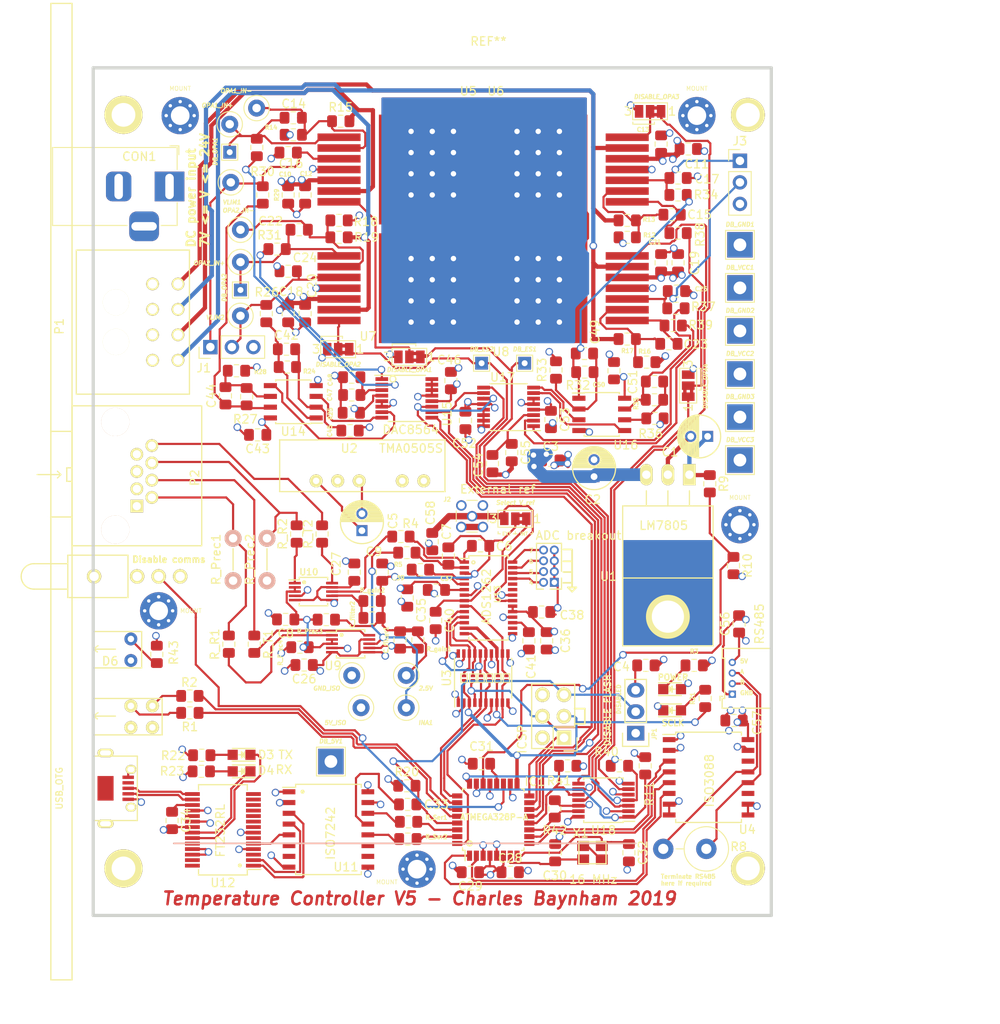
<source format=kicad_pcb>
(kicad_pcb (version 20171130) (host pcbnew "(5.1.0)-1")
  (title_block (title "4 Channel digital temperature controller") (rev v4.3D))
  (layers (0 F.Cu signal) (1 In1.Cu signal) (2 In2.Cu signal) (31 B.Cu signal) (34 B.Paste user) (35 F.Paste user hide) (36 B.SilkS user) (37 F.SilkS user) (38 B.Mask user hide) (39 F.Mask user hide) (44 Edge.Cuts user))
  (net 0 "")
  (net 1 /C1+_OUT)
  (net 2 /C2+_OUT)
  (net 3 VCC)
  (net 4 +5V)
  (net 5 Earth_Clean)
  (net 6 "Net-(C_filter1-Pad1)")
  (net 7 "Net-(C_filter2-Pad1)")
  (net 8 /OPA1_IN-)
  (net 9 /OPA2_IN-)
  (net 10 "Net-(D1-Pad1)")
  (net 11 "Net-(D1-Pad3)")
  (net 12 /DIYino/USB_RESET_OUT)
  (net 13 /DIYino/USB_3V3)
  (net 14 /DIYino/USB_GND)
  (net 15 "Net-(D3-Pad2)")
  (net 16 "Net-(D4-Pad2)")
  (net 17 "Net-(D4-Pad1)")
  (net 18 /DIYino/D0/RX)
  (net 19 /DIYino/D1/TX)
  (net 20 /DIYino/USB_5V)
  (net 21 /DIYino/USB_D-)
  (net 22 /DIYino/USB_D+)
  (net 23 /DIYino/RX)
  (net 24 /DIYino/TX)
  (net 25 /DIYino/USB_RESET_IN)
  (net 26 /ADC_Chip/ADC_IN8)
  (net 27 /ADC_Chip/ADC_IN9)
  (net 28 /INA330_interface2/I_BIAS_R)
  (net 29 /INA330_interface2/I_BIAS_T)
  (net 30 /INA330_interface1/I_BIAS_R)
  (net 31 /INA330_interface1/I_BIAS_T)
  (net 32 /INA2_R)
  (net 33 /INA1_T)
  (net 34 /INA1_R)
  (net 35 /INA2_T)
  (net 36 /DIYino/A7_inputonly)
  (net 37 /DIYino/ISO_OUTPUT)
  (net 38 /ADC_Chip/ADC_IN2)
  (net 39 /ADC_Chip/ADC_IN3)
  (net 40 /OPA3_IN-)
  (net 41 /C3+_OUT)
  (net 42 /OPA4_IN-)
  (net 43 /C4+_OUT)
  (net 44 /DACOutputs1/DAC_OUT_C)
  (net 45 /DACOutputs1/DAC_OUT_D)
  (net 46 /DACOutputs2/DAC_OUT_C)
  (net 47 /DACOutputs2/DAC_OUT_D)
  (net 48 /DACOutputs1/DAC_OUT_B)
  (net 49 /DACOutputs1/DAC_OUT_A)
  (net 50 /DACOutputs2/DAC_OUT_B)
  (net 51 /DACOutputs2/DAC_OUT_A)
  (net 52 /ADC_Chip/ADC_IN4)
  (net 53 /ADC_Chip/ADC_IN5)
  (net 54 /ADC_Chip/ADC_IN6)
  (net 55 /ADC_Chip/ADC_IN7)
  (net 56 /RS485_A)
  (net 57 /RS485_B)
  (net 58 /RS485_+5V)
  (net 59 /VLIM1)
  (net 60 /OPA2_IN+)
  (net 61 /OPA1_IN+)
  (net 62 /OPA4_IN+)
  (net 63 /VLIM2)
  (net 64 /ANALOG_+5)
  (net 65 /ANALOG_GND)
  (net 66 /OPA3_IN+)
  (net 67 /ADC_2.5_REF)
  (net 68 /VLIM3)
  (net 69 /ARD_RST)
  (net 70 /VLIM4)
  (net 71 /INA_1.0V_REF)
  (net 72 /DAC_CS2)
  (net 73 /DAC_CS1)
  (net 74 /MOSI)
  (net 75 /MISO)
  (net 76 /SCLK)
  (net 77 /ADC_DRDY)
  (net 78 /ADC_CS)
  (net 79 /LED2_RED)
  (net 80 /LED1_RED)
  (net 81 /ADC_START)
  (net 82 /SCLK_ISO)
  (net 83 /MOSI_ISO)
  (net 84 /ADC_START_ISO)
  (net 85 /ADC_DRDY_ISO)
  (net 86 /MISO_ISO)
  (net 87 /ADC_CS_ISO)
  (net 88 /INA_ERROR_2)
  (net 89 /INA_ERROR_1)
  (net 90 /DISABLE_COMMS)
  (net 91 "Net-(C31-Pad1)")
  (net 92 "Net-(C44-Pad1)")
  (net 93 "Net-(C47-Pad1)")
  (net 94 "Net-(C51-Pad1)")
  (net 95 "Net-(C54-Pad1)")
  (net 96 "Net-(D2-Pad1)")
  (net 97 "Net-(D5-Pad2)")
  (net 98 "Net-(P4-Pad4)")
  (net 99 "Net-(U11-Pad3)")
  (net 100 "Net-(U11-Pad5)")
  (net 101 "Net-(U11-Pad7)")
  (net 102 "Net-(U11-Pad10)")
  (net 103 "Net-(U11-Pad11)")
  (net 104 "Net-(U12-Pad3)")
  (net 105 "Net-(U12-Pad6)")
  (net 106 "Net-(U12-Pad8)")
  (net 107 "Net-(U12-Pad9)")
  (net 108 "Net-(U12-Pad10)")
  (net 109 "Net-(U12-Pad11)")
  (net 110 "Net-(U12-Pad12)")
  (net 111 "Net-(U12-Pad13)")
  (net 112 "Net-(U12-Pad14)")
  (net 113 "Net-(U12-Pad19)")
  (net 114 "Net-(U12-Pad24)")
  (net 115 "Net-(U12-Pad27)")
  (net 116 "Net-(U12-Pad28)")
  (net 117 "Net-(U13-Pad16)")
  (net 118 "Net-(C4-Pad1)")
  (net 119 "Net-(C30-Pad2)")
  (net 120 "Net-(C32-Pad1)")
  (net 121 "Net-(C39-Pad1)")
  (net 122 "Net-(C39-Pad2)")
  (net 123 "Net-(C41-Pad1)")
  (net 124 "Net-(C42-Pad1)")
  (net 125 "Net-(C42-Pad2)")
  (net 126 "Net-(C44-Pad2)")
  (net 127 "Net-(C49-Pad1)")
  (net 128 "Net-(C49-Pad2)")
  (net 129 "Net-(C51-Pad2)")
  (net 130 "Net-(D3-Pad1)")
  (net 131 "Net-(JP1-Pad1)")
  (net 132 "Net-(U2-Pad5)")
  (net 133 /RS485_DE)
  (net 134 /RS485_D)
  (net 135 /RS485_R)
  (net 136 /RS485_RE)
  (net 137 /RS485_GND)
  (net 138 "Net-(U4-Pad11)")
  (net 139 "Net-(U4-Pad14)")
  (net 140 "Net-(X1-Pad3)")
  (net 141 /ES3_IN)
  (net 142 /ES4_IN)
  (net 143 /ES1_IN)
  (net 144 /ES2_IN)
  (net 145 /ES1_OUT)
  (net 146 /ES3_OUT)
  (net 147 /ES2_OUT)
  (net 148 /ES4_OUT)
  (net 149 /INA_2.5V_REF)
  (net 150 /EXT_REF_P)
  (net 151 "Net-(D6-Pad2)")
  (net 152 "Net-(DISABLE_OPA1-Pad2)")
  (net 153 "Net-(DISABLE_OPA2-Pad2)")
  (net 154 "Net-(DISABLE_OPA3-Pad2)")
  (net 155 "Net-(DISABLE_OPA4-Pad2)")
  (module Jumper:SolderJumper-3_P1.3mm_Bridged2Bar12_Pad1.0x1.5mm_NumberLabels (layer F.Cu) (at 235.2 72.5 90)
    (fp_text reference DISABLE_OPA4 (at -0.0805 2.032 90) (layer F.SilkS) (effects (font (size 0.5 0.5) (thickness 0.125) italic)))
    (fp_text value Disable_OPA4)
    (fp_poly (pts (xy -0.9 -0.6) (xy -0.4 -0.6) (xy -0.4 -0.2) (xy -0.9 -0.2)) (layer F.Cu) (width 0))
    (fp_poly (pts (xy -0.9 0.2) (xy -0.4 0.2) (xy -0.4 0.6) (xy -0.9 0.6)) (layer F.Cu) (width 0))
    (fp_text user 1 (at -2.6 0 90) (layer F.SilkS))
    (fp_text user 3 (at 2.6 0 90) (layer F.SilkS))
    (pad 2 smd rect (at 0 0 90) (size 1 1.5) (layers F.Cu F.Mask) (net 155 "Net-(DISABLE_OPA4-Pad2)"))
    (pad 3 smd rect (at 1.3 0 90) (size 1 1.5) (layers F.Cu F.Mask) (net 5 Earth_Clean))
    (pad 1 smd rect (at -1.3 0 90) (size 1 1.5) (layers F.Cu F.Mask) (net 148 /ES4_OUT))
  )
  (module Jumper:SolderJumper-3_P1.3mm_Bridged2Bar12_Pad1.0x1.5mm_NumberLabels (layer F.Cu) (at 230.7 40.132 180)
    (fp_text reference DISABLE_OPA3 (at -0.7575 1.711 180) (layer F.SilkS) (effects (font (size 0.5 0.5) (thickness 0.125) italic)))
    (fp_text value Disable_OPA3)
    (fp_text user 3 (at 2.6 0 180) (layer F.SilkS))
    (fp_text user 1 (at -2.6 0 180) (layer F.SilkS))
    (fp_poly (pts (xy -0.9 0.2) (xy -0.4 0.2) (xy -0.4 0.6) (xy -0.9 0.6)) (layer F.Cu) (width 0))
    (fp_poly (pts (xy -0.9 -0.6) (xy -0.4 -0.6) (xy -0.4 -0.2) (xy -0.9 -0.2)) (layer F.Cu) (width 0))
    (pad 1 smd rect (at -1.3 0 180) (size 1 1.5) (layers F.Cu F.Mask) (net 146 /ES3_OUT))
    (pad 3 smd rect (at 1.3 0 180) (size 1 1.5) (layers F.Cu F.Mask) (net 5 Earth_Clean))
    (pad 2 smd rect (at 0 0 180) (size 1 1.5) (layers F.Cu F.Mask) (net 154 "Net-(DISABLE_OPA3-Pad2)"))
  )
  (module Jumper:SolderJumper-3_P1.3mm_Bridged2Bar12_Pad1.0x1.5mm_NumberLabels (layer F.Cu) (at 193.9 68.2 180)
    (fp_text reference DISABLE_OPA2 (at 0 -1.8 180) (layer F.SilkS) (effects (font (size 0.5 0.5) (thickness 0.125) italic)))
    (fp_text value Disable_OPA2)
    (fp_poly (pts (xy -0.9 -0.6) (xy -0.4 -0.6) (xy -0.4 -0.2) (xy -0.9 -0.2)) (layer F.Cu) (width 0))
    (fp_poly (pts (xy -0.9 0.2) (xy -0.4 0.2) (xy -0.4 0.6) (xy -0.9 0.6)) (layer F.Cu) (width 0))
    (fp_text user 1 (at -2.6 0 180) (layer F.SilkS))
    (fp_text user 3 (at 2.6 0 180) (layer F.SilkS))
    (pad 2 smd rect (at 0 0 180) (size 1 1.5) (layers F.Cu F.Mask) (net 153 "Net-(DISABLE_OPA2-Pad2)"))
    (pad 3 smd rect (at 1.3 0 180) (size 1 1.5) (layers F.Cu F.Mask) (net 5 Earth_Clean))
    (pad 1 smd rect (at -1.3 0 180) (size 1 1.5) (layers F.Cu F.Mask) (net 147 /ES2_OUT))
  )
  (module Jumper:SolderJumper-3_P1.3mm_Bridged2Bar12_Pad1.0x1.5mm_NumberLabels (layer F.Cu) (at 202.3 69.1 180)
    (fp_text reference DISABLE_OPA1 (at 0 -1.524 180) (layer F.SilkS) (effects (font (size 0.5 0.5) (thickness 0.125) italic)))
    (fp_text value Disable_OPA1)
    (fp_text user 3 (at 2.6 0 180) (layer F.SilkS))
    (fp_text user 1 (at -2.6 0 180) (layer F.SilkS))
    (fp_poly (pts (xy -0.9 0.2) (xy -0.4 0.2) (xy -0.4 0.6) (xy -0.9 0.6)) (layer F.Cu) (width 0))
    (fp_poly (pts (xy -0.9 -0.6) (xy -0.4 -0.6) (xy -0.4 -0.2) (xy -0.9 -0.2)) (layer F.Cu) (width 0))
    (pad 1 smd rect (at -1.3 0 180) (size 1 1.5) (layers F.Cu F.Mask) (net 145 /ES1_OUT))
    (pad 3 smd rect (at 1.3 0 180) (size 1 1.5) (layers F.Cu F.Mask) (net 5 Earth_Clean))
    (pad 2 smd rect (at 0 0 180) (size 1 1.5) (layers F.Cu F.Mask) (net 152 "Net-(DISABLE_OPA1-Pad2)"))
  )
  (module Jumper:SolderJumper-3_P1.3mm_Bridged2Bar12_Pad1.0x1.5mm_NumberLabels (layer F.Cu) (at 214.8 88.2 180)
    (fp_text reference SELECT_VRef1 hide)
    (fp_text value "Select V_ref" (at 0 1.9 180) (layer F.SilkS) (effects (font (size 0.5 0.5) (thickness 0.125) italic)))
    (fp_text user 3 (at 2.6 0 180) (layer F.SilkS))
    (fp_text user 1 (at -2.6 0 180) (layer F.SilkS))
    (fp_poly (pts (xy -0.9 0.2) (xy -0.4 0.2) (xy -0.4 0.6) (xy -0.9 0.6)) (layer F.Cu) (width 0))
    (fp_poly (pts (xy -0.9 -0.6) (xy -0.4 -0.6) (xy -0.4 -0.2) (xy -0.9 -0.2)) (layer F.Cu) (width 0))
    (fp_text user EXT (at 1.016 -1.778 180) (layer F.SilkS) (effects (font (size 0.4 0.4) (thickness 0.1))))
    (fp_text user INT (at -1.016 -1.778 180) (layer F.SilkS) (effects (font (size 0.4 0.4) (thickness 0.1))))
    (pad 1 smd rect (at -1.3 0 180) (size 1 1.5) (layers F.Cu F.Mask) (net 67 /ADC_2.5_REF))
    (pad 3 smd rect (at 1.3 0 180) (size 1 1.5) (layers F.Cu F.Mask) (net 150 /EXT_REF_P))
    (pad 2 smd rect (at 0 0 180) (size 1 1.5) (layers F.Cu F.Mask) (net 149 /INA_2.5V_REF))
  )
  (module Connector_Coaxial:MMCX_Molex_73415-1471_Vertical (layer F.Cu) (at 209.7 87.9)
    (fp_text reference J2 (at -2.944 -1.9845) (layer F.SilkS) (effects (font (size 0.5 0.5) (thickness 0.125))))
    (fp_text value "External ref" (at 3.025 -3.191) (layer F.SilkS))
    (pad 1 thru_hole circle (at 0 0) (size 1.24 1.24) (drill 0.84) (layers *.Cu *.Mask) (net 150 /EXT_REF_P))
    (pad "" thru_hole circle (at -1.27 -1.27) (size 1.24 1.24) (drill 0.84) (layers *.Cu *.Mask))
    (pad 2 thru_hole circle (at 1.27 1.27) (size 1.24 1.24) (drill 0.84) (layers *.Cu *.Mask) (net 65 /ANALOG_GND))
    (pad "" thru_hole circle (at 1.27 -1.27) (size 1.24 1.24) (drill 0.84) (layers *.Cu *.Mask))
    (pad 2 thru_hole circle (at -1.27 1.27) (size 1.24 1.24) (drill 0.84) (layers *.Cu *.Mask) (net 65 /ANALOG_GND))
  )
  (module TestPoint:TestPoint_THTPad_3.0x3.0mm_Drill1.5mm (layer F.Cu) (at 193.04 116.84)
    (fp_text reference DB_5V1 (at 0 -2.398) (layer F.SilkS) (effects (font (size 0.5 0.5) (thickness 0.125) italic)))
    (fp_text value PIN)
    (pad 1 thru_hole rect (at 0 0) (size 3 3) (drill 1.5) (layers *.Cu *.Mask) (net 4 +5V))
  )
  (module MountingHole:MountingHole_2.2mm_M2_Pad_Via (layer F.Cu) (at 175.26 40.64)
    (fp_text reference MOUNT (at 0 -3.2) (layer F.SilkS) (effects (font (size 0.5 0.5) (thickness 0.07))))
    (fp_text value MountingHole_2.2mm_M2_Pad_Via)
    (pad 1 thru_hole circle (at 0 0) (size 4.4 4.4) (drill 2.2) (layers *.Cu *.Mask))
    (pad 1 thru_hole circle (at 1.65 0) (size 0.7 0.7) (drill 0.4) (layers *.Cu *.Mask))
    (pad 1 thru_hole circle (at 1.166726 1.166726) (size 0.7 0.7) (drill 0.4) (layers *.Cu *.Mask))
    (pad 1 thru_hole circle (at 0 1.65) (size 0.7 0.7) (drill 0.4) (layers *.Cu *.Mask))
    (pad 1 thru_hole circle (at -1.166726 1.166726) (size 0.7 0.7) (drill 0.4) (layers *.Cu *.Mask))
    (pad 1 thru_hole circle (at -1.65 0) (size 0.7 0.7) (drill 0.4) (layers *.Cu *.Mask))
    (pad 1 thru_hole circle (at -1.166726 -1.166726) (size 0.7 0.7) (drill 0.4) (layers *.Cu *.Mask))
    (pad 1 thru_hole circle (at 0 -1.65) (size 0.7 0.7) (drill 0.4) (layers *.Cu *.Mask))
    (pad 1 thru_hole circle (at 1.166726 -1.166726) (size 0.7 0.7) (drill 0.4) (layers *.Cu *.Mask))
  )
  (module MountingHole:MountingHole_2.2mm_M2_Pad_Via (layer F.Cu) (at 241.3 88.9)
    (fp_text reference MOUNT (at 0 -3.2) (layer F.SilkS) (effects (font (size 0.5 0.5) (thickness 0.07))))
    (fp_text value MountingHole_2.2mm_M2_Pad_Via)
    (pad 1 thru_hole circle (at 0 0) (size 4.4 4.4) (drill 2.2) (layers *.Cu *.Mask))
    (pad 1 thru_hole circle (at 1.65 0) (size 0.7 0.7) (drill 0.4) (layers *.Cu *.Mask))
    (pad 1 thru_hole circle (at 1.166726 1.166726) (size 0.7 0.7) (drill 0.4) (layers *.Cu *.Mask))
    (pad 1 thru_hole circle (at 0 1.65) (size 0.7 0.7) (drill 0.4) (layers *.Cu *.Mask))
    (pad 1 thru_hole circle (at -1.166726 1.166726) (size 0.7 0.7) (drill 0.4) (layers *.Cu *.Mask))
    (pad 1 thru_hole circle (at -1.65 0) (size 0.7 0.7) (drill 0.4) (layers *.Cu *.Mask))
    (pad 1 thru_hole circle (at -1.166726 -1.166726) (size 0.7 0.7) (drill 0.4) (layers *.Cu *.Mask))
    (pad 1 thru_hole circle (at 0 -1.65) (size 0.7 0.7) (drill 0.4) (layers *.Cu *.Mask))
    (pad 1 thru_hole circle (at 1.166726 -1.166726) (size 0.7 0.7) (drill 0.4) (layers *.Cu *.Mask))
  )
  (module MountingHole:MountingHole_2.2mm_M2_Pad_Via (layer F.Cu) (at 172.72 99.06)
    (fp_text reference MOUNT (at 3.81 0) (layer F.SilkS) (effects (font (size 0.5 0.5) (thickness 0.07))))
    (fp_text value MountingHole_2.2mm_M2_Pad_Via)
    (pad 1 thru_hole circle (at 1.166726 -1.166726) (size 0.7 0.7) (drill 0.4) (layers *.Cu *.Mask))
    (pad 1 thru_hole circle (at 0 -1.65) (size 0.7 0.7) (drill 0.4) (layers *.Cu *.Mask))
    (pad 1 thru_hole circle (at -1.166726 -1.166726) (size 0.7 0.7) (drill 0.4) (layers *.Cu *.Mask))
    (pad 1 thru_hole circle (at -1.65 0) (size 0.7 0.7) (drill 0.4) (layers *.Cu *.Mask))
    (pad 1 thru_hole circle (at -1.166726 1.166726) (size 0.7 0.7) (drill 0.4) (layers *.Cu *.Mask))
    (pad 1 thru_hole circle (at 0 1.65) (size 0.7 0.7) (drill 0.4) (layers *.Cu *.Mask))
    (pad 1 thru_hole circle (at 1.166726 1.166726) (size 0.7 0.7) (drill 0.4) (layers *.Cu *.Mask))
    (pad 1 thru_hole circle (at 1.65 0) (size 0.7 0.7) (drill 0.4) (layers *.Cu *.Mask))
    (pad 1 thru_hole circle (at 0 0) (size 4.4 4.4) (drill 2.2) (layers *.Cu *.Mask))
  )
  (module MountingHole:MountingHole_2.2mm_M2_Pad_Via (layer F.Cu) (at 203.2 129.54)
    (fp_text reference MOUNT (at -3.556 1.524) (layer F.SilkS) (effects (font (size 0.5 0.5) (thickness 0.07))))
    (fp_text value MountingHole_2.2mm_M2_Pad_Via)
    (pad 1 thru_hole circle (at 0 0) (size 4.4 4.4) (drill 2.2) (layers *.Cu *.Mask))
    (pad 1 thru_hole circle (at 1.65 0) (size 0.7 0.7) (drill 0.4) (layers *.Cu *.Mask))
    (pad 1 thru_hole circle (at 1.166726 1.166726) (size 0.7 0.7) (drill 0.4) (layers *.Cu *.Mask))
    (pad 1 thru_hole circle (at 0 1.65) (size 0.7 0.7) (drill 0.4) (layers *.Cu *.Mask))
    (pad 1 thru_hole circle (at -1.166726 1.166726) (size 0.7 0.7) (drill 0.4) (layers *.Cu *.Mask))
    (pad 1 thru_hole circle (at -1.65 0) (size 0.7 0.7) (drill 0.4) (layers *.Cu *.Mask))
    (pad 1 thru_hole circle (at -1.166726 -1.166726) (size 0.7 0.7) (drill 0.4) (layers *.Cu *.Mask))
    (pad 1 thru_hole circle (at 0 -1.65) (size 0.7 0.7) (drill 0.4) (layers *.Cu *.Mask))
    (pad 1 thru_hole circle (at 1.166726 -1.166726) (size 0.7 0.7) (drill 0.4) (layers *.Cu *.Mask))
  )
  (module MountingHole:MountingHole_2.2mm_M2_Pad_Via (layer F.Cu) (at 236.22 40.64)
    (fp_text reference MOUNT (at 0 -3.2) (layer F.SilkS) (effects (font (size 0.5 0.5) (thickness 0.07))))
    (fp_text value MountingHole_2.2mm_M2_Pad_Via)
    (pad 1 thru_hole circle (at 1.166726 -1.166726) (size 0.7 0.7) (drill 0.4) (layers *.Cu *.Mask))
    (pad 1 thru_hole circle (at 0 -1.65) (size 0.7 0.7) (drill 0.4) (layers *.Cu *.Mask))
    (pad 1 thru_hole circle (at -1.166726 -1.166726) (size 0.7 0.7) (drill 0.4) (layers *.Cu *.Mask))
    (pad 1 thru_hole circle (at -1.65 0) (size 0.7 0.7) (drill 0.4) (layers *.Cu *.Mask))
    (pad 1 thru_hole circle (at -1.166726 1.166726) (size 0.7 0.7) (drill 0.4) (layers *.Cu *.Mask))
    (pad 1 thru_hole circle (at 0 1.65) (size 0.7 0.7) (drill 0.4) (layers *.Cu *.Mask))
    (pad 1 thru_hole circle (at 1.166726 1.166726) (size 0.7 0.7) (drill 0.4) (layers *.Cu *.Mask))
    (pad 1 thru_hole circle (at 1.65 0) (size 0.7 0.7) (drill 0.4) (layers *.Cu *.Mask))
    (pad 1 thru_hole circle (at 0 0) (size 4.4 4.4) (drill 2.2) (layers *.Cu *.Mask))
  )
  (module Connector_PinHeader_2.54mm:PinHeader_1x03_P2.54mm_Vertical (layer F.Cu) (at 241.3 45.974)
    (fp_text reference J3 (at 0 -2.33) (layer F.SilkS))
    (fp_text value 5V_Outputs_2)
    (pad 3 thru_hole oval (at 0 5.08) (size 1.7 1.7) (drill 1) (layers *.Cu *.Mask) (net 5 Earth_Clean))
    (pad 2 thru_hole oval (at 0 2.54) (size 1.7 1.7) (drill 1) (layers *.Cu *.Mask) (net 70 /VLIM4))
    (pad 1 thru_hole rect (at 0 0) (size 1.7 1.7) (drill 1) (layers *.Cu *.Mask) (net 68 /VLIM3))
  )
  (module Connector_PinHeader_2.54mm:PinHeader_1x03_P2.54mm_Vertical (layer F.Cu) (at 178.816 67.945 90)
    (fp_text reference J1 (at -2.4765 -0.762 180) (layer F.SilkS))
    (fp_text value 5V_Outputs_1)
    (pad 3 thru_hole oval (at 0 5.08 90) (size 1.7 1.7) (drill 1) (layers *.Cu *.Mask) (net 5 Earth_Clean))
    (pad 2 thru_hole oval (at 0 2.54 90) (size 1.7 1.7) (drill 1) (layers *.Cu *.Mask) (net 63 /VLIM2))
    (pad 1 thru_hole rect (at 0 0 90) (size 1.7 1.7) (drill 1) (layers *.Cu *.Mask) (net 59 /VLIM1))
  )
  (module TestPoint:TestPoint_THTPad_1.5x1.5mm_Drill0.7mm (layer F.Cu) (at 181.102 44.958)
    (fp_text reference DB_OPA1 (at -1.7145 -0.0635 270) (layer F.SilkS) (effects (font (size 0.5 0.5) (thickness 0.125) italic)))
    (fp_text value PIN)
    (pad 1 thru_hole rect (at 0 0) (size 1.5 1.5) (drill 0.7) (layers *.Cu *.Mask) (net 61 /OPA1_IN+))
  )
  (module TestPoint:TestPoint_THTPad_1.5x1.5mm_Drill0.7mm (layer F.Cu) (at 210.82 69.85)
    (fp_text reference DB_ES2 (at 0 -1.648) (layer F.SilkS) (effects (font (size 0.5 0.5) (thickness 0.125) italic)))
    (fp_text value PIN)
    (pad 1 thru_hole rect (at 0 0) (size 1.5 1.5) (drill 0.7) (layers *.Cu *.Mask) (net 147 /ES2_OUT))
  )
  (module TestPoint:TestPoint_THTPad_1.5x1.5mm_Drill0.7mm (layer F.Cu) (at 182.372 61.214)
    (fp_text reference DB_OPA2 (at -1.905 -0.254 90) (layer F.SilkS) (effects (font (size 0.5 0.5) (thickness 0.125) italic)))
    (fp_text value PIN)
    (pad 1 thru_hole rect (at 0 0) (size 1.5 1.5) (drill 0.7) (layers *.Cu *.Mask) (net 60 /OPA2_IN+))
  )
  (module TestPoint:TestPoint_THTPad_1.5x1.5mm_Drill0.7mm (layer F.Cu) (at 215.9 69.85)
    (fp_text reference DB_ES1 (at 0 -1.648) (layer F.SilkS) (effects (font (size 0.5 0.5) (thickness 0.125) italic)))
    (fp_text value PIN)
    (pad 1 thru_hole rect (at 0 0) (size 1.5 1.5) (drill 0.7) (layers *.Cu *.Mask) (net 145 /ES1_OUT))
  )
  (module TestPoint:TestPoint_THTPad_3.0x3.0mm_Drill1.5mm (layer F.Cu) (at 241.3 81.28)
    (fp_text reference DB_VCC3 (at 0 -2.398) (layer F.SilkS) (effects (font (size 0.5 0.5) (thickness 0.125) italic)))
    (fp_text value PIN)
    (pad 1 thru_hole rect (at 0 0) (size 3 3) (drill 1.5) (layers *.Cu *.Mask) (net 3 VCC))
  )
  (module TestPoint:TestPoint_THTPad_3.0x3.0mm_Drill1.5mm (layer F.Cu) (at 241.3 71.12)
    (fp_text reference DB_VCC2 (at 0 -2.398) (layer F.SilkS) (effects (font (size 0.5 0.5) (thickness 0.125) italic)))
    (fp_text value PIN)
    (pad 1 thru_hole rect (at 0 0) (size 3 3) (drill 1.5) (layers *.Cu *.Mask) (net 3 VCC))
  )
  (module TestPoint:TestPoint_THTPad_3.0x3.0mm_Drill1.5mm (layer F.Cu) (at 241.3 60.96)
    (fp_text reference DB_VCC1 (at 0 -2.398) (layer F.SilkS) (effects (font (size 0.5 0.5) (thickness 0.125) italic)))
    (fp_text value PIN)
    (pad 1 thru_hole rect (at 0 0) (size 3 3) (drill 1.5) (layers *.Cu *.Mask) (net 3 VCC))
  )
  (module TestPoint:TestPoint_THTPad_3.0x3.0mm_Drill1.5mm (layer F.Cu) (at 241.3 76.2)
    (fp_text reference DB_GND3 (at 0 -2.398) (layer F.SilkS) (effects (font (size 0.5 0.5) (thickness 0.125) italic)))
    (fp_text value PIN)
    (pad 1 thru_hole rect (at 0 0) (size 3 3) (drill 1.5) (layers *.Cu *.Mask) (net 5 Earth_Clean))
  )
  (module TestPoint:TestPoint_THTPad_3.0x3.0mm_Drill1.5mm (layer F.Cu) (at 241.3 66.04)
    (fp_text reference DB_GND2 (at 0 -2.398) (layer F.SilkS) (effects (font (size 0.5 0.5) (thickness 0.125) italic)))
    (fp_text value PIN)
    (pad 1 thru_hole rect (at 0 0) (size 3 3) (drill 1.5) (layers *.Cu *.Mask) (net 5 Earth_Clean))
  )
  (module TestPoint:TestPoint_THTPad_3.0x3.0mm_Drill1.5mm (layer F.Cu) (at 241.3 55.88)
    (fp_text reference DB_GND1 (at 0 -2.398) (layer F.SilkS) (effects (font (size 0.5 0.5) (thickness 0.125) italic)))
    (fp_text value PIN)
    (pad 1 thru_hole rect (at 0 0) (size 3 3) (drill 1.5) (layers *.Cu *.Mask) (net 5 Earth_Clean))
  )
  (module Custom:PCB_MOUNT_LED (layer F.Cu) (at 165 101.5)
    (fp_text reference D6 (at 2 3.5) (layer F.SilkS))
    (fp_text value LED)
    (pad 1 thru_hole circle (at 4.44 3.42) (size 1.524 1.524) (drill 0.762) (layers *.Cu *.Mask) (net 5 Earth_Clean))
    (pad 2 thru_hole circle (at 4.44 0.88) (size 1.524 1.524) (drill 0.762) (layers *.Cu *.Mask) (net 151 "Net-(D6-Pad2)"))
  )
  (module Custom:SmallJumperNoCourtyard (layer F.Cu) (at 208.75 107 270)
    (fp_text reference JP2 hide)
    (fp_text value Jumper_NO_Small)
    (pad 1 smd rect (at -0.254 0 270) (size 0.3 0.5) (layers F.Cu F.Mask) (net 82 /SCLK_ISO))
    (pad 2 smd rect (at 0.254 0 270) (size 0.3 0.5) (layers F.Cu F.Mask) (net 76 /SCLK))
  )
  (module Custom:SmallJumperNoCourtyard (layer F.Cu) (at 209.8 107 270)
    (fp_text reference JP3 hide)
    (fp_text value Jumper_NO_Small)
    (pad 1 smd rect (at -0.254 0 270) (size 0.3 0.5) (layers F.Cu F.Mask) (net 83 /MOSI_ISO))
    (pad 2 smd rect (at 0.254 0 270) (size 0.3 0.5) (layers F.Cu F.Mask) (net 74 /MOSI))
  )
  (module Custom:SmallJumperNoCourtyard (layer F.Cu) (at 213.75 107 270)
    (fp_text reference JP4 hide)
    (fp_text value Jumper_NO_Small)
    (pad 1 smd rect (at -0.254 0 270) (size 0.3 0.5) (layers F.Cu F.Mask) (net 84 /ADC_START_ISO))
    (pad 2 smd rect (at 0.254 0 270) (size 0.3 0.5) (layers F.Cu F.Mask) (net 81 /ADC_START))
  )
  (module Custom:SmallJumperNoCourtyard (layer F.Cu) (at 211.75 107 270)
    (fp_text reference JP5 hide)
    (fp_text value Jumper_NO_Small)
    (pad 1 smd rect (at -0.254 0 270) (size 0.3 0.5) (layers F.Cu F.Mask) (net 85 /ADC_DRDY_ISO))
    (pad 2 smd rect (at 0.254 0 270) (size 0.3 0.5) (layers F.Cu F.Mask) (net 77 /ADC_DRDY))
  )
  (module Custom:SmallJumperNoCourtyard (layer F.Cu) (at 212.75 107 270)
    (fp_text reference JP6 hide)
    (fp_text value Jumper_NO_Small)
    (pad 1 smd rect (at -0.254 0 270) (size 0.3 0.5) (layers F.Cu F.Mask) (net 86 /MISO_ISO))
    (pad 2 smd rect (at 0.254 0 270) (size 0.3 0.5) (layers F.Cu F.Mask) (net 75 /MISO))
  )
  (module Custom:SmallJumperNoCourtyard (layer F.Cu) (at 210.75 107 270)
    (fp_text reference JP7 hide)
    (fp_text value Jumper_NO_Small)
    (pad 1 smd rect (at -0.254 0 270) (size 0.3 0.5) (layers F.Cu F.Mask) (net 87 /ADC_CS_ISO))
    (pad 2 smd rect (at 0.254 0 270) (size 0.3 0.5) (layers F.Cu F.Mask) (net 78 /ADC_CS))
  )
  (module Resistor_SMD:R_0805_2012Metric_Pad1.15x1.40mm_HandSolder (layer F.Cu) (at 202.1205 125.984)
    (fp_text reference R_Ser2 (at 3.3655 -0.254 180) (layer F.SilkS) (effects (font (size 0.5 0.5) (thickness 0.125))))
    (fp_text value 1k)
    (pad 2 smd roundrect (at 1.025 0) (size 1.15 1.4) (layers F.Cu F.Paste F.Mask) (roundrect_rratio 0.217391) (net 19 /DIYino/D1/TX))
    (pad 1 smd roundrect (at -1.025 0) (size 1.15 1.4) (layers F.Cu F.Paste F.Mask) (roundrect_rratio 0.217391) (net 24 /DIYino/TX))
  )
  (module Resistor_SMD:R_0805_2012Metric_Pad1.15x1.40mm_HandSolder (layer F.Cu) (at 202.2 123.952 180)
    (fp_text reference R_Ser1 (at -3.286 0.508) (layer F.SilkS) (effects (font (size 0.5 0.5) (thickness 0.125))))
    (fp_text value 1k)
    (pad 2 smd roundrect (at 1.025 0 180) (size 1.15 1.4) (layers F.Cu F.Paste F.Mask) (roundrect_rratio 0.217391) (net 23 /DIYino/RX))
    (pad 1 smd roundrect (at -1.025 0 180) (size 1.15 1.4) (layers F.Cu F.Paste F.Mask) (roundrect_rratio 0.217391) (net 18 /DIYino/D0/RX))
  )
  (module Resistor_SMD:R_0805_2012Metric_Pad1.15x1.40mm_HandSolder (layer F.Cu) (at 197.9 97.9)
    (fp_text reference R_gain2 (at 0.0295 -1.253) (layer F.SilkS) (effects (font (size 0.5 0.5) (thickness 0.125))))
    (fp_text value 22k_prec)
    (pad 2 smd roundrect (at 1.025 0) (size 1.15 1.4) (layers F.Cu F.Paste F.Mask) (roundrect_rratio 0.217391) (net 149 /INA_2.5V_REF))
    (pad 1 smd roundrect (at -1.025 0) (size 1.15 1.4) (layers F.Cu F.Paste F.Mask) (roundrect_rratio 0.217391) (net 7 "Net-(C_filter2-Pad1)"))
  )
  (module Resistor_SMD:R_0805_2012Metric_Pad1.15x1.40mm_HandSolder (layer F.Cu) (at 203.3 102.5 90)
    (fp_text reference R_gain1 (at -1.0685 2.5035 180) (layer F.SilkS) (effects (font (size 0.5 0.5) (thickness 0.125))))
    (fp_text value 22k_prec)
    (pad 2 smd roundrect (at 1.025 0 90) (size 1.15 1.4) (layers F.Cu F.Paste F.Mask) (roundrect_rratio 0.217391) (net 149 /INA_2.5V_REF))
    (pad 1 smd roundrect (at -1.025 0 90) (size 1.15 1.4) (layers F.Cu F.Paste F.Mask) (roundrect_rratio 0.217391) (net 6 "Net-(C_filter1-Pad1)"))
  )
  (module Resistor_SMD:R_0805_2012Metric_Pad1.15x1.40mm_HandSolder (layer F.Cu) (at 233.426 65.405)
    (fp_text reference R39 (at 3.2385 -0.0635) (layer F.SilkS))
    (fp_text value 100R)
    (pad 2 smd roundrect (at 1.025 0) (size 1.15 1.4) (layers F.Cu F.Paste F.Mask) (roundrect_rratio 0.217391) (net 47 /DACOutputs2/DAC_OUT_D))
    (pad 1 smd roundrect (at -1.025 0) (size 1.15 1.4) (layers F.Cu F.Paste F.Mask) (roundrect_rratio 0.217391) (net 62 /OPA4_IN+))
  )
  (module Resistor_SMD:R_0805_2012Metric_Pad1.15x1.40mm_HandSolder (layer F.Cu) (at 234 54.5)
    (fp_text reference R38 (at 2.601 0.1735 90) (layer F.SilkS))
    (fp_text value 100R)
    (pad 2 smd roundrect (at 1.025 0) (size 1.15 1.4) (layers F.Cu F.Paste F.Mask) (roundrect_rratio 0.217391) (net 46 /DACOutputs2/DAC_OUT_C))
    (pad 1 smd roundrect (at -1.025 0) (size 1.15 1.4) (layers F.Cu F.Paste F.Mask) (roundrect_rratio 0.217391) (net 66 /OPA3_IN+))
  )
  (module Resistor_SMD:R_0805_2012Metric_Pad1.15x1.40mm_HandSolder (layer F.Cu) (at 233.75 63.373)
    (fp_text reference R37 (at 3.232 -0.1905) (layer F.SilkS))
    (fp_text value 100R)
    (pad 2 smd roundrect (at 1.025 0) (size 1.15 1.4) (layers F.Cu F.Paste F.Mask) (roundrect_rratio 0.217391) (net 94 "Net-(C51-Pad1)"))
    (pad 1 smd roundrect (at -1.025 0) (size 1.15 1.4) (layers F.Cu F.Paste F.Mask) (roundrect_rratio 0.217391) (net 70 /VLIM4))
  )
  (module Resistor_SMD:R_0805_2012Metric_Pad1.15x1.40mm_HandSolder (layer F.Cu) (at 231.273 76.362)
    (fp_text reference R36 (at -0.514 1.8065) (layer F.SilkS))
    (fp_text value 10k)
    (pad 2 smd roundrect (at 1.025 0) (size 1.15 1.4) (layers F.Cu F.Paste F.Mask) (roundrect_rratio 0.217391) (net 5 Earth_Clean))
    (pad 1 smd roundrect (at -1.025 0) (size 1.15 1.4) (layers F.Cu F.Paste F.Mask) (roundrect_rratio 0.217391) (net 129 "Net-(C51-Pad2)"))
  )
  (module Resistor_SMD:R_0805_2012Metric_Pad1.15x1.40mm_HandSolder (layer F.Cu) (at 231.223 74.162)
    (fp_text reference R35 (at -2.1785 0.4505 90) (layer F.SilkS) (effects (font (size 0.5 0.5) (thickness 0.125))))
    (fp_text value 10k)
    (pad 2 smd roundrect (at 1.025 0) (size 1.15 1.4) (layers F.Cu F.Paste F.Mask) (roundrect_rratio 0.217391) (net 129 "Net-(C51-Pad2)"))
    (pad 1 smd roundrect (at -1.025 0) (size 1.15 1.4) (layers F.Cu F.Paste F.Mask) (roundrect_rratio 0.217391) (net 94 "Net-(C51-Pad1)"))
  )
  (module Resistor_SMD:R_0805_2012Metric_Pad1.15x1.40mm_HandSolder (layer F.Cu) (at 234 50)
    (fp_text reference R34 (at 3.2995 -0.0255) (layer F.SilkS))
    (fp_text value 100R)
    (pad 2 smd roundrect (at 1.025 0) (size 1.15 1.4) (layers F.Cu F.Paste F.Mask) (roundrect_rratio 0.217391) (net 127 "Net-(C49-Pad1)"))
    (pad 1 smd roundrect (at -1.025 0) (size 1.15 1.4) (layers F.Cu F.Paste F.Mask) (roundrect_rratio 0.217391) (net 68 /VLIM3))
  )
  (module Resistor_SMD:R_0805_2012Metric_Pad1.15x1.40mm_HandSolder (layer F.Cu) (at 219.6 70.65 90)
    (fp_text reference R33 (at 0 -1.65 90) (layer F.SilkS))
    (fp_text value 10k)
    (pad 2 smd roundrect (at 1.025 0 90) (size 1.15 1.4) (layers F.Cu F.Paste F.Mask) (roundrect_rratio 0.217391) (net 5 Earth_Clean))
    (pad 1 smd roundrect (at -1.025 0 90) (size 1.15 1.4) (layers F.Cu F.Paste F.Mask) (roundrect_rratio 0.217391) (net 128 "Net-(C49-Pad2)"))
  )
  (module Resistor_SMD:R_0805_2012Metric_Pad1.15x1.40mm_HandSolder (layer F.Cu) (at 223 70.9)
    (fp_text reference R32 (at -0.8135 1.5535) (layer F.SilkS))
    (fp_text value 10k)
    (pad 2 smd roundrect (at 1.025 0) (size 1.15 1.4) (layers F.Cu F.Paste F.Mask) (roundrect_rratio 0.217391) (net 128 "Net-(C49-Pad2)"))
    (pad 1 smd roundrect (at -1.025 0) (size 1.15 1.4) (layers F.Cu F.Paste F.Mask) (roundrect_rratio 0.217391) (net 127 "Net-(C49-Pad1)"))
  )
  (module Resistor_SMD:R_0805_2012Metric_Pad1.15x1.40mm_HandSolder (layer F.Cu) (at 186.69 56.388 180)
    (fp_text reference R31 (at 0.889 1.651 180) (layer F.SilkS))
    (fp_text value 100R)
    (pad 2 smd roundrect (at 1.025 0 180) (size 1.15 1.4) (layers F.Cu F.Paste F.Mask) (roundrect_rratio 0.217391) (net 45 /DACOutputs1/DAC_OUT_D))
    (pad 1 smd roundrect (at -1.025 0 180) (size 1.15 1.4) (layers F.Cu F.Paste F.Mask) (roundrect_rratio 0.217391) (net 60 /OPA2_IN+))
  )
  (module Resistor_SMD:R_0805_2012Metric_Pad1.15x1.40mm_HandSolder (layer F.Cu) (at 184.3 44.4 270)
    (fp_text reference R30 (at 2.844 -0.6755) (layer F.SilkS))
    (fp_text value 100R)
    (pad 2 smd roundrect (at 1.025 0 270) (size 1.15 1.4) (layers F.Cu F.Paste F.Mask) (roundrect_rratio 0.217391) (net 44 /DACOutputs1/DAC_OUT_C))
    (pad 1 smd roundrect (at -1.025 0 270) (size 1.15 1.4) (layers F.Cu F.Paste F.Mask) (roundrect_rratio 0.217391) (net 61 /OPA1_IN+))
  )
  (module Resistor_SMD:R_0805_2012Metric_Pad1.15x1.40mm_HandSolder (layer F.Cu) (at 185 50 270)
    (fp_text reference R29 (at 0 -1.65 270) (layer F.SilkS) (effects (font (size 0.5 0.5) (thickness 0.125))))
    (fp_text value 100R)
    (pad 2 smd roundrect (at 1.025 0 270) (size 1.15 1.4) (layers F.Cu F.Paste F.Mask) (roundrect_rratio 0.217391) (net 92 "Net-(C44-Pad1)"))
    (pad 1 smd roundrect (at -1.025 0 270) (size 1.15 1.4) (layers F.Cu F.Paste F.Mask) (roundrect_rratio 0.217391) (net 59 /VLIM1))
  )
  (module Resistor_SMD:R_0805_2012Metric_Pad1.15x1.40mm_HandSolder (layer F.Cu) (at 181.9 70.739)
    (fp_text reference R28 (at 2.8215 0.127) (layer F.SilkS) (effects (font (size 0.5 0.5) (thickness 0.125))))
    (fp_text value 10k)
    (pad 2 smd roundrect (at 1.025 0) (size 1.15 1.4) (layers F.Cu F.Paste F.Mask) (roundrect_rratio 0.217391) (net 5 Earth_Clean))
    (pad 1 smd roundrect (at -1.025 0) (size 1.15 1.4) (layers F.Cu F.Paste F.Mask) (roundrect_rratio 0.217391) (net 126 "Net-(C44-Pad2)"))
  )
  (module Resistor_SMD:R_0805_2012Metric_Pad1.15x1.40mm_HandSolder (layer F.Cu) (at 183.1 73.8 90)
    (fp_text reference R27 (at -2.654 -0.1565 180) (layer F.SilkS))
    (fp_text value 10k)
    (pad 2 smd roundrect (at 1.025 0 90) (size 1.15 1.4) (layers F.Cu F.Paste F.Mask) (roundrect_rratio 0.217391) (net 126 "Net-(C44-Pad2)"))
    (pad 1 smd roundrect (at -1.025 0 90) (size 1.15 1.4) (layers F.Cu F.Paste F.Mask) (roundrect_rratio 0.217391) (net 92 "Net-(C44-Pad1)"))
  )
  (module Resistor_SMD:R_0805_2012Metric_Pad1.15x1.40mm_HandSolder (layer F.Cu) (at 185.42 64 270)
    (fp_text reference R26 (at -2.532 -0.0635) (layer F.SilkS))
    (fp_text value 100R)
    (pad 2 smd roundrect (at 1.025 0 270) (size 1.15 1.4) (layers F.Cu F.Paste F.Mask) (roundrect_rratio 0.217391) (net 124 "Net-(C42-Pad1)"))
    (pad 1 smd roundrect (at -1.025 0 270) (size 1.15 1.4) (layers F.Cu F.Paste F.Mask) (roundrect_rratio 0.217391) (net 63 /VLIM2))
  )
  (module Resistor_SMD:R_0805_2012Metric_Pad1.15x1.40mm_HandSolder (layer F.Cu) (at 195.3 77.8)
    (fp_text reference R25 (at -2.3235 -1.981 90) (layer F.SilkS) (effects (font (size 0.5 0.5) (thickness 0.125))))
    (fp_text value 10k)
    (pad 2 smd roundrect (at 1.025 0) (size 1.15 1.4) (layers F.Cu F.Paste F.Mask) (roundrect_rratio 0.217391) (net 5 Earth_Clean))
    (pad 1 smd roundrect (at -1.025 0) (size 1.15 1.4) (layers F.Cu F.Paste F.Mask) (roundrect_rratio 0.217391) (net 125 "Net-(C42-Pad2)"))
  )
  (module Resistor_SMD:R_0805_2012Metric_Pad1.15x1.40mm_HandSolder (layer F.Cu) (at 187.9 70.3)
    (fp_text reference R24 (at 2.6 0.5025) (layer F.SilkS) (effects (font (size 0.5 0.5) (thickness 0.125))))
    (fp_text value 10k)
    (pad 2 smd roundrect (at 1.025 0) (size 1.15 1.4) (layers F.Cu F.Paste F.Mask) (roundrect_rratio 0.217391) (net 125 "Net-(C42-Pad2)"))
    (pad 1 smd roundrect (at -1.025 0) (size 1.15 1.4) (layers F.Cu F.Paste F.Mask) (roundrect_rratio 0.217391) (net 124 "Net-(C42-Pad1)"))
  )
  (module Resistor_SMD:R_0805_2012Metric_Pad1.15x1.40mm_HandSolder (layer F.Cu) (at 177.75 118 180)
    (fp_text reference R23 (at 3.4425 0.017 180) (layer F.SilkS))
    (fp_text value 100R)
    (pad 2 smd roundrect (at 1.025 0 180) (size 1.15 1.4) (layers F.Cu F.Paste F.Mask) (roundrect_rratio 0.217391) (net 20 /DIYino/USB_5V))
    (pad 1 smd roundrect (at -1.025 0 180) (size 1.15 1.4) (layers F.Cu F.Paste F.Mask) (roundrect_rratio 0.217391) (net 16 "Net-(D4-Pad2)"))
  )
  (module Resistor_SMD:R_0805_2012Metric_Pad1.15x1.40mm_HandSolder (layer F.Cu) (at 177.8 116.1 180)
    (fp_text reference R22 (at 3.3655 -0.0415 180) (layer F.SilkS))
    (fp_text value 100R)
    (pad 2 smd roundrect (at 1.025 0 180) (size 1.15 1.4) (layers F.Cu F.Paste F.Mask) (roundrect_rratio 0.217391) (net 20 /DIYino/USB_5V))
    (pad 1 smd roundrect (at -1.025 0 180) (size 1.15 1.4) (layers F.Cu F.Paste F.Mask) (roundrect_rratio 0.217391) (net 15 "Net-(D3-Pad2)"))
  )
  (module Resistor_SMD:R_0805_2012Metric_Pad1.15x1.40mm_HandSolder (layer F.Cu) (at 237.2 109.4 90)
    (fp_text reference R21 (at 0 -1.488 90) (layer F.SilkS) (effects (font (size 0.5 0.5) (thickness 0.125))))
    (fp_text value 100R)
    (pad 2 smd roundrect (at 1.025 0 90) (size 1.15 1.4) (layers F.Cu F.Paste F.Mask) (roundrect_rratio 0.217391) (net 97 "Net-(D5-Pad2)"))
    (pad 1 smd roundrect (at -1.025 0 90) (size 1.15 1.4) (layers F.Cu F.Paste F.Mask) (roundrect_rratio 0.217391) (net 76 /SCLK))
  )
  (module Resistor_SMD:R_0805_2012Metric_Pad1.15x1.40mm_HandSolder (layer F.Cu) (at 202 119.7)
    (fp_text reference R20 (at 0 -1.65) (layer F.SilkS))
    (fp_text value 1k)
    (pad 2 smd roundrect (at 1.025 0) (size 1.15 1.4) (layers F.Cu F.Paste F.Mask) (roundrect_rratio 0.217391) (net 69 /ARD_RST))
    (pad 1 smd roundrect (at -1.025 0) (size 1.15 1.4) (layers F.Cu F.Paste F.Mask) (roundrect_rratio 0.217391) (net 4 +5V))
  )
  (module Resistor_SMD:R_0805_2012Metric_Pad1.15x1.40mm_HandSolder (layer F.Cu) (at 194 55)
    (fp_text reference R19 (at 3.231 -0.009) (layer F.SilkS))
    (fp_text value 200K)
    (pad 2 smd roundrect (at 1.025 0) (size 1.15 1.4) (layers F.Cu F.Paste F.Mask) (roundrect_rratio 0.217391) (net 2 /C2+_OUT))
    (pad 1 smd roundrect (at -1.025 0) (size 1.15 1.4) (layers F.Cu F.Paste F.Mask) (roundrect_rratio 0.217391) (net 9 /OPA2_IN-))
  )
  (module Resistor_SMD:R_0805_2012Metric_Pad1.15x1.40mm_HandSolder (layer F.Cu) (at 194 53 180)
    (fp_text reference R18 (at -3.1675 -0.1495 180) (layer F.SilkS))
    (fp_text value 51K)
    (pad 2 smd roundrect (at 1.025 0 180) (size 1.15 1.4) (layers F.Cu F.Paste F.Mask) (roundrect_rratio 0.217391) (net 9 /OPA2_IN-))
    (pad 1 smd roundrect (at -1.025 0 180) (size 1.15 1.4) (layers F.Cu F.Paste F.Mask) (roundrect_rratio 0.217391) (net 5 Earth_Clean))
  )
  (module Resistor_SMD:R_0805_2012Metric_Pad1.15x1.40mm_HandSolder (layer F.Cu) (at 228 67 180)
    (fp_text reference R17 (at -0.0285 -1.3895 180) (layer F.SilkS) (effects (font (size 0.5 0.5) (thickness 0.125))))
    (fp_text value 200K)
    (pad 2 smd roundrect (at 1.025 0 180) (size 1.15 1.4) (layers F.Cu F.Paste F.Mask) (roundrect_rratio 0.217391) (net 43 /C4+_OUT))
    (pad 1 smd roundrect (at -1.025 0 180) (size 1.15 1.4) (layers F.Cu F.Paste F.Mask) (roundrect_rratio 0.217391) (net 42 /OPA4_IN-))
  )
  (module Resistor_SMD:R_0805_2012Metric_Pad1.15x1.40mm_HandSolder (layer F.Cu) (at 230.3 69.723 180)
    (fp_text reference R16 (at 0.2395 1.27 180) (layer F.SilkS) (effects (font (size 0.5 0.5) (thickness 0.125))))
    (fp_text value 51K)
    (pad 2 smd roundrect (at 1.025 0 180) (size 1.15 1.4) (layers F.Cu F.Paste F.Mask) (roundrect_rratio 0.217391) (net 42 /OPA4_IN-))
    (pad 1 smd roundrect (at -1.025 0 180) (size 1.15 1.4) (layers F.Cu F.Paste F.Mask) (roundrect_rratio 0.217391) (net 5 Earth_Clean))
  )
  (module Resistor_SMD:R_0805_2012Metric_Pad1.15x1.40mm_HandSolder (layer F.Cu) (at 194.2 41.3)
    (fp_text reference R15 (at 0 -1.65) (layer F.SilkS))
    (fp_text value 200K)
    (pad 2 smd roundrect (at 1.025 0) (size 1.15 1.4) (layers F.Cu F.Paste F.Mask) (roundrect_rratio 0.217391) (net 1 /C1+_OUT))
    (pad 1 smd roundrect (at -1.025 0) (size 1.15 1.4) (layers F.Cu F.Paste F.Mask) (roundrect_rratio 0.217391) (net 8 /OPA1_IN-))
  )
  (module Resistor_SMD:R_0805_2012Metric_Pad1.15x1.40mm_HandSolder (layer F.Cu) (at 188.6 42.9)
    (fp_text reference R14 (at -2.6085 -0.863) (layer F.SilkS) (effects (font (size 0.5 0.5) (thickness 0.125))))
    (fp_text value 51K)
    (pad 2 smd roundrect (at 1.025 0) (size 1.15 1.4) (layers F.Cu F.Paste F.Mask) (roundrect_rratio 0.217391) (net 8 /OPA1_IN-))
    (pad 1 smd roundrect (at -1.025 0) (size 1.15 1.4) (layers F.Cu F.Paste F.Mask) (roundrect_rratio 0.217391) (net 5 Earth_Clean))
  )
  (module Resistor_SMD:R_0805_2012Metric_Pad1.15x1.40mm_HandSolder (layer F.Cu) (at 228 53 180)
    (fp_text reference R13 (at -2.5685 0.1045 180) (layer F.SilkS) (effects (font (size 0.5 0.5) (thickness 0.125))))
    (fp_text value 200K)
    (pad 2 smd roundrect (at 1.025 0 180) (size 1.15 1.4) (layers F.Cu F.Paste F.Mask) (roundrect_rratio 0.217391) (net 41 /C3+_OUT))
    (pad 1 smd roundrect (at -1.025 0 180) (size 1.15 1.4) (layers F.Cu F.Paste F.Mask) (roundrect_rratio 0.217391) (net 40 /OPA3_IN-))
  )
  (module Resistor_SMD:R_0805_2012Metric_Pad1.15x1.40mm_HandSolder (layer F.Cu) (at 228 55)
    (fp_text reference R12 (at 2.632 -0.263) (layer F.SilkS) (effects (font (size 0.5 0.5) (thickness 0.125))))
    (fp_text value 51K)
    (pad 2 smd roundrect (at 1.025 0) (size 1.15 1.4) (layers F.Cu F.Paste F.Mask) (roundrect_rratio 0.217391) (net 40 /OPA3_IN-))
    (pad 1 smd roundrect (at -1.025 0) (size 1.15 1.4) (layers F.Cu F.Paste F.Mask) (roundrect_rratio 0.217391) (net 5 Earth_Clean))
  )
  (module Resistor_SMD:R_0805_2012Metric_Pad1.15x1.40mm_HandSolder (layer F.Cu) (at 240.538 93.726 270)
    (fp_text reference R10 (at 0 -1.65 270) (layer F.SilkS))
    (fp_text value 1k)
    (pad 2 smd roundrect (at 1.025 0 270) (size 1.15 1.4) (layers F.Cu F.Paste F.Mask) (roundrect_rratio 0.217391) (net 5 Earth_Clean))
    (pad 1 smd roundrect (at -1.025 0 270) (size 1.15 1.4) (layers F.Cu F.Paste F.Mask) (roundrect_rratio 0.217391) (net 36 /DIYino/A7_inputonly))
  )
  (module Resistor_SMD:R_0805_2012Metric_Pad1.15x1.40mm_HandSolder (layer F.Cu) (at 237.744 84.074 270)
    (fp_text reference R9 (at 0 -1.65 270) (layer F.SilkS))
    (fp_text value 10k)
    (pad 2 smd roundrect (at 1.025 0 270) (size 1.15 1.4) (layers F.Cu F.Paste F.Mask) (roundrect_rratio 0.217391) (net 36 /DIYino/A7_inputonly))
    (pad 1 smd roundrect (at -1.025 0 270) (size 1.15 1.4) (layers F.Cu F.Paste F.Mask) (roundrect_rratio 0.217391) (net 3 VCC))
  )
  (module Resistor_THT:R_Axial_DIN0516_L15.5mm_D5.0mm_P5.08mm_Vertical (layer F.Cu) (at 237.336 127.146 180)
    (fp_text reference R8 (at -3.81 0.254 180) (layer F.SilkS))
    (fp_text value RS485_TERM)
    (pad 2 thru_hole oval (at 5.08 0 180) (size 2.4 2.4) (drill 1.2) (layers *.Cu *.Mask) (net 57 /RS485_B))
    (pad 1 thru_hole circle (at 0 0 180) (size 2.4 2.4) (drill 1.2) (layers *.Cu *.Mask) (net 56 /RS485_A))
  )
  (module Resistor_SMD:R_0805_2012Metric_Pad1.15x1.40mm_HandSolder (layer F.Cu) (at 189.392 103.354 180)
    (fp_text reference R_Prec4 (at 2.321 -0.659 270) (layer F.SilkS) (effects (font (size 0.5 0.5) (thickness 0.125))))
    (fp_text value 22k_prec)
    (pad 2 smd roundrect (at 1.025 0 180) (size 1.15 1.4) (layers F.Cu F.Paste F.Mask) (roundrect_rratio 0.217391) (net 65 /ANALOG_GND))
    (pad 1 smd roundrect (at -1.025 0 180) (size 1.15 1.4) (layers F.Cu F.Paste F.Mask) (roundrect_rratio 0.217391) (net 71 /INA_1.0V_REF))
  )
  (module Resistor_SMD:R_0805_2012Metric_Pad1.15x1.40mm_HandSolder (layer F.Cu) (at 192.5 100.1 180)
    (fp_text reference R_Prec3 (at 1.9365 -1.373 180) (layer F.SilkS) (effects (font (size 0.5 0.5) (thickness 0.125))))
    (fp_text value 33k_prec)
    (pad 2 smd roundrect (at 1.025 0 180) (size 1.15 1.4) (layers F.Cu F.Paste F.Mask) (roundrect_rratio 0.217391) (net 71 /INA_1.0V_REF))
    (pad 1 smd roundrect (at -1.025 0 180) (size 1.15 1.4) (layers F.Cu F.Paste F.Mask) (roundrect_rratio 0.217391) (net 149 /INA_2.5V_REF))
  )
  (module Resistor_SMD:R_0805_2012Metric_Pad1.15x1.40mm_HandSolder (layer F.Cu) (at 202 92.2 180)
    (fp_text reference R5 (at 1.0225 -1.399 180) (layer F.SilkS) (effects (font (size 0.5 0.5) (thickness 0.125))))
    (fp_text value 100R)
    (pad 2 smd roundrect (at 1.025 0 180) (size 1.15 1.4) (layers F.Cu F.Paste F.Mask) (roundrect_rratio 0.217391) (net 89 /INA_ERROR_1))
    (pad 1 smd roundrect (at -1.025 0 180) (size 1.15 1.4) (layers F.Cu F.Paste F.Mask) (roundrect_rratio 0.217391) (net 27 /ADC_Chip/ADC_IN9))
  )
  (module Resistor_SMD:R_0805_2012Metric_Pad1.15x1.40mm_HandSolder (layer F.Cu) (at 201.3 90.3 180)
    (fp_text reference R4 (at -1.138 1.527 180) (layer F.SilkS))
    (fp_text value 100R)
    (pad 2 smd roundrect (at 1.025 0 180) (size 1.15 1.4) (layers F.Cu F.Paste F.Mask) (roundrect_rratio 0.217391) (net 88 /INA_ERROR_2))
    (pad 1 smd roundrect (at -1.025 0 180) (size 1.15 1.4) (layers F.Cu F.Paste F.Mask) (roundrect_rratio 0.217391) (net 26 /ADC_Chip/ADC_IN8))
  )
  (module Resistor_SMD:R_0805_2012Metric_Pad1.15x1.40mm_HandSolder (layer F.Cu) (at 235.9 105.5)
    (fp_text reference R3 (at 0 -1.65) (layer F.SilkS) (effects (font (size 0.5 0.5) (thickness 0.125))))
    (fp_text value 100R)
    (pad 2 smd roundrect (at 1.025 0) (size 1.15 1.4) (layers F.Cu F.Paste F.Mask) (roundrect_rratio 0.217391) (net 5 Earth_Clean))
    (pad 1 smd roundrect (at -1.025 0) (size 1.15 1.4) (layers F.Cu F.Paste F.Mask) (roundrect_rratio 0.217391) (net 96 "Net-(D2-Pad1)"))
  )
  (module Resistor_SMD:R_0805_2012Metric_Pad1.15x1.40mm_HandSolder (layer F.Cu) (at 176.4 109.1 180)
    (fp_text reference R2 (at 0.0605 1.5945 180) (layer F.SilkS))
    (fp_text value 100R)
    (pad 2 smd roundrect (at 1.025 0 180) (size 1.15 1.4) (layers F.Cu F.Paste F.Mask) (roundrect_rratio 0.217391) (net 11 "Net-(D1-Pad3)"))
    (pad 1 smd roundrect (at -1.025 0 180) (size 1.15 1.4) (layers F.Cu F.Paste F.Mask) (roundrect_rratio 0.217391) (net 79 /LED2_RED))
  )
  (module Resistor_SMD:R_0805_2012Metric_Pad1.15x1.40mm_HandSolder (layer F.Cu) (at 176.4 111.1 180)
    (fp_text reference R1 (at 0 -1.65 180) (layer F.SilkS))
    (fp_text value 100R)
    (pad 2 smd roundrect (at 1.025 0 180) (size 1.15 1.4) (layers F.Cu F.Paste F.Mask) (roundrect_rratio 0.217391) (net 10 "Net-(D1-Pad1)"))
    (pad 1 smd roundrect (at -1.025 0 180) (size 1.15 1.4) (layers F.Cu F.Paste F.Mask) (roundrect_rratio 0.217391) (net 80 /LED1_RED))
  )
  (module Resistor_SMD:R_0805_2012Metric_Pad1.15x1.40mm_HandSolder (layer F.Cu) (at 220.98 117.348 180)
    (fp_text reference R41 (at 1.016 -1.778 180) (layer F.SilkS))
    (fp_text value 10k)
    (pad 2 smd roundrect (at 1.025 0 180) (size 1.15 1.4) (layers F.Cu F.Paste F.Mask) (roundrect_rratio 0.217391) (net 144 /ES2_IN))
    (pad 1 smd roundrect (at -1.025 0 180) (size 1.15 1.4) (layers F.Cu F.Paste F.Mask) (roundrect_rratio 0.217391) (net 5 Earth_Clean))
  )
  (module Resistor_SMD:R_0805_2012Metric_Pad1.15x1.40mm_HandSolder (layer F.Cu) (at 219.456 122.428 270)
    (fp_text reference R42 (at 2.54 0) (layer F.SilkS))
    (fp_text value 10k)
    (pad 2 smd roundrect (at 1.025 0 270) (size 1.15 1.4) (layers F.Cu F.Paste F.Mask) (roundrect_rratio 0.217391) (net 143 /ES1_IN))
    (pad 1 smd roundrect (at -1.025 0 270) (size 1.15 1.4) (layers F.Cu F.Paste F.Mask) (roundrect_rratio 0.217391) (net 5 Earth_Clean))
  )
  (module Resistor_SMD:R_0805_2012Metric_Pad1.15x1.40mm_HandSolder (layer F.Cu) (at 230.124 117.348 270)
    (fp_text reference R11 (at 3.302 -0.508 270) (layer F.SilkS))
    (fp_text value 10k)
    (pad 2 smd roundrect (at 1.025 0 270) (size 1.15 1.4) (layers F.Cu F.Paste F.Mask) (roundrect_rratio 0.217391) (net 142 /ES4_IN))
    (pad 1 smd roundrect (at -1.025 0 270) (size 1.15 1.4) (layers F.Cu F.Paste F.Mask) (roundrect_rratio 0.217391) (net 5 Earth_Clean))
  )
  (module Resistor_SMD:R_0805_2012Metric_Pad1.15x1.40mm_HandSolder (layer F.Cu) (at 227.076 117.348)
    (fp_text reference R40 (at -1.524 -1.65) (layer F.SilkS))
    (fp_text value 10k)
    (pad 2 smd roundrect (at 1.025 0) (size 1.15 1.4) (layers F.Cu F.Paste F.Mask) (roundrect_rratio 0.217391) (net 141 /ES3_IN))
    (pad 1 smd roundrect (at -1.025 0) (size 1.15 1.4) (layers F.Cu F.Paste F.Mask) (roundrect_rratio 0.217391) (net 5 Earth_Clean))
  )
  (module TestPoint:TestPoint_Loop_D2.50mm_Drill1.0mm (layer F.Cu) (at 181.102 41.656)
    (fp_text reference W5 hide)
    (fp_text value OPA1_IN+ (at -1.4605 -2.2225) (layer F.SilkS) (effects (font (size 0.5 0.5) (thickness 0.125) italic)))
    (pad 1 thru_hole circle (at 0 0) (size 2 2) (drill 1) (layers *.Cu *.Mask) (net 61 /OPA1_IN+))
  )
  (module TestPoint:TestPoint_Loop_D2.50mm_Drill1.0mm (layer F.Cu) (at 184.277 39.751)
    (fp_text reference W6 hide)
    (fp_text value OPA1_IN- (at -2.413 -2.032) (layer F.SilkS) (effects (font (size 0.5 0.5) (thickness 0.125) italic)))
    (pad 1 thru_hole circle (at 0 0) (size 2 2) (drill 1) (layers *.Cu *.Mask) (net 8 /OPA1_IN-))
  )
  (module TestPoint:TestPoint_Loop_D2.50mm_Drill1.0mm (layer F.Cu) (at 181.229 48.514)
    (fp_text reference W7 hide)
    (fp_text value VLIM1 (at 0.127 2.3495) (layer F.SilkS) (effects (font (size 0.5 0.5) (thickness 0.125) italic)))
    (pad 1 thru_hole circle (at 0 0) (size 2 2) (drill 1) (layers *.Cu *.Mask) (net 59 /VLIM1))
  )
  (module TestPoint:TestPoint_Loop_D2.50mm_Drill1.0mm (layer F.Cu) (at 182.372 57.912)
    (fp_text reference W8 hide)
    (fp_text value OPA2_IN+ (at -3.683 0.127) (layer F.SilkS) (effects (font (size 0.5 0.5) (thickness 0.125) italic)))
    (pad 1 thru_hole circle (at 0 0) (size 2 2) (drill 1) (layers *.Cu *.Mask) (net 60 /OPA2_IN+))
  )
  (module TestPoint:TestPoint_Loop_D2.50mm_Drill1.0mm (layer F.Cu) (at 182.372 54.102)
    (fp_text reference W9 hide)
    (fp_text value OPA2_IN- (at -0.254 -2.286) (layer F.SilkS) (effects (font (size 0.5 0.5) (thickness 0.125) italic)))
    (pad 1 thru_hole circle (at 0 0) (size 2 2) (drill 1) (layers *.Cu *.Mask) (net 9 /OPA2_IN-))
  )
  (module TestPoint:TestPoint_Loop_D2.50mm_Drill1.0mm (layer F.Cu) (at 182.372 64.262)
    (fp_text reference W10 hide)
    (fp_text value VLIM2 (at -2.9845 0.1905) (layer F.SilkS) (effects (font (size 0.5 0.5) (thickness 0.125) italic)))
    (pad 1 thru_hole circle (at 0 0) (size 2 2) (drill 1) (layers *.Cu *.Mask) (net 63 /VLIM2))
  )
  (module Capacitors_ThroughHole:C_Radial_D5_L11_P2 (layer F.Cu) (at 224.09 83.23 90)
    (fp_text reference C2 (at -2.71 -0.16 180) (layer F.SilkS))
    (fp_text value 47u)
    (pad 1 thru_hole rect (at 0 0 90) (size 1.3 1.3) (drill 0.8) (layers *.Cu *.Mask) (net 4 +5V))
    (pad 2 thru_hole circle (at 2 0 90) (size 1.3 1.3) (drill 0.8) (layers *.Cu *.Mask) (net 5 Earth_Clean))
  )
  (module Custom:TO-263-7Lead (layer F.Cu) (at 194 47)
    (fp_text reference U5 (at 15.25 -9.25 180) (layer F.SilkS))
    (fp_text value OPA548)
    (pad PAD smd rect (at 10.414 0) (size 11.43 12.954) (layers F.Cu F.Paste F.Mask) (net 5 Earth_Clean))
    (pad 1 smd rect (at 0 -3.81) (size 5.08 0.889) (layers F.Cu F.Paste F.Mask) (net 61 /OPA1_IN+))
    (pad 2 smd rect (at 0 -2.54) (size 5.08 0.889) (layers F.Cu F.Paste F.Mask) (net 8 /OPA1_IN-))
    (pad 3 smd rect (at 0 -1.27) (size 5.08 0.889) (layers F.Cu F.Paste F.Mask) (net 59 /VLIM1))
    (pad 4 smd rect (at 0 0) (size 5.08 0.889) (layers F.Cu F.Paste F.Mask) (net 5 Earth_Clean))
    (pad 5 smd rect (at 0 1.27) (size 5.08 0.889) (layers F.Cu F.Paste F.Mask) (net 3 VCC))
    (pad 6 smd rect (at 0 2.54) (size 5.08 0.889) (layers F.Cu F.Paste F.Mask) (net 1 /C1+_OUT))
    (pad 7 smd rect (at 0 3.81) (size 5.08 0.889) (layers F.Cu F.Paste F.Mask) (net 152 "Net-(DISABLE_OPA1-Pad2)"))
  )
  (module Housings_SSOP:TSSOP-28_4.4x9.7mm_Pitch0.65mm (layer F.Cu) (at 211.6328 97.536)
    (fp_text reference U13 (at 1.0672 -0.436 90) (layer F.SilkS) (effects (font (size 0.7 0.7))))
    (fp_text value ADS1262 (at -0.2328 -0.136 90) (layer F.SilkS))
    (pad 1 smd rect (at -2.85 -4.225) (size 1.1 0.4) (layers F.Cu F.Paste F.Mask) (net 26 /ADC_Chip/ADC_IN8))
    (pad 2 smd rect (at -2.85 -3.575) (size 1.1 0.4) (layers F.Cu F.Paste F.Mask) (net 27 /ADC_Chip/ADC_IN9))
    (pad 3 smd rect (at -2.85 -2.925) (size 1.1 0.4) (layers F.Cu F.Paste F.Mask) (net 149 /INA_2.5V_REF))
    (pad 4 smd rect (at -2.85 -2.275) (size 1.1 0.4) (layers F.Cu F.Paste F.Mask) (net 121 "Net-(C39-Pad1)"))
    (pad 5 smd rect (at -2.85 -1.625) (size 1.1 0.4) (layers F.Cu F.Paste F.Mask) (net 122 "Net-(C39-Pad2)"))
    (pad 6 smd rect (at -2.85 -0.975) (size 1.1 0.4) (layers F.Cu F.Paste F.Mask) (net 64 /ANALOG_+5))
    (pad 7 smd rect (at -2.85 -0.325) (size 1.1 0.4) (layers F.Cu F.Paste F.Mask) (net 65 /ANALOG_GND))
    (pad 8 smd rect (at -2.85 0.325) (size 1.1 0.4) (layers F.Cu F.Paste F.Mask) (net 67 /ADC_2.5_REF))
    (pad 9 smd rect (at -2.85 0.975) (size 1.1 0.4) (layers F.Cu F.Paste F.Mask) (net 84 /ADC_START_ISO))
    (pad 10 smd rect (at -2.85 1.625) (size 1.1 0.4) (layers F.Cu F.Paste F.Mask) (net 87 /ADC_CS_ISO))
    (pad 11 smd rect (at -2.85 2.275) (size 1.1 0.4) (layers F.Cu F.Paste F.Mask) (net 82 /SCLK_ISO))
    (pad 12 smd rect (at -2.85 2.925) (size 1.1 0.4) (layers F.Cu F.Paste F.Mask) (net 83 /MOSI_ISO))
    (pad 13 smd rect (at -2.85 3.575) (size 1.1 0.4) (layers F.Cu F.Paste F.Mask) (net 86 /MISO_ISO))
    (pad 14 smd rect (at -2.85 4.225) (size 1.1 0.4) (layers F.Cu F.Paste F.Mask) (net 85 /ADC_DRDY_ISO))
    (pad 15 smd rect (at 2.85 4.225) (size 1.1 0.4) (layers F.Cu F.Paste F.Mask) (net 65 /ANALOG_GND))
    (pad 16 smd rect (at 2.85 3.575) (size 1.1 0.4) (layers F.Cu F.Paste F.Mask) (net 117 "Net-(U13-Pad16)"))
    (pad 17 smd rect (at 2.85 2.925) (size 1.1 0.4) (layers F.Cu F.Paste F.Mask) (net 123 "Net-(C41-Pad1)"))
    (pad 18 smd rect (at 2.85 2.275) (size 1.1 0.4) (layers F.Cu F.Paste F.Mask) (net 65 /ANALOG_GND))
    (pad 19 smd rect (at 2.85 1.625) (size 1.1 0.4) (layers F.Cu F.Paste F.Mask) (net 64 /ANALOG_+5))
    (pad 20 smd rect (at 2.85 0.975) (size 1.1 0.4) (layers F.Cu F.Paste F.Mask) (net 64 /ANALOG_+5))
    (pad 21 smd rect (at 2.85 0.325) (size 1.1 0.4) (layers F.Cu F.Paste F.Mask) (net 150 /EXT_REF_P))
    (pad 22 smd rect (at 2.85 -0.325) (size 1.1 0.4) (layers F.Cu F.Paste F.Mask) (net 65 /ANALOG_GND))
    (pad 23 smd rect (at 2.85 -0.975) (size 1.1 0.4) (layers F.Cu F.Paste F.Mask) (net 38 /ADC_Chip/ADC_IN2))
    (pad 24 smd rect (at 2.85 -1.625) (size 1.1 0.4) (layers F.Cu F.Paste F.Mask) (net 39 /ADC_Chip/ADC_IN3))
    (pad 25 smd rect (at 2.85 -2.275) (size 1.1 0.4) (layers F.Cu F.Paste F.Mask) (net 52 /ADC_Chip/ADC_IN4))
    (pad 26 smd rect (at 2.85 -2.925) (size 1.1 0.4) (layers F.Cu F.Paste F.Mask) (net 53 /ADC_Chip/ADC_IN5))
    (pad 27 smd rect (at 2.85 -3.575) (size 1.1 0.4) (layers F.Cu F.Paste F.Mask) (net 54 /ADC_Chip/ADC_IN6))
    (pad 28 smd rect (at 2.85 -4.225) (size 1.1 0.4) (layers F.Cu F.Paste F.Mask) (net 55 /ADC_Chip/ADC_IN7))
  )
  (module Housings_SSOP:TSSOP-16_4.4x5mm_Pitch0.65mm (layer F.Cu) (at 202 74)
    (fp_text reference U15 (at 4.756 1.819 90) (layer F.SilkS))
    (fp_text value DAC8564 (at 0.4592 3.6948 180) (layer F.SilkS))
    (pad 1 smd rect (at -2.95 -2.275) (size 1.5 0.45) (layers F.Cu F.Paste F.Mask) (net 45 /DACOutputs1/DAC_OUT_D))
    (pad 2 smd rect (at -2.95 -1.625) (size 1.5 0.45) (layers F.Cu F.Paste F.Mask) (net 44 /DACOutputs1/DAC_OUT_C))
    (pad 3 smd rect (at -2.95 -0.975) (size 1.5 0.45) (layers F.Cu F.Paste F.Mask) (net 93 "Net-(C47-Pad1)"))
    (pad 4 smd rect (at -2.95 -0.325) (size 1.5 0.45) (layers F.Cu F.Paste F.Mask) (net 4 +5V))
    (pad 5 smd rect (at -2.95 0.325) (size 1.5 0.45) (layers F.Cu F.Paste F.Mask) (net 5 Earth_Clean))
    (pad 6 smd rect (at -2.95 0.975) (size 1.5 0.45) (layers F.Cu F.Paste F.Mask) (net 5 Earth_Clean))
    (pad 7 smd rect (at -2.95 1.625) (size 1.5 0.45) (layers F.Cu F.Paste F.Mask) (net 48 /DACOutputs1/DAC_OUT_B))
    (pad 8 smd rect (at -2.95 2.275) (size 1.5 0.45) (layers F.Cu F.Paste F.Mask) (net 49 /DACOutputs1/DAC_OUT_A))
    (pad 9 smd rect (at 2.95 2.275) (size 1.5 0.45) (layers F.Cu F.Paste F.Mask) (net 73 /DAC_CS1))
    (pad 10 smd rect (at 2.95 1.625) (size 1.5 0.45) (layers F.Cu F.Paste F.Mask) (net 76 /SCLK))
    (pad 11 smd rect (at 2.95 0.975) (size 1.5 0.45) (layers F.Cu F.Paste F.Mask) (net 74 /MOSI))
    (pad 12 smd rect (at 2.95 0.325) (size 1.5 0.45) (layers F.Cu F.Paste F.Mask) (net 4 +5V))
    (pad 13 smd rect (at 2.95 -0.325) (size 1.5 0.45) (layers F.Cu F.Paste F.Mask) (net 5 Earth_Clean))
    (pad 14 smd rect (at 2.95 -0.975) (size 1.5 0.45) (layers F.Cu F.Paste F.Mask) (net 5 Earth_Clean))
    (pad 15 smd rect (at 2.95 -1.625) (size 1.5 0.45) (layers F.Cu F.Paste F.Mask) (net 5 Earth_Clean))
    (pad 16 smd rect (at 2.95 -2.275) (size 1.5 0.45) (layers F.Cu F.Paste F.Mask) (net 5 Earth_Clean))
  )
  (module Housings_SSOP:MSOP-10_3x3mm_Pitch0.5mm (layer F.Cu) (at 195.368 102.944)
    (fp_text reference U9 (at -2.074 2.593) (layer F.SilkS))
    (fp_text value INA330)
    (pad 1 smd rect (at -2.2 -1) (size 1.4 0.3) (layers F.Cu F.Paste F.Mask) (net 30 /INA330_interface1/I_BIAS_R))
    (pad 2 smd rect (at -2.2 -0.5) (size 1.4 0.3) (layers F.Cu F.Paste F.Mask) (net 71 /INA_1.0V_REF))
    (pad 3 smd rect (at -2.2 0) (size 1.4 0.3) (layers F.Cu F.Paste F.Mask) (net 71 /INA_1.0V_REF))
    (pad 4 smd rect (at -2.2 0.5) (size 1.4 0.3) (layers F.Cu F.Paste F.Mask) (net 65 /ANALOG_GND))
    (pad 5 smd rect (at -2.2 1) (size 1.4 0.3) (layers F.Cu F.Paste F.Mask) (net 64 /ANALOG_+5))
    (pad 6 smd rect (at 2.2 1) (size 1.4 0.3) (layers F.Cu F.Paste F.Mask) (net 64 /ANALOG_+5))
    (pad 7 smd rect (at 2.2 0.5) (size 1.4 0.3) (layers F.Cu F.Paste F.Mask) (net 6 "Net-(C_filter1-Pad1)"))
    (pad 8 smd rect (at 2.2 0) (size 1.4 0.3) (layers F.Cu F.Paste F.Mask) (net 89 /INA_ERROR_1))
    (pad 9 smd rect (at 2.2 -0.5) (size 1.4 0.3) (layers F.Cu F.Paste F.Mask) (net 64 /ANALOG_+5))
    (pad 10 smd rect (at 2.2 -1) (size 1.4 0.3) (layers F.Cu F.Paste F.Mask) (net 31 /INA330_interface1/I_BIAS_T))
  )
  (module Housings_SSOP:MSOP-10_3x3mm_Pitch0.5mm (layer F.Cu) (at 190.984 96.792)
    (fp_text reference U10 (at -0.5475 -2.304) (layer F.SilkS) (effects (font (size 0.75 0.75))))
    (fp_text value INA330)
    (pad 1 smd rect (at -2.2 -1) (size 1.4 0.3) (layers F.Cu F.Paste F.Mask) (net 28 /INA330_interface2/I_BIAS_R))
    (pad 2 smd rect (at -2.2 -0.5) (size 1.4 0.3) (layers F.Cu F.Paste F.Mask) (net 71 /INA_1.0V_REF))
    (pad 3 smd rect (at -2.2 0) (size 1.4 0.3) (layers F.Cu F.Paste F.Mask) (net 71 /INA_1.0V_REF))
    (pad 4 smd rect (at -2.2 0.5) (size 1.4 0.3) (layers F.Cu F.Paste F.Mask) (net 65 /ANALOG_GND))
    (pad 5 smd rect (at -2.2 1) (size 1.4 0.3) (layers F.Cu F.Paste F.Mask) (net 64 /ANALOG_+5))
    (pad 6 smd rect (at 2.2 1) (size 1.4 0.3) (layers F.Cu F.Paste F.Mask) (net 64 /ANALOG_+5))
    (pad 7 smd rect (at 2.2 0.5) (size 1.4 0.3) (layers F.Cu F.Paste F.Mask) (net 7 "Net-(C_filter2-Pad1)"))
    (pad 8 smd rect (at 2.2 0) (size 1.4 0.3) (layers F.Cu F.Paste F.Mask) (net 88 /INA_ERROR_2))
    (pad 9 smd rect (at 2.2 -0.5) (size 1.4 0.3) (layers F.Cu F.Paste F.Mask) (net 64 /ANALOG_+5))
    (pad 10 smd rect (at 2.2 -1) (size 1.4 0.3) (layers F.Cu F.Paste F.Mask) (net 29 /INA330_interface2/I_BIAS_T))
  )
  (module Custom:SIP_TMA0505 (layer F.Cu) (at 204 85 180)
    (fp_text reference U2 (at 8.8 5.1 180) (layer F.SilkS))
    (fp_text value TMA0505S (at 1.5 5.1 180) (layer F.SilkS))
    (pad 1 thru_hole circle (at 0 1.27 180) (size 1.524 1.524) (drill 0.762) (layers *.Cu *.Mask F.SilkS) (net 4 +5V))
    (pad 2 thru_hole circle (at 2.54 1.27 180) (size 1.524 1.524) (drill 0.762) (layers *.Cu *.Mask F.SilkS) (net 5 Earth_Clean))
    (pad 4 thru_hole circle (at 7.62 1.27 180) (size 1.524 1.524) (drill 0.762) (layers *.Cu *.Mask F.SilkS) (net 65 /ANALOG_GND))
    (pad 5 thru_hole circle (at 10.16 1.27 180) (size 1.524 1.524) (drill 0.762) (layers *.Cu *.Mask F.SilkS) (net 132 "Net-(U2-Pad5)"))
    (pad 6 thru_hole circle (at 12.7 1.27 180) (size 1.524 1.524) (drill 0.762) (layers *.Cu *.Mask F.SilkS) (net 64 /ANALOG_+5))
  )
  (module Custom:Double_LEDs (layer F.Cu) (at 165 109.4)
    (fp_text reference D1 hide)
    (fp_text value Led_x2_split)
    (pad 1 thru_hole circle (at 4.44 0.88) (size 1.524 1.524) (drill 0.762) (layers *.Cu *.Mask F.SilkS) (net 10 "Net-(D1-Pad1)"))
    (pad 2 thru_hole circle (at 4.44 3.42) (size 1.524 1.524) (drill 0.762) (layers *.Cu *.Mask F.SilkS) (net 5 Earth_Clean))
    (pad 3 thru_hole circle (at 6.98 0.88) (size 1.524 1.524) (drill 0.762) (layers *.Cu *.Mask F.SilkS) (net 11 "Net-(D1-Pad3)"))
    (pad 4 thru_hole circle (at 6.98 3.42) (size 1.524 1.524) (drill 0.762) (layers *.Cu *.Mask F.SilkS) (net 5 Earth_Clean))
  )
  (module LEDs:LED_0805 (layer F.Cu) (at 182.5 118 180)
    (fp_text reference D4 (at -2.9 0.1 180) (layer F.SilkS))
    (fp_text value RX (at -5 0.2 180) (layer F.SilkS))
    (pad 2 smd rect (at 1.04902 0) (size 1.19888 1.19888) (layers F.Cu F.Paste F.Mask) (net 16 "Net-(D4-Pad2)"))
    (pad 1 smd rect (at -1.04902 0) (size 1.19888 1.19888) (layers F.Cu F.Paste F.Mask) (net 17 "Net-(D4-Pad1)"))
  )
  (module LEDs:LED_0805 (layer F.Cu) (at 182.5 116.05 180)
    (fp_text reference D3 (at -2.9 0 180) (layer F.SilkS))
    (fp_text value TX (at -5.2 0 180) (layer F.SilkS))
    (pad 2 smd rect (at 1.04902 0) (size 1.19888 1.19888) (layers F.Cu F.Paste F.Mask) (net 15 "Net-(D3-Pad2)"))
    (pad 1 smd rect (at -1.04902 0) (size 1.19888 1.19888) (layers F.Cu F.Paste F.Mask) (net 130 "Net-(D3-Pad1)"))
  )
  (module Housings_QFP:LQFP-32_7x7mm_Pitch0.8mm (layer F.Cu) (at 212.2 123.7 90)
    (fp_text reference IC1 (at 4.5 4.9 180) (layer F.SilkS))
    (fp_text value ATMEGA328P-A (at 0.3 0.1 180) (layer F.SilkS) (effects (font (size 0.7 0.7))))
    (pad 1 smd rect (at -4.25 -2.8 90) (size 1.2 0.6) (layers F.Cu F.Paste F.Mask) (net 134 /RS485_D))
    (pad 2 smd rect (at -4.25 -2 90) (size 1.2 0.6) (layers F.Cu F.Paste F.Mask) (net 133 /RS485_DE))
    (pad 3 smd rect (at -4.25 -1.2 90) (size 1.2 0.6) (layers F.Cu F.Paste F.Mask) (net 5 Earth_Clean))
    (pad 4 smd rect (at -4.25 -0.4 90) (size 1.2 0.6) (layers F.Cu F.Paste F.Mask) (net 4 +5V))
    (pad 5 smd rect (at -4.25 0.4 90) (size 1.2 0.6) (layers F.Cu F.Paste F.Mask) (net 5 Earth_Clean))
    (pad 6 smd rect (at -4.25 1.2 90) (size 1.2 0.6) (layers F.Cu F.Paste F.Mask) (net 4 +5V))
    (pad 7 smd rect (at -4.25 2 90) (size 1.2 0.6) (layers F.Cu F.Paste F.Mask) (net 119 "Net-(C30-Pad2)"))
    (pad 8 smd rect (at -4.25 2.8 90) (size 1.2 0.6) (layers F.Cu F.Paste F.Mask) (net 120 "Net-(C32-Pad1)"))
    (pad 9 smd rect (at -2.8 4.25 180) (size 1.2 0.6) (layers F.Cu F.Paste F.Mask) (net 136 /RS485_RE))
    (pad 10 smd rect (at -2 4.25 180) (size 1.2 0.6) (layers F.Cu F.Paste F.Mask) (net 135 /RS485_R))
    (pad 11 smd rect (at -1.2 4.25 180) (size 1.2 0.6) (layers F.Cu F.Paste F.Mask) (net 143 /ES1_IN))
    (pad 12 smd rect (at -0.4 4.25 180) (size 1.2 0.6) (layers F.Cu F.Paste F.Mask) (net 144 /ES2_IN))
    (pad 13 smd rect (at 0.4 4.25 180) (size 1.2 0.6) (layers F.Cu F.Paste F.Mask) (net 72 /DAC_CS2))
    (pad 14 smd rect (at 1.2 4.25 180) (size 1.2 0.6) (layers F.Cu F.Paste F.Mask) (net 73 /DAC_CS1))
    (pad 15 smd rect (at 2 4.25 180) (size 1.2 0.6) (layers F.Cu F.Paste F.Mask) (net 74 /MOSI))
    (pad 16 smd rect (at 2.8 4.25 180) (size 1.2 0.6) (layers F.Cu F.Paste F.Mask) (net 75 /MISO))
    (pad 17 smd rect (at 4.25 2.8 90) (size 1.2 0.6) (layers F.Cu F.Paste F.Mask) (net 76 /SCLK))
    (pad 18 smd rect (at 4.25 2 90) (size 1.2 0.6) (layers F.Cu F.Paste F.Mask) (net 4 +5V))
    (pad 19 smd rect (at 4.25 1.2 90) (size 1.2 0.6) (layers F.Cu F.Paste F.Mask) (net 90 /DISABLE_COMMS))
    (pad 20 smd rect (at 4.25 0.4 90) (size 1.2 0.6) (layers F.Cu F.Paste F.Mask) (net 91 "Net-(C31-Pad1)"))
    (pad 21 smd rect (at 4.25 -0.4 90) (size 1.2 0.6) (layers F.Cu F.Paste F.Mask) (net 5 Earth_Clean))
    (pad 22 smd rect (at 4.25 -1.2 90) (size 1.2 0.6) (layers F.Cu F.Paste F.Mask) (net 36 /DIYino/A7_inputonly))
    (pad 23 smd rect (at 4.25 -2 90) (size 1.2 0.6) (layers F.Cu F.Paste F.Mask) (net 142 /ES4_IN))
    (pad 24 smd rect (at 4.25 -2.8 90) (size 1.2 0.6) (layers F.Cu F.Paste F.Mask) (net 141 /ES3_IN))
    (pad 25 smd rect (at 2.8 -4.25 180) (size 1.2 0.6) (layers F.Cu F.Paste F.Mask) (net 77 /ADC_DRDY))
    (pad 26 smd rect (at 2 -4.25 180) (size 1.2 0.6) (layers F.Cu F.Paste F.Mask) (net 78 /ADC_CS))
    (pad 27 smd rect (at 1.2 -4.25 180) (size 1.2 0.6) (layers F.Cu F.Paste F.Mask) (net 79 /LED2_RED))
    (pad 28 smd rect (at 0.4 -4.25 180) (size 1.2 0.6) (layers F.Cu F.Paste F.Mask) (net 80 /LED1_RED))
    (pad 29 smd rect (at -0.4 -4.25 180) (size 1.2 0.6) (layers F.Cu F.Paste F.Mask) (net 69 /ARD_RST))
    (pad 30 smd rect (at -1.2 -4.25 180) (size 1.2 0.6) (layers F.Cu F.Paste F.Mask) (net 18 /DIYino/D0/RX))
    (pad 31 smd rect (at -2 -4.25 180) (size 1.2 0.6) (layers F.Cu F.Paste F.Mask) (net 19 /DIYino/D1/TX))
    (pad 32 smd rect (at -2.8 -4.25 180) (size 1.2 0.6) (layers F.Cu F.Paste F.Mask) (net 81 /ADC_START))
  )
  (module Pin_Headers:Pin_Header_Straight_2x03 (layer F.Cu) (at 220.54 114.04 180)
    (fp_text reference P5 hide)
    (fp_text value ICSP (at 4.94 -0.16 270) (layer F.SilkS))
    (pad 1 thru_hole rect (at 0 0 180) (size 1.7272 1.7272) (drill 1.016) (layers *.Cu *.Mask F.SilkS) (net 75 /MISO))
    (pad 2 thru_hole oval (at 2.54 0 180) (size 1.7272 1.7272) (drill 1.016) (layers *.Cu *.Mask F.SilkS) (net 4 +5V))
    (pad 3 thru_hole oval (at 0 2.54 180) (size 1.7272 1.7272) (drill 1.016) (layers *.Cu *.Mask F.SilkS) (net 76 /SCLK))
    (pad 4 thru_hole oval (at 2.54 2.54 180) (size 1.7272 1.7272) (drill 1.016) (layers *.Cu *.Mask F.SilkS) (net 74 /MOSI))
    (pad 5 thru_hole oval (at 0 5.08 180) (size 1.7272 1.7272) (drill 1.016) (layers *.Cu *.Mask F.SilkS) (net 69 /ARD_RST))
    (pad 6 thru_hole oval (at 2.54 5.08 180) (size 1.7272 1.7272) (drill 1.016) (layers *.Cu *.Mask F.SilkS) (net 5 Earth_Clean))
  )
  (module Housings_SOIC:SOIC-16_7.5x10.3mm_Pitch1.27mm (layer F.Cu) (at 192.75 124.855)
    (fp_text reference U11 (at 2.068 4.431) (layer F.SilkS))
    (fp_text value ISO7242 (at 0.25 0.445 90) (layer F.SilkS))
    (pad 1 smd rect (at -4.65 -4.445) (size 1.5 0.6) (layers F.Cu F.Paste F.Mask) (net 20 /DIYino/USB_5V))
    (pad 2 smd rect (at -4.65 -3.175) (size 1.5 0.6) (layers F.Cu F.Paste F.Mask) (net 14 /DIYino/USB_GND))
    (pad 3 smd rect (at -4.65 -1.905) (size 1.5 0.6) (layers F.Cu F.Paste F.Mask) (net 99 "Net-(U11-Pad3)"))
    (pad 4 smd rect (at -4.65 -0.635) (size 1.5 0.6) (layers F.Cu F.Paste F.Mask) (net 25 /DIYino/USB_RESET_IN))
    (pad 5 smd rect (at -4.65 0.635) (size 1.5 0.6) (layers F.Cu F.Paste F.Mask) (net 100 "Net-(U11-Pad5)"))
    (pad 6 smd rect (at -4.65 1.905) (size 1.5 0.6) (layers F.Cu F.Paste F.Mask) (net 37 /DIYino/ISO_OUTPUT))
    (pad 7 smd rect (at -4.65 3.175) (size 1.5 0.6) (layers F.Cu F.Paste F.Mask) (net 101 "Net-(U11-Pad7)"))
    (pad 8 smd rect (at -4.65 4.445) (size 1.5 0.6) (layers F.Cu F.Paste F.Mask) (net 14 /DIYino/USB_GND))
    (pad 9 smd rect (at 4.65 4.445) (size 1.5 0.6) (layers F.Cu F.Paste F.Mask) (net 5 Earth_Clean))
    (pad 10 smd rect (at 4.65 3.175) (size 1.5 0.6) (layers F.Cu F.Paste F.Mask) (net 102 "Net-(U11-Pad10)"))
    (pad 11 smd rect (at 4.65 1.905) (size 1.5 0.6) (layers F.Cu F.Paste F.Mask) (net 103 "Net-(U11-Pad11)"))
    (pad 12 smd rect (at 4.65 0.635) (size 1.5 0.6) (layers F.Cu F.Paste F.Mask) (net 24 /DIYino/TX))
    (pad 13 smd rect (at 4.65 -0.635) (size 1.5 0.6) (layers F.Cu F.Paste F.Mask) (net 12 /DIYino/USB_RESET_OUT))
    (pad 14 smd rect (at 4.65 -1.905) (size 1.5 0.6) (layers F.Cu F.Paste F.Mask) (net 23 /DIYino/RX))
    (pad 15 smd rect (at 4.65 -3.175) (size 1.5 0.6) (layers F.Cu F.Paste F.Mask) (net 5 Earth_Clean))
    (pad 16 smd rect (at 4.65 -4.445) (size 1.5 0.6) (layers F.Cu F.Paste F.Mask) (net 4 +5V))
  )
  (module Housings_SSOP:SSOP-28_5.3x10.2mm_Pitch0.65mm (layer F.Cu) (at 180.3 124.9 180)
    (fp_text reference U12 (at 0 -6.25 180) (layer F.SilkS))
    (fp_text value FT232RL (at 0.3 -0.1 270) (layer F.SilkS))
    (pad 1 smd rect (at -3.6 -4.225 180) (size 1.75 0.45) (layers F.Cu F.Paste F.Mask) (net 99 "Net-(U11-Pad3)"))
    (pad 2 smd rect (at -3.6 -3.575 180) (size 1.75 0.45) (layers F.Cu F.Paste F.Mask) (net 25 /DIYino/USB_RESET_IN))
    (pad 3 smd rect (at -3.6 -2.925 180) (size 1.75 0.45) (layers F.Cu F.Paste F.Mask) (net 104 "Net-(U12-Pad3)"))
    (pad 4 smd rect (at -3.6 -2.275 180) (size 1.75 0.45) (layers F.Cu F.Paste F.Mask) (net 20 /DIYino/USB_5V))
    (pad 5 smd rect (at -3.6 -1.625 180) (size 1.75 0.45) (layers F.Cu F.Paste F.Mask) (net 100 "Net-(U11-Pad5)"))
    (pad 6 smd rect (at -3.6 -0.975 180) (size 1.75 0.45) (layers F.Cu F.Paste F.Mask) (net 105 "Net-(U12-Pad6)"))
    (pad 7 smd rect (at -3.6 -0.325 180) (size 1.75 0.45) (layers F.Cu F.Paste F.Mask) (net 14 /DIYino/USB_GND))
    (pad 8 smd rect (at -3.6 0.325 180) (size 1.75 0.45) (layers F.Cu F.Paste F.Mask) (net 106 "Net-(U12-Pad8)"))
    (pad 9 smd rect (at -3.6 0.975 180) (size 1.75 0.45) (layers F.Cu F.Paste F.Mask) (net 107 "Net-(U12-Pad9)"))
    (pad 10 smd rect (at -3.6 1.625 180) (size 1.75 0.45) (layers F.Cu F.Paste F.Mask) (net 108 "Net-(U12-Pad10)"))
    (pad 11 smd rect (at -3.6 2.275 180) (size 1.75 0.45) (layers F.Cu F.Paste F.Mask) (net 109 "Net-(U12-Pad11)"))
    (pad 12 smd rect (at -3.6 2.925 180) (size 1.75 0.45) (layers F.Cu F.Paste F.Mask) (net 110 "Net-(U12-Pad12)"))
    (pad 13 smd rect (at -3.6 3.575 180) (size 1.75 0.45) (layers F.Cu F.Paste F.Mask) (net 111 "Net-(U12-Pad13)"))
    (pad 14 smd rect (at -3.6 4.225 180) (size 1.75 0.45) (layers F.Cu F.Paste F.Mask) (net 112 "Net-(U12-Pad14)"))
    (pad 15 smd rect (at 3.6 4.225 180) (size 1.75 0.45) (layers F.Cu F.Paste F.Mask) (net 22 /DIYino/USB_D+))
    (pad 16 smd rect (at 3.6 3.575 180) (size 1.75 0.45) (layers F.Cu F.Paste F.Mask) (net 21 /DIYino/USB_D-))
    (pad 17 smd rect (at 3.6 2.925 180) (size 1.75 0.45) (layers F.Cu F.Paste F.Mask) (net 13 /DIYino/USB_3V3))
    (pad 18 smd rect (at 3.6 2.275 180) (size 1.75 0.45) (layers F.Cu F.Paste F.Mask) (net 14 /DIYino/USB_GND))
    (pad 19 smd rect (at 3.6 1.625 180) (size 1.75 0.45) (layers F.Cu F.Paste F.Mask) (net 113 "Net-(U12-Pad19)"))
    (pad 20 smd rect (at 3.6 0.975 180) (size 1.75 0.45) (layers F.Cu F.Paste F.Mask) (net 20 /DIYino/USB_5V))
    (pad 21 smd rect (at 3.6 0.325 180) (size 1.75 0.45) (layers F.Cu F.Paste F.Mask) (net 14 /DIYino/USB_GND))
    (pad 22 smd rect (at 3.6 -0.325 180) (size 1.75 0.45) (layers F.Cu F.Paste F.Mask) (net 17 "Net-(D4-Pad1)"))
    (pad 23 smd rect (at 3.6 -0.975 180) (size 1.75 0.45) (layers F.Cu F.Paste F.Mask) (net 130 "Net-(D3-Pad1)"))
    (pad 24 smd rect (at 3.6 -1.625 180) (size 1.75 0.45) (layers F.Cu F.Paste F.Mask) (net 114 "Net-(U12-Pad24)"))
    (pad 25 smd rect (at 3.6 -2.275 180) (size 1.75 0.45) (layers F.Cu F.Paste F.Mask) (net 14 /DIYino/USB_GND))
    (pad 26 smd rect (at 3.6 -2.925 180) (size 1.75 0.45) (layers F.Cu F.Paste F.Mask) (net 14 /DIYino/USB_GND))
    (pad 27 smd rect (at 3.6 -3.575 180) (size 1.75 0.45) (layers F.Cu F.Paste F.Mask) (net 115 "Net-(U12-Pad27)"))
    (pad 28 smd rect (at 3.6 -4.225 180) (size 1.75 0.45) (layers F.Cu F.Paste F.Mask) (net 116 "Net-(U12-Pad28)"))
  )
  (module Custom:MICRO-B_USB_TOP_MOUNT (layer F.Cu) (at 165 120 270)
    (fp_text reference P4 hide)
    (fp_text value USB_OTG (at 0 4 270) (layer F.SilkS) (effects (font (size 0.762 0.762) (thickness 0.127))))
    (pad 6 thru_hole oval (at -4.175 -1.45 270) (size 1 1.9) (drill oval 0.6 1.3) (layers *.Cu *.Mask F.SilkS) (net 14 /DIYino/USB_GND))
    (pad 6 thru_hole oval (at 4.175 -1.45 270) (size 1 1.9) (drill oval 0.6 1.3) (layers *.Cu *.Mask F.SilkS) (net 14 /DIYino/USB_GND))
    (pad "" connect rect (at 0 -1.45 270) (size 2.9 1.9) (layers F.Cu F.Mask))
    (pad 6 thru_hole oval (at -2.225 -4.45 270) (size 1.05 1.25) (drill oval 0.65 0.85) (layers *.Cu *.Mask F.SilkS) (net 14 /DIYino/USB_GND))
    (pad 6 thru_hole oval (at 2.225 -4.45 270) (size 1.05 1.25) (drill oval 0.65 0.85) (layers *.Cu *.Mask F.SilkS) (net 14 /DIYino/USB_GND))
    (pad 1 smd rect (at 1.3 -4.125 270) (size 0.4 1.35) (layers F.Cu F.Paste F.Mask) (net 20 /DIYino/USB_5V))
    (pad 2 smd rect (at 0.65 -4.125 270) (size 0.4 1.35) (layers F.Cu F.Paste F.Mask) (net 21 /DIYino/USB_D-))
    (pad 3 smd rect (at 0 -4.125 270) (size 0.4 1.35) (layers F.Cu F.Paste F.Mask) (net 22 /DIYino/USB_D+))
    (pad 4 smd rect (at -0.65 -4.125 270) (size 0.4 1.35) (layers F.Cu F.Paste F.Mask) (net 98 "Net-(P4-Pad4)"))
    (pad 5 smd rect (at -1.3 -4.125 270) (size 0.4 1.35) (layers F.Cu F.Paste F.Mask) (net 14 /DIYino/USB_GND))
  )
  (module Custom:TO220_HORZ (layer F.Cu) (at 232.8 83 180)
    (fp_text reference U1 (at 7 -12 180) (layer F.SilkS))
    (fp_text value LM7805 (at 0.5 -6 180) (layer F.SilkS))
    (pad 4 smd rect (at 0 -16.764 180) (size 10.5 12.5) (drill (offset 0 2.8)) (layers B.Cu B.Paste B.Mask) (net 5 Earth_Clean))
    (pad 2 thru_hole oval (at 0 0 270) (size 2.49936 1.50114) (drill 1.00076) (layers *.Cu *.Mask F.SilkS) (net 5 Earth_Clean))
    (pad 1 thru_hole rect (at -2.54 0 270) (size 2.49936 1.50114) (drill 1.00076) (layers *.Cu *.Mask F.SilkS) (net 3 VCC))
    (pad 3 thru_hole oval (at 2.54 0 270) (size 2.49936 1.50114) (drill 1.00076) (layers *.Cu *.Mask F.SilkS) (net 4 +5V))
    (pad 4 smd rect (at 0 -16.764 180) (size 10.5 12.5) (drill (offset 0 2.8)) (layers F.Cu F.Paste F.Mask) (net 5 Earth_Clean))
    (pad 4 thru_hole circle (at 0 -16.75 180) (size 5.08 5.08) (drill 3.79984) (layers *.Cu *.Mask F.SilkS) (net 5 Earth_Clean))
  )
  (module Housings_SSOP:SSOP-20_4.4x6.5mm_Pitch0.65mm (layer F.Cu) (at 211 107 90)
    (fp_text reference U3 (at 0 -4.3 90) (layer F.SilkS))
    (fp_text value ADuM7642CRQZ)
    (pad 1 smd rect (at -2.9 -2.925 90) (size 1 0.4) (layers F.Cu F.Paste F.Mask) (net 4 +5V))
    (pad 2 smd rect (at -2.9 -2.275 90) (size 1 0.4) (layers F.Cu F.Paste F.Mask) (net 5 Earth_Clean))
    (pad 3 smd rect (at -2.9 -1.625 90) (size 1 0.4) (layers F.Cu F.Paste F.Mask) (net 76 /SCLK))
    (pad 4 smd rect (at -2.9 -0.975 90) (size 1 0.4) (layers F.Cu F.Paste F.Mask) (net 74 /MOSI))
    (pad 5 smd rect (at -2.9 -0.325 90) (size 1 0.4) (layers F.Cu F.Paste F.Mask) (net 78 /ADC_CS))
    (pad 6 smd rect (at -2.9 0.325 90) (size 1 0.4) (layers F.Cu F.Paste F.Mask) (net 77 /ADC_DRDY))
    (pad 7 smd rect (at -2.9 0.975 90) (size 1 0.4) (layers F.Cu F.Paste F.Mask) (net 4 +5V))
    (pad 8 smd rect (at -2.9 1.625 90) (size 1 0.4) (layers F.Cu F.Paste F.Mask) (net 75 /MISO))
    (pad 9 smd rect (at -2.9 2.275 90) (size 1 0.4) (layers F.Cu F.Paste F.Mask) (net 81 /ADC_START))
    (pad 10 smd rect (at -2.9 2.925 90) (size 1 0.4) (layers F.Cu F.Paste F.Mask) (net 5 Earth_Clean))
    (pad 11 smd rect (at 2.9 2.925 90) (size 1 0.4) (layers F.Cu F.Paste F.Mask) (net 65 /ANALOG_GND))
    (pad 12 smd rect (at 2.9 2.275 90) (size 1 0.4) (layers F.Cu F.Paste F.Mask) (net 84 /ADC_START_ISO))
    (pad 13 smd rect (at 2.9 1.625 90) (size 1 0.4) (layers F.Cu F.Paste F.Mask) (net 86 /MISO_ISO))
    (pad 14 smd rect (at 2.9 0.975 90) (size 1 0.4) (layers F.Cu F.Paste F.Mask) (net 64 /ANALOG_+5))
    (pad 15 smd rect (at 2.9 0.325 90) (size 1 0.4) (layers F.Cu F.Paste F.Mask) (net 85 /ADC_DRDY_ISO))
    (pad 16 smd rect (at 2.9 -0.325 90) (size 1 0.4) (layers F.Cu F.Paste F.Mask) (net 87 /ADC_CS_ISO))
    (pad 17 smd rect (at 2.9 -0.975 90) (size 1 0.4) (layers F.Cu F.Paste F.Mask) (net 83 /MOSI_ISO))
    (pad 18 smd rect (at 2.9 -1.625 90) (size 1 0.4) (layers F.Cu F.Paste F.Mask) (net 82 /SCLK_ISO))
    (pad 19 smd rect (at 2.9 -2.275 90) (size 1 0.4) (layers F.Cu F.Paste F.Mask) (net 65 /ANALOG_GND))
    (pad 20 smd rect (at 2.9 -2.925 90) (size 1 0.4) (layers F.Cu F.Paste F.Mask) (net 64 /ANALOG_+5))
  )
  (module Custom:TO-263-7Lead (layer F.Cu) (at 228 61 180)
    (fp_text reference U8 (at 14.9 -7.5) (layer F.SilkS))
    (fp_text value OPA548)
    (pad PAD smd rect (at 10.414 0 180) (size 11.43 12.954) (layers F.Cu F.Paste F.Mask) (net 5 Earth_Clean))
    (pad 1 smd rect (at 0 -3.81 180) (size 5.08 0.889) (layers F.Cu F.Paste F.Mask) (net 62 /OPA4_IN+))
    (pad 2 smd rect (at 0 -2.54 180) (size 5.08 0.889) (layers F.Cu F.Paste F.Mask) (net 42 /OPA4_IN-))
    (pad 3 smd rect (at 0 -1.27 180) (size 5.08 0.889) (layers F.Cu F.Paste F.Mask) (net 70 /VLIM4))
    (pad 4 smd rect (at 0 0 180) (size 5.08 0.889) (layers F.Cu F.Paste F.Mask) (net 5 Earth_Clean))
    (pad 5 smd rect (at 0 1.27 180) (size 5.08 0.889) (layers F.Cu F.Paste F.Mask) (net 3 VCC))
    (pad 6 smd rect (at 0 2.54 180) (size 5.08 0.889) (layers F.Cu F.Paste F.Mask) (net 43 /C4+_OUT))
    (pad 7 smd rect (at 0 3.81 180) (size 5.08 0.889) (layers F.Cu F.Paste F.Mask) (net 155 "Net-(DISABLE_OPA4-Pad2)"))
  )
  (module Custom:TO-263-7Lead (layer F.Cu) (at 194 61)
    (fp_text reference U7 (at 3.4215 5.675 180) (layer F.SilkS))
    (fp_text value OPA548)
    (pad PAD smd rect (at 10.414 0) (size 11.43 12.954) (layers F.Cu F.Paste F.Mask) (net 5 Earth_Clean))
    (pad 1 smd rect (at 0 -3.81) (size 5.08 0.889) (layers F.Cu F.Paste F.Mask) (net 60 /OPA2_IN+))
    (pad 2 smd rect (at 0 -2.54) (size 5.08 0.889) (layers F.Cu F.Paste F.Mask) (net 9 /OPA2_IN-))
    (pad 3 smd rect (at 0 -1.27) (size 5.08 0.889) (layers F.Cu F.Paste F.Mask) (net 63 /VLIM2))
    (pad 4 smd rect (at 0 0) (size 5.08 0.889) (layers F.Cu F.Paste F.Mask) (net 5 Earth_Clean))
    (pad 5 smd rect (at 0 1.27) (size 5.08 0.889) (layers F.Cu F.Paste F.Mask) (net 3 VCC))
    (pad 6 smd rect (at 0 2.54) (size 5.08 0.889) (layers F.Cu F.Paste F.Mask) (net 2 /C2+_OUT))
    (pad 7 smd rect (at 0 3.81) (size 5.08 0.889) (layers F.Cu F.Paste F.Mask) (net 153 "Net-(DISABLE_OPA2-Pad2)"))
  )
  (module Custom:TO-263-7Lead (layer F.Cu) (at 228 47 180)
    (fp_text reference U6 (at 15.5 9.25) (layer F.SilkS))
    (fp_text value OPA548)
    (pad PAD smd rect (at 10.414 0 180) (size 11.43 12.954) (layers F.Cu F.Paste F.Mask) (net 5 Earth_Clean))
    (pad 1 smd rect (at 0 -3.81 180) (size 5.08 0.889) (layers F.Cu F.Paste F.Mask) (net 66 /OPA3_IN+))
    (pad 2 smd rect (at 0 -2.54 180) (size 5.08 0.889) (layers F.Cu F.Paste F.Mask) (net 40 /OPA3_IN-))
    (pad 3 smd rect (at 0 -1.27 180) (size 5.08 0.889) (layers F.Cu F.Paste F.Mask) (net 68 /VLIM3))
    (pad 4 smd rect (at 0 0 180) (size 5.08 0.889) (layers F.Cu F.Paste F.Mask) (net 5 Earth_Clean))
    (pad 5 smd rect (at 0 1.27 180) (size 5.08 0.889) (layers F.Cu F.Paste F.Mask) (net 3 VCC))
    (pad 6 smd rect (at 0 2.54 180) (size 5.08 0.889) (layers F.Cu F.Paste F.Mask) (net 41 /C3+_OUT))
    (pad 7 smd rect (at 0 3.81 180) (size 5.08 0.889) (layers F.Cu F.Paste F.Mask) (net 154 "Net-(DISABLE_OPA3-Pad2)"))
  )
  (module Housings_SSOP:TSSOP-16_4.4x5mm_Pitch0.65mm (layer F.Cu) (at 214 75 180)
    (fp_text reference U17 (at 0.7035 3.499 180) (layer F.SilkS))
    (fp_text value DAC8564)
    (pad 1 smd rect (at -2.95 -2.275 180) (size 1.5 0.45) (layers F.Cu F.Paste F.Mask) (net 47 /DACOutputs2/DAC_OUT_D))
    (pad 2 smd rect (at -2.95 -1.625 180) (size 1.5 0.45) (layers F.Cu F.Paste F.Mask) (net 46 /DACOutputs2/DAC_OUT_C))
    (pad 3 smd rect (at -2.95 -0.975 180) (size 1.5 0.45) (layers F.Cu F.Paste F.Mask) (net 95 "Net-(C54-Pad1)"))
    (pad 4 smd rect (at -2.95 -0.325 180) (size 1.5 0.45) (layers F.Cu F.Paste F.Mask) (net 4 +5V))
    (pad 5 smd rect (at -2.95 0.325 180) (size 1.5 0.45) (layers F.Cu F.Paste F.Mask) (net 5 Earth_Clean))
    (pad 6 smd rect (at -2.95 0.975 180) (size 1.5 0.45) (layers F.Cu F.Paste F.Mask) (net 5 Earth_Clean))
    (pad 7 smd rect (at -2.95 1.625 180) (size 1.5 0.45) (layers F.Cu F.Paste F.Mask) (net 50 /DACOutputs2/DAC_OUT_B))
    (pad 8 smd rect (at -2.95 2.275 180) (size 1.5 0.45) (layers F.Cu F.Paste F.Mask) (net 51 /DACOutputs2/DAC_OUT_A))
    (pad 9 smd rect (at 2.95 2.275 180) (size 1.5 0.45) (layers F.Cu F.Paste F.Mask) (net 72 /DAC_CS2))
    (pad 10 smd rect (at 2.95 1.625 180) (size 1.5 0.45) (layers F.Cu F.Paste F.Mask) (net 76 /SCLK))
    (pad 11 smd rect (at 2.95 0.975 180) (size 1.5 0.45) (layers F.Cu F.Paste F.Mask) (net 74 /MOSI))
    (pad 12 smd rect (at 2.95 0.325 180) (size 1.5 0.45) (layers F.Cu F.Paste F.Mask) (net 4 +5V))
    (pad 13 smd rect (at 2.95 -0.325 180) (size 1.5 0.45) (layers F.Cu F.Paste F.Mask) (net 5 Earth_Clean))
    (pad 14 smd rect (at 2.95 -0.975 180) (size 1.5 0.45) (layers F.Cu F.Paste F.Mask) (net 5 Earth_Clean))
    (pad 15 smd rect (at 2.95 -1.625 180) (size 1.5 0.45) (layers F.Cu F.Paste F.Mask) (net 5 Earth_Clean))
    (pad 16 smd rect (at 2.95 -2.275 180) (size 1.5 0.45) (layers F.Cu F.Paste F.Mask) (net 5 Earth_Clean))
  )
  (module Housings_SOIC:SOIC-8_3.9x4.9mm_Pitch1.27mm (layer F.Cu) (at 188.6 74.4 180)
    (fp_text reference U14 (at 0 -3.5 180) (layer F.SilkS))
    (fp_text value AD8639)
    (pad 1 smd rect (at -2.7 -1.905 180) (size 1.55 0.6) (layers F.Cu F.Paste F.Mask) (net 124 "Net-(C42-Pad1)"))
    (pad 2 smd rect (at -2.7 -0.635 180) (size 1.55 0.6) (layers F.Cu F.Paste F.Mask) (net 125 "Net-(C42-Pad2)"))
    (pad 3 smd rect (at -2.7 0.635 180) (size 1.55 0.6) (layers F.Cu F.Paste F.Mask) (net 49 /DACOutputs1/DAC_OUT_A))
    (pad 4 smd rect (at -2.7 1.905 180) (size 1.55 0.6) (layers F.Cu F.Paste F.Mask) (net 5 Earth_Clean))
    (pad 5 smd rect (at 2.7 1.905 180) (size 1.55 0.6) (layers F.Cu F.Paste F.Mask) (net 48 /DACOutputs1/DAC_OUT_B))
    (pad 6 smd rect (at 2.7 0.635 180) (size 1.55 0.6) (layers F.Cu F.Paste F.Mask) (net 126 "Net-(C44-Pad2)"))
    (pad 7 smd rect (at 2.7 -0.635 180) (size 1.55 0.6) (layers F.Cu F.Paste F.Mask) (net 92 "Net-(C44-Pad1)"))
    (pad 8 smd rect (at 2.7 -1.905 180) (size 1.55 0.6) (layers F.Cu F.Paste F.Mask) (net 4 +5V))
  )
  (module Housings_SOIC:SOIC-8_3.9x4.9mm_Pitch1.27mm (layer F.Cu) (at 225 75.889)
    (fp_text reference U16 (at 2.838 3.613) (layer F.SilkS))
    (fp_text value AD8639)
    (pad 1 smd rect (at -2.7 -1.905) (size 1.55 0.6) (layers F.Cu F.Paste F.Mask) (net 127 "Net-(C49-Pad1)"))
    (pad 2 smd rect (at -2.7 -0.635) (size 1.55 0.6) (layers F.Cu F.Paste F.Mask) (net 128 "Net-(C49-Pad2)"))
    (pad 3 smd rect (at -2.7 0.635) (size 1.55 0.6) (layers F.Cu F.Paste F.Mask) (net 51 /DACOutputs2/DAC_OUT_A))
    (pad 4 smd rect (at -2.7 1.905) (size 1.55 0.6) (layers F.Cu F.Paste F.Mask) (net 5 Earth_Clean))
    (pad 5 smd rect (at 2.7 1.905) (size 1.55 0.6) (layers F.Cu F.Paste F.Mask) (net 50 /DACOutputs2/DAC_OUT_B))
    (pad 6 smd rect (at 2.7 0.635) (size 1.55 0.6) (layers F.Cu F.Paste F.Mask) (net 129 "Net-(C51-Pad2)"))
    (pad 7 smd rect (at 2.7 -0.635) (size 1.55 0.6) (layers F.Cu F.Paste F.Mask) (net 94 "Net-(C51-Pad1)"))
    (pad 8 smd rect (at 2.7 -1.905) (size 1.55 0.6) (layers F.Cu F.Paste F.Mask) (net 4 +5V))
  )
  (module Connectors_Molex:Molex_PicoBlade_53048-0410_04x1.25mm_Angled (layer F.Cu) (at 240.4 108.9 90)
    (fp_text reference P3 hide)
    (fp_text value RS485 (at 8.3 3.2 270) (layer F.SilkS))
    (pad 1 thru_hole rect (at 0 0 90) (size 0.85 0.85) (drill 0.5) (layers *.Cu *.Mask) (net 137 /RS485_GND))
    (pad 2 thru_hole circle (at 1.25 0 90) (size 0.85 0.85) (drill 0.5) (layers *.Cu *.Mask) (net 57 /RS485_B))
    (pad 3 thru_hole circle (at 2.5 0 90) (size 0.85 0.85) (drill 0.5) (layers *.Cu *.Mask) (net 56 /RS485_A))
    (pad 4 thru_hole circle (at 3.75 0 90) (size 0.85 0.85) (drill 0.5) (layers *.Cu *.Mask) (net 58 /RS485_+5V))
  )
  (module LEDs:LED_0805 (layer F.Cu) (at 233.3 110.8)
    (fp_text reference D5 hide)
    (fp_text value SCLK (at 0.1 1.5) (layer F.SilkS) (effects (font (size 0.7 0.7))))
    (pad 2 smd rect (at 1.04902 0 180) (size 1.19888 1.19888) (layers F.Cu F.Paste F.Mask) (net 97 "Net-(D5-Pad2)"))
    (pad 1 smd rect (at -1.04902 0 180) (size 1.19888 1.19888) (layers F.Cu F.Paste F.Mask) (net 5 Earth_Clean))
  )
  (module LEDs:LED_0805 (layer F.Cu) (at 233.3 108.3)
    (fp_text reference D2 hide)
    (fp_text value POWER (at 0.1 -1.4) (layer F.SilkS) (effects (font (size 0.7 0.7))))
    (pad 2 smd rect (at 1.04902 0 180) (size 1.19888 1.19888) (layers F.Cu F.Paste F.Mask) (net 4 +5V))
    (pad 1 smd rect (at -1.04902 0 180) (size 1.19888 1.19888) (layers F.Cu F.Paste F.Mask) (net 96 "Net-(D2-Pad1)"))
  )
  (module Pin_Headers:Pin_Header_Straight_1x03 (layer F.Cu) (at 229 113.5 180)
    (fp_text reference JP1 (at -2.2 -0.1 270) (layer F.SilkS) (effects (font (size 0.5 0.5) (thickness 0.125))))
    (fp_text value "DISABLE FLASH" (at 3.3 2.7 270) (layer F.SilkS) (effects (font (size 0.75 0.75))))
    (pad 1 thru_hole rect (at 0 0 180) (size 2.032 1.7272) (drill 1.016) (layers *.Cu *.Mask) (net 131 "Net-(JP1-Pad1)"))
    (pad 2 thru_hole oval (at 0 2.54 180) (size 2.032 1.7272) (drill 1.016) (layers *.Cu *.Mask) (net 69 /ARD_RST))
    (pad 3 thru_hole oval (at 0 5.08 180) (size 2.032 1.7272) (drill 1.016) (layers *.Cu *.Mask) (net 118 "Net-(C4-Pad1)"))
  )
  (module Custom:Resistor_Vertical_RM5mm_Cust (layer F.Cu) (at 185.5 93 270)
    (fp_text reference R_Prec2 (at 0 2 270) (layer F.SilkS))
    (fp_text value 10k_prec)
    (pad 1 thru_hole circle (at -2.49936 0 270) (size 1.99898 1.99898) (drill 1.00076) (layers *.Cu *.SilkS *.Mask) (net 32 /INA2_R))
    (pad 2 thru_hole circle (at 2.5019 0 270) (size 1.99898 1.99898) (drill 1.00076) (layers *.Cu *.SilkS *.Mask) (net 65 /ANALOG_GND))
  )
  (module Custom:Resistor_Vertical_RM5mm_Cust (layer F.Cu) (at 181.5 93 270)
    (fp_text reference R_Prec1 (at 0 2 270) (layer F.SilkS))
    (fp_text value 10k_prec)
    (pad 1 thru_hole circle (at -2.49936 0 270) (size 1.99898 1.99898) (drill 1.00076) (layers *.Cu *.SilkS *.Mask) (net 34 /INA1_R))
    (pad 2 thru_hole circle (at 2.5019 0 270) (size 1.99898 1.99898) (drill 1.00076) (layers *.Cu *.SilkS *.Mask) (net 65 /ANALOG_GND))
  )
  (module Custom:Molex_Microfit3_Header_02x04_Angled_43045-080x_FIXED (layer F.Cu) (at 172 69.5 270)
    (fp_text reference P1 (at -4 11 270) (layer F.SilkS))
    (fp_text value 233-2977)
    (pad "" np_thru_hole circle (at -2.16 4.32 270) (size 3.1 3.1) (drill 3.1) (layers *.Cu *.Mask F.SilkS))
    (pad 5 thru_hole circle (at 0 -3 270) (size 1.5 1.5) (drill 1.1) (layers *.Cu *.Mask F.SilkS) (net 2 /C2+_OUT))
    (pad 1 thru_hole circle (at 0 0 270) (size 1.5 1.5) (drill 1.1) (layers *.Cu *.Mask F.SilkS) (net 5 Earth_Clean))
    (pad 2 thru_hole circle (at -3 0 270) (size 1.5 1.5) (drill 1.1) (layers *.Cu *.Mask F.SilkS) (net 5 Earth_Clean))
    (pad 6 thru_hole circle (at -3 -3 270) (size 1.5 1.5) (drill 1.1) (layers *.Cu *.Mask F.SilkS) (net 1 /C1+_OUT))
    (pad 7 thru_hole circle (at -6 -3 270) (size 1.5 1.5) (drill 1.1) (layers *.Cu *.Mask F.SilkS) (net 43 /C4+_OUT))
    (pad 3 thru_hole circle (at -6 0 270) (size 1.5 1.5) (drill 1.1) (layers *.Cu *.Mask F.SilkS) (net 5 Earth_Clean))
    (pad 8 thru_hole circle (at -9 -3 270) (size 1.5 1.5) (drill 1.1) (layers *.Cu *.Mask F.SilkS) (net 41 /C3+_OUT))
    (pad 4 thru_hole circle (at -9 0 270) (size 1.5 1.5) (drill 1.1) (layers *.Cu *.Mask F.SilkS) (net 5 Earth_Clean))
    (pad "" np_thru_hole circle (at -6.84 4.32 270) (size 3.1 3.1) (drill 3.1) (layers *.Cu *.Mask F.SilkS))
  )
  (module Backplane:EuroBoard_100mmX80mm_IEC60297 (layer F.Cu) (at 165 135)
    (fp_text reference REF** (at 46.6344 -103.124) (layer F.SilkS))
    (fp_text value EuroBoard_100mmX100mm_holes-by-spec)
    (fp_line (start 0 0) (end 0 -100) (layer Edge.Cuts) (width 0.381))
    (fp_line (start 0 -100) (end 80 -100) (layer Edge.Cuts) (width 0.381))
    (fp_line (start 80 -100) (end 80 0) (layer Edge.Cuts) (width 0.381))
    (fp_line (start 80 0) (end 0 0) (layer Edge.Cuts) (width 0.381))
    (pad "" thru_hole circle (at 3.57 -5.55) (size 4.5 4.5) (drill 2.8) (layers *.Cu *.Mask F.SilkS))
    (pad "" thru_hole circle (at 3.57 -94.45) (size 4.5 4.5) (drill 2.8) (layers *.Cu *.Mask F.SilkS))
  )
  (module Custom:RJ45_TE (layer F.Cu) (at 162.5 83 270)
    (fp_text reference P2 (at 0.37 -14.49 270) (layer F.SilkS))
    (fp_text value 820-8104)
    (pad "" np_thru_hole circle (at 6.48 -5.1 270) (size 3.33 3.33) (drill 3.33) (layers *.Cu *.SilkS *.Mask))
    (pad "" np_thru_hole circle (at -6.22 -5.1 270) (size 3.33 3.33) (drill 3.33) (layers *.Cu *.SilkS *.Mask))
    (pad 1 thru_hole rect (at 3.71 -7.64 270) (size 1.5 1.5) (drill 0.97) (layers *.Cu *.Mask F.SilkS) (net 65 /ANALOG_GND))
    (pad 2 thru_hole circle (at 2.69 -9.42 270) (size 1.5 1.5) (drill 0.97) (layers *.Cu *.Mask F.SilkS) (net 34 /INA1_R))
    (pad 3 thru_hole circle (at 1.67 -7.64 270) (size 1.5 1.5) (drill 0.97) (layers *.Cu *.Mask F.SilkS) (net 65 /ANALOG_GND))
    (pad 4 thru_hole circle (at 0.65 -9.42 270) (size 1.5 1.5) (drill 0.97) (layers *.Cu *.Mask F.SilkS) (net 33 /INA1_T))
    (pad 5 thru_hole circle (at -0.37 -7.64 270) (size 1.5 1.5) (drill 0.97) (layers *.Cu *.Mask F.SilkS) (net 65 /ANALOG_GND))
    (pad 6 thru_hole circle (at -1.39 -9.42 270) (size 1.5 1.5) (drill 0.97) (layers *.Cu *.Mask F.SilkS) (net 32 /INA2_R))
    (pad 7 thru_hole circle (at -2.41 -7.64 270) (size 1.5 1.5) (drill 0.97) (layers *.Cu *.Mask F.SilkS) (net 65 /ANALOG_GND))
    (pad 8 thru_hole circle (at -3.43 -9.42 270) (size 1.5 1.5) (drill 0.97) (layers *.Cu *.Mask F.SilkS) (net 35 /INA2_T))
  )
  (module Backplane:DIN_41612_just_holes (layer F.Cu) (at 245 85 90)
    (fp_text reference REF** hide)
    (fp_text value C96ABC)
    (pad "" thru_hole circle (at -44.45 -2.76 90) (size 4 4) (drill 2.8) (layers *.Cu *.Mask F.SilkS))
    (pad "" thru_hole circle (at 44.45 -2.76 90) (size 4 4) (drill 2.8) (layers *.Cu *.Mask F.SilkS))
  )
  (module Housings_SOIC:SOIC-16W_7.5x10.3mm_Pitch1.27mm (layer F.Cu) (at 237.6 118.7)
    (fp_text reference U4 (at 4.562 6.16) (layer F.SilkS))
    (fp_text value ISO3088 (at 0.1 0.4 90) (layer F.SilkS))
    (pad 1 smd rect (at -4.65 -4.445) (size 1.5 0.6) (layers F.Cu F.Paste F.Mask) (net 4 +5V))
    (pad 2 smd rect (at -4.65 -3.175) (size 1.5 0.6) (layers F.Cu F.Paste F.Mask) (net 5 Earth_Clean))
    (pad 3 smd rect (at -4.65 -1.905) (size 1.5 0.6) (layers F.Cu F.Paste F.Mask) (net 135 /RS485_R))
    (pad 4 smd rect (at -4.65 -0.635) (size 1.5 0.6) (layers F.Cu F.Paste F.Mask) (net 136 /RS485_RE))
    (pad 5 smd rect (at -4.65 0.635) (size 1.5 0.6) (layers F.Cu F.Paste F.Mask) (net 133 /RS485_DE))
    (pad 6 smd rect (at -4.65 1.905) (size 1.5 0.6) (layers F.Cu F.Paste F.Mask) (net 134 /RS485_D))
    (pad 7 smd rect (at -4.65 3.175) (size 1.5 0.6) (layers F.Cu F.Paste F.Mask) (net 5 Earth_Clean))
    (pad 8 smd rect (at -4.65 4.445) (size 1.5 0.6) (layers F.Cu F.Paste F.Mask) (net 5 Earth_Clean))
    (pad 9 smd rect (at 4.65 4.445) (size 1.5 0.6) (layers F.Cu F.Paste F.Mask) (net 137 /RS485_GND))
    (pad 10 smd rect (at 4.65 3.175) (size 1.5 0.6) (layers F.Cu F.Paste F.Mask) (net 137 /RS485_GND))
    (pad 11 smd rect (at 4.65 1.905) (size 1.5 0.6) (layers F.Cu F.Paste F.Mask) (net 138 "Net-(U4-Pad11)"))
    (pad 12 smd rect (at 4.65 0.635) (size 1.5 0.6) (layers F.Cu F.Paste F.Mask) (net 56 /RS485_A))
    (pad 13 smd rect (at 4.65 -0.635) (size 1.5 0.6) (layers F.Cu F.Paste F.Mask) (net 57 /RS485_B))
    (pad 14 smd rect (at 4.65 -1.905) (size 1.5 0.6) (layers F.Cu F.Paste F.Mask) (net 139 "Net-(U4-Pad14)"))
    (pad 15 smd rect (at 4.65 -3.175) (size 1.5 0.6) (layers F.Cu F.Paste F.Mask) (net 137 /RS485_GND))
    (pad 16 smd rect (at 4.65 -4.445) (size 1.5 0.6) (layers F.Cu F.Paste F.Mask) (net 58 /RS485_+5V))
  )
  (module Pin_Headers:Pin_Header_Straight_2x04_Pitch1.27mm (layer F.Cu) (at 219.4 95.7 180)
    (fp_text reference P6 hide)
    (fp_text value "ADC breakout" (at -2.85 5.53 180) (layer F.SilkS))
    (pad 1 thru_hole rect (at 0 0 180) (size 1.05 1.05) (drill 0.65) (layers *.Cu *.Mask) (net 65 /ANALOG_GND))
    (pad 3 thru_hole circle (at 0 1.27 180) (size 1.05 1.05) (drill 0.65) (layers *.Cu *.Mask) (net 65 /ANALOG_GND))
    (pad 5 thru_hole circle (at 0 2.54 180) (size 1.05 1.05) (drill 0.65) (layers *.Cu *.Mask) (net 65 /ANALOG_GND))
    (pad 7 thru_hole circle (at 0 3.81 180) (size 1.05 1.05) (drill 0.65) (layers *.Cu *.Mask) (net 65 /ANALOG_GND))
    (pad 4 thru_hole circle (at 1.27 1.27 180) (size 1.05 1.05) (drill 0.65) (layers *.Cu *.Mask) (net 53 /ADC_Chip/ADC_IN5))
    (pad 6 thru_hole circle (at 1.27 2.54 180) (size 1.05 1.05) (drill 0.65) (layers *.Cu *.Mask) (net 54 /ADC_Chip/ADC_IN6))
    (pad 8 thru_hole circle (at 1.27 3.81 180) (size 1.05 1.05) (drill 0.65) (layers *.Cu *.Mask) (net 55 /ADC_Chip/ADC_IN7))
    (pad 2 thru_hole circle (at 1.27 0 180) (size 1.05 1.05) (drill 0.65) (layers *.Cu *.Mask) (net 52 /ADC_Chip/ADC_IN4))
  )
  (module Capacitors_ThroughHole:C_Radial_D5_L11_P2 (layer F.Cu) (at 237.49 78.486 180)
    (fp_text reference C1 (at 4.445 -1.8415 180) (layer F.SilkS))
    (fp_text value 22u)
    (pad 1 thru_hole rect (at 0 0 180) (size 1.3 1.3) (drill 0.8) (layers *.Cu *.Mask) (net 3 VCC))
    (pad 2 thru_hole circle (at 2 0 180) (size 1.3 1.3) (drill 0.8) (layers *.Cu *.Mask) (net 5 Earth_Clean))
  )
  (module Capacitors_ThroughHole:C_Radial_D5_L11_P2 (layer F.Cu) (at 196.7 89.6 90)
    (fp_text reference C5 (at 1.15 3.65 90) (layer F.SilkS))
    (fp_text value 47u)
    (pad 1 thru_hole rect (at 0 0 90) (size 1.3 1.3) (drill 0.8) (layers *.Cu *.Mask) (net 64 /ANALOG_+5))
    (pad 2 thru_hole circle (at 2 0 90) (size 1.3 1.3) (drill 0.8) (layers *.Cu *.Mask) (net 65 /ANALOG_GND))
  )
  (module Crystals:crystal_FA238-TSX3225 (layer F.Cu) (at 223.9 127.6)
    (fp_text reference X1 (at -1.396 -2.3) (layer F.SilkS))
    (fp_text value "TSX-3225  X1E0000210013")
    (pad 1 smd rect (at -1.1 0.8) (size 1.4 1.2) (layers F.Cu F.Paste F.Mask) (net 119 "Net-(C30-Pad2)"))
    (pad 3 smd rect (at 1.1 0.8) (size 1.4 1.2) (layers F.Cu F.Paste F.Mask) (net 140 "Net-(X1-Pad3)"))
    (pad 3 smd rect (at -1.1 -0.8) (size 1.4 1.2) (layers F.Cu F.Paste F.Mask) (net 140 "Net-(X1-Pad3)"))
    (pad 2 smd rect (at 1.1 -0.8) (size 1.4 1.2) (layers F.Cu F.Paste F.Mask) (net 120 "Net-(C32-Pad1)"))
  )
  (module Custom:ApemSwitch (layer F.Cu) (at 162 92.5)
    (fp_text reference SW1 hide)
    (fp_text value DISABLE_COMMS)
    (pad "" thru_hole circle (at 3.1 2.5) (size 1.7 1.7) (drill 1.1) (layers *.Cu *.Mask F.SilkS))
    (pad 1 thru_hole circle (at 8.18 2.5) (size 1.7 1.7) (drill 1.1) (layers *.Cu *.Mask F.SilkS) (net 4 +5V))
    (pad 2 thru_hole circle (at 10.72 2.5) (size 1.7 1.7) (drill 1.1) (layers *.Cu *.Mask F.SilkS) (net 90 /DISABLE_COMMS))
    (pad 3 thru_hole circle (at 13.26 2.5) (size 1.7 1.7) (drill 1.1) (layers *.Cu *.Mask F.SilkS) (net 5 Earth_Clean))
  )
  (module TestPoint:TestPoint_Loop_D2.50mm_Drill1.0mm (layer F.Cu) (at 201.93 110.49)
    (fp_text reference W1 hide)
    (fp_text value INA1 (at 2.286 1.778) (layer F.SilkS) (effects (font (size 0.5 0.5) (thickness 0.125) italic)))
    (pad 1 thru_hole circle (at 0 0) (size 2 2) (drill 1) (layers *.Cu *.Mask) (net 89 /INA_ERROR_1))
  )
  (module TestPoint:TestPoint_Loop_D2.50mm_Drill1.0mm (layer F.Cu) (at 195.5 106.68)
    (fp_text reference W2 hide)
    (fp_text value GND_ISO (at -2.968 1.524) (layer F.SilkS) (effects (font (size 0.5 0.5) (thickness 0.125) italic)))
    (pad 1 thru_hole circle (at 0 0) (size 2 2) (drill 1) (layers *.Cu *.Mask) (net 65 /ANALOG_GND))
  )
  (module TestPoint:TestPoint_Loop_D2.50mm_Drill1.0mm (layer F.Cu) (at 201.93 106.68)
    (fp_text reference W3 hide)
    (fp_text value 2.5V (at 2.286 1.524) (layer F.SilkS) (effects (font (size 0.5 0.5) (thickness 0.125) italic)))
    (pad 1 thru_hole circle (at 0 0) (size 2 2) (drill 1) (layers *.Cu *.Mask) (net 149 /INA_2.5V_REF))
  )
  (module TestPoint:TestPoint_Loop_D2.50mm_Drill1.0mm (layer F.Cu) (at 196.596 110.49)
    (fp_text reference W4 hide)
    (fp_text value 5V_ISO (at -3.048 1.778) (layer F.SilkS) (effects (font (size 0.5 0.5) (thickness 0.125) italic)))
    (pad 1 thru_hole circle (at 0 0) (size 2 2) (drill 1) (layers *.Cu *.Mask) (net 64 /ANALOG_+5))
  )
  (module Capacitor_SMD:C_0805_2012Metric_Pad1.15x1.40mm_HandSolder (layer F.Cu) (at 218.98 81.32)
    (fp_text reference C3 (at 0 -1.65) (layer F.SilkS))
    (fp_text value 1u)
    (pad 1 smd roundrect (at -1.025 0) (size 1.15 1.4) (layers F.Cu F.Paste F.Mask) (roundrect_rratio 0.217391) (net 4 +5V))
    (pad 2 smd roundrect (at 1.025 0) (size 1.15 1.4) (layers F.Cu F.Paste F.Mask) (roundrect_rratio 0.217391) (net 5 Earth_Clean))
  )
  (module Capacitor_SMD:C_0805_2012Metric_Pad1.15x1.40mm_HandSolder (layer F.Cu) (at 230.2 105.5)
    (fp_text reference C4 (at -2.87 0.164) (layer F.SilkS))
    (fp_text value 1u)
    (pad 1 smd roundrect (at -1.025 0) (size 1.15 1.4) (layers F.Cu F.Paste F.Mask) (roundrect_rratio 0.217391) (net 118 "Net-(C4-Pad1)"))
    (pad 2 smd roundrect (at 1.025 0) (size 1.15 1.4) (layers F.Cu F.Paste F.Mask) (roundrect_rratio 0.217391) (net 5 Earth_Clean))
  )
  (module Capacitor_SMD:C_0805_2012Metric_Pad1.15x1.40mm_HandSolder (layer F.Cu) (at 210.7 91.4)
    (fp_text reference C6 (at 2.787 0.04) (layer F.SilkS))
    (fp_text value 1u)
    (pad 2 smd roundrect (at 1.025 0) (size 1.15 1.4) (layers F.Cu F.Paste F.Mask) (roundrect_rratio 0.217391) (net 149 /INA_2.5V_REF))
    (pad 1 smd roundrect (at -1.025 0) (size 1.15 1.4) (layers F.Cu F.Paste F.Mask) (roundrect_rratio 0.217391) (net 26 /ADC_Chip/ADC_IN8))
  )
  (module Capacitor_SMD:C_0805_2012Metric_Pad1.15x1.40mm_HandSolder (layer F.Cu) (at 206.9 92.6 270)
    (fp_text reference C7 (at -2.8745 0.2075 270) (layer F.SilkS))
    (fp_text value 1u)
    (pad 1 smd roundrect (at -1.025 0 270) (size 1.15 1.4) (layers F.Cu F.Paste F.Mask) (roundrect_rratio 0.217391) (net 149 /INA_2.5V_REF))
    (pad 2 smd roundrect (at 1.025 0 270) (size 1.15 1.4) (layers F.Cu F.Paste F.Mask) (roundrect_rratio 0.217391) (net 27 /ADC_Chip/ADC_IN9))
  )
  (module Capacitor_SMD:C_0805_2012Metric_Pad1.15x1.40mm_HandSolder (layer F.Cu) (at 187.706 100.076 180)
    (fp_text reference C8 (at 0 -1.65 180) (layer F.SilkS))
    (fp_text value 10n)
    (pad 1 smd roundrect (at -1.025 0 180) (size 1.15 1.4) (layers F.Cu F.Paste F.Mask) (roundrect_rratio 0.217391) (net 71 /INA_1.0V_REF))
    (pad 2 smd roundrect (at 1.025 0 180) (size 1.15 1.4) (layers F.Cu F.Paste F.Mask) (roundrect_rratio 0.217391) (net 65 /ANALOG_GND))
  )
  (module Capacitor_SMD:C_0805_2012Metric_Pad1.15x1.40mm_HandSolder (layer F.Cu) (at 199.1 94.5 90)
    (fp_text reference C9 (at 2.425 -0.98 180) (layer F.SilkS))
    (fp_text value 10n)
    (pad 2 smd roundrect (at 1.025 0 90) (size 1.15 1.4) (layers F.Cu F.Paste F.Mask) (roundrect_rratio 0.217391) (net 65 /ANALOG_GND))
    (pad 1 smd roundrect (at -1.025 0 90) (size 1.15 1.4) (layers F.Cu F.Paste F.Mask) (roundrect_rratio 0.217391) (net 149 /INA_2.5V_REF))
  )
  (module Capacitor_SMD:C_0805_2012Metric_Pad1.15x1.40mm_HandSolder (layer F.Cu) (at 188 50 270)
    (fp_text reference C10 (at -2.4385 0.3575) (layer F.SilkS) (effects (font (size 0.5 0.5) (thickness 0.125))))
    (fp_text value 1u)
    (pad 2 smd roundrect (at 1.025 0 270) (size 1.15 1.4) (layers F.Cu F.Paste F.Mask) (roundrect_rratio 0.217391) (net 5 Earth_Clean))
    (pad 1 smd roundrect (at -1.025 0 270) (size 1.15 1.4) (layers F.Cu F.Paste F.Mask) (roundrect_rratio 0.217391) (net 3 VCC))
  )
  (module Capacitor_SMD:C_0805_2012Metric_Pad1.15x1.40mm_HandSolder (layer F.Cu) (at 235.204 44.577)
    (fp_text reference C11 (at 1.016 1.778) (layer F.SilkS))
    (fp_text value 1u)
    (pad 1 smd roundrect (at -1.025 0) (size 1.15 1.4) (layers F.Cu F.Paste F.Mask) (roundrect_rratio 0.217391) (net 3 VCC))
    (pad 2 smd roundrect (at 1.025 0) (size 1.15 1.4) (layers F.Cu F.Paste F.Mask) (roundrect_rratio 0.217391) (net 5 Earth_Clean))
  )
  (module Capacitor_SMD:C_0805_2012Metric_Pad1.15x1.40mm_HandSolder (layer F.Cu) (at 190 50 270)
    (fp_text reference C12 (at -2.502 -0.119) (layer F.SilkS) (effects (font (size 0.5 0.5) (thickness 0.125))))
    (fp_text value 100n)
    (pad 1 smd roundrect (at -1.025 0 270) (size 1.15 1.4) (layers F.Cu F.Paste F.Mask) (roundrect_rratio 0.217391) (net 3 VCC))
    (pad 2 smd roundrect (at 1.025 0 270) (size 1.15 1.4) (layers F.Cu F.Paste F.Mask) (roundrect_rratio 0.217391) (net 5 Earth_Clean))
  )
  (module Capacitor_SMD:C_0805_2012Metric_Pad1.15x1.40mm_HandSolder (layer F.Cu) (at 232 44 90)
    (fp_text reference C13 (at 1.709 -2.13 180) (layer F.SilkS) (effects (font (size 0.5 0.5) (thickness 0.125))))
    (fp_text value 100n)
    (pad 2 smd roundrect (at 1.025 0 90) (size 1.15 1.4) (layers F.Cu F.Paste F.Mask) (roundrect_rratio 0.217391) (net 5 Earth_Clean))
    (pad 1 smd roundrect (at -1.025 0 90) (size 1.15 1.4) (layers F.Cu F.Paste F.Mask) (roundrect_rratio 0.217391) (net 3 VCC))
  )
  (module Capacitor_SMD:C_0805_2012Metric_Pad1.15x1.40mm_HandSolder (layer F.Cu) (at 188.595 40.894 180)
    (fp_text reference C14 (at -0.0635 1.651 180) (layer F.SilkS))
    (fp_text value 100p)
    (pad 2 smd roundrect (at 1.025 0 180) (size 1.15 1.4) (layers F.Cu F.Paste F.Mask) (roundrect_rratio 0.217391) (net 61 /OPA1_IN+))
    (pad 1 smd roundrect (at -1.025 0 180) (size 1.15 1.4) (layers F.Cu F.Paste F.Mask) (roundrect_rratio 0.217391) (net 8 /OPA1_IN-))
  )
  (module Capacitor_SMD:C_0805_2012Metric_Pad1.15x1.40mm_HandSolder (layer F.Cu) (at 233.299 52.324)
    (fp_text reference C15 (at 3.2385 0) (layer F.SilkS))
    (fp_text value 100p)
    (pad 2 smd roundrect (at 1.025 0) (size 1.15 1.4) (layers F.Cu F.Paste F.Mask) (roundrect_rratio 0.217391) (net 66 /OPA3_IN+))
    (pad 1 smd roundrect (at -1.025 0) (size 1.15 1.4) (layers F.Cu F.Paste F.Mask) (roundrect_rratio 0.217391) (net 40 /OPA3_IN-))
  )
  (module Capacitor_SMD:C_0805_2012Metric_Pad1.15x1.40mm_HandSolder (layer F.Cu) (at 188 45)
    (fp_text reference C16 (at 0.341 1.2915) (layer F.SilkS))
    (fp_text value 10n)
    (pad 2 smd roundrect (at 1.025 0) (size 1.15 1.4) (layers F.Cu F.Paste F.Mask) (roundrect_rratio 0.217391) (net 59 /VLIM1))
    (pad 1 smd roundrect (at -1.025 0) (size 1.15 1.4) (layers F.Cu F.Paste F.Mask) (roundrect_rratio 0.217391) (net 5 Earth_Clean))
  )
  (module Capacitor_SMD:C_0805_2012Metric_Pad1.15x1.40mm_HandSolder (layer F.Cu) (at 234 48 180)
    (fp_text reference C17 (at -3.4265 -0.133 180) (layer F.SilkS))
    (fp_text value 10n)
    (pad 1 smd roundrect (at -1.025 0 180) (size 1.15 1.4) (layers F.Cu F.Paste F.Mask) (roundrect_rratio 0.217391) (net 5 Earth_Clean))
    (pad 2 smd roundrect (at 1.025 0 180) (size 1.15 1.4) (layers F.Cu F.Paste F.Mask) (roundrect_rratio 0.217391) (net 68 /VLIM3))
  )
  (module Capacitor_SMD:C_0805_2012Metric_Pad1.15x1.40mm_HandSolder (layer F.Cu) (at 188 64 270)
    (fp_text reference C18 (at -2.5955 -0.341) (layer F.SilkS))
    (fp_text value 1u)
    (pad 2 smd roundrect (at 1.025 0 270) (size 1.15 1.4) (layers F.Cu F.Paste F.Mask) (roundrect_rratio 0.217391) (net 5 Earth_Clean))
    (pad 1 smd roundrect (at -1.025 0 270) (size 1.15 1.4) (layers F.Cu F.Paste F.Mask) (roundrect_rratio 0.217391) (net 3 VCC))
  )
  (module Capacitor_SMD:C_0805_2012Metric_Pad1.15x1.40mm_HandSolder (layer F.Cu) (at 234 58 90)
    (fp_text reference C19 (at -0.039 1.966 90) (layer F.SilkS))
    (fp_text value 1u)
    (pad 1 smd roundrect (at -1.025 0 90) (size 1.15 1.4) (layers F.Cu F.Paste F.Mask) (roundrect_rratio 0.217391) (net 3 VCC))
    (pad 2 smd roundrect (at 1.025 0 90) (size 1.15 1.4) (layers F.Cu F.Paste F.Mask) (roundrect_rratio 0.217391) (net 5 Earth_Clean))
  )
  (module Capacitor_SMD:C_0805_2012Metric_Pad1.15x1.40mm_HandSolder (layer F.Cu) (at 190 64 270)
    (fp_text reference C20 (at -3.294 -0.8175 270) (layer F.SilkS))
    (fp_text value 100n)
    (pad 1 smd roundrect (at -1.025 0 270) (size 1.15 1.4) (layers F.Cu F.Paste F.Mask) (roundrect_rratio 0.217391) (net 3 VCC))
    (pad 2 smd roundrect (at 1.025 0 270) (size 1.15 1.4) (layers F.Cu F.Paste F.Mask) (roundrect_rratio 0.217391) (net 5 Earth_Clean))
  )
  (module Capacitor_SMD:C_0805_2012Metric_Pad1.15x1.40mm_HandSolder (layer F.Cu) (at 232 58 90)
    (fp_text reference C21 (at 2.4375 -0.733 180) (layer F.SilkS) (effects (font (size 0.5 0.5) (thickness 0.125))))
    (fp_text value 100n)
    (pad 1 smd roundrect (at -1.025 0 90) (size 1.15 1.4) (layers F.Cu F.Paste F.Mask) (roundrect_rratio 0.217391) (net 3 VCC))
    (pad 2 smd roundrect (at 1.025 0 90) (size 1.15 1.4) (layers F.Cu F.Paste F.Mask) (roundrect_rratio 0.217391) (net 5 Earth_Clean))
  )
  (module Capacitor_SMD:C_0805_2012Metric_Pad1.15x1.40mm_HandSolder (layer F.Cu) (at 189.3 54.1 180)
    (fp_text reference C22 (at 3.372 1.014 180) (layer F.SilkS))
    (fp_text value 100p)
    (pad 2 smd roundrect (at 1.025 0 180) (size 1.15 1.4) (layers F.Cu F.Paste F.Mask) (roundrect_rratio 0.217391) (net 60 /OPA2_IN+))
    (pad 1 smd roundrect (at -1.025 0 180) (size 1.15 1.4) (layers F.Cu F.Paste F.Mask) (roundrect_rratio 0.217391) (net 9 /OPA2_IN-))
  )
  (module Capacitor_SMD:C_0805_2012Metric_Pad1.15x1.40mm_HandSolder (layer F.Cu) (at 232.918 67.564)
    (fp_text reference C23 (at 3.175 0.0635) (layer F.SilkS))
    (fp_text value 100p)
    (pad 1 smd roundrect (at -1.025 0) (size 1.15 1.4) (layers F.Cu F.Paste F.Mask) (roundrect_rratio 0.217391) (net 42 /OPA4_IN-))
    (pad 2 smd roundrect (at 1.025 0) (size 1.15 1.4) (layers F.Cu F.Paste F.Mask) (roundrect_rratio 0.217391) (net 62 /OPA4_IN+))
  )
  (module Capacitor_SMD:C_0805_2012Metric_Pad1.15x1.40mm_HandSolder (layer F.Cu) (at 188 59)
    (fp_text reference C24 (at 1.992 -1.596) (layer F.SilkS))
    (fp_text value 10n)
    (pad 2 smd roundrect (at 1.025 0) (size 1.15 1.4) (layers F.Cu F.Paste F.Mask) (roundrect_rratio 0.217391) (net 63 /VLIM2))
    (pad 1 smd roundrect (at -1.025 0) (size 1.15 1.4) (layers F.Cu F.Paste F.Mask) (roundrect_rratio 0.217391) (net 5 Earth_Clean))
  )
  (module Capacitor_SMD:C_0805_2012Metric_Pad1.15x1.40mm_HandSolder (layer F.Cu) (at 233.807 61.341 180)
    (fp_text reference C25 (at -2.921 0.254 180) (layer F.SilkS) (effects (font (size 0.5 0.5) (thickness 0.125))))
    (fp_text value 10n)
    (pad 2 smd roundrect (at 1.025 0 180) (size 1.15 1.4) (layers F.Cu F.Paste F.Mask) (roundrect_rratio 0.217391) (net 70 /VLIM4))
    (pad 1 smd roundrect (at -1.025 0 180) (size 1.15 1.4) (layers F.Cu F.Paste F.Mask) (roundrect_rratio 0.217391) (net 5 Earth_Clean))
  )
  (module Capacitor_SMD:C_0805_2012Metric_Pad1.15x1.40mm_HandSolder (layer F.Cu) (at 189.884 105.454 180)
    (fp_text reference C26 (at 0 -1.65 180) (layer F.SilkS))
    (fp_text value 100n)
    (pad 2 smd roundrect (at 1.025 0 180) (size 1.15 1.4) (layers F.Cu F.Paste F.Mask) (roundrect_rratio 0.217391) (net 65 /ANALOG_GND))
    (pad 1 smd roundrect (at -1.025 0 180) (size 1.15 1.4) (layers F.Cu F.Paste F.Mask) (roundrect_rratio 0.217391) (net 64 /ANALOG_+5))
  )
  (module Capacitor_SMD:C_0805_2012Metric_Pad1.15x1.40mm_HandSolder (layer F.Cu) (at 195.8 94.5 90)
    (fp_text reference C27 (at 0.9645 -2.125 90) (layer F.SilkS))
    (fp_text value 100n)
    (pad 1 smd roundrect (at -1.025 0 90) (size 1.15 1.4) (layers F.Cu F.Paste F.Mask) (roundrect_rratio 0.217391) (net 64 /ANALOG_+5))
    (pad 2 smd roundrect (at 1.025 0 90) (size 1.15 1.4) (layers F.Cu F.Paste F.Mask) (roundrect_rratio 0.217391) (net 65 /ANALOG_GND))
  )
  (module Capacitor_SMD:C_0805_2012Metric_Pad1.15x1.40mm_HandSolder (layer F.Cu) (at 214.2 129.9)
    (fp_text reference C28 (at 0 -1.65) (layer F.SilkS))
    (fp_text value 1u)
    (pad 2 smd roundrect (at 1.025 0) (size 1.15 1.4) (layers F.Cu F.Paste F.Mask) (roundrect_rratio 0.217391) (net 5 Earth_Clean))
    (pad 1 smd roundrect (at -1.025 0) (size 1.15 1.4) (layers F.Cu F.Paste F.Mask) (roundrect_rratio 0.217391) (net 4 +5V))
  )
  (module Capacitor_SMD:C_0805_2012Metric_Pad1.15x1.40mm_HandSolder (layer F.Cu) (at 209.5 129.9 180)
    (fp_text reference C29 (at 0 -1.65 180) (layer F.SilkS))
    (fp_text value 100n)
    (pad 1 smd roundrect (at -1.025 0 180) (size 1.15 1.4) (layers F.Cu F.Paste F.Mask) (roundrect_rratio 0.217391) (net 4 +5V))
    (pad 2 smd roundrect (at 1.025 0 180) (size 1.15 1.4) (layers F.Cu F.Paste F.Mask) (roundrect_rratio 0.217391) (net 5 Earth_Clean))
  )
  (module Capacitor_SMD:C_0805_2012Metric_Pad1.15x1.40mm_HandSolder (layer F.Cu) (at 219.5 127.6 270)
    (fp_text reference C30 (at 2.702 0.044) (layer F.SilkS))
    (fp_text value 8p)
    (pad 1 smd roundrect (at -1.025 0 270) (size 1.15 1.4) (layers F.Cu F.Paste F.Mask) (roundrect_rratio 0.217391) (net 5 Earth_Clean))
    (pad 2 smd roundrect (at 1.025 0 270) (size 1.15 1.4) (layers F.Cu F.Paste F.Mask) (roundrect_rratio 0.217391) (net 119 "Net-(C30-Pad2)"))
  )
  (module Capacitor_SMD:C_0805_2012Metric_Pad1.15x1.40mm_HandSolder (layer F.Cu) (at 210.8 117.1 180)
    (fp_text reference C31 (at -0.02 2.038 180) (layer F.SilkS))
    (fp_text value 100n)
    (pad 2 smd roundrect (at 1.025 0 180) (size 1.15 1.4) (layers F.Cu F.Paste F.Mask) (roundrect_rratio 0.217391) (net 5 Earth_Clean))
    (pad 1 smd roundrect (at -1.025 0 180) (size 1.15 1.4) (layers F.Cu F.Paste F.Mask) (roundrect_rratio 0.217391) (net 91 "Net-(C31-Pad1)"))
  )
  (module Capacitor_SMD:C_0805_2012Metric_Pad1.15x1.40mm_HandSolder (layer F.Cu) (at 228.2 127.6 270)
    (fp_text reference C32 (at 0 -1.65 270) (layer F.SilkS))
    (fp_text value 8p)
    (pad 2 smd roundrect (at 1.025 0 270) (size 1.15 1.4) (layers F.Cu F.Paste F.Mask) (roundrect_rratio 0.217391) (net 5 Earth_Clean))
    (pad 1 smd roundrect (at -1.025 0 270) (size 1.15 1.4) (layers F.Cu F.Paste F.Mask) (roundrect_rratio 0.217391) (net 120 "Net-(C32-Pad1)"))
  )
  (module Capacitor_SMD:C_0805_2012Metric_Pad1.15x1.40mm_HandSolder (layer F.Cu) (at 202.1 121.9 180)
    (fp_text reference C33 (at -3.386 -0.02) (layer F.SilkS))
    (fp_text value 100n)
    (pad 2 smd roundrect (at 1.025 0 180) (size 1.15 1.4) (layers F.Cu F.Paste F.Mask) (roundrect_rratio 0.217391) (net 12 /DIYino/USB_RESET_OUT))
    (pad 1 smd roundrect (at -1.025 0 180) (size 1.15 1.4) (layers F.Cu F.Paste F.Mask) (roundrect_rratio 0.217391) (net 69 /ARD_RST))
  )
  (module Capacitor_SMD:C_0805_2012Metric_Pad1.15x1.40mm_HandSolder (layer F.Cu) (at 174.3 123.8 270)
    (fp_text reference C34 (at 0 -1.65 270) (layer F.SilkS))
    (fp_text value 100n)
    (pad 1 smd roundrect (at -1.025 0 270) (size 1.15 1.4) (layers F.Cu F.Paste F.Mask) (roundrect_rratio 0.217391) (net 13 /DIYino/USB_3V3))
    (pad 2 smd roundrect (at 1.025 0 270) (size 1.15 1.4) (layers F.Cu F.Paste F.Mask) (roundrect_rratio 0.217391) (net 14 /DIYino/USB_GND))
  )
  (module Capacitor_SMD:C_0805_2012Metric_Pad1.15x1.40mm_HandSolder (layer F.Cu) (at 202.05 97.55 270)
    (fp_text reference C35 (at 1.4465 -1.658 270) (layer F.SilkS))
    (fp_text value 1u)
    (pad 2 smd roundrect (at 1.025 0 270) (size 1.15 1.4) (layers F.Cu F.Paste F.Mask) (roundrect_rratio 0.217391) (net 65 /ANALOG_GND))
    (pad 1 smd roundrect (at -1.025 0 270) (size 1.15 1.4) (layers F.Cu F.Paste F.Mask) (roundrect_rratio 0.217391) (net 64 /ANALOG_+5))
  )
  (module Capacitor_SMD:C_0805_2012Metric_Pad1.15x1.40mm_HandSolder (layer F.Cu) (at 218.5 102.6 270)
    (fp_text reference C36 (at 0 -2.226 270) (layer F.SilkS))
    (fp_text value 1u)
    (pad 1 smd roundrect (at -1.025 0 270) (size 1.15 1.4) (layers F.Cu F.Paste F.Mask) (roundrect_rratio 0.217391) (net 64 /ANALOG_+5))
    (pad 2 smd roundrect (at 1.025 0 270) (size 1.15 1.4) (layers F.Cu F.Paste F.Mask) (roundrect_rratio 0.217391) (net 65 /ANALOG_GND))
  )
  (module Capacitor_SMD:C_0805_2012Metric_Pad1.15x1.40mm_HandSolder (layer F.Cu) (at 205.486 96.6 180)
    (fp_text reference C37 (at -1.2065 1.35 180) (layer F.SilkS) (effects (font (size 0.5 0.5) (thickness 0.125))))
    (fp_text value 100n)
    (pad 1 smd roundrect (at -1.025 0 180) (size 1.15 1.4) (layers F.Cu F.Paste F.Mask) (roundrect_rratio 0.217391) (net 64 /ANALOG_+5))
    (pad 2 smd roundrect (at 1.025 0 180) (size 1.15 1.4) (layers F.Cu F.Paste F.Mask) (roundrect_rratio 0.217391) (net 65 /ANALOG_GND))
  )
  (module Capacitor_SMD:C_0805_2012Metric_Pad1.15x1.40mm_HandSolder (layer F.Cu) (at 217.9 99.2)
    (fp_text reference C38 (at 3.588 0.368) (layer F.SilkS))
    (fp_text value 100n)
    (pad 1 smd roundrect (at -1.025 0) (size 1.15 1.4) (layers F.Cu F.Paste F.Mask) (roundrect_rratio 0.217391) (net 64 /ANALOG_+5))
    (pad 2 smd roundrect (at 1.025 0) (size 1.15 1.4) (layers F.Cu F.Paste F.Mask) (roundrect_rratio 0.217391) (net 65 /ANALOG_GND))
  )
  (module Capacitor_SMD:C_0805_2012Metric_Pad1.15x1.40mm_HandSolder (layer F.Cu) (at 203.6 94.2 180)
    (fp_text reference C39 (at 2.6225 -0.9865 180) (layer F.SilkS) (effects (font (size 0.5 0.5) (thickness 0.125))))
    (fp_text value 4.7n)
    (pad 1 smd roundrect (at -1.025 0 180) (size 1.15 1.4) (layers F.Cu F.Paste F.Mask) (roundrect_rratio 0.217391) (net 121 "Net-(C39-Pad1)"))
    (pad 2 smd roundrect (at 1.025 0 180) (size 1.15 1.4) (layers F.Cu F.Paste F.Mask) (roundrect_rratio 0.217391) (net 122 "Net-(C39-Pad2)"))
  )
  (module Capacitor_SMD:C_0805_2012Metric_Pad1.15x1.40mm_HandSolder (layer F.Cu) (at 205.4 100.2 270)
    (fp_text reference C40 (at 0 -1.65 270) (layer F.SilkS))
    (fp_text value 1u)
    (pad 2 smd roundrect (at 1.025 0 270) (size 1.15 1.4) (layers F.Cu F.Paste F.Mask) (roundrect_rratio 0.217391) (net 65 /ANALOG_GND))
    (pad 1 smd roundrect (at -1.025 0 270) (size 1.15 1.4) (layers F.Cu F.Paste F.Mask) (roundrect_rratio 0.217391) (net 67 /ADC_2.5_REF))
  )
  (module Capacitor_SMD:C_0805_2012Metric_Pad1.15x1.40mm_HandSolder (layer F.Cu) (at 216.4 102.6 270)
    (fp_text reference C41 (at 3.064 -0.262 270) (layer F.SilkS))
    (fp_text value 1u)
    (pad 1 smd roundrect (at -1.025 0 270) (size 1.15 1.4) (layers F.Cu F.Paste F.Mask) (roundrect_rratio 0.217391) (net 123 "Net-(C41-Pad1)"))
    (pad 2 smd roundrect (at 1.025 0 270) (size 1.15 1.4) (layers F.Cu F.Paste F.Mask) (roundrect_rratio 0.217391) (net 65 /ANALOG_GND))
  )
  (module Capacitor_SMD:C_0805_2012Metric_Pad1.15x1.40mm_HandSolder (layer F.Cu) (at 187.8 68.2)
    (fp_text reference C42 (at 0 -1.65) (layer F.SilkS))
    (fp_text value 15p)
    (pad 1 smd roundrect (at -1.025 0) (size 1.15 1.4) (layers F.Cu F.Paste F.Mask) (roundrect_rratio 0.217391) (net 124 "Net-(C42-Pad1)"))
    (pad 2 smd roundrect (at 1.025 0) (size 1.15 1.4) (layers F.Cu F.Paste F.Mask) (roundrect_rratio 0.217391) (net 125 "Net-(C42-Pad2)"))
  )
  (module Capacitor_SMD:C_0805_2012Metric_Pad1.15x1.40mm_HandSolder (layer F.Cu) (at 184.4 78.3 180)
    (fp_text reference C43 (at 0 -1.65 180) (layer F.SilkS))
    (fp_text value 100n)
    (pad 2 smd roundrect (at 1.025 0 180) (size 1.15 1.4) (layers F.Cu F.Paste F.Mask) (roundrect_rratio 0.217391) (net 5 Earth_Clean))
    (pad 1 smd roundrect (at -1.025 0 180) (size 1.15 1.4) (layers F.Cu F.Paste F.Mask) (roundrect_rratio 0.217391) (net 4 +5V))
  )
  (module Capacitor_SMD:C_0805_2012Metric_Pad1.15x1.40mm_HandSolder (layer F.Cu) (at 180.6 73.7 90)
    (fp_text reference C44 (at 0 -1.65 90) (layer F.SilkS))
    (fp_text value 15p)
    (pad 2 smd roundrect (at 1.025 0 90) (size 1.15 1.4) (layers F.Cu F.Paste F.Mask) (roundrect_rratio 0.217391) (net 126 "Net-(C44-Pad2)"))
    (pad 1 smd roundrect (at -1.025 0 90) (size 1.15 1.4) (layers F.Cu F.Paste F.Mask) (roundrect_rratio 0.217391) (net 92 "Net-(C44-Pad1)"))
  )
  (module Capacitor_SMD:C_0805_2012Metric_Pad1.15x1.40mm_HandSolder (layer F.Cu) (at 195.45 75.7 180)
    (fp_text reference C45 (at 2.537 -2.151 270) (layer F.SilkS) (effects (font (size 0.5 0.5) (thickness 0.125))))
    (fp_text value 100n)
    (pad 1 smd roundrect (at -1.025 0 180) (size 1.15 1.4) (layers F.Cu F.Paste F.Mask) (roundrect_rratio 0.217391) (net 4 +5V))
    (pad 2 smd roundrect (at 1.025 0 180) (size 1.15 1.4) (layers F.Cu F.Paste F.Mask) (roundrect_rratio 0.217391) (net 5 Earth_Clean))
  )
  (module Capacitor_SMD:C_0805_2012Metric_Pad1.15x1.40mm_HandSolder (layer F.Cu) (at 207.2 71.9 90)
    (fp_text reference C46 (at 2.431 -0.19 180) (layer F.SilkS))
    (fp_text value 100n)
    (pad 1 smd roundrect (at -1.025 0 90) (size 1.15 1.4) (layers F.Cu F.Paste F.Mask) (roundrect_rratio 0.217391) (net 4 +5V))
    (pad 2 smd roundrect (at 1.025 0 90) (size 1.15 1.4) (layers F.Cu F.Paste F.Mask) (roundrect_rratio 0.217391) (net 5 Earth_Clean))
  )
  (module Capacitor_SMD:C_0805_2012Metric_Pad1.15x1.40mm_HandSolder (layer F.Cu) (at 195.5 73.6 180)
    (fp_text reference C47 (at 2.587 0.0035 270) (layer F.SilkS) (effects (font (size 0.5 0.5) (thickness 0.125))))
    (fp_text value 100n)
    (pad 2 smd roundrect (at 1.025 0 180) (size 1.15 1.4) (layers F.Cu F.Paste F.Mask) (roundrect_rratio 0.217391) (net 5 Earth_Clean))
    (pad 1 smd roundrect (at -1.025 0 180) (size 1.15 1.4) (layers F.Cu F.Paste F.Mask) (roundrect_rratio 0.217391) (net 93 "Net-(C47-Pad1)"))
  )
  (module Capacitor_SMD:C_0805_2012Metric_Pad1.15x1.40mm_HandSolder (layer F.Cu) (at 195.5 71.5 180)
    (fp_text reference C48 (at 2.5235 -0.3185 270) (layer F.SilkS) (effects (font (size 0.5 0.5) (thickness 0.125))))
    (fp_text value 1u)
    (pad 1 smd roundrect (at -1.025 0 180) (size 1.15 1.4) (layers F.Cu F.Paste F.Mask) (roundrect_rratio 0.217391) (net 93 "Net-(C47-Pad1)"))
    (pad 2 smd roundrect (at 1.025 0 180) (size 1.15 1.4) (layers F.Cu F.Paste F.Mask) (roundrect_rratio 0.217391) (net 5 Earth_Clean))
  )
  (module Capacitor_SMD:C_0805_2012Metric_Pad1.15x1.40mm_HandSolder (layer F.Cu) (at 222.95 68.707)
    (fp_text reference C49 (at 1.2685 -2.54 90) (layer F.SilkS))
    (fp_text value 15p)
    (pad 1 smd roundrect (at -1.025 0) (size 1.15 1.4) (layers F.Cu F.Paste F.Mask) (roundrect_rratio 0.217391) (net 127 "Net-(C49-Pad1)"))
    (pad 2 smd roundrect (at 1.025 0) (size 1.15 1.4) (layers F.Cu F.Paste F.Mask) (roundrect_rratio 0.217391) (net 128 "Net-(C49-Pad2)"))
  )
  (module Capacitor_SMD:C_0805_2012Metric_Pad1.15x1.40mm_HandSolder (layer F.Cu) (at 226.441 70.739 90)
    (fp_text reference C50 (at -1.651 -1.778 180) (layer F.SilkS) (effects (font (size 0.5 0.5) (thickness 0.125))))
    (fp_text value 100n)
    (pad 2 smd roundrect (at 1.025 0 90) (size 1.15 1.4) (layers F.Cu F.Paste F.Mask) (roundrect_rratio 0.217391) (net 5 Earth_Clean))
    (pad 1 smd roundrect (at -1.025 0 90) (size 1.15 1.4) (layers F.Cu F.Paste F.Mask) (roundrect_rratio 0.217391) (net 4 +5V))
  )
  (module Capacitor_SMD:C_0805_2012Metric_Pad1.15x1.40mm_HandSolder (layer F.Cu) (at 231.223 72.009)
    (fp_text reference C51 (at -2.5595 0.0635 90) (layer F.SilkS))
    (fp_text value 15p)
    (pad 2 smd roundrect (at 1.025 0) (size 1.15 1.4) (layers F.Cu F.Paste F.Mask) (roundrect_rratio 0.217391) (net 129 "Net-(C51-Pad2)"))
    (pad 1 smd roundrect (at -1.025 0) (size 1.15 1.4) (layers F.Cu F.Paste F.Mask) (roundrect_rratio 0.217391) (net 94 "Net-(C51-Pad1)"))
  )
  (module Capacitor_SMD:C_0805_2012Metric_Pad1.15x1.40mm_HandSolder (layer F.Cu) (at 208.915 76.6 270)
    (fp_text reference C52 (at 2.7115 0.127) (layer F.SilkS))
    (fp_text value 100n)
    (pad 2 smd roundrect (at 1.025 0 270) (size 1.15 1.4) (layers F.Cu F.Paste F.Mask) (roundrect_rratio 0.217391) (net 5 Earth_Clean))
    (pad 1 smd roundrect (at -1.025 0 270) (size 1.15 1.4) (layers F.Cu F.Paste F.Mask) (roundrect_rratio 0.217391) (net 4 +5V))
  )
  (module Capacitor_SMD:C_0805_2012Metric_Pad1.15x1.40mm_HandSolder (layer F.Cu) (at 219 76.5 270)
    (fp_text reference C53 (at 0 -1.65 270) (layer F.SilkS))
    (fp_text value 100n)
    (pad 1 smd roundrect (at -1.025 0 270) (size 1.15 1.4) (layers F.Cu F.Paste F.Mask) (roundrect_rratio 0.217391) (net 4 +5V))
    (pad 2 smd roundrect (at 1.025 0 270) (size 1.15 1.4) (layers F.Cu F.Paste F.Mask) (roundrect_rratio 0.217391) (net 5 Earth_Clean))
  )
  (module Capacitor_SMD:C_0805_2012Metric_Pad1.15x1.40mm_HandSolder (layer F.Cu) (at 212.1 81.7 270)
    (fp_text reference C54 (at 0.1515 1.661 270) (layer F.SilkS))
    (fp_text value 100n)
    (pad 1 smd roundrect (at -1.025 0 270) (size 1.15 1.4) (layers F.Cu F.Paste F.Mask) (roundrect_rratio 0.217391) (net 95 "Net-(C54-Pad1)"))
    (pad 2 smd roundrect (at 1.025 0 270) (size 1.15 1.4) (layers F.Cu F.Paste F.Mask) (roundrect_rratio 0.217391) (net 5 Earth_Clean))
  )
  (module Capacitor_SMD:C_0805_2012Metric_Pad1.15x1.40mm_HandSolder (layer F.Cu) (at 214.376 80.391 270)
    (fp_text reference C55 (at 0 -1.65 270) (layer F.SilkS))
    (fp_text value 1u)
    (pad 2 smd roundrect (at 1.025 0 270) (size 1.15 1.4) (layers F.Cu F.Paste F.Mask) (roundrect_rratio 0.217391) (net 5 Earth_Clean))
    (pad 1 smd roundrect (at -1.025 0 270) (size 1.15 1.4) (layers F.Cu F.Paste F.Mask) (roundrect_rratio 0.217391) (net 95 "Net-(C54-Pad1)"))
  )
  (module Capacitor_SMD:C_0805_2012Metric_Pad1.15x1.40mm_HandSolder (layer F.Cu) (at 241.2 100.6 90)
    (fp_text reference C56 (at 0 -1.65 90) (layer F.SilkS))
    (fp_text value 1u)
    (pad 2 smd roundrect (at 1.025 0 90) (size 1.15 1.4) (layers F.Cu F.Paste F.Mask) (roundrect_rratio 0.217391) (net 137 /RS485_GND))
    (pad 1 smd roundrect (at -1.025 0 90) (size 1.15 1.4) (layers F.Cu F.Paste F.Mask) (roundrect_rratio 0.217391) (net 58 /RS485_+5V))
  )
  (module Capacitor_SMD:C_0805_2012Metric_Pad1.15x1.40mm_HandSolder (layer F.Cu) (at 240.6 112 180)
    (fp_text reference C57 (at -2.732 -0.268 90) (layer F.SilkS))
    (fp_text value 100n)
    (pad 1 smd roundrect (at -1.025 0 180) (size 1.15 1.4) (layers F.Cu F.Paste F.Mask) (roundrect_rratio 0.217391) (net 58 /RS485_+5V))
    (pad 2 smd roundrect (at 1.025 0 180) (size 1.15 1.4) (layers F.Cu F.Paste F.Mask) (roundrect_rratio 0.217391) (net 137 /RS485_GND))
  )
  (module Capacitor_SMD:C_0805_2012Metric_Pad1.15x1.40mm_HandSolder (layer F.Cu) (at 205 90.9 270)
    (fp_text reference C58 (at -3.397 0.2125 270) (layer F.SilkS))
    (fp_text value 100n)
    (pad 1 smd roundrect (at -1.025 0 270) (size 1.15 1.4) (layers F.Cu F.Paste F.Mask) (roundrect_rratio 0.217391) (net 150 /EXT_REF_P))
    (pad 2 smd roundrect (at 1.025 0 270) (size 1.15 1.4) (layers F.Cu F.Paste F.Mask) (roundrect_rratio 0.217391) (net 65 /ANALOG_GND))
  )
  (module Capacitor_SMD:C_0805_2012Metric_Pad1.15x1.40mm_HandSolder (layer F.Cu) (at 201.2 102.5 90)
    (fp_text reference C_filter1 (at 0 -1.65 90) (layer F.SilkS) (effects (font (size 0.5 0.5) (thickness 0.125))))
    (fp_text value 1n)
    (pad 2 smd roundrect (at 1.025 0 90) (size 1.15 1.4) (layers F.Cu F.Paste F.Mask) (roundrect_rratio 0.217391) (net 149 /INA_2.5V_REF))
    (pad 1 smd roundrect (at -1.025 0 90) (size 1.15 1.4) (layers F.Cu F.Paste F.Mask) (roundrect_rratio 0.217391) (net 6 "Net-(C_filter1-Pad1)"))
  )
  (module Capacitor_SMD:C_0805_2012Metric_Pad1.15x1.40mm_HandSolder (layer F.Cu) (at 197.9 99.9)
    (fp_text reference C_filter2 (at -2.32 -0.3955 90) (layer F.SilkS) (effects (font (size 0.5 0.5) (thickness 0.125))))
    (fp_text value 1n)
    (pad 2 smd roundrect (at 1.025 0) (size 1.15 1.4) (layers F.Cu F.Paste F.Mask) (roundrect_rratio 0.217391) (net 149 /INA_2.5V_REF))
    (pad 1 smd roundrect (at -1.025 0) (size 1.15 1.4) (layers F.Cu F.Paste F.Mask) (roundrect_rratio 0.217391) (net 7 "Net-(C_filter2-Pad1)"))
  )
  (module Connector_BarrelJack:BarrelJack_Horizontal (layer F.Cu) (at 174 49)
    (fp_text reference CON1 (at -3.566 -3.534) (layer F.SilkS))
    (fp_text value BARREL_JACK)
    (pad 1 thru_hole rect (at 0 0) (size 3.5 3.5) (drill oval 1 3) (layers *.Cu *.Mask) (net 3 VCC))
    (pad 2 thru_hole roundrect (at -6 0) (size 3 3.5) (drill oval 1 3) (layers *.Cu *.Mask) (net 5 Earth_Clean))
    (pad 3 thru_hole roundrect (at -3 4.7) (size 3.5 3.5) (drill oval 3 1) (layers *.Cu *.Mask) (net 5 Earth_Clean))
  )
  (module Resistor_SMD:R_0805_2012Metric_Pad1.15x1.40mm_HandSolder (layer F.Cu) (at 172.5 104.2 90)
    (fp_text reference R43 (at 0.2 2 90) (layer F.SilkS))
    (fp_text value 100R)
    (pad 1 smd roundrect (at -1.025 0 90) (size 1.15 1.4) (layers F.Cu F.Paste F.Mask) (roundrect_rratio 0.217391) (net 151 "Net-(D6-Pad2)"))
    (pad 2 smd roundrect (at 1.025 0 90) (size 1.15 1.4) (layers F.Cu F.Paste F.Mask) (roundrect_rratio 0.217391) (net 4 +5V))
  )
  (module Resistor_SMD:R_0805_2012Metric_Pad1.15x1.40mm_HandSolder (layer F.Cu) (at 181 103 90)
    (fp_text reference R_R1 (at 0 -1.65 90) (layer F.SilkS))
    (fp_text value 1k_prec)
    (pad 2 smd roundrect (at 1.025 0 90) (size 1.15 1.4) (layers F.Cu F.Paste F.Mask) (roundrect_rratio 0.217391) (net 34 /INA1_R))
    (pad 1 smd roundrect (at -1.025 0 90) (size 1.15 1.4) (layers F.Cu F.Paste F.Mask) (roundrect_rratio 0.217391) (net 30 /INA330_interface1/I_BIAS_R))
  )
  (module Resistor_SMD:R_0805_2012Metric_Pad1.15x1.40mm_HandSolder (layer F.Cu) (at 189 90 90)
    (fp_text reference R_R2 (at 0 -1.65 90) (layer F.SilkS))
    (fp_text value 1k_prec)
    (pad 2 smd roundrect (at 1.025 0 90) (size 1.15 1.4) (layers F.Cu F.Paste F.Mask) (roundrect_rratio 0.217391) (net 32 /INA2_R))
    (pad 1 smd roundrect (at -1.025 0 90) (size 1.15 1.4) (layers F.Cu F.Paste F.Mask) (roundrect_rratio 0.217391) (net 28 /INA330_interface2/I_BIAS_R))
  )
  (module Resistor_SMD:R_0805_2012Metric_Pad1.15x1.40mm_HandSolder (layer F.Cu) (at 184 103 270)
    (fp_text reference R_T1 (at 0 -1.65 270) (layer F.SilkS))
    (fp_text value 1k_prec)
    (pad 1 smd roundrect (at -1.025 0 270) (size 1.15 1.4) (layers F.Cu F.Paste F.Mask) (roundrect_rratio 0.217391) (net 33 /INA1_T))
    (pad 2 smd roundrect (at 1.025 0 270) (size 1.15 1.4) (layers F.Cu F.Paste F.Mask) (roundrect_rratio 0.217391) (net 31 /INA330_interface1/I_BIAS_T))
  )
  (module Resistor_SMD:R_0805_2012Metric_Pad1.15x1.40mm_HandSolder (layer F.Cu) (at 192 90 90)
    (fp_text reference R_T2 (at 0 -1.65 90) (layer F.SilkS))
    (fp_text value 1k_prec)
    (pad 1 smd roundrect (at -1.025 0 90) (size 1.15 1.4) (layers F.Cu F.Paste F.Mask) (roundrect_rratio 0.217391) (net 29 /INA330_interface2/I_BIAS_T))
    (pad 2 smd roundrect (at 1.025 0 90) (size 1.15 1.4) (layers F.Cu F.Paste F.Mask) (roundrect_rratio 0.217391) (net 35 /INA2_T))
  )
  (module Package_SO:TSSOP-14_4.4x5mm_P0.65mm (layer F.Cu) (at 225.2 121.4 180)
    (fp_text reference U18 (at 0 -3.55 180) (layer F.SilkS))
    (fp_text value 74LS125)
    (pad 1 smd rect (at -2.95 -1.95 180) (size 1.45 0.45) (layers F.Cu F.Paste F.Mask) (net 142 /ES4_IN))
    (pad 2 smd rect (at -2.95 -1.3 180) (size 1.45 0.45) (layers F.Cu F.Paste F.Mask) (net 5 Earth_Clean))
    (pad 3 smd rect (at -2.95 -0.65 180) (size 1.45 0.45) (layers F.Cu F.Paste F.Mask) (net 148 /ES4_OUT))
    (pad 4 smd rect (at -2.95 0 180) (size 1.45 0.45) (layers F.Cu F.Paste F.Mask) (net 141 /ES3_IN))
    (pad 5 smd rect (at -2.95 0.65 180) (size 1.45 0.45) (layers F.Cu F.Paste F.Mask) (net 5 Earth_Clean))
    (pad 6 smd rect (at -2.95 1.3 180) (size 1.45 0.45) (layers F.Cu F.Paste F.Mask) (net 146 /ES3_OUT))
    (pad 7 smd rect (at -2.95 1.95 180) (size 1.45 0.45) (layers F.Cu F.Paste F.Mask) (net 5 Earth_Clean))
    (pad 8 smd rect (at 2.95 1.95 180) (size 1.45 0.45) (layers F.Cu F.Paste F.Mask) (net 147 /ES2_OUT))
    (pad 9 smd rect (at 2.95 1.3 180) (size 1.45 0.45) (layers F.Cu F.Paste F.Mask) (net 5 Earth_Clean))
    (pad 10 smd rect (at 2.95 0.65 180) (size 1.45 0.45) (layers F.Cu F.Paste F.Mask) (net 144 /ES2_IN))
    (pad 11 smd rect (at 2.95 0 180) (size 1.45 0.45) (layers F.Cu F.Paste F.Mask) (net 145 /ES1_OUT))
    (pad 12 smd rect (at 2.95 -0.65 180) (size 1.45 0.45) (layers F.Cu F.Paste F.Mask) (net 5 Earth_Clean))
    (pad 13 smd rect (at 2.95 -1.3 180) (size 1.45 0.45) (layers F.Cu F.Paste F.Mask) (net 143 /ES1_IN))
    (pad 14 smd rect (at 2.95 -1.95 180) (size 1.45 0.45) (layers F.Cu F.Paste F.Mask) (net 4 +5V))
  )
  (gr_text "Terminate RS485\nhere if required" (at 231.902 130.81) (layer F.SilkS) (effects (font (size 0.5 0.5) (thickness 0.125)) (justify left)))
  (gr_text 4 (at 216.662 95.758) (layer F.SilkS) (effects (font (size 0.5 0.5) (thickness 0.125))))
  (gr_text 5 (at 216.662 94.488) (layer F.SilkS) (effects (font (size 0.5 0.5) (thickness 0.125))))
  (gr_text 6 (at 216.662 93.218) (layer F.SilkS) (effects (font (size 0.5 0.5) (thickness 0.125))))
  (gr_text 7 (at 216.662 91.948) (layer F.SilkS) (effects (font (size 0.5 0.5) (thickness 0.125))))
  (gr_line (start 220.472 95.758) (end 221.488 95.758) (angle 90) (layer F.SilkS) (width 0.2))
  (gr_line (start 220.472 94.488) (end 221.488 94.488) (angle 90) (layer F.SilkS) (width 0.2))
  (gr_line (start 220.472 93.218) (end 221.488 93.218) (angle 90) (layer F.SilkS) (width 0.2))
  (gr_line (start 220.472 91.821) (end 221.488 91.821) (angle 90) (layer F.SilkS) (width 0.2))
  (gr_line (start 221.5 96.3) (end 221.5 91.9) (angle 90) (layer F.SilkS) (width 0.2))
  (gr_line (start 221.5 96.8) (end 221 96.3) (angle 90) (layer F.SilkS) (width 0.2))
  (gr_line (start 222 96.3) (end 221.5 96.8) (angle 90) (layer F.SilkS) (width 0.2))
  (gr_line (start 221 96.3) (end 222 96.3) (angle 90) (layer F.SilkS) (width 0.2))
  (gr_text DISABLED (at 227 109.5 90) (layer F.SilkS) (effects (font (size 0.5 0.5) (thickness 0.125))))
  (gr_line (start 223 112.4) (end 221.8 112.4) (angle 90) (layer F.SilkS) (width 0.2))
  (gr_line (start 223 110.6) (end 223 112.4) (angle 90) (layer F.SilkS) (width 0.2))
  (gr_line (start 221.8 110.6) (end 223 110.6) (angle 90) (layer F.SilkS) (width 0.2))
  (gr_text "16 MHz" (at 224 130.75) (layer F.SilkS) (effects (font (size 1 1))))
  (gr_text GND (at 241.25 108.75) (layer F.SilkS) (effects (font (size 0.5 0.5) (thickness 0.125)) (justify left)))
  (gr_text A (at 241.25 106.25) (layer F.SilkS) (effects (font (size 0.5 0.5) (thickness 0.125)) (justify left)))
  (gr_text B (at 241.25 107.5) (layer F.SilkS) (effects (font (size 0.5 0.5) (thickness 0.125)) (justify left)))
  (gr_text 5V (at 241.25 105) (layer F.SilkS) (effects (font (size 0.5 0.5) (thickness 0.125)) (justify left)))
  (gr_text "Disable comms" (at 169.5 93) (layer F.SilkS) (effects (font (size 0.75 0.75) (thickness 0.1875)) (justify left)))
  (gr_circle (center 189.884 95.692) (end 189.984 95.792) (layer F.SilkS) (width 0.2))
  (gr_circle (center 194.3 101.9) (end 194.4 102) (layer F.SilkS) (width 0.2))
  (gr_circle (center 182.3 129.1) (end 182.4 129) (layer F.SilkS) (width 0.2))
  (gr_circle (center 189.7 120.4) (end 189.8 120.5) (layer F.SilkS) (width 0.2))
  (gr_circle (center 209.4 126.5) (end 209.6 126.3) (layer F.SilkS) (width 0.2))
  (gr_text "DC power input\n7V <= V <= 24V" (at 177.3555 56.3245 90) (layer F.SilkS) (effects (font (size 1 1) (thickness 0.25)) (justify left)))
  (gr_line (start 174.5 126.5) (end 229 126.5) (angle 90) (layer B.SilkS) (width 0.2))
  (gr_text "Temperature Controller V5 - Charles Baynham 2019" (at 173 133) (layer F.Cu) (effects (font (size 1.5 1.5) (thickness 0.3) italic) (justify left)))
  (segment (start 195.55 41.3) (end 195.55 40.65) (width 0.5) (layer F.Cu) (net 1))
  (segment (start 195.55 40.65) (end 196.2 40) (width 0.5) (layer F.Cu) (net 1))
  (segment (start 198 49) (end 198 40) (width 0.5) (layer F.Cu) (net 1))
  (segment (start 198 40) (end 196.2 40) (width 0.5) (layer F.Cu) (net 1))
  (segment (start 194 49.54) (end 197.46 49.54) (width 0.5) (layer F.Cu) (net 1))
  (segment (start 197.46 49.54) (end 198 49) (width 0.5) (layer F.Cu) (net 1))
  (segment (start 182.759285 37.992999) (end 178.931022 41.821262) (width 0.5) (layer F.Cu) (net 1))
  (segment (start 190.291232 37.595989) (end 189.894222 37.992999) (width 0.5) (layer F.Cu) (net 1))
  (segment (start 193.883768 37.595989) (end 190.291232 37.595989) (width 0.5) (layer F.Cu) (net 1))
  (segment (start 178.931022 46.188484) (end 178.18499 46.934516) (width 0.5) (layer F.Cu) (net 1))
  (segment (start 189.894222 37.992999) (end 182.759285 37.992999) (width 0.5) (layer F.Cu) (net 1))
  (segment (start 178.931022 41.821262) (end 178.931022 46.188484) (width 0.5) (layer F.Cu) (net 1))
  (segment (start 178.18499 63.31501) (end 175.749999 65.750001) (width 0.5) (layer F.Cu) (net 1))
  (segment (start 178.18499 46.934516) (end 178.18499 63.31501) (width 0.5) (layer F.Cu) (net 1))
  (segment (start 196.2 39.912221) (end 193.883768 37.595989) (width 0.5) (layer F.Cu) (net 1))
  (segment (start 196.2 40) (end 196.2 39.912221) (width 0.5) (layer F.Cu) (net 1))
  (segment (start 175.749999 65.750001) (end 175 66.5) (width 0.5) (layer F.Cu) (net 1))
  (via (at 197 55) (size 0.889) (drill 0.635) (layers F.Cu B.Cu) (net 2))
  (segment (start 195.35 55) (end 197 55) (width 0.5) (layer F.Cu) (net 2))
  (segment (start 194 63.54) (end 197.26 63.54) (width 0.5) (layer F.Cu) (net 2))
  (segment (start 197.26 63.54) (end 197.5 63.3) (width 0.5) (layer F.Cu) (net 2))
  (segment (start 197 55) (end 197.5 55.5) (width 0.5) (layer F.Cu) (net 2))
  (segment (start 197.5 63.3) (end 197.5 55.5) (width 0.5) (layer F.Cu) (net 2))
  (segment (start 181.274231 37.97699) (end 179.719323 39.531898) (width 0.5) (layer B.Cu) (net 2))
  (segment (start 197 55) (end 197.444499 54.555501) (width 0.5) (layer B.Cu) (net 2))
  (segment (start 197.444499 54.555501) (end 197.444499 41.79172) (width 0.5) (layer B.Cu) (net 2))
  (segment (start 179.719323 64.780677) (end 175.749999 68.750001) (width 0.5) (layer B.Cu) (net 2))
  (segment (start 179.719323 39.531898) (end 179.719323 64.780677) (width 0.5) (layer B.Cu) (net 2))
  (segment (start 175.749999 68.750001) (end 175 69.5) (width 0.5) (layer B.Cu) (net 2))
  (segment (start 189.910232 37.97699) (end 181.274231 37.97699) (width 0.5) (layer B.Cu) (net 2))
  (segment (start 190.291232 37.59599) (end 189.910232 37.97699) (width 0.5) (layer B.Cu) (net 2))
  (segment (start 193.248769 37.59599) (end 190.291232 37.59599) (width 0.5) (layer B.Cu) (net 2))
  (segment (start 197.444499 41.79172) (end 193.248769 37.59599) (width 0.5) (layer B.Cu) (net 2))
  (segment (start 235.34 83) (end 235.34 80.66) (width 0.5) (layer B.Cu) (net 3))
  (segment (start 235.34 80.66) (end 237.55 78.45) (width 0.5) (layer B.Cu) (net 3))
  (segment (start 190 48.75) (end 188 48.75) (width 0.5) (layer F.Cu) (net 3))
  (segment (start 190.1 62.65) (end 190 62.75) (width 0.5) (layer F.Cu) (net 3))
  (segment (start 190.1 48.85) (end 190 48.75) (width 0.5) (layer F.Cu) (net 3))
  (segment (start 228 59.73) (end 231.52 59.73) (width 0.5) (layer F.Cu) (net 3))
  (segment (start 231.52 59.73) (end 232 59.25) (width 0.5) (layer F.Cu) (net 3))
  (segment (start 232 59.25) (end 234 59.25) (width 0.5) (layer F.Cu) (net 3))
  (segment (start 232 45.25) (end 234 45.25) (width 0.5) (layer F.Cu) (net 3))
  (segment (start 228 45.73) (end 231.52 45.73) (width 0.5) (layer F.Cu) (net 3))
  (segment (start 231.52 45.73) (end 232 45.25) (width 0.5) (layer F.Cu) (net 3))
  (segment (start 194 48.27) (end 190.48 48.27) (width 0.5) (layer F.Cu) (net 3))
  (segment (start 190.48 48.27) (end 190 48.75) (width 0.5) (layer F.Cu) (net 3))
  (segment (start 190 62.75) (end 188 62.75) (width 0.5) (layer F.Cu) (net 3))
  (segment (start 194 62.27) (end 190.48 62.27) (width 0.5) (layer F.Cu) (net 3))
  (segment (start 190.48 62.27) (end 190 62.75) (width 0.5) (layer F.Cu) (net 3))
  (segment (start 188 48.975) (end 187.775 48.975) (width 0.75) (layer F.Cu) (net 3))
  (via (at 187.2 48.4) (size 0.889) (drill 0.635) (layers F.Cu B.Cu) (net 3))
  (segment (start 187.775 48.975) (end 187.2 48.4) (width 0.75) (layer F.Cu) (net 3))
  (segment (start 188 48.975) (end 188 48.6) (width 0.75) (layer F.Cu) (net 3))
  (via (at 188.4 48.2) (size 0.889) (drill 0.635) (layers F.Cu B.Cu) (net 3))
  (segment (start 188 48.6) (end 188.4 48.2) (width 0.75) (layer F.Cu) (net 3))
  (via (at 189.6 48.2) (size 0.889) (drill 0.635) (layers F.Cu B.Cu) (net 3))
  (segment (start 190 48.975) (end 190 48.6) (width 0.75) (layer F.Cu) (net 3))
  (segment (start 190 48.6) (end 189.6 48.2) (width 0.75) (layer F.Cu) (net 3))
  (via (at 189.8 62) (size 0.889) (drill 0.635) (layers F.Cu B.Cu) (net 3))
  (segment (start 190 62.975) (end 190 62.2) (width 0.75) (layer F.Cu) (net 3))
  (segment (start 190 62.2) (end 189.8 62) (width 0.75) (layer F.Cu) (net 3))
  (via (at 188.4 62) (size 0.889) (drill 0.635) (layers F.Cu B.Cu) (net 3))
  (segment (start 188 62.975) (end 188 62.4) (width 0.75) (layer F.Cu) (net 3))
  (segment (start 188 62.4) (end 188.4 62) (width 0.75) (layer F.Cu) (net 3))
  (segment (start 188 62.975) (end 187.625 62.975) (width 0.75) (layer F.Cu) (net 3))
  (segment (start 187.625 62.975) (end 187 63.6) (width 0.75) (layer F.Cu) (net 3))
  (via (at 187 63.6) (size 0.889) (drill 0.635) (layers F.Cu B.Cu) (net 3))
  (via (at 232.2 46) (size 0.889) (drill 0.635) (layers F.Cu B.Cu) (net 3))
  (segment (start 232 45.025) (end 232 45.8) (width 0.75) (layer F.Cu) (net 3))
  (segment (start 232 45.8) (end 232.2 46) (width 0.75) (layer F.Cu) (net 3))
  (segment (start 234 45.025) (end 233.376628 45.648372) (width 0.75) (layer F.Cu) (net 3))
  (segment (start 233.376628 45.776628) (end 233.376628 45.648372) (width 0.75) (layer F.Cu) (net 3))
  (via (at 233.376628 45.776628) (size 0.889) (drill 0.635) (layers F.Cu B.Cu) (net 3))
  (via (at 232 59.8) (size 0.889) (drill 0.635) (layers F.Cu B.Cu) (net 3))
  (segment (start 232 59.025) (end 232 59.8) (width 0.75) (layer F.Cu) (net 3))
  (via (at 233.4 59.8) (size 0.889) (drill 0.635) (layers F.Cu B.Cu) (net 3))
  (segment (start 234 59.2) (end 233.4 59.8) (width 0.75) (layer F.Cu) (net 3))
  (segment (start 234 59.025) (end 234 59.2) (width 0.75) (layer F.Cu) (net 3))
  (segment (start 235.389 83.049) (end 235.34 83) (width 0.5) (layer F.Cu) (net 3))
  (segment (start 237.744 83.049) (end 235.389 83.049) (width 0.5) (layer F.Cu) (net 3))
  (segment (start 234.025 59.025) (end 234.453078 59.453078) (width 0.75) (layer F.Cu) (net 3))
  (segment (start 234 59.025) (end 234.025 59.025) (width 0.75) (layer F.Cu) (net 3))
  (via (at 234.453078 59.453078) (size 0.889) (drill 0.635) (layers F.Cu B.Cu) (net 3))
  (segment (start 234.179 43.777) (end 233.993422 43.591422) (width 0.5) (layer F.Cu) (net 3))
  (segment (start 233.993422 43.591422) (end 233.903578 43.591422) (width 0.5) (layer F.Cu) (net 3))
  (segment (start 234.179 44.577) (end 234.179 43.777) (width 0.5) (layer F.Cu) (net 3))
  (via (at 233.903578 43.591422) (size 0.889) (drill 0.635) (layers F.Cu B.Cu) (net 3))
  (via (at 218.46 80.58) (size 0.889) (drill 0.635) (layers F.Cu B.Cu) (net 4))
  (segment (start 218.46 80.58) (end 217.73 81.31) (width 0.5) (layer F.Cu) (net 4))
  (via (at 216.94 80.69) (size 0.889) (drill 0.635) (layers F.Cu B.Cu) (net 4))
  (segment (start 216.94 80.69) (end 217.57 81.32) (width 0.5) (layer F.Cu) (net 4))
  (segment (start 217.73 81.32) (end 217.73 81.31) (width 0.5) (layer F.Cu) (net 4))
  (segment (start 217.73 81.32) (end 217.57 81.32) (width 0.5) (layer F.Cu) (net 4))
  (segment (start 217 82.03) (end 217.02 82.03) (width 0.5) (layer F.Cu) (net 4))
  (segment (start 217.02 82.03) (end 217.73 81.32) (width 0.5) (layer F.Cu) (net 4))
  (via (at 217 82.03) (size 0.889) (drill 0.635) (layers F.Cu B.Cu) (net 4))
  (segment (start 234.34902 108.3) (end 234.5 108.3) (width 0.254) (layer F.Cu) (net 4))
  (segment (start 234.5 108.3) (end 235.2 107.6) (width 0.254) (layer F.Cu) (net 4))
  (via (at 235.2 107.6) (size 0.889) (drill 0.635) (layers F.Cu B.Cu) (net 4))
  (via (at 211.864465 130.20148) (size 0.889) (drill 0.635) (layers F.Cu B.Cu) (net 4))
  (segment (start 212.75 129.7) (end 212.365945 129.7) (width 0.254) (layer F.Cu) (net 4))
  (segment (start 212.308964 129.756981) (end 211.864465 130.20148) (width 0.254) (layer F.Cu) (net 4))
  (segment (start 212.365945 129.7) (end 212.308964 129.756981) (width 0.254) (layer F.Cu) (net 4))
  (segment (start 219 75.25) (end 219 74.7) (width 0.254) (layer F.Cu) (net 4))
  (segment (start 219 74.7) (end 218.6 74.3) (width 0.254) (layer F.Cu) (net 4))
  (via (at 218.6 74.3) (size 0.889) (drill 0.635) (layers F.Cu B.Cu) (net 4))
  (segment (start 196.7 75.5) (end 196.1 75.5) (width 0.254) (layer F.Cu) (net 4))
  (segment (start 196.1 75.5) (end 195.8 75.2) (width 0.254) (layer F.Cu) (net 4))
  (via (at 195.8 75.2) (size 0.889) (drill 0.635) (layers F.Cu B.Cu) (net 4))
  (segment (start 216.95 75.325) (end 218.925 75.325) (width 0.254) (layer F.Cu) (net 4))
  (segment (start 218.925 75.325) (end 219 75.25) (width 0.254) (layer F.Cu) (net 4))
  (segment (start 211.067672 74.657328) (end 211.927013 74.657328) (width 0.254) (layer F.Cu) (net 4))
  (via (at 212.371512 75.101827) (size 0.889) (drill 0.635) (layers F.Cu B.Cu) (net 4))
  (segment (start 211.05 74.675) (end 211.067672 74.657328) (width 0.254) (layer F.Cu) (net 4))
  (segment (start 211.927013 74.657328) (end 212.371512 75.101827) (width 0.254) (layer F.Cu) (net 4))
  (segment (start 207.2 73.15) (end 207.2 73) (width 0.254) (layer F.Cu) (net 4))
  (segment (start 207.2 73) (end 207.9 72.3) (width 0.254) (layer F.Cu) (net 4))
  (via (at 207.9 72.3) (size 0.889) (drill 0.635) (layers F.Cu B.Cu) (net 4))
  (segment (start 206.925 73.425) (end 207.2 73.15) (width 0.254) (layer F.Cu) (net 4))
  (segment (start 211.05 74.675) (end 209.525 74.675) (width 0.254) (layer F.Cu) (net 4))
  (segment (start 209.525 74.675) (end 209.1 75.1) (width 0.254) (layer F.Cu) (net 4))
  (segment (start 226.7 71.45) (end 227.579 71.45) (width 0.254) (layer F.Cu) (net 4))
  (via (at 227.579 71.45) (size 0.889) (drill 0.635) (layers F.Cu B.Cu) (net 4))
  (segment (start 227.7 73.095) (end 227.7 71.571) (width 0.254) (layer F.Cu) (net 4))
  (segment (start 227.7 71.571) (end 227.579 71.45) (width 0.254) (layer F.Cu) (net 4))
  (segment (start 198.025 73.675) (end 198.025 74.3) (width 0.254) (layer F.Cu) (net 4))
  (segment (start 198.025 74.3) (end 196.825 75.5) (width 0.254) (layer F.Cu) (net 4))
  (segment (start 196.825 75.5) (end 196.7 75.5) (width 0.254) (layer F.Cu) (net 4))
  (segment (start 199.05 73.675) (end 198.025 73.675) (width 0.254) (layer F.Cu) (net 4))
  (segment (start 185.65 78.3) (end 185.65 77.55) (width 0.254) (layer F.Cu) (net 4))
  (via (at 184.9 76.8) (size 0.889) (drill 0.635) (layers F.Cu B.Cu) (net 4))
  (segment (start 184.9 76.8) (end 185.395 76.305) (width 0.254) (layer F.Cu) (net 4))
  (segment (start 185.65 77.55) (end 184.9 76.8) (width 0.254) (layer F.Cu) (net 4))
  (segment (start 185.9 76.305) (end 185.395 76.305) (width 0.254) (layer F.Cu) (net 4))
  (segment (start 211.975 109.9) (end 211.975 110.925) (width 0.254) (layer F.Cu) (net 4))
  (via (at 211.5 111.7) (size 0.889) (drill 0.635) (layers F.Cu B.Cu) (net 4))
  (segment (start 211.5 111.4) (end 211.5 111.7) (width 0.254) (layer F.Cu) (net 4))
  (segment (start 211.975 110.925) (end 211.5 111.4) (width 0.254) (layer F.Cu) (net 4))
  (segment (start 208.075 109.9) (end 208.075 109.275) (width 0.254) (layer F.Cu) (net 4))
  (via (at 207.7 108.9) (size 0.889) (drill 0.635) (layers F.Cu B.Cu) (net 4))
  (segment (start 208.075 109.275) (end 207.7 108.9) (width 0.254) (layer F.Cu) (net 4))
  (segment (start 213.4 127.95) (end 213.4 129.05) (width 0.254) (layer F.Cu) (net 4))
  (segment (start 213.4 129.05) (end 212.75 129.7) (width 0.254) (layer F.Cu) (net 4))
  (segment (start 211.8 129.2) (end 211.35 129.2) (width 0.254) (layer F.Cu) (net 4))
  (segment (start 211.35 129.2) (end 210.85 129.7) (width 0.254) (layer F.Cu) (net 4))
  (segment (start 211.8 129.2) (end 212.25 129.2) (width 0.254) (layer F.Cu) (net 4))
  (segment (start 212.25 129.2) (end 212.75 129.7) (width 0.254) (layer F.Cu) (net 4))
  (segment (start 211.8 127.95) (end 211.8 129.2) (width 0.254) (layer F.Cu) (net 4))
  (segment (start 214.2 119.45) (end 214.2 120.8) (width 0.254) (layer F.Cu) (net 4))
  (via (at 214.5 121.1) (size 0.889) (drill 0.635) (layers F.Cu B.Cu) (net 4))
  (segment (start 214.2 120.8) (end 214.5 121.1) (width 0.254) (layer F.Cu) (net 4))
  (segment (start 197.4 120.41) (end 197.4 119.6) (width 0.254) (layer F.Cu) (net 4))
  (via (at 197.4 119.6) (size 0.889) (drill 0.635) (layers F.Cu B.Cu) (net 4))
  (segment (start 200.65 119.7) (end 200.6 119.7) (width 0.254) (layer F.Cu) (net 4))
  (segment (start 200.6 119.7) (end 199.8 118.9) (width 0.254) (layer F.Cu) (net 4))
  (via (at 199.8 118.9) (size 0.889) (drill 0.635) (layers F.Cu B.Cu) (net 4))
  (via (at 234.3 113.8) (size 0.889) (drill 0.635) (layers F.Cu B.Cu) (net 4))
  (segment (start 227.7 73.095) (end 227.7 73.984) (width 0.254) (layer F.Cu) (net 4))
  (via (at 220.98 123.952) (size 0.889) (drill 0.635) (layers F.Cu B.Cu) (net 4))
  (segment (start 222.094 123.362) (end 221.57 123.362) (width 0.254) (layer F.Cu) (net 4))
  (segment (start 221.57 123.362) (end 220.98 123.952) (width 0.254) (layer F.Cu) (net 4))
  (segment (start 207.2 74.154) (end 207.2 73.15) (width 0.254) (layer F.Cu) (net 4))
  (segment (start 207.029 74.325) (end 207.2 74.154) (width 0.254) (layer F.Cu) (net 4))
  (segment (start 204.95 74.325) (end 207.029 74.325) (width 0.254) (layer F.Cu) (net 4))
  (via (at 209.2 74.4) (size 0.889) (drill 0.635) (layers F.Cu B.Cu) (net 4))
  (segment (start 208.915 74.685) (end 209.2 74.4) (width 0.254) (layer F.Cu) (net 4))
  (segment (start 208.915 75.35) (end 208.915 74.685) (width 0.254) (layer F.Cu) (net 4))
  (segment (start 211.05148 130.20148) (end 210.75 129.9) (width 0.254) (layer F.Cu) (net 4))
  (segment (start 211.864465 130.20148) (end 211.05148 130.20148) (width 0.254) (layer F.Cu) (net 4))
  (segment (start 233.845 114.255) (end 234.3 113.8) (width 0.254) (layer F.Cu) (net 4))
  (segment (start 232.95 114.255) (end 233.845 114.255) (width 0.254) (layer F.Cu) (net 4))
  (via (at 172.4 102) (size 0.889) (drill 0.635) (layers F.Cu B.Cu) (net 4))
  (segment (start 172.5 103.175) (end 172.5 102.1) (width 0.254) (layer F.Cu) (net 4))
  (segment (start 172.5 102.1) (end 172.4 102) (width 0.254) (layer F.Cu) (net 4))
  (segment (start 224.32 83) (end 224.09 83.23) (width 1.5) (layer B.Cu) (net 4))
  (segment (start 230.26 83) (end 224.32 83) (width 1.5) (layer B.Cu) (net 4))
  (segment (start 224.09 83.23) (end 218.2 83.23) (width 1.5) (layer B.Cu) (net 4))
  (segment (start 218.2 83.23) (end 217 82.03) (width 1.5) (layer B.Cu) (net 4))
  (segment (start 217 80.75) (end 216.94 80.69) (width 1.5) (layer B.Cu) (net 4))
  (segment (start 217 82.03) (end 217 80.75) (width 1.5) (layer B.Cu) (net 4))
  (segment (start 218.35 80.69) (end 218.46 80.58) (width 1.5) (layer B.Cu) (net 4))
  (segment (start 216.94 80.69) (end 218.35 80.69) (width 1.5) (layer B.Cu) (net 4))
  (segment (start 217.01 82.03) (end 218.46 80.58) (width 1.5) (layer B.Cu) (net 4))
  (segment (start 217 82.03) (end 217.01 82.03) (width 1.5) (layer B.Cu) (net 4))
  (via (at 221.03 80.63) (size 0.889) (drill 0.635) (layers F.Cu B.Cu) (net 5))
  (segment (start 232.8 83) (end 232.8 83.63) (width 0.5) (layer B.Cu) (net 5))
  (segment (start 235.55 78.45) (end 235.5 78.45) (width 0.5) (layer F.Cu) (net 5))
  (segment (start 235.5 78.45) (end 232.8 81.15) (width 0.5) (layer F.Cu) (net 5))
  (segment (start 232.8 81.15) (end 232.8 83) (width 0.5) (layer F.Cu) (net 5))
  (via (at 234.1 121.5) (size 0.889) (drill 0.635) (layers F.Cu B.Cu) (net 5))
  (segment (start 232.25098 110.8) (end 232.1 110.8) (width 0.5) (layer F.Cu) (net 5))
  (segment (start 232.1 110.8) (end 231.6 110.3) (width 0.5) (layer F.Cu) (net 5))
  (via (at 231.6 110.3) (size 0.889) (drill 0.635) (layers F.Cu B.Cu) (net 5))
  (segment (start 237.25 105.5) (end 237.4 105.5) (width 0.5) (layer F.Cu) (net 5))
  (segment (start 237.4 105.5) (end 238 104.9) (width 0.5) (layer F.Cu) (net 5))
  (via (at 238 104.9) (size 0.889) (drill 0.635) (layers F.Cu B.Cu) (net 5))
  (segment (start 231.45 105.5) (end 231.6 105.5) (width 0.5) (layer F.Cu) (net 5))
  (segment (start 231.6 105.5) (end 232.3 104.8) (width 0.5) (layer F.Cu) (net 5))
  (via (at 232.3 104.8) (size 0.889) (drill 0.635) (layers F.Cu B.Cu) (net 5))
  (segment (start 235.25 48) (end 236.1 48) (width 0.254) (layer F.Cu) (net 5))
  (via (at 236.3 47.8) (size 0.889) (drill 0.635) (layers F.Cu B.Cu) (net 5))
  (segment (start 236.1 48) (end 236.3 47.8) (width 0.254) (layer F.Cu) (net 5))
  (segment (start 170.7004 54.699) (end 170.7004 52.99974) (width 0.5) (layer F.Cu) (net 5))
  (segment (start 208.35 129.7) (end 208 129.7) (width 0.5) (layer F.Cu) (net 5))
  (segment (start 208 129.7) (end 207.4 129.1) (width 0.5) (layer F.Cu) (net 5))
  (via (at 207.4 129.1) (size 0.889) (drill 0.635) (layers F.Cu B.Cu) (net 5))
  (segment (start 208.235578 129.738427) (end 207.92551 129.428359) (width 0.254) (layer F.Cu) (net 5))
  (segment (start 208.35 129.7) (end 208.311573 129.738427) (width 0.254) (layer F.Cu) (net 5))
  (segment (start 208.311573 129.738427) (end 208.235578 129.738427) (width 0.254) (layer F.Cu) (net 5))
  (via (at 232.5 69) (size 0.889) (drill 0.635) (layers F.Cu B.Cu) (net 5))
  (segment (start 204.95 72.375) (end 204.95 71.725) (width 0.254) (layer F.Cu) (net 5))
  (segment (start 204.95 73.025) (end 204.95 72.375) (width 0.254) (layer F.Cu) (net 5))
  (segment (start 204.95 73.675) (end 204.95 73.025) (width 0.254) (layer F.Cu) (net 5))
  (segment (start 208.955501 77.786948) (end 209.4 78.231447) (width 0.254) (layer F.Cu) (net 5))
  (segment (start 208.955501 77.744499) (end 208.955501 77.786948) (width 0.254) (layer F.Cu) (net 5))
  (segment (start 209.1 77.6) (end 208.955501 77.744499) (width 0.254) (layer F.Cu) (net 5))
  (segment (start 228.2 128.85) (end 228.133841 128.85) (width 0.254) (layer F.Cu) (net 5))
  (via (at 228 129.612458) (size 0.889) (drill 0.635) (layers F.Cu B.Cu) (net 5))
  (segment (start 228.133841 128.85) (end 228 128.983841) (width 0.254) (layer F.Cu) (net 5))
  (segment (start 228 128.983841) (end 228 129.612458) (width 0.254) (layer F.Cu) (net 5))
  (via (at 215 42.5) (size 0.889) (drill 0.635) (layers F.Cu B.Cu) (net 5))
  (via (at 215 45) (size 0.889) (drill 0.635) (layers F.Cu B.Cu) (net 5))
  (via (at 215 47.5) (size 0.889) (drill 0.635) (layers F.Cu B.Cu) (net 5))
  (via (at 215 50) (size 0.889) (drill 0.635) (layers F.Cu B.Cu) (net 5))
  (via (at 217.5 42.5) (size 0.889) (drill 0.635) (layers F.Cu B.Cu) (net 5))
  (via (at 217.5 45) (size 0.889) (drill 0.635) (layers F.Cu B.Cu) (net 5))
  (via (at 217.5 47.5) (size 0.889) (drill 0.635) (layers F.Cu B.Cu) (net 5))
  (via (at 217.5 50) (size 0.889) (drill 0.635) (layers F.Cu B.Cu) (net 5))
  (via (at 220 45) (size 0.889) (drill 0.635) (layers F.Cu B.Cu) (net 5))
  (via (at 220 42.5) (size 0.889) (drill 0.635) (layers F.Cu B.Cu) (net 5))
  (via (at 220 47.5) (size 0.889) (drill 0.635) (layers F.Cu B.Cu) (net 5))
  (via (at 220 50) (size 0.889) (drill 0.635) (layers F.Cu B.Cu) (net 5))
  (via (at 220 65) (size 0.889) (drill 0.635) (layers F.Cu B.Cu) (net 5))
  (via (at 220 62.5) (size 0.889) (drill 0.635) (layers F.Cu B.Cu) (net 5))
  (via (at 220 57.5) (size 0.889) (drill 0.635) (layers F.Cu B.Cu) (net 5))
  (via (at 220 60) (size 0.889) (drill 0.635) (layers F.Cu B.Cu) (net 5))
  (via (at 217.5 65) (size 0.889) (drill 0.635) (layers F.Cu B.Cu) (net 5))
  (via (at 217.5 62.5) (size 0.889) (drill 0.635) (layers F.Cu B.Cu) (net 5))
  (via (at 217.5 60) (size 0.889) (drill 0.635) (layers F.Cu B.Cu) (net 5))
  (via (at 217.5 57.5) (size 0.889) (drill 0.635) (layers F.Cu B.Cu) (net 5))
  (via (at 215 65) (size 0.889) (drill 0.635) (layers F.Cu B.Cu) (net 5))
  (via (at 215 62.5) (size 0.889) (drill 0.635) (layers F.Cu B.Cu) (net 5))
  (via (at 215 60) (size 0.889) (drill 0.635) (layers F.Cu B.Cu) (net 5))
  (via (at 215 57.5) (size 0.889) (drill 0.635) (layers F.Cu B.Cu) (net 5))
  (via (at 202.5 57.5) (size 0.889) (drill 0.635) (layers F.Cu B.Cu) (net 5))
  (via (at 202.5 60) (size 0.889) (drill 0.635) (layers F.Cu B.Cu) (net 5))
  (via (at 202.5 62.5) (size 0.889) (drill 0.635) (layers F.Cu B.Cu) (net 5))
  (via (at 202.5 65) (size 0.889) (drill 0.635) (layers F.Cu B.Cu) (net 5))
  (via (at 205 57.5) (size 0.889) (drill 0.635) (layers F.Cu B.Cu) (net 5))
  (via (at 205 60) (size 0.889) (drill 0.635) (layers F.Cu B.Cu) (net 5))
  (via (at 205 62.5) (size 0.889) (drill 0.635) (layers F.Cu B.Cu) (net 5))
  (via (at 205 65) (size 0.889) (drill 0.635) (layers F.Cu B.Cu) (net 5))
  (via (at 207.5 60) (size 0.889) (drill 0.635) (layers F.Cu B.Cu) (net 5))
  (via (at 207.5 57.5) (size 0.889) (drill 0.635) (layers F.Cu B.Cu) (net 5))
  (via (at 207.5 62.5) (size 0.889) (drill 0.635) (layers F.Cu B.Cu) (net 5))
  (via (at 207.5 65) (size 0.889) (drill 0.635) (layers F.Cu B.Cu) (net 5))
  (via (at 207.5 50) (size 0.889) (drill 0.635) (layers F.Cu B.Cu) (net 5))
  (via (at 207.5 47.5) (size 0.889) (drill 0.635) (layers F.Cu B.Cu) (net 5))
  (via (at 207.5 42.5) (size 0.889) (drill 0.635) (layers F.Cu B.Cu) (net 5))
  (via (at 207.5 45) (size 0.889) (drill 0.635) (layers F.Cu B.Cu) (net 5))
  (via (at 205 50) (size 0.889) (drill 0.635) (layers F.Cu B.Cu) (net 5))
  (via (at 205 47.5) (size 0.889) (drill 0.635) (layers F.Cu B.Cu) (net 5))
  (via (at 205 45) (size 0.889) (drill 0.635) (layers F.Cu B.Cu) (net 5))
  (via (at 205 42.5) (size 0.889) (drill 0.635) (layers F.Cu B.Cu) (net 5))
  (via (at 202.5 50) (size 0.889) (drill 0.635) (layers F.Cu B.Cu) (net 5))
  (via (at 202.5 47.5) (size 0.889) (drill 0.635) (layers F.Cu B.Cu) (net 5))
  (via (at 202.5 45) (size 0.889) (drill 0.635) (layers F.Cu B.Cu) (net 5))
  (via (at 202.5 42.5) (size 0.889) (drill 0.635) (layers F.Cu B.Cu) (net 5))
  (segment (start 228 61) (end 231 61) (width 0.254) (layer F.Cu) (net 5))
  (via (at 231 61) (size 0.889) (drill 0.635) (layers F.Cu B.Cu) (net 5))
  (segment (start 187.25 42.9) (end 188.2 42.9) (width 0.254) (layer F.Cu) (net 5))
  (via (at 188.2 42.9) (size 0.889) (drill 0.635) (layers F.Cu B.Cu) (net 5))
  (segment (start 194 61) (end 191.3 61) (width 0.254) (layer F.Cu) (net 5))
  (via (at 191.3 61) (size 0.889) (drill 0.635) (layers F.Cu B.Cu) (net 5))
  (segment (start 228 47) (end 230.9 47) (width 0.254) (layer F.Cu) (net 5))
  (via (at 230.9 47) (size 0.889) (drill 0.635) (layers F.Cu B.Cu) (net 5))
  (segment (start 219.6 69.3) (end 218.8 68.5) (width 0.254) (layer F.Cu) (net 5))
  (via (at 218.8 68.5) (size 0.889) (drill 0.635) (layers F.Cu B.Cu) (net 5))
  (segment (start 219 77.75) (end 219 77.1) (width 0.254) (layer F.Cu) (net 5))
  (segment (start 219 77.1) (end 219.2 76.9) (width 0.254) (layer F.Cu) (net 5))
  (via (at 219.2 76.9) (size 0.889) (drill 0.635) (layers F.Cu B.Cu) (net 5))
  (segment (start 222.3 77.794) (end 222.775 77.794) (width 0.254) (layer F.Cu) (net 5))
  (segment (start 216.95 74.675) (end 215.675 74.675) (width 0.254) (layer F.Cu) (net 5))
  (via (at 215.5 74.5) (size 0.889) (drill 0.635) (layers F.Cu B.Cu) (net 5))
  (segment (start 215.675 74.675) (end 215.5 74.5) (width 0.254) (layer F.Cu) (net 5))
  (segment (start 216.95 74.025) (end 216.95 74.675) (width 0.254) (layer F.Cu) (net 5))
  (segment (start 211.05 77.275) (end 211.05 77.45) (width 0.254) (layer F.Cu) (net 5))
  (segment (start 211.05 77.45) (end 210.8 77.7) (width 0.254) (layer F.Cu) (net 5))
  (via (at 210.8 77.7) (size 0.889) (drill 0.635) (layers F.Cu B.Cu) (net 5))
  (segment (start 211.05 77.275) (end 211.05 76.625) (width 0.254) (layer F.Cu) (net 5))
  (segment (start 211.05 76.625) (end 211.05 75.975) (width 0.254) (layer F.Cu) (net 5))
  (segment (start 211.05 75.325) (end 211.05 75.975) (width 0.254) (layer F.Cu) (net 5))
  (segment (start 226.05 68.95) (end 225.9 68.8) (width 0.254) (layer F.Cu) (net 5))
  (via (at 225.9 68.8) (size 0.889) (drill 0.635) (layers F.Cu B.Cu) (net 5))
  (segment (start 226.65 55) (end 226.8 55) (width 0.254) (layer F.Cu) (net 5))
  (segment (start 226.8 55) (end 227.5 55.7) (width 0.254) (layer F.Cu) (net 5))
  (via (at 227.5 55.7) (size 0.889) (drill 0.635) (layers F.Cu B.Cu) (net 5))
  (segment (start 233.05 42.75) (end 233 42.7) (width 0.254) (layer F.Cu) (net 5))
  (segment (start 232 42.75) (end 232.95 42.75) (width 0.254) (layer F.Cu) (net 5))
  (segment (start 232.95 42.75) (end 233 42.7) (width 0.254) (layer F.Cu) (net 5))
  (via (at 233 42.7) (size 0.889) (drill 0.635) (layers F.Cu B.Cu) (net 5))
  (segment (start 186.75 45) (end 186.7 45) (width 0.254) (layer F.Cu) (net 5))
  (segment (start 186.7 45) (end 186 45.7) (width 0.254) (layer F.Cu) (net 5))
  (via (at 186 45.7) (size 0.889) (drill 0.635) (layers F.Cu B.Cu) (net 5))
  (segment (start 194 47) (end 191 47) (width 0.254) (layer F.Cu) (net 5))
  (segment (start 191 47) (end 190.9 46.9) (width 0.254) (layer F.Cu) (net 5))
  (via (at 190.9 46.9) (size 0.889) (drill 0.635) (layers F.Cu B.Cu) (net 5))
  (segment (start 194.2 75.5) (end 194.2 73.85) (width 0.254) (layer F.Cu) (net 5))
  (segment (start 194.2 73.85) (end 194.25 73.8) (width 0.254) (layer F.Cu) (net 5))
  (segment (start 196.65 77.4) (end 197.6 77.4) (width 0.254) (layer F.Cu) (net 5))
  (via (at 197.6 77.4) (size 0.889) (drill 0.635) (layers F.Cu B.Cu) (net 5))
  (segment (start 194.25 72) (end 194.2 72) (width 0.254) (layer F.Cu) (net 5))
  (segment (start 194.2 72) (end 193.5 71.3) (width 0.254) (layer F.Cu) (net 5))
  (via (at 193.5 71.3) (size 0.889) (drill 0.635) (layers F.Cu B.Cu) (net 5))
  (segment (start 194.25 73.8) (end 194.25 72) (width 0.254) (layer F.Cu) (net 5))
  (segment (start 204.95 73.675) (end 203.425 73.675) (width 0.254) (layer F.Cu) (net 5))
  (via (at 203.3 73.8) (size 0.889) (drill 0.635) (layers F.Cu B.Cu) (net 5))
  (segment (start 203.425 73.675) (end 203.3 73.8) (width 0.254) (layer F.Cu) (net 5))
  (segment (start 199.05 74.975) (end 199.925 74.975) (width 0.254) (layer F.Cu) (net 5))
  (via (at 200.4 74.5) (size 0.889) (drill 0.635) (layers F.Cu B.Cu) (net 5))
  (segment (start 199.925 74.975) (end 200.4 74.5) (width 0.254) (layer F.Cu) (net 5))
  (segment (start 199.05 74.325) (end 199.05 74.975) (width 0.254) (layer F.Cu) (net 5))
  (segment (start 189 52.3) (end 189 52.25) (width 0.254) (layer F.Cu) (net 5))
  (via (at 189 52.3) (size 0.889) (drill 0.635) (layers F.Cu B.Cu) (net 5))
  (segment (start 188 51.3) (end 189 52.3) (width 0.254) (layer F.Cu) (net 5))
  (segment (start 189 52.25) (end 190 51.25) (width 0.254) (layer F.Cu) (net 5))
  (segment (start 188 51.25) (end 188 51.3) (width 0.254) (layer F.Cu) (net 5))
  (segment (start 195.35 53) (end 195.8 53) (width 0.254) (layer F.Cu) (net 5))
  (segment (start 195.8 53) (end 196.4 52.4) (width 0.254) (layer F.Cu) (net 5))
  (via (at 196.4 52.4) (size 0.889) (drill 0.635) (layers F.Cu B.Cu) (net 5))
  (segment (start 188.9 66.2) (end 188.9 66.15) (width 0.254) (layer F.Cu) (net 5))
  (via (at 188.9 66.2) (size 0.889) (drill 0.635) (layers F.Cu B.Cu) (net 5))
  (segment (start 189.85 65.25) (end 188.9 66.2) (width 0.254) (layer F.Cu) (net 5))
  (segment (start 188.9 66.15) (end 188 65.25) (width 0.254) (layer F.Cu) (net 5))
  (segment (start 190 65.25) (end 189.85 65.25) (width 0.254) (layer F.Cu) (net 5))
  (segment (start 183.25 70.4) (end 184.2 70.4) (width 0.254) (layer F.Cu) (net 5))
  (via (at 184.3 70.3) (size 0.889) (drill 0.635) (layers F.Cu B.Cu) (net 5))
  (segment (start 184.2 70.4) (end 184.3 70.3) (width 0.254) (layer F.Cu) (net 5))
  (segment (start 183.15 78.3) (end 182.9 78.3) (width 0.254) (layer F.Cu) (net 5))
  (segment (start 182.9 78.3) (end 182 77.4) (width 0.254) (layer F.Cu) (net 5))
  (via (at 182 77.4) (size 0.889) (drill 0.635) (layers F.Cu B.Cu) (net 5))
  (segment (start 191.3 72.495) (end 191.3 72) (width 0.254) (layer F.Cu) (net 5))
  (via (at 191.5 71.8) (size 0.889) (drill 0.635) (layers F.Cu B.Cu) (net 5))
  (segment (start 191.3 72) (end 191.5 71.8) (width 0.254) (layer F.Cu) (net 5))
  (segment (start 232.623 76.362) (end 232.573 76.362) (width 0.254) (layer F.Cu) (net 5))
  (segment (start 232.573 76.362) (end 231.873 77.062) (width 0.254) (layer F.Cu) (net 5))
  (via (at 231.873 77.062) (size 0.889) (drill 0.635) (layers F.Cu B.Cu) (net 5))
  (segment (start 213.925 109.9) (end 213.925 110.325) (width 0.254) (layer F.Cu) (net 5))
  (segment (start 213.925 110.325) (end 214.5 110.9) (width 0.254) (layer F.Cu) (net 5))
  (via (at 214.5 110.9) (size 0.889) (drill 0.635) (layers F.Cu B.Cu) (net 5))
  (segment (start 208.725 109.9) (end 208.725 110.407202) (width 0.254) (layer F.Cu) (net 5))
  (segment (start 208.725 110.407202) (end 207.932202 111.2) (width 0.254) (layer F.Cu) (net 5))
  (segment (start 207.932202 111.2) (end 207.8 111.2) (width 0.254) (layer F.Cu) (net 5))
  (via (at 207.8 111.2) (size 0.889) (drill 0.635) (layers F.Cu B.Cu) (net 5))
  (segment (start 213.925 109.9) (end 214.010492 109.9) (width 0.254) (layer F.Cu) (net 5))
  (segment (start 211.8 120.9) (end 211.8 120.4) (width 0.254) (layer F.Cu) (net 5))
  (segment (start 209.55 117.1) (end 209 117.1) (width 0.254) (layer F.Cu) (net 5))
  (segment (start 209 117.1) (end 208.5 116.6) (width 0.254) (layer F.Cu) (net 5))
  (via (at 208.5 116.6) (size 0.889) (drill 0.635) (layers F.Cu B.Cu) (net 5))
  (segment (start 215.25 129.7) (end 216.3 129.7) (width 0.254) (layer F.Cu) (net 5))
  (via (at 216.3 129.7) (size 0.889) (drill 0.635) (layers F.Cu B.Cu) (net 5))
  (segment (start 212.6 127.95) (end 212.6 126.6) (width 0.254) (layer F.Cu) (net 5))
  (via (at 212.6 126.6) (size 0.889) (drill 0.635) (layers F.Cu B.Cu) (net 5))
  (segment (start 211 127.95) (end 211 126.7) (width 0.254) (layer F.Cu) (net 5))
  (via (at 211 126.7) (size 0.889) (drill 0.635) (layers F.Cu B.Cu) (net 5))
  (segment (start 211.8 119.45) (end 211.8 120.4) (width 0.254) (layer F.Cu) (net 5))
  (via (at 211.8 120.9) (size 0.889) (drill 0.635) (layers F.Cu B.Cu) (net 5))
  (segment (start 197.4 121.68) (end 198.68 121.68) (width 0.254) (layer F.Cu) (net 5))
  (via (at 198.9 121.9) (size 0.889) (drill 0.635) (layers F.Cu B.Cu) (net 5))
  (segment (start 198.68 121.68) (end 198.9 121.9) (width 0.254) (layer F.Cu) (net 5))
  (segment (start 197.4 129.3) (end 197.4 130.1) (width 0.254) (layer F.Cu) (net 5))
  (via (at 197.4 130.1) (size 0.889) (drill 0.635) (layers F.Cu B.Cu) (net 5))
  (via (at 234.3 115.2) (size 0.889) (drill 0.635) (layers F.Cu B.Cu) (net 5))
  (segment (start 231.777 69.723) (end 232.5 69) (width 0.5) (layer F.Cu) (net 5))
  (segment (start 231.65 69.723) (end 231.777 69.723) (width 0.5) (layer F.Cu) (net 5))
  (via (at 235.839 61.849) (size 0.889) (drill 0.635) (layers F.Cu B.Cu) (net 5))
  (segment (start 235.057 61.341) (end 235.331 61.341) (width 0.5) (layer F.Cu) (net 5))
  (segment (start 235.331 61.341) (end 235.839 61.849) (width 0.5) (layer F.Cu) (net 5))
  (via (at 223.52 77.978) (size 0.889) (drill 0.635) (layers F.Cu B.Cu) (net 5))
  (segment (start 222.3 77.794) (end 223.336 77.794) (width 0.5) (layer F.Cu) (net 5))
  (segment (start 223.336 77.794) (end 223.52 77.978) (width 0.5) (layer F.Cu) (net 5))
  (segment (start 167.70066 47.74994) (end 167.70066 50) (width 0.5) (layer F.Cu) (net 5))
  (segment (start 219.5 126.35) (end 219.5 126.211188) (width 0.254) (layer F.Cu) (net 5))
  (segment (start 219.569347 126.141841) (end 220.013846 125.697342) (width 0.254) (layer F.Cu) (net 5))
  (segment (start 219.5 126.211188) (end 219.569347 126.141841) (width 0.254) (layer F.Cu) (net 5))
  (via (at 220.013846 125.697342) (size 0.889) (drill 0.635) (layers F.Cu B.Cu) (net 5))
  (segment (start 223.378 122.062) (end 222.094 122.062) (width 0.254) (layer F.Cu) (net 5))
  (segment (start 223.52 121.92) (end 223.378 122.062) (width 0.254) (layer F.Cu) (net 5))
  (via (at 223.52 121.92) (size 0.889) (drill 0.635) (layers F.Cu B.Cu) (net 5))
  (segment (start 220.115 122.062) (end 219.456 121.403) (width 0.254) (layer F.Cu) (net 5))
  (segment (start 222.094 122.062) (end 220.115 122.062) (width 0.254) (layer F.Cu) (net 5))
  (via (at 222.821448 117.389463) (size 0.889) (drill 0.635) (layers F.Cu B.Cu) (net 5))
  (segment (start 222.779985 117.348) (end 222.821448 117.389463) (width 0.254) (layer F.Cu) (net 5))
  (segment (start 222.005 117.348) (end 222.779985 117.348) (width 0.254) (layer F.Cu) (net 5))
  (via (at 227.076 119.126) (size 0.889) (drill 0.635) (layers F.Cu B.Cu) (net 5))
  (segment (start 227.994 119.462) (end 227.412 119.462) (width 0.254) (layer F.Cu) (net 5))
  (segment (start 227.412 119.462) (end 227.076 119.126) (width 0.254) (layer F.Cu) (net 5))
  (via (at 226.314 120.396) (size 0.889) (drill 0.635) (layers F.Cu B.Cu) (net 5))
  (via (at 225.552 122.682) (size 0.889) (drill 0.635) (layers F.Cu B.Cu) (net 5))
  (segment (start 225.582 122.712) (end 225.552 122.682) (width 0.254) (layer F.Cu) (net 5))
  (segment (start 227.994 122.712) (end 225.582 122.712) (width 0.254) (layer F.Cu) (net 5))
  (segment (start 227.994 120.762) (end 227.949716 120.717716) (width 0.254) (layer F.Cu) (net 5))
  (segment (start 226.635716 120.717716) (end 226.314 120.396) (width 0.254) (layer F.Cu) (net 5))
  (segment (start 227.949716 120.717716) (end 226.635716 120.717716) (width 0.254) (layer F.Cu) (net 5))
  (segment (start 223.296 120.112) (end 223.52 119.888) (width 0.254) (layer F.Cu) (net 5))
  (segment (start 222.094 120.112) (end 223.296 120.112) (width 0.254) (layer F.Cu) (net 5))
  (via (at 223.52 119.888) (size 0.889) (drill 0.635) (layers F.Cu B.Cu) (net 5))
  (via (at 226.568 116.586) (size 0.889) (drill 0.635) (layers F.Cu B.Cu) (net 5))
  (segment (start 226.051 117.348) (end 226.051 117.103) (width 0.254) (layer F.Cu) (net 5))
  (segment (start 226.051 117.103) (end 226.568 116.586) (width 0.254) (layer F.Cu) (net 5))
  (via (at 228.854 115.824) (size 0.889) (drill 0.635) (layers F.Cu B.Cu) (net 5))
  (segment (start 230.124 116.323) (end 229.353 116.323) (width 0.254) (layer F.Cu) (net 5))
  (segment (start 229.353 116.323) (end 228.854 115.824) (width 0.254) (layer F.Cu) (net 5))
  (segment (start 233.95881 56.75) (end 233.940336 56.731526) (width 0.254) (layer F.Cu) (net 5))
  (segment (start 233.051338 56.731526) (end 233.495837 56.287027) (width 0.254) (layer F.Cu) (net 5))
  (segment (start 234 56.75) (end 233.95881 56.75) (width 0.254) (layer F.Cu) (net 5))
  (segment (start 233.940336 56.731526) (end 233.495837 56.287027) (width 0.254) (layer F.Cu) (net 5))
  (segment (start 232 56.75) (end 233.032864 56.75) (width 0.254) (layer F.Cu) (net 5))
  (segment (start 233.032864 56.75) (end 233.051338 56.731526) (width 0.254) (layer F.Cu) (net 5))
  (via (at 233.495837 56.287027) (size 0.889) (drill 0.635) (layers F.Cu B.Cu) (net 5))
  (via (at 208.1 70.4) (size 0.889) (drill 0.635) (layers F.Cu B.Cu) (net 5))
  (segment (start 207.2 70.65) (end 207.85 70.65) (width 0.254) (layer F.Cu) (net 5))
  (segment (start 207.85 70.65) (end 208.1 70.4) (width 0.254) (layer F.Cu) (net 5))
  (via (at 209.3 78.9) (size 0.889) (drill 0.635) (layers F.Cu B.Cu) (net 5))
  (segment (start 208.915 77.85) (end 208.915 78.515) (width 0.254) (layer F.Cu) (net 5))
  (segment (start 208.915 78.515) (end 209.3 78.9) (width 0.254) (layer F.Cu) (net 5))
  (segment (start 210.65 77.85) (end 210.8 77.7) (width 0.254) (layer F.Cu) (net 5))
  (segment (start 233.725 121.875) (end 234.1 121.5) (width 0.254) (layer F.Cu) (net 5))
  (segment (start 232.95 121.875) (end 233.725 121.875) (width 0.254) (layer F.Cu) (net 5))
  (segment (start 232.95 123.145) (end 232.95 121.875) (width 0.254) (layer F.Cu) (net 5))
  (segment (start 233.975 115.525) (end 234.3 115.2) (width 0.254) (layer F.Cu) (net 5))
  (segment (start 232.95 115.525) (end 233.975 115.525) (width 0.254) (layer F.Cu) (net 5))
  (segment (start 213.034163 82.991864) (end 213.66278 82.991864) (width 0.5) (layer F.Cu) (net 5))
  (segment (start 214.107279 82.547365) (end 213.66278 82.991864) (width 0.5) (layer F.Cu) (net 5))
  (segment (start 212.141864 82.991864) (end 213.034163 82.991864) (width 0.5) (layer F.Cu) (net 5))
  (segment (start 212.1 82.95) (end 212.141864 82.991864) (width 0.5) (layer F.Cu) (net 5))
  (segment (start 214.376 82.278644) (end 214.107279 82.547365) (width 0.5) (layer F.Cu) (net 5))
  (via (at 213.66278 82.991864) (size 0.889) (drill 0.635) (layers F.Cu B.Cu) (net 5))
  (segment (start 214.376 81.641) (end 214.376 82.278644) (width 0.5) (layer F.Cu) (net 5))
  (via (at 228.4 39.4) (size 0.889) (drill 0.635) (layers F.Cu B.Cu) (net 5))
  (segment (start 229.3 40.4) (end 229.3 40.3) (width 0.254) (layer F.Cu) (net 5))
  (segment (start 229.3 40.3) (end 228.4 39.4) (width 0.254) (layer F.Cu) (net 5))
  (via (at 235.8 70.5) (size 0.889) (drill 0.635) (layers F.Cu B.Cu) (net 5))
  (segment (start 235.2 71.2) (end 235.2 71.1) (width 0.254) (layer F.Cu) (net 5))
  (segment (start 235.2 71.1) (end 235.8 70.5) (width 0.254) (layer F.Cu) (net 5))
  (via (at 200 68.8) (size 0.889) (drill 0.635) (layers F.Cu B.Cu) (net 5))
  (segment (start 201 69.1) (end 200.3 69.1) (width 0.254) (layer F.Cu) (net 5))
  (segment (start 200.3 69.1) (end 200 68.8) (width 0.254) (layer F.Cu) (net 5))
  (via (at 192 69.2) (size 0.889) (drill 0.635) (layers F.Cu B.Cu) (net 5))
  (segment (start 192.6 68.2) (end 192.6 68.6) (width 0.254) (layer F.Cu) (net 5))
  (segment (start 192.6 68.6) (end 192 69.2) (width 0.254) (layer F.Cu) (net 5))
  (segment (start 219.607664 81.679132) (end 219.378306 81.90849) (width 0.5) (layer B.Cu) (net 5))
  (segment (start 221.03 80.63) (end 221.03 81.607936) (width 0.5) (layer B.Cu) (net 5))
  (segment (start 221.03 81.607936) (end 220.958804 81.679132) (width 0.5) (layer B.Cu) (net 5))
  (segment (start 220.958804 81.928804) (end 220.958804 81.679132) (width 0.5) (layer F.Cu) (net 5))
  (segment (start 221.03 80.63) (end 219.75151 81.90849) (width 0.5) (layer F.Cu) (net 5))
  (segment (start 220.958804 81.679132) (end 219.607664 81.679132) (width 0.5) (layer B.Cu) (net 5))
  (segment (start 219.75151 81.90849) (end 219.378306 81.90849) (width 0.5) (layer F.Cu) (net 5))
  (via (at 220.958804 81.679132) (size 0.889) (drill 0.635) (layers F.Cu B.Cu) (net 5))
  (via (at 219.378306 81.90849) (size 0.889) (drill 0.635) (layers F.Cu B.Cu) (net 5))
  (segment (start 221.01 81.98) (end 220.958804 81.928804) (width 0.5) (layer F.Cu) (net 5))
  (segment (start 225.9 69.173) (end 226.441 69.714) (width 0.254) (layer F.Cu) (net 5))
  (segment (start 225.9 68.8) (end 225.9 69.173) (width 0.254) (layer F.Cu) (net 5))
  (via (at 186.700549 58.390294) (size 0.889) (drill 0.635) (layers F.Cu B.Cu) (net 5))
  (segment (start 186.75 59) (end 186.75 58.439745) (width 0.254) (layer F.Cu) (net 5))
  (segment (start 186.75 58.439745) (end 186.700549 58.390294) (width 0.254) (layer F.Cu) (net 5))
  (via (at 241.554 94.996) (size 0.889) (drill 0.635) (layers F.Cu B.Cu) (net 5))
  (segment (start 240.538 94.751) (end 241.309 94.751) (width 0.254) (layer F.Cu) (net 5))
  (segment (start 241.309 94.751) (end 241.554 94.996) (width 0.254) (layer F.Cu) (net 5))
  (via (at 237.109 44.831) (size 0.889) (drill 0.635) (layers F.Cu B.Cu) (net 5))
  (segment (start 236.229 44.577) (end 236.855 44.577) (width 0.254) (layer F.Cu) (net 5))
  (segment (start 236.855 44.577) (end 237.109 44.831) (width 0.254) (layer F.Cu) (net 5))
  (segment (start 202.8 103.35) (end 201.382 103.35) (width 0.254) (layer F.Cu) (net 6))
  (via (at 200.194 103.198) (size 0.889) (drill 0.635) (layers F.Cu B.Cu) (net 6))
  (segment (start 200.274 103.278) (end 200.194 103.198) (width 0.254) (layer B.Cu) (net 6))
  (segment (start 200.194 103.198) (end 200.194 103.178) (width 0.254) (layer F.Cu) (net 6))
  (segment (start 200.194 103.178) (end 200.194 103.198) (width 0.254) (layer F.Cu) (net 6))
  (segment (start 200.194 103.198) (end 200.194 103.178) (width 0.254) (layer F.Cu) (net 6))
  (segment (start 201.21 103.178) (end 200.194 103.178) (width 0.254) (layer F.Cu) (net 6))
  (segment (start 200.194 103.178) (end 199.198 103.178) (width 0.254) (layer F.Cu) (net 6))
  (segment (start 198.932 103.444) (end 197.568 103.444) (width 0.254) (layer F.Cu) (net 6))
  (segment (start 199.198 103.178) (end 198.932 103.444) (width 0.254) (layer F.Cu) (net 6))
  (segment (start 196.65 99.9) (end 196.65 98.3) (width 0.254) (layer F.Cu) (net 7))
  (segment (start 196.65 98.3) (end 196.55 98.2) (width 0.254) (layer F.Cu) (net 7))
  (segment (start 196.55 98.2) (end 196.362713 98.2) (width 0.254) (layer F.Cu) (net 7))
  (segment (start 196.125 97.775) (end 196.55 98.2) (width 0.254) (layer F.Cu) (net 7))
  (segment (start 196.45 98.2) (end 196.55 98.2) (width 0.254) (layer F.Cu) (net 7))
  (segment (start 195.517 97.267) (end 196.45 98.2) (width 0.254) (layer F.Cu) (net 7))
  (segment (start 193.134 97.267) (end 195.517 97.267) (width 0.254) (layer F.Cu) (net 7))
  (segment (start 193.454 42.404) (end 196.804 42.404) (width 0.254) (layer F.Cu) (net 8))
  (segment (start 196.804 42.404) (end 197.1 42.7) (width 0.254) (layer F.Cu) (net 8))
  (segment (start 197.1 42.7) (end 197.1 44.2) (width 0.254) (layer F.Cu) (net 8))
  (segment (start 197.1 44.2) (end 196.84 44.46) (width 0.254) (layer F.Cu) (net 8))
  (segment (start 196.84 44.46) (end 194 44.46) (width 0.254) (layer F.Cu) (net 8))
  (segment (start 194 44.46) (end 196.0955 44.46) (width 0.254) (layer F.Cu) (net 8))
  (segment (start 189.845 40.894) (end 189.177202 40.894) (width 0.254) (layer F.Cu) (net 8))
  (segment (start 193.175 42.125) (end 193.175 41.3) (width 0.254) (layer F.Cu) (net 8))
  (segment (start 193.454 42.404) (end 193.175 42.125) (width 0.254) (layer F.Cu) (net 8))
  (segment (start 189.95 41.35) (end 189.8 41.2) (width 0.254) (layer F.Cu) (net 8))
  (segment (start 189.95 42.9) (end 189.95 41.35) (width 0.254) (layer F.Cu) (net 8))
  (segment (start 190.05 42.9) (end 189.95 42.9) (width 0.254) (layer F.Cu) (net 8))
  (segment (start 193.175 41.3) (end 191.65 41.3) (width 0.254) (layer F.Cu) (net 8))
  (segment (start 191.65 41.3) (end 190.05 42.9) (width 0.254) (layer F.Cu) (net 8))
  (segment (start 185.691213 39.751) (end 184.277 39.751) (width 0.254) (layer F.Cu) (net 8))
  (segment (start 185.880203 39.93999) (end 185.691213 39.751) (width 0.254) (layer F.Cu) (net 8))
  (segment (start 189.46599 39.93999) (end 185.880203 39.93999) (width 0.254) (layer F.Cu) (net 8))
  (segment (start 189.62 40.094) (end 189.46599 39.93999) (width 0.254) (layer F.Cu) (net 8))
  (segment (start 189.62 40.894) (end 189.62 40.094) (width 0.254) (layer F.Cu) (net 8))
  (segment (start 192.65 55) (end 190.571 55) (width 0.254) (layer F.Cu) (net 9))
  (segment (start 190.571 55) (end 190.55 54.979) (width 0.254) (layer F.Cu) (net 9))
  (segment (start 190.55 54.979) (end 190.55 54.1) (width 0.254) (layer F.Cu) (net 9))
  (segment (start 192.65 53) (end 192.65 55) (width 0.254) (layer F.Cu) (net 9))
  (segment (start 196.8 57.7555) (end 196.0955 58.46) (width 0.254) (layer F.Cu) (net 9))
  (segment (start 196.0955 58.46) (end 194 58.46) (width 0.254) (layer F.Cu) (net 9))
  (segment (start 196.8 56.548298) (end 196.8 57.7555) (width 0.254) (layer F.Cu) (net 9))
  (segment (start 193.95 56.2) (end 196.451702 56.2) (width 0.254) (layer F.Cu) (net 9))
  (segment (start 196.451702 56.2) (end 196.8 56.548298) (width 0.254) (layer F.Cu) (net 9))
  (segment (start 192.65 55) (end 192.75 55) (width 0.254) (layer F.Cu) (net 9))
  (segment (start 192.75 55) (end 193.95 56.2) (width 0.254) (layer F.Cu) (net 9))
  (segment (start 182.372 54.102) (end 183.896 54.102) (width 0.254) (layer F.Cu) (net 9))
  (segment (start 189.536 53.086) (end 190.55 54.1) (width 0.254) (layer F.Cu) (net 9))
  (segment (start 184.912 53.086) (end 189.536 53.086) (width 0.254) (layer F.Cu) (net 9))
  (segment (start 183.896 54.102) (end 184.912 53.086) (width 0.254) (layer F.Cu) (net 9))
  (segment (start 175.05 111.1) (end 174.046 111.1) (width 0.254) (layer F.Cu) (net 10))
  (segment (start 174.046 111.1) (end 173.849999 111.296001) (width 0.254) (layer F.Cu) (net 10))
  (segment (start 173.849999 111.296001) (end 170.456001 111.296001) (width 0.254) (layer F.Cu) (net 10))
  (segment (start 170.456001 111.296001) (end 170.201999 111.041999) (width 0.254) (layer F.Cu) (net 10))
  (segment (start 170.201999 111.041999) (end 169.44 110.28) (width 0.254) (layer F.Cu) (net 10))
  (segment (start 171.98 110.28) (end 173.16 109.1) (width 0.254) (layer F.Cu) (net 11))
  (segment (start 173.16 109.1) (end 175.05 109.1) (width 0.254) (layer F.Cu) (net 11))
  (segment (start 200.85 121.9) (end 200.725 121.9) (width 0.254) (layer F.Cu) (net 12))
  (segment (start 200.725 121.9) (end 198.7 119.875) (width 0.254) (layer F.Cu) (net 12))
  (segment (start 198.7 118.3) (end 196.5 118.3) (width 0.254) (layer F.Cu) (net 12))
  (segment (start 196 123.27) (end 196.95 124.22) (width 0.254) (layer F.Cu) (net 12))
  (segment (start 196.95 124.22) (end 197.4 124.22) (width 0.254) (layer F.Cu) (net 12))
  (segment (start 198.7 119.875) (end 198.7 118.3) (width 0.254) (layer F.Cu) (net 12))
  (segment (start 196.5 118.3) (end 196 118.8) (width 0.254) (layer F.Cu) (net 12))
  (segment (start 196 118.8) (end 196 123.27) (width 0.254) (layer F.Cu) (net 12))
  (segment (start 176.7 121.975) (end 174.875 121.975) (width 0.254) (layer F.Cu) (net 13))
  (segment (start 174.875 121.975) (end 174.3 122.55) (width 0.254) (layer F.Cu) (net 13))
  (segment (start 174.3 125.05) (end 173.45 125.05) (width 0.254) (layer F.Cu) (net 14))
  (via (at 173.3 124.9) (size 0.889) (drill 0.635) (layers F.Cu B.Cu) (net 14))
  (segment (start 173.45 125.05) (end 173.3 124.9) (width 0.254) (layer F.Cu) (net 14))
  (segment (start 178.500577 122.625) (end 178.518239 122.607338) (width 0.254) (layer F.Cu) (net 14))
  (via (at 178.518239 122.607338) (size 0.889) (drill 0.635) (layers F.Cu B.Cu) (net 14))
  (segment (start 176.7 122.625) (end 178.500577 122.625) (width 0.254) (layer F.Cu) (net 14))
  (segment (start 176.7 124.575) (end 174.775 124.575) (width 0.254) (layer F.Cu) (net 14))
  (segment (start 174.775 124.575) (end 174.3 125.05) (width 0.254) (layer F.Cu) (net 14))
  (segment (start 169.125 118.7) (end 169.125 118.1) (width 0.254) (layer F.Cu) (net 14))
  (segment (start 169.125 118.1) (end 169.45 117.775) (width 0.254) (layer F.Cu) (net 14))
  (segment (start 188.1 129.3) (end 187.4 129.3) (width 0.254) (layer F.Cu) (net 14))
  (segment (start 187.4 129.3) (end 186 127.9) (width 0.254) (layer F.Cu) (net 14))
  (via (at 186 127.9) (size 0.889) (drill 0.635) (layers F.Cu B.Cu) (net 14))
  (segment (start 188.1 121.68) (end 187.02 121.68) (width 0.254) (layer F.Cu) (net 14))
  (via (at 187 121.7) (size 0.889) (drill 0.635) (layers F.Cu B.Cu) (net 14))
  (segment (start 187.02 121.68) (end 187 121.7) (width 0.254) (layer F.Cu) (net 14))
  (segment (start 183.9 125.225) (end 182.425 125.225) (width 0.254) (layer F.Cu) (net 14))
  (via (at 182.4 125.2) (size 0.889) (drill 0.635) (layers F.Cu B.Cu) (net 14))
  (segment (start 182.425 125.225) (end 182.4 125.2) (width 0.254) (layer F.Cu) (net 14))
  (segment (start 176.7 127.825) (end 178.275 127.825) (width 0.254) (layer F.Cu) (net 14))
  (segment (start 178.275 127.175) (end 178.6 127.5) (width 0.254) (layer F.Cu) (net 14))
  (via (at 178.6 127.5) (size 0.889) (drill 0.635) (layers F.Cu B.Cu) (net 14))
  (segment (start 178.275 127.175) (end 176.7 127.175) (width 0.254) (layer F.Cu) (net 14))
  (segment (start 178.275 127.825) (end 178.6 127.5) (width 0.254) (layer F.Cu) (net 14))
  (segment (start 181.45098 116.05) (end 179.3 116.05) (width 0.254) (layer F.Cu) (net 15))
  (segment (start 179.3 116.25) (end 179.15 116.1) (width 0.254) (layer F.Cu) (net 15))
  (segment (start 179.1 118) (end 181.45098 118) (width 0.254) (layer F.Cu) (net 16))
  (segment (start 181.281009 120.061725) (end 183.342734 118) (width 0.254) (layer F.Cu) (net 17))
  (segment (start 181.281009 123.457821) (end 181.281009 120.061725) (width 0.254) (layer F.Cu) (net 17))
  (segment (start 176.7 125.225) (end 179.51383 125.225) (width 0.254) (layer F.Cu) (net 17))
  (segment (start 183.342734 118) (end 183.54902 118) (width 0.254) (layer F.Cu) (net 17))
  (segment (start 179.51383 125.225) (end 181.281009 123.457821) (width 0.254) (layer F.Cu) (net 17))
  (segment (start 203.55 124.2) (end 204.554 124.2) (width 0.254) (layer F.Cu) (net 18))
  (segment (start 204.554 124.2) (end 205.254 124.9) (width 0.254) (layer F.Cu) (net 18))
  (segment (start 205.254 124.9) (end 207.096 124.9) (width 0.254) (layer F.Cu) (net 18))
  (segment (start 207.096 124.9) (end 207.95 124.9) (width 0.254) (layer F.Cu) (net 18))
  (segment (start 207.95 125.7) (end 203.95 125.7) (width 0.254) (layer F.Cu) (net 19))
  (segment (start 203.95 125.7) (end 203.35 126.3) (width 0.254) (layer F.Cu) (net 19))
  (segment (start 176.7 123.925) (end 178.625 123.925) (width 0.254) (layer F.Cu) (net 20))
  (via (at 178.8 124.1) (size 0.889) (drill 0.635) (layers F.Cu B.Cu) (net 20))
  (segment (start 178.625 123.925) (end 178.8 124.1) (width 0.254) (layer F.Cu) (net 20))
  (segment (start 176.4 118) (end 176.3 118) (width 0.254) (layer F.Cu) (net 20))
  (segment (start 176.3 118) (end 175.6 118.7) (width 0.254) (layer F.Cu) (net 20))
  (via (at 175.6 118.7) (size 0.889) (drill 0.635) (layers F.Cu B.Cu) (net 20))
  (segment (start 176.45 116.1) (end 176.2 116.1) (width 0.254) (layer F.Cu) (net 20))
  (segment (start 176.2 116.1) (end 175.5 115.4) (width 0.254) (layer F.Cu) (net 20))
  (via (at 175.5 115.4) (size 0.889) (drill 0.635) (layers F.Cu B.Cu) (net 20))
  (segment (start 188.1 120.41) (end 186.59 120.41) (width 0.254) (layer F.Cu) (net 20))
  (segment (start 186.59 120.41) (end 186.5 120.5) (width 0.254) (layer F.Cu) (net 20))
  (via (at 170.663421 121.630882) (size 0.889) (drill 0.635) (layers F.Cu B.Cu) (net 20))
  (segment (start 170.332539 121.3) (end 170.663421 121.630882) (width 0.254) (layer F.Cu) (net 20))
  (segment (start 169.125 121.3) (end 170.332539 121.3) (width 0.254) (layer F.Cu) (net 20))
  (segment (start 183.9 127.175) (end 182.225 127.175) (width 0.254) (layer F.Cu) (net 20))
  (via (at 182.2 127.2) (size 0.889) (drill 0.635) (layers F.Cu B.Cu) (net 20))
  (segment (start 182.225 127.175) (end 182.2 127.2) (width 0.254) (layer F.Cu) (net 20))
  (via (at 186.5 120.5) (size 0.889) (drill 0.635) (layers F.Cu B.Cu) (net 20))
  (segment (start 175.035021 120.789021) (end 175.571 121.325) (width 0.254) (layer F.Cu) (net 21))
  (segment (start 170.193021 120.789021) (end 175.035021 120.789021) (width 0.254) (layer F.Cu) (net 21))
  (segment (start 175.571 121.325) (end 176.7 121.325) (width 0.254) (layer F.Cu) (net 21))
  (segment (start 169.125 120.65) (end 170.054 120.65) (width 0.254) (layer F.Cu) (net 21))
  (segment (start 170.054 120.65) (end 170.193021 120.789021) (width 0.254) (layer F.Cu) (net 21))
  (segment (start 170.054 120) (end 169.125 120) (width 0.254) (layer F.Cu) (net 22))
  (segment (start 170.46201 120.40801) (end 170.054 120) (width 0.254) (layer F.Cu) (net 22))
  (segment (start 175.30401 120.40801) (end 170.46201 120.40801) (width 0.254) (layer F.Cu) (net 22))
  (segment (start 175.571 120.675) (end 175.30401 120.40801) (width 0.254) (layer F.Cu) (net 22))
  (segment (start 176.7 120.675) (end 175.571 120.675) (width 0.254) (layer F.Cu) (net 22))
  (segment (start 197.4 122.95) (end 199.6 122.95) (width 0.254) (layer F.Cu) (net 23))
  (segment (start 199.6 122.95) (end 200.85 124.2) (width 0.254) (layer F.Cu) (net 23))
  (segment (start 197.45 122.9) (end 197.4 122.95) (width 0.254) (layer F.Cu) (net 23))
  (segment (start 197.4 125.49) (end 199.84 125.49) (width 0.254) (layer F.Cu) (net 24))
  (segment (start 199.84 125.49) (end 200.65 126.3) (width 0.254) (layer F.Cu) (net 24))
  (segment (start 185.029 128.475) (end 183.9 128.475) (width 0.254) (layer F.Cu) (net 25))
  (segment (start 189.410978 129.868244) (end 186.422244 129.868244) (width 0.254) (layer F.Cu) (net 25))
  (segment (start 186.422244 129.868244) (end 185.029 128.475) (width 0.254) (layer F.Cu) (net 25))
  (segment (start 189.410978 125.080978) (end 189.410978 129.868244) (width 0.254) (layer F.Cu) (net 25))
  (segment (start 188.55 124.22) (end 189.410978 125.080978) (width 0.254) (layer F.Cu) (net 25))
  (segment (start 188.1 124.22) (end 188.55 124.22) (width 0.254) (layer F.Cu) (net 25))
  (segment (start 208.7828 93.311) (end 208.361 93.311) (width 0.254) (layer F.Cu) (net 26))
  (segment (start 208.7828 92.2922) (end 209.675 91.4) (width 0.254) (layer F.Cu) (net 26))
  (segment (start 208.7828 93.311) (end 208.7828 92.2922) (width 0.254) (layer F.Cu) (net 26))
  (segment (start 202.948372 90.923372) (end 202.325 90.3) (width 0.254) (layer F.Cu) (net 26))
  (segment (start 203.236152 90.923372) (end 202.948372 90.923372) (width 0.254) (layer F.Cu) (net 26))
  (segment (start 208.4328 93.311) (end 207.91779 92.79599) (width 0.254) (layer F.Cu) (net 26))
  (segment (start 204.38321 92.79599) (end 204.04599 92.45877) (width 0.254) (layer F.Cu) (net 26))
  (segment (start 208.7828 93.311) (end 208.4328 93.311) (width 0.254) (layer F.Cu) (net 26))
  (segment (start 204.04599 92.45877) (end 204.04599 91.73321) (width 0.254) (layer F.Cu) (net 26))
  (segment (start 207.91779 92.79599) (end 204.38321 92.79599) (width 0.254) (layer F.Cu) (net 26))
  (segment (start 204.04599 91.73321) (end 203.236152 90.923372) (width 0.254) (layer F.Cu) (net 26))
  (segment (start 208.7828 93.961) (end 207.239 93.961) (width 0.254) (layer F.Cu) (net 27))
  (segment (start 207.239 93.961) (end 207.2 94) (width 0.254) (layer F.Cu) (net 27))
  (segment (start 207.2 93.875) (end 207.2 94) (width 0.254) (layer F.Cu) (net 27))
  (segment (start 204.006009 93.181009) (end 203.648372 92.823372) (width 0.254) (layer F.Cu) (net 27))
  (segment (start 203.648372 92.823372) (end 203.025 92.2) (width 0.254) (layer F.Cu) (net 27))
  (segment (start 206.1 93.625) (end 205.656009 93.181009) (width 0.254) (layer F.Cu) (net 27))
  (segment (start 206.9 93.625) (end 206.1 93.625) (width 0.254) (layer F.Cu) (net 27))
  (segment (start 205.656009 93.181009) (end 204.006009 93.181009) (width 0.254) (layer F.Cu) (net 27))
  (segment (start 188.784 95.792) (end 188.284 95.792) (width 0.254) (layer F.Cu) (net 28))
  (segment (start 188.784 92.71536) (end 189 92.49936) (width 0.254) (layer F.Cu) (net 28))
  (segment (start 188.784 95.792) (end 188.784 92.71536) (width 0.254) (layer F.Cu) (net 28))
  (segment (start 189 92.49936) (end 189 91.025) (width 0.254) (layer F.Cu) (net 28))
  (segment (start 193.184 95.792) (end 192.934 95.792) (width 0.254) (layer F.Cu) (net 29))
  (segment (start 192.634 95.792) (end 193.184 95.792) (width 0.254) (layer F.Cu) (net 29))
  (segment (start 193.134 95.767) (end 192.584 95.767) (width 0.254) (layer F.Cu) (net 29))
  (segment (start 192.984 95.767) (end 193.134 95.767) (width 0.254) (layer F.Cu) (net 29))
  (segment (start 193.184 93.68336) (end 193.184 95.792) (width 0.254) (layer F.Cu) (net 29))
  (segment (start 192 91.025) (end 192 92.49936) (width 0.254) (layer F.Cu) (net 29))
  (segment (start 192 92.49936) (end 193.184 93.68336) (width 0.254) (layer F.Cu) (net 29))
  (segment (start 181 105.49936) (end 181 104.025) (width 0.254) (layer F.Cu) (net 30))
  (segment (start 193.168 101.944) (end 187.39483 101.944) (width 0.254) (layer F.Cu) (net 30))
  (segment (start 186.00801 103.33082) (end 186.00801 106.255454) (width 0.254) (layer F.Cu) (net 30))
  (segment (start 186.00801 106.255454) (end 184.755453 107.508011) (width 0.254) (layer F.Cu) (net 30))
  (segment (start 187.39483 101.944) (end 186.00801 103.33082) (width 0.254) (layer F.Cu) (net 30))
  (segment (start 184.755453 107.508011) (end 183.00865 107.50801) (width 0.254) (layer F.Cu) (net 30))
  (segment (start 183.00865 107.50801) (end 181 105.49936) (width 0.254) (layer F.Cu) (net 30))
  (segment (start 196.474 101.4) (end 197.018 101.944) (width 0.254) (layer F.Cu) (net 31))
  (segment (start 186.688408 101.4) (end 196.474 101.4) (width 0.254) (layer F.Cu) (net 31))
  (segment (start 197.018 101.944) (end 197.568 101.944) (width 0.254) (layer F.Cu) (net 31))
  (segment (start 184 104.088408) (end 186.688408 101.4) (width 0.254) (layer F.Cu) (net 31))
  (segment (start 185.5 90.50064) (end 186.499489 89.501151) (width 0.254) (layer F.Cu) (net 32))
  (segment (start 186.499489 89.501151) (end 186.499489 87.996071) (width 0.254) (layer F.Cu) (net 32))
  (segment (start 186.499489 87.996071) (end 186.99746 87.4981) (width 0.254) (layer F.Cu) (net 32))
  (segment (start 189 87.4981) (end 186.99746 87.4981) (width 0.254) (layer F.Cu) (net 32))
  (segment (start 172.03 81.5) (end 180.99936 81.5) (width 0.254) (layer F.Cu) (net 32))
  (segment (start 180.99936 81.5) (end 186 86.50064) (width 0.254) (layer F.Cu) (net 32))
  (segment (start 172.03 81.5) (end 171.92 81.61) (width 0.254) (layer F.Cu) (net 32))
  (segment (start 186.99746 87.4981) (end 186 86.50064) (width 0.254) (layer F.Cu) (net 32))
  (segment (start 189 88.975) (end 189 87.4981) (width 0.254) (layer F.Cu) (net 32))
  (segment (start 181.65 83.65) (end 171.92 83.65) (width 0.254) (layer F.Cu) (net 33))
  (segment (start 184 101.975) (end 184 86) (width 0.254) (layer F.Cu) (net 33))
  (segment (start 184 86) (end 181.65 83.65) (width 0.254) (layer F.Cu) (net 33))
  (segment (start 181.5 86.5) (end 180.69 85.69) (width 0.254) (layer F.Cu) (net 34))
  (segment (start 180.69 85.69) (end 171.92 85.69) (width 0.254) (layer F.Cu) (net 34))
  (segment (start 181.5 90.50064) (end 181.5 86.5) (width 0.254) (layer F.Cu) (net 34))
  (segment (start 181 100.4981) (end 181 101.975) (width 0.254) (layer F.Cu) (net 34))
  (segment (start 183.00801 98.49009) (end 181 100.4981) (width 0.254) (layer F.Cu) (net 34))
  (segment (start 181.5 90.50064) (end 183.00801 92.00865) (width 0.254) (layer F.Cu) (net 34))
  (segment (start 183.00801 92.00865) (end 183.00801 98.49009) (width 0.254) (layer F.Cu) (net 34))
  (segment (start 189.0019 84.5) (end 189 84.5) (width 0.254) (layer F.Cu) (net 35))
  (segment (start 189 84.5) (end 188 83.5) (width 0.254) (layer F.Cu) (net 35))
  (segment (start 189.0019 84.5) (end 192 87.4981) (width 0.254) (layer F.Cu) (net 35))
  (segment (start 172.12 79.37) (end 179.87 79.37) (width 0.254) (layer F.Cu) (net 35))
  (segment (start 184 83.5) (end 188 83.5) (width 0.254) (layer F.Cu) (net 35))
  (segment (start 179.87 79.37) (end 184 83.5) (width 0.254) (layer F.Cu) (net 35))
  (segment (start 172.12 79.37) (end 171.92 79.57) (width 0.254) (layer F.Cu) (net 35))
  (segment (start 192 88.975) (end 192 87.4981) (width 0.254) (layer F.Cu) (net 35))
  (segment (start 227.5 104.25) (end 223.5 108.25) (width 0.254) (layer B.Cu) (net 36))
  (segment (start 223.5 108.25) (end 222.75 108.25) (width 0.254) (layer B.Cu) (net 36))
  (via (at 222.75 108.25) (size 0.889) (drill 0.635) (layers F.Cu B.Cu) (net 36))
  (via (at 227.5 104.25) (size 0.889) (drill 0.635) (layers F.Cu B.Cu) (net 36))
  (segment (start 216.194499 107.805501) (end 222.305501 107.805501) (width 0.254) (layer F.Cu) (net 36))
  (segment (start 215.5 113.75) (end 215.5 108.5) (width 0.254) (layer F.Cu) (net 36))
  (segment (start 215.5 108.5) (end 216.194499 107.805501) (width 0.254) (layer F.Cu) (net 36))
  (segment (start 211 119.45) (end 211 118.596) (width 0.254) (layer F.Cu) (net 36))
  (segment (start 211 118.596) (end 210.99599 118.59199) (width 0.254) (layer F.Cu) (net 36))
  (segment (start 210.99599 118.59199) (end 210.99599 116.321808) (width 0.254) (layer F.Cu) (net 36))
  (segment (start 210.99599 116.321808) (end 211.567798 115.75) (width 0.254) (layer F.Cu) (net 36))
  (segment (start 222.305501 107.805501) (end 222.75 108.25) (width 0.254) (layer F.Cu) (net 36))
  (segment (start 211.567798 115.75) (end 213.5 115.75) (width 0.254) (layer F.Cu) (net 36))
  (segment (start 213.5 115.75) (end 215.5 113.75) (width 0.254) (layer F.Cu) (net 36))
  (segment (start 237.744 89.907) (end 237.744 85.099) (width 0.254) (layer F.Cu) (net 36))
  (segment (start 240.538 92.701) (end 237.744 89.907) (width 0.254) (layer F.Cu) (net 36))
  (segment (start 227.75 104) (end 227.5 104.25) (width 0.254) (layer F.Cu) (net 36))
  (segment (start 238 104) (end 227.75 104) (width 0.254) (layer F.Cu) (net 36))
  (segment (start 239.014 102.986) (end 238 104) (width 0.254) (layer F.Cu) (net 36))
  (segment (start 240.538 92.701) (end 239.014 94.225) (width 0.254) (layer F.Cu) (net 36))
  (segment (start 239.014 94.225) (end 239.014 102.986) (width 0.254) (layer F.Cu) (net 36))
  (segment (start 231.4 52.4) (end 229.95 52.4) (width 0.254) (layer F.Cu) (net 40))
  (segment (start 229.95 52.4) (end 229.35 53) (width 0.254) (layer F.Cu) (net 40))
  (segment (start 228.481564 53) (end 229.35 53) (width 0.254) (layer F.Cu) (net 40))
  (segment (start 227.491989 52.010425) (end 228.481564 53) (width 0.254) (layer F.Cu) (net 40))
  (segment (start 225.758723 52.010425) (end 227.491989 52.010425) (width 0.254) (layer F.Cu) (net 40))
  (segment (start 225.205999 51.457701) (end 225.758723 52.010425) (width 0.254) (layer F.Cu) (net 40))
  (segment (start 225.205999 50.238501) (end 225.205999 51.457701) (width 0.254) (layer F.Cu) (net 40))
  (segment (start 225.9045 49.54) (end 225.205999 50.238501) (width 0.254) (layer F.Cu) (net 40))
  (segment (start 228 49.54) (end 225.9045 49.54) (width 0.254) (layer F.Cu) (net 40))
  (segment (start 229.35 55) (end 229.35 53) (width 0.254) (layer F.Cu) (net 40))
  (segment (start 231.476 52.324) (end 232.274 52.324) (width 0.254) (layer F.Cu) (net 40))
  (segment (start 231.4 52.4) (end 231.476 52.324) (width 0.254) (layer F.Cu) (net 40))
  (segment (start 224 51.6) (end 224 44.354727) (width 0.5) (layer F.Cu) (net 41))
  (segment (start 228 44.46) (end 224.105273 44.46) (width 0.5) (layer F.Cu) (net 41))
  (segment (start 224.105273 44.46) (end 224 44.354727) (width 0.5) (layer F.Cu) (net 41))
  (segment (start 226.65 53) (end 225.4 53) (width 0.5) (layer F.Cu) (net 41))
  (segment (start 225.4 53) (end 224 51.6) (width 0.5) (layer F.Cu) (net 41))
  (segment (start 197.238616 36.968978) (end 197.938627 37.668989) (width 0.5) (layer F.Cu) (net 41))
  (segment (start 177.557979 46.6748) (end 178.304011 45.928768) (width 0.5) (layer F.Cu) (net 41))
  (segment (start 178.304011 41.561546) (end 182.499569 37.365988) (width 0.5) (layer F.Cu) (net 41))
  (segment (start 175 60.5) (end 177.557979 57.942021) (width 0.5) (layer F.Cu) (net 41))
  (segment (start 182.499569 37.365988) (end 189.634506 37.365988) (width 0.5) (layer F.Cu) (net 41))
  (segment (start 224 38.107616) (end 224 44.354727) (width 0.5) (layer F.Cu) (net 41))
  (segment (start 223.561374 37.66899) (end 224 38.107616) (width 0.5) (layer F.Cu) (net 41))
  (segment (start 197.938627 37.668989) (end 223.561374 37.66899) (width 0.5) (layer F.Cu) (net 41))
  (segment (start 190.031516 36.968978) (end 197.238616 36.968978) (width 0.5) (layer F.Cu) (net 41))
  (segment (start 189.634506 37.365988) (end 190.031516 36.968978) (width 0.5) (layer F.Cu) (net 41))
  (segment (start 178.304011 45.928768) (end 178.304011 41.561546) (width 0.5) (layer F.Cu) (net 41))
  (segment (start 177.557979 57.942021) (end 177.557979 46.6748) (width 0.5) (layer F.Cu) (net 41))
  (segment (start 231.15 67) (end 229.35 67) (width 0.254) (layer F.Cu) (net 42))
  (segment (start 228.95 69) (end 228.95 67.4) (width 0.254) (layer F.Cu) (net 42))
  (segment (start 228.95 67.4) (end 229.35 67) (width 0.254) (layer F.Cu) (net 42))
  (segment (start 229.25 67) (end 229.35 67) (width 0.254) (layer F.Cu) (net 42))
  (segment (start 225.53502 65.786723) (end 228.036723 65.786723) (width 0.254) (layer F.Cu) (net 42))
  (segment (start 225.9045 63.54) (end 224.835022 64.609478) (width 0.254) (layer F.Cu) (net 42))
  (segment (start 224.835022 65.086724) (end 225.53502 65.786723) (width 0.254) (layer F.Cu) (net 42))
  (segment (start 224.835022 64.609478) (end 224.835022 65.086724) (width 0.254) (layer F.Cu) (net 42))
  (segment (start 228 63.54) (end 225.9045 63.54) (width 0.254) (layer F.Cu) (net 42))
  (segment (start 228.036723 65.786723) (end 229.25 67) (width 0.254) (layer F.Cu) (net 42))
  (segment (start 228 63.54) (end 225.828298 63.54) (width 0.254) (layer F.Cu) (net 42))
  (segment (start 228.95 69) (end 228.95 69.723) (width 0.254) (layer F.Cu) (net 42))
  (segment (start 231.269628 66.940628) (end 231.893 67.564) (width 0.254) (layer F.Cu) (net 42))
  (segment (start 231.209372 66.940628) (end 231.269628 66.940628) (width 0.254) (layer F.Cu) (net 42))
  (segment (start 231.15 67) (end 231.209372 66.940628) (width 0.254) (layer F.Cu) (net 42))
  (segment (start 179 51.9) (end 179 59.5) (width 0.5) (layer B.Cu) (net 43))
  (segment (start 179 59.5) (end 175 63.5) (width 0.5) (layer B.Cu) (net 43))
  (segment (start 179 51.9) (end 179 51.96066) (width 0.5) (layer B.Cu) (net 43))
  (via (at 224 56) (size 0.889) (drill 0.635) (layers F.Cu B.Cu) (net 43))
  (segment (start 224 67) (end 224 58) (width 0.5) (layer F.Cu) (net 43))
  (segment (start 226.65 67) (end 224 67) (width 0.5) (layer F.Cu) (net 43))
  (segment (start 224.46 58.46) (end 224 58) (width 0.5) (layer F.Cu) (net 43))
  (segment (start 224 58) (end 224 56) (width 0.5) (layer F.Cu) (net 43))
  (segment (start 228 58.46) (end 224.46 58.46) (width 0.5) (layer F.Cu) (net 43))
  (segment (start 226.65 67) (end 226.035519 67) (width 0.5) (layer F.Cu) (net 43))
  (segment (start 193.508484 36.968978) (end 190.031516 36.968979) (width 0.5) (layer B.Cu) (net 43))
  (segment (start 224 56) (end 224 38.087222) (width 0.5) (layer B.Cu) (net 43))
  (segment (start 224 38.087222) (end 223.581768 37.66899) (width 0.5) (layer B.Cu) (net 43))
  (segment (start 223.581768 37.66899) (end 194.208496 37.66899) (width 0.5) (layer B.Cu) (net 43))
  (segment (start 178.304011 39.679484) (end 178.304011 51.204011) (width 0.5) (layer B.Cu) (net 43))
  (segment (start 178.304011 51.204011) (end 179 51.9) (width 0.5) (layer B.Cu) (net 43))
  (segment (start 180.633516 37.349979) (end 178.304011 39.679484) (width 0.5) (layer B.Cu) (net 43))
  (segment (start 189.650516 37.349979) (end 180.633516 37.349979) (width 0.5) (layer B.Cu) (net 43))
  (segment (start 190.031516 36.968979) (end 189.650516 37.349979) (width 0.5) (layer B.Cu) (net 43))
  (segment (start 194.208496 37.66899) (end 193.508484 36.968978) (width 0.5) (layer B.Cu) (net 43))
  (segment (start 199.05 72.375) (end 200.575 72.375) (width 0.254) (layer F.Cu) (net 44))
  (via (at 183 47) (size 0.889) (drill 0.635) (layers F.Cu B.Cu) (net 44))
  (segment (start 183 47) (end 184.25 45.75) (width 0.254) (layer F.Cu) (net 44))
  (via (at 200.6 72.4) (size 0.889) (drill 0.635) (layers F.Cu B.Cu) (net 44))
  (segment (start 200.575 72.375) (end 200.6 72.4) (width 0.254) (layer F.Cu) (net 44))
  (segment (start 184.3 45.75) (end 184.25 45.75) (width 0.254) (layer F.Cu) (net 44))
  (segment (start 200.6 72.4) (end 196.833782 72.4) (width 0.254) (layer B.Cu) (net 44))
  (segment (start 196.833782 72.4) (end 184.007012 59.57323) (width 0.254) (layer B.Cu) (net 44))
  (segment (start 184.007012 59.57323) (end 184.007012 48.007012) (width 0.254) (layer B.Cu) (net 44))
  (segment (start 183.444499 47.444499) (end 183 47) (width 0.254) (layer B.Cu) (net 44))
  (segment (start 184.007012 48.007012) (end 183.444499 47.444499) (width 0.254) (layer B.Cu) (net 44))
  (segment (start 199.05 71.725) (end 199.05 70.65) (width 0.254) (layer F.Cu) (net 45))
  (segment (start 199.05 70.65) (end 199 70.6) (width 0.254) (layer F.Cu) (net 45))
  (via (at 199 70.6) (size 0.889) (drill 0.635) (layers F.Cu B.Cu) (net 45))
  (segment (start 185.150021 56.655501) (end 184.705522 57.1) (width 0.254) (layer F.Cu) (net 45))
  (segment (start 185.34 56.388) (end 185.34 56.465522) (width 0.254) (layer F.Cu) (net 45))
  (via (at 184.705522 57.1) (size 0.889) (drill 0.635) (layers F.Cu B.Cu) (net 45))
  (segment (start 185.34 56.465522) (end 185.150021 56.655501) (width 0.254) (layer F.Cu) (net 45))
  (segment (start 184.705522 59.73291) (end 184.705522 57.728617) (width 0.254) (layer B.Cu) (net 45))
  (segment (start 184.705522 57.728617) (end 184.705522 57.1) (width 0.254) (layer B.Cu) (net 45))
  (segment (start 195.572612 70.6) (end 184.705522 59.73291) (width 0.254) (layer B.Cu) (net 45))
  (segment (start 199 70.6) (end 195.572612 70.6) (width 0.254) (layer B.Cu) (net 45))
  (segment (start 235.35 59.146096) (end 235.35 55.404) (width 0.254) (layer F.Cu) (net 46))
  (segment (start 235.35 55.404) (end 235.35 54.5) (width 0.254) (layer F.Cu) (net 46))
  (segment (start 236.9 60.696096) (end 235.35 59.146096) (width 0.254) (layer F.Cu) (net 46))
  (segment (start 236.9 63.003904) (end 236.9 60.696096) (width 0.254) (layer F.Cu) (net 46))
  (segment (start 236.354001 63.549903) (end 236.9 63.003904) (width 0.254) (layer F.Cu) (net 46))
  (segment (start 215.945999 76.625001) (end 215.945999 78.245999) (width 0.254) (layer F.Cu) (net 46))
  (segment (start 216.95 76.625) (end 215.945999 76.625001) (width 0.254) (layer F.Cu) (net 46))
  (segment (start 215.945999 78.245999) (end 217 79.3) (width 0.254) (layer F.Cu) (net 46))
  (segment (start 231.38661 79.3) (end 233.8 76.88661) (width 0.254) (layer F.Cu) (net 46))
  (segment (start 217 79.3) (end 231.38661 79.3) (width 0.254) (layer F.Cu) (net 46))
  (segment (start 233.8 76.88661) (end 233.8 70.4) (width 0.254) (layer F.Cu) (net 46))
  (segment (start 236.354001 67.845999) (end 236.354001 63.549903) (width 0.254) (layer F.Cu) (net 46))
  (segment (start 233.8 70.4) (end 236.354001 67.845999) (width 0.254) (layer F.Cu) (net 46))
  (segment (start 216.95 77.275) (end 217.475 77.275) (width 0.254) (layer F.Cu) (net 47))
  (segment (start 235.789022 66.068022) (end 235.789022 67.872148) (width 0.254) (layer F.Cu) (net 47))
  (segment (start 234.451 65.405) (end 235.126 65.405) (width 0.254) (layer F.Cu) (net 47))
  (segment (start 216.95 77.754) (end 216.95 77.275) (width 0.254) (layer F.Cu) (net 47))
  (segment (start 233.12701 77.02077) (end 231.228791 78.918989) (width 0.254) (layer F.Cu) (net 47))
  (segment (start 218.114989 78.918989) (end 216.95 77.754) (width 0.254) (layer F.Cu) (net 47))
  (segment (start 235.126 65.405) (end 235.789022 66.068022) (width 0.254) (layer F.Cu) (net 47))
  (segment (start 231.228791 78.918989) (end 218.114989 78.918989) (width 0.254) (layer F.Cu) (net 47))
  (segment (start 233.12701 70.53416) (end 233.12701 77.02077) (width 0.254) (layer F.Cu) (net 47))
  (segment (start 235.789022 67.872148) (end 233.12701 70.53416) (width 0.254) (layer F.Cu) (net 47))
  (segment (start 200.054 75.625) (end 199.05 75.625) (width 0.254) (layer F.Cu) (net 48))
  (segment (start 200.5 77.3) (end 200.5 76.071) (width 0.254) (layer F.Cu) (net 48))
  (segment (start 185.9 72.495) (end 186.375 72.495) (width 0.254) (layer F.Cu) (net 48))
  (segment (start 186.375 72.495) (end 187.3 73.42) (width 0.254) (layer F.Cu) (net 48))
  (segment (start 187.3 74.4) (end 191.65401 78.75401) (width 0.254) (layer F.Cu) (net 48))
  (segment (start 187.3 73.42) (end 187.3 74.4) (width 0.254) (layer F.Cu) (net 48))
  (segment (start 191.65401 78.75401) (end 199.04599 78.75401) (width 0.254) (layer F.Cu) (net 48))
  (segment (start 200.5 76.071) (end 200.054 75.625) (width 0.254) (layer F.Cu) (net 48))
  (segment (start 199.04599 78.75401) (end 200.5 77.3) (width 0.254) (layer F.Cu) (net 48))
  (segment (start 191.775 73.765) (end 191.3 73.765) (width 0.254) (layer F.Cu) (net 49))
  (segment (start 199.05 76.275) (end 198.046 76.275) (width 0.254) (layer F.Cu) (net 49))
  (segment (start 198.046 76.275) (end 197.66699 76.65401) (width 0.254) (layer F.Cu) (net 49))
  (segment (start 197.66699 76.65401) (end 193.25401 76.65401) (width 0.254) (layer F.Cu) (net 49))
  (segment (start 193.25401 76.65401) (end 192.710012 76.110012) (width 0.254) (layer F.Cu) (net 49))
  (segment (start 192.710012 76.110012) (end 192.710012 74.700012) (width 0.254) (layer F.Cu) (net 49))
  (segment (start 192.710012 74.700012) (end 191.775 73.765) (width 0.254) (layer F.Cu) (net 49))
  (segment (start 216.95 73.375) (end 217.954 73.375) (width 0.254) (layer F.Cu) (net 50))
  (segment (start 217.954 73.375) (end 217.964012 73.385012) (width 0.254) (layer F.Cu) (net 50))
  (segment (start 217.964012 73.385012) (end 218.878352 73.385012) (width 0.254) (layer F.Cu) (net 50))
  (segment (start 218.878352 73.385012) (end 220.090978 74.597638) (width 0.254) (layer F.Cu) (net 50))
  (segment (start 220.090978 76.290978) (end 220.150999 76.350999) (width 0.254) (layer F.Cu) (net 50))
  (segment (start 220.090978 74.597638) (end 220.090978 76.290978) (width 0.254) (layer F.Cu) (net 50))
  (segment (start 227.225 77.794) (end 227.7 77.794) (width 0.254) (layer F.Cu) (net 50))
  (segment (start 226.509001 77.078001) (end 227.225 77.794) (width 0.254) (layer F.Cu) (net 50))
  (segment (start 220.878001 77.078001) (end 226.509001 77.078001) (width 0.254) (layer F.Cu) (net 50))
  (segment (start 220.090978 76.290978) (end 220.878001 77.078001) (width 0.254) (layer F.Cu) (net 50))
  (segment (start 218.233001 73.004001) (end 217.954 72.725) (width 0.254) (layer F.Cu) (net 51))
  (segment (start 219.036171 73.004001) (end 218.233001 73.004001) (width 0.254) (layer F.Cu) (net 51))
  (segment (start 220.471989 75.170989) (end 220.471989 74.439819) (width 0.254) (layer F.Cu) (net 51))
  (segment (start 221.825 76.524) (end 220.471989 75.170989) (width 0.254) (layer F.Cu) (net 51))
  (segment (start 222.3 76.524) (end 221.825 76.524) (width 0.254) (layer F.Cu) (net 51))
  (segment (start 217.954 72.725) (end 216.95 72.725) (width 0.254) (layer F.Cu) (net 51))
  (segment (start 220.471989 74.439819) (end 219.036171 73.004001) (width 0.254) (layer F.Cu) (net 51))
  (segment (start 218.13 95.7) (end 216.9 95.7) (width 0.254) (layer F.Cu) (net 52))
  (segment (start 216.461 95.261) (end 214.4828 95.261) (width 0.254) (layer F.Cu) (net 52))
  (segment (start 216.9 95.7) (end 216.461 95.261) (width 0.254) (layer F.Cu) (net 52))
  (segment (start 214.4828 94.611) (end 217.949 94.611) (width 0.254) (layer F.Cu) (net 53))
  (segment (start 217.949 94.611) (end 218.13 94.43) (width 0.254) (layer F.Cu) (net 53))
  (segment (start 218.13 93.16) (end 216.34 93.16) (width 0.254) (layer F.Cu) (net 54))
  (segment (start 215.539 93.961) (end 214.4828 93.961) (width 0.254) (layer F.Cu) (net 54))
  (segment (start 216.34 93.16) (end 215.539 93.961) (width 0.254) (layer F.Cu) (net 54))
  (segment (start 214.4438 93.922) (end 214.4828 93.961) (width 0.254) (layer F.Cu) (net 54))
  (segment (start 218.13 91.89) (end 215.9038 91.89) (width 0.254) (layer F.Cu) (net 55))
  (segment (start 215.9038 91.89) (end 214.4828 93.311) (width 0.254) (layer F.Cu) (net 55))
  (segment (start 242.7 119.335) (end 242.25 119.335) (width 0.254) (layer F.Cu) (net 56))
  (segment (start 243.69199 118.34301) (end 242.7 119.335) (width 0.254) (layer F.Cu) (net 56))
  (segment (start 243.69199 108.934724) (end 243.69199 118.34301) (width 0.254) (layer F.Cu) (net 56))
  (segment (start 241.157266 106.4) (end 243.69199 108.934724) (width 0.254) (layer F.Cu) (net 56))
  (segment (start 240.4 106.4) (end 241.157266 106.4) (width 0.254) (layer F.Cu) (net 56))
  (segment (start 241.8 119.335) (end 242.25 119.335) (width 0.254) (layer F.Cu) (net 56))
  (segment (start 238.535999 122.599001) (end 241.8 119.335) (width 0.254) (layer F.Cu) (net 56))
  (segment (start 238.535999 125.946001) (end 238.535999 122.599001) (width 0.254) (layer F.Cu) (net 56))
  (segment (start 237.336 127.146) (end 238.535999 125.946001) (width 0.254) (layer F.Cu) (net 56))
  (segment (start 241.00104 107.65) (end 240.4 107.65) (width 0.254) (layer F.Cu) (net 57))
  (segment (start 241.868436 107.65) (end 241.00104 107.65) (width 0.254) (layer F.Cu) (net 57))
  (segment (start 243.310979 109.092543) (end 241.868436 107.65) (width 0.254) (layer F.Cu) (net 57))
  (segment (start 243.310979 117.454021) (end 243.310979 109.092543) (width 0.254) (layer F.Cu) (net 57))
  (segment (start 242.7 118.065) (end 243.310979 117.454021) (width 0.254) (layer F.Cu) (net 57))
  (segment (start 242.25 118.065) (end 242.7 118.065) (width 0.254) (layer F.Cu) (net 57))
  (segment (start 240.837 118.065) (end 242.25 118.065) (width 0.254) (layer F.Cu) (net 57))
  (segment (start 232.156 126.746) (end 240.837 118.065) (width 0.254) (layer F.Cu) (net 57))
  (segment (start 241.85 111.8) (end 241.4 111.8) (width 0.254) (layer F.Cu) (net 58))
  (segment (start 241.4 111.8) (end 241 112.2) (width 0.254) (layer F.Cu) (net 58))
  (via (at 241 112.2) (size 0.889) (drill 0.635) (layers F.Cu B.Cu) (net 58))
  (segment (start 241.85 111.8) (end 241.85 111.05) (width 0.254) (layer F.Cu) (net 58))
  (via (at 241.6 110.8) (size 0.889) (drill 0.635) (layers F.Cu B.Cu) (net 58))
  (segment (start 241.85 111.05) (end 241.6 110.8) (width 0.254) (layer F.Cu) (net 58))
  (segment (start 242.15 112.1) (end 241.85 111.8) (width 0.254) (layer F.Cu) (net 58))
  (segment (start 241.2 101.85) (end 241.25 101.85) (width 0.254) (layer F.Cu) (net 58))
  (segment (start 241.25 101.85) (end 242 102.6) (width 0.254) (layer F.Cu) (net 58))
  (via (at 242 102.6) (size 0.889) (drill 0.635) (layers F.Cu B.Cu) (net 58))
  (segment (start 241.2 101.85) (end 241.2 104.35) (width 0.254) (layer F.Cu) (net 58))
  (segment (start 241.2 104.35) (end 240.4 105.15) (width 0.254) (layer F.Cu) (net 58))
  (segment (start 242.25 112.4) (end 241.85 112) (width 0.254) (layer F.Cu) (net 58))
  (segment (start 242.25 114.255) (end 242.25 112.4) (width 0.254) (layer F.Cu) (net 58))
  (segment (start 188.8 46.7) (end 189.25 46.25) (width 0.254) (layer F.Cu) (net 59))
  (segment (start 189.25 46.25) (end 189.25 45) (width 0.254) (layer F.Cu) (net 59))
  (segment (start 185.946 46.7) (end 188.8 46.7) (width 0.254) (layer F.Cu) (net 59))
  (segment (start 185 48.65) (end 185 47.646) (width 0.254) (layer F.Cu) (net 59))
  (segment (start 185 47.646) (end 185.946 46.7) (width 0.254) (layer F.Cu) (net 59))
  (segment (start 185 48.65) (end 185 48.55) (width 0.254) (layer F.Cu) (net 59))
  (segment (start 189.25 45) (end 190.254 45) (width 0.254) (layer F.Cu) (net 59))
  (segment (start 190.254 45) (end 190.984 45.73) (width 0.254) (layer F.Cu) (net 59))
  (segment (start 190.984 45.73) (end 191.206 45.73) (width 0.254) (layer F.Cu) (net 59))
  (segment (start 191.206 45.73) (end 194 45.73) (width 0.254) (layer F.Cu) (net 59))
  (segment (start 181.365 48.65) (end 181.229 48.514) (width 0.254) (layer F.Cu) (net 59))
  (segment (start 185 48.65) (end 181.365 48.65) (width 0.254) (layer F.Cu) (net 59))
  (segment (start 181.229 48.514) (end 178.816 50.927) (width 0.254) (layer F.Cu) (net 59))
  (segment (start 178.816 50.927) (end 178.816 67.945) (width 0.254) (layer F.Cu) (net 59))
  (segment (start 187.35 56.904) (end 187.35 56) (width 0.254) (layer F.Cu) (net 60))
  (segment (start 188.04 54.11) (end 188.05 54.1) (width 0.254) (layer F.Cu) (net 60))
  (segment (start 188.04 56.388) (end 188.04 54.11) (width 0.254) (layer F.Cu) (net 60))
  (segment (start 193.198 56.388) (end 194 57.19) (width 0.254) (layer F.Cu) (net 60))
  (segment (start 188.04 56.388) (end 193.198 56.388) (width 0.254) (layer F.Cu) (net 60))
  (segment (start 188.04 56.388) (end 187.94 56.388) (width 0.254) (layer F.Cu) (net 60))
  (segment (start 182.372 61.214) (end 182.372 57.912) (width 0.254) (layer F.Cu) (net 60))
  (segment (start 186.191 57.912) (end 187.715 56.388) (width 0.254) (layer F.Cu) (net 60))
  (segment (start 182.372 57.912) (end 186.191 57.912) (width 0.254) (layer F.Cu) (net 60))
  (segment (start 187.3 41.2) (end 186.05 41.2) (width 0.254) (layer F.Cu) (net 61))
  (segment (start 186.05 41.2) (end 184.3 42.95) (width 0.254) (layer F.Cu) (net 61))
  (segment (start 184.3 42.95) (end 184.3 43.05) (width 0.254) (layer F.Cu) (net 61))
  (segment (start 191.1945 43.9) (end 186.054 43.9) (width 0.254) (layer F.Cu) (net 61))
  (segment (start 186.054 43.9) (end 185.204 43.05) (width 0.254) (layer F.Cu) (net 61))
  (segment (start 185.204 43.05) (end 184.3 43.05) (width 0.254) (layer F.Cu) (net 61))
  (segment (start 194 43.19) (end 191.9045 43.19) (width 0.254) (layer F.Cu) (net 61))
  (segment (start 191.9045 43.19) (end 191.1945 43.9) (width 0.254) (layer F.Cu) (net 61))
  (segment (start 194 43.19) (end 191.99 43.19) (width 0.254) (layer F.Cu) (net 61))
  (segment (start 182.496 43.05) (end 181.102 41.656) (width 0.254) (layer F.Cu) (net 61))
  (segment (start 184.3 43.05) (end 182.496 43.05) (width 0.254) (layer F.Cu) (net 61))
  (segment (start 182.006 43.05) (end 182.496 43.05) (width 0.254) (layer F.Cu) (net 61))
  (segment (start 181.102 43.954) (end 182.006 43.05) (width 0.254) (layer F.Cu) (net 61))
  (segment (start 181.102 44.958) (end 181.102 43.954) (width 0.254) (layer F.Cu) (net 61))
  (segment (start 228 64.81) (end 231.96 64.81) (width 0.254) (layer F.Cu) (net 62))
  (segment (start 231.96 64.81) (end 232.35 65.2) (width 0.254) (layer F.Cu) (net 62))
  (segment (start 228 64.81) (end 230.46 64.81) (width 0.254) (layer F.Cu) (net 62))
  (segment (start 233.429 67.183) (end 234.168 67.183) (width 0.254) (layer F.Cu) (net 62))
  (segment (start 232.35 66.104) (end 233.429 67.183) (width 0.254) (layer F.Cu) (net 62))
  (segment (start 232.35 65.2) (end 232.35 66.104) (width 0.254) (layer F.Cu) (net 62))
  (segment (start 185 62.65) (end 185.904 62.65) (width 0.254) (layer F.Cu) (net 63))
  (segment (start 185.904 62.65) (end 188.554 60) (width 0.254) (layer F.Cu) (net 63))
  (segment (start 185 62.65) (end 185 62.55) (width 0.254) (layer F.Cu) (net 63))
  (segment (start 188.554 60) (end 189.295912 60) (width 0.254) (layer F.Cu) (net 63))
  (segment (start 189.295912 60) (end 190.7 60) (width 0.254) (layer F.Cu) (net 63))
  (segment (start 189.25 59) (end 189.25 59.879) (width 0.254) (layer F.Cu) (net 63))
  (segment (start 189.25 59.879) (end 189.295912 59.924912) (width 0.254) (layer F.Cu) (net 63))
  (segment (start 189.295912 59.924912) (end 189.295912 60) (width 0.254) (layer F.Cu) (net 63))
  (segment (start 190.97 59.73) (end 194 59.73) (width 0.254) (layer F.Cu) (net 63))
  (segment (start 190.7 60) (end 190.97 59.73) (width 0.254) (layer F.Cu) (net 63))
  (segment (start 183.659 62.975) (end 185 62.975) (width 0.254) (layer F.Cu) (net 63))
  (segment (start 182.372 64.262) (end 183.659 62.975) (width 0.254) (layer F.Cu) (net 63))
  (segment (start 182.372 66.929) (end 182.372 64.262) (width 0.254) (layer F.Cu) (net 63))
  (segment (start 181.356 67.945) (end 182.372 66.929) (width 0.254) (layer F.Cu) (net 63))
  (segment (start 194.35 87.25) (end 194.35 86.78) (width 0.254) (layer F.Cu) (net 64))
  (segment (start 196.7 89.6) (end 194.35 87.25) (width 0.254) (layer F.Cu) (net 64))
  (segment (start 194.05 86.48) (end 191.3 83.73) (width 0.254) (layer F.Cu) (net 64))
  (segment (start 194.35 86.78) (end 194.05 86.48) (width 0.254) (layer F.Cu) (net 64))
  (segment (start 191.3 84.1) (end 191.3 83.73) (width 0.254) (layer F.Cu) (net 64))
  (segment (start 214.4828 99.161) (end 214.4828 98.511) (width 0.254) (layer F.Cu) (net 64))
  (segment (start 218.3 101.35) (end 219.25 101.35) (width 0.254) (layer F.Cu) (net 64))
  (via (at 219.4 101.5) (size 0.889) (drill 0.635) (layers F.Cu B.Cu) (net 64))
  (segment (start 219.25 101.35) (end 219.4 101.5) (width 0.254) (layer F.Cu) (net 64))
  (segment (start 207.621 104.1) (end 207.443928 104.277072) (width 0.254) (layer F.Cu) (net 64))
  (segment (start 208.075 104.1) (end 207.621 104.1) (width 0.254) (layer F.Cu) (net 64))
  (segment (start 207.443928 104.277072) (end 207.443928 104.356072) (width 0.254) (layer F.Cu) (net 64))
  (via (at 207.443928 104.356072) (size 0.889) (drill 0.635) (layers F.Cu B.Cu) (net 64))
  (segment (start 211.975 104.1) (end 211.975 105.375) (width 0.254) (layer F.Cu) (net 64))
  (via (at 212 105.4) (size 0.889) (drill 0.635) (layers F.Cu B.Cu) (net 64))
  (segment (start 211.975 105.375) (end 212 105.4) (width 0.254) (layer F.Cu) (net 64))
  (segment (start 216.45 99.5) (end 218.3 101.35) (width 0.254) (layer F.Cu) (net 64))
  (segment (start 202.05 96.3) (end 201.35 96.3) (width 0.254) (layer F.Cu) (net 64))
  (segment (start 201.35 96.3) (end 201.25 96.4) (width 0.254) (layer F.Cu) (net 64))
  (via (at 201.25 96.4) (size 0.889) (drill 0.635) (layers F.Cu B.Cu) (net 64))
  (segment (start 197.568 103.944) (end 199.016936 103.944) (width 0.254) (layer F.Cu) (net 64))
  (via (at 199.454021 104.381085) (size 0.889) (drill 0.635) (layers F.Cu B.Cu) (net 64))
  (segment (start 199.016936 103.944) (end 199.454021 104.381085) (width 0.254) (layer F.Cu) (net 64))
  (segment (start 197.568 102.444) (end 196.614 102.444) (width 0.254) (layer F.Cu) (net 64))
  (segment (start 196.614 102.444) (end 196.4 102.658) (width 0.254) (layer F.Cu) (net 64))
  (segment (start 196.4 102.658) (end 196.4 102.7) (width 0.254) (layer F.Cu) (net 64))
  (segment (start 214.4828 99.161) (end 216.111 99.161) (width 0.254) (layer F.Cu) (net 64))
  (segment (start 216.111 99.161) (end 216.45 99.5) (width 0.254) (layer F.Cu) (net 64))
  (segment (start 216.575 99.5) (end 216.45 99.5) (width 0.254) (layer F.Cu) (net 64))
  (segment (start 196.4 102.7) (end 196.4 104.158) (width 0.254) (layer F.Cu) (net 64))
  (segment (start 194.122 104.348) (end 196.21 104.348) (width 0.254) (layer F.Cu) (net 64))
  (segment (start 196.21 104.348) (end 196.4 104.158) (width 0.254) (layer F.Cu) (net 64))
  (segment (start 196.4 104.158) (end 196.614 103.944) (width 0.254) (layer F.Cu) (net 64))
  (segment (start 193.718 103.944) (end 193.168 103.944) (width 0.254) (layer F.Cu) (net 64))
  (segment (start 194.122 104.348) (end 193.718 103.944) (width 0.254) (layer F.Cu) (net 64))
  (segment (start 191.134 105.454) (end 191.134 105.504) (width 0.254) (layer F.Cu) (net 64))
  (segment (start 191.134 105.504) (end 191.784 106.154) (width 0.254) (layer F.Cu) (net 64))
  (via (at 191.784 106.154) (size 0.889) (drill 0.635) (layers F.Cu B.Cu) (net 64))
  (segment (start 191.134 105.454) (end 191.134 105.216) (width 0.254) (layer F.Cu) (net 64))
  (segment (start 192.15 104.962) (end 193.168 103.944) (width 0.254) (layer F.Cu) (net 64))
  (segment (start 191.861499 97.767) (end 193.134 97.767) (width 0.254) (layer F.Cu) (net 64))
  (segment (start 191.884 96.292) (end 191.439501 96.736499) (width 0.254) (layer F.Cu) (net 64))
  (segment (start 191.439501 96.736499) (end 191.439501 97.345002) (width 0.254) (layer F.Cu) (net 64))
  (segment (start 191.439501 97.345002) (end 191.861499 97.767) (width 0.254) (layer F.Cu) (net 64))
  (segment (start 197.568 103.944) (end 196.614 103.944) (width 0.254) (layer F.Cu) (net 64))
  (segment (start 193.134 96.267) (end 191.909 96.267) (width 0.254) (layer F.Cu) (net 64))
  (segment (start 191.909 96.267) (end 191.884 96.292) (width 0.254) (layer F.Cu) (net 64))
  (segment (start 193.134 97.767) (end 193.134 97.867) (width 0.254) (layer F.Cu) (net 64))
  (segment (start 193.134 97.867) (end 193.434 98.167) (width 0.254) (layer F.Cu) (net 64))
  (via (at 193.434 98.167) (size 0.889) (drill 0.635) (layers F.Cu B.Cu) (net 64))
  (segment (start 197.552 103.96) (end 197.568 103.944) (width 0.254) (layer F.Cu) (net 64))
  (segment (start 195.258 96.292) (end 195.8 95.75) (width 0.254) (layer F.Cu) (net 64))
  (segment (start 193.184 96.292) (end 195.258 96.292) (width 0.254) (layer F.Cu) (net 64))
  (segment (start 190.992503 97.792) (end 191.439501 97.345002) (width 0.254) (layer F.Cu) (net 64))
  (segment (start 188.784 97.792) (end 190.992503 97.792) (width 0.254) (layer F.Cu) (net 64))
  (segment (start 192.138 105.454) (end 191.134 105.454) (width 0.254) (layer F.Cu) (net 64))
  (segment (start 192.15 105.442) (end 192.138 105.454) (width 0.254) (layer F.Cu) (net 64))
  (segment (start 192.15 104.962) (end 192.15 105.442) (width 0.254) (layer F.Cu) (net 64))
  (segment (start 205.887628 95.976628) (end 206.511 96.6) (width 0.254) (layer F.Cu) (net 64))
  (segment (start 205.55699 95.64599) (end 205.887628 95.976628) (width 0.254) (layer F.Cu) (net 64))
  (segment (start 202.92901 95.64599) (end 205.55699 95.64599) (width 0.254) (layer F.Cu) (net 64))
  (segment (start 202.05 96.525) (end 202.92901 95.64599) (width 0.254) (layer F.Cu) (net 64))
  (segment (start 208.7438 96.6) (end 208.7828 96.561) (width 0.254) (layer F.Cu) (net 64))
  (segment (start 206.511 96.6) (end 208.7438 96.6) (width 0.254) (layer F.Cu) (net 64))
  (segment (start 196.7 87.6) (end 196.7 84.05) (width 0.254) (layer F.Cu) (net 65))
  (segment (start 196.7 84.05) (end 196.38 83.73) (width 0.254) (layer F.Cu) (net 65))
  (segment (start 196.38 87.58) (end 196.4 87.6) (width 0.254) (layer F.Cu) (net 65))
  (segment (start 219.4 93.16) (end 219.4 91.89) (width 0.254) (layer F.Cu) (net 65))
  (segment (start 219.4 94.43) (end 219.4 93.16) (width 0.254) (layer F.Cu) (net 65))
  (segment (start 219.8 96.1) (end 219.8 98.7) (width 0.254) (layer F.Cu) (net 65))
  (via (at 219.8 98.7) (size 0.889) (drill 0.635) (layers F.Cu B.Cu) (net 65))
  (segment (start 219.8 98.7) (end 219 99.5) (width 0.254) (layer F.Cu) (net 65))
  (segment (start 219.8 96.1) (end 219.4 95.7) (width 0.254) (layer F.Cu) (net 65))
  (segment (start 219.4 95.7) (end 219.4 94.43) (width 0.254) (layer F.Cu) (net 65))
  (segment (start 208.725 104.1) (end 208.725 104.775) (width 0.254) (layer F.Cu) (net 65))
  (segment (start 208.725 104.775) (end 208.2 105.3) (width 0.254) (layer F.Cu) (net 65))
  (via (at 208.2 105.3) (size 0.889) (drill 0.635) (layers F.Cu B.Cu) (net 65))
  (segment (start 213.925 104.1) (end 213.925 104.925) (width 0.254) (layer F.Cu) (net 65))
  (via (at 214.2 105.2) (size 0.889) (drill 0.635) (layers F.Cu B.Cu) (net 65))
  (segment (start 213.925 104.925) (end 214.2 105.2) (width 0.254) (layer F.Cu) (net 65))
  (segment (start 218.95 99.5) (end 219 99.5) (width 0.254) (layer F.Cu) (net 65))
  (segment (start 218.3 103.85) (end 219.35 103.85) (width 0.254) (layer F.Cu) (net 65))
  (via (at 219.5 103.7) (size 0.889) (drill 0.635) (layers F.Cu B.Cu) (net 65))
  (segment (start 219.35 103.85) (end 219.5 103.7) (width 0.254) (layer F.Cu) (net 65))
  (segment (start 216.4 103.85) (end 215.75 103.85) (width 0.254) (layer F.Cu) (net 65))
  (via (at 215.5 104.1) (size 0.889) (drill 0.635) (layers F.Cu B.Cu) (net 65))
  (segment (start 215.75 103.85) (end 215.5 104.1) (width 0.254) (layer F.Cu) (net 65))
  (segment (start 202.05 98.8) (end 202.05 98.65) (width 0.254) (layer F.Cu) (net 65))
  (segment (start 202.05 98.65) (end 201.35 97.95) (width 0.254) (layer F.Cu) (net 65))
  (via (at 201.35 97.95) (size 0.889) (drill 0.635) (layers F.Cu B.Cu) (net 65))
  (segment (start 195.8 93.25) (end 194.85 93.25) (width 0.254) (layer F.Cu) (net 65))
  (via (at 194.8 93.2) (size 0.889) (drill 0.635) (layers F.Cu B.Cu) (net 65))
  (segment (start 194.85 93.25) (end 194.8 93.2) (width 0.254) (layer F.Cu) (net 65))
  (segment (start 186.75 100.1) (end 186.75 99.75) (width 0.254) (layer F.Cu) (net 65))
  (segment (start 188.784 97.292) (end 189.584 97.292) (width 0.254) (layer F.Cu) (net 65))
  (segment (start 189.584 97.292) (end 190.284 96.592) (width 0.254) (layer F.Cu) (net 65))
  (via (at 190.284 96.592) (size 0.889) (drill 0.635) (layers F.Cu B.Cu) (net 65))
  (segment (start 218.95 99.5) (end 219.55 99.5) (width 0.254) (layer F.Cu) (net 65))
  (segment (start 218.95 99.5) (end 219.1 99.5) (width 0.254) (layer F.Cu) (net 65))
  (segment (start 218.95 99.5) (end 219.2 99.5) (width 0.254) (layer F.Cu) (net 65))
  (segment (start 216.4 103.85) (end 216.4 103.9) (width 0.254) (layer F.Cu) (net 65))
  (segment (start 193.168 103.444) (end 194.944 103.444) (width 0.254) (layer F.Cu) (net 65))
  (segment (start 194.944 103.444) (end 195 103.5) (width 0.254) (layer F.Cu) (net 65))
  (via (at 195 103.5) (size 0.889) (drill 0.635) (layers F.Cu B.Cu) (net 65))
  (segment (start 188.042 103.354) (end 187.892 103.354) (width 0.254) (layer F.Cu) (net 65))
  (segment (start 187.892 103.354) (end 187.192 104.054) (width 0.254) (layer F.Cu) (net 65))
  (via (at 187.192 104.054) (size 0.889) (drill 0.635) (layers F.Cu B.Cu) (net 65))
  (segment (start 188.634 105.454) (end 188.284 105.454) (width 0.254) (layer F.Cu) (net 65))
  (segment (start 188.284 105.454) (end 187.584 106.154) (width 0.254) (layer F.Cu) (net 65))
  (via (at 187.584 106.154) (size 0.889) (drill 0.635) (layers F.Cu B.Cu) (net 65))
  (segment (start 214.4828 101.761) (end 214.4828 102.2172) (width 0.254) (layer F.Cu) (net 65))
  (via (at 214.45 102.25) (size 0.889) (drill 0.635) (layers F.Cu B.Cu) (net 65))
  (segment (start 214.4828 102.2172) (end 214.45 102.25) (width 0.254) (layer F.Cu) (net 65))
  (segment (start 214.4828 99.811) (end 213.371 99.811) (width 0.254) (layer F.Cu) (net 65))
  (via (at 213.36 99.822) (size 0.889) (drill 0.635) (layers F.Cu B.Cu) (net 65))
  (segment (start 213.371 99.811) (end 213.36 99.822) (width 0.254) (layer F.Cu) (net 65))
  (segment (start 214.503 101.7812) (end 214.4828 101.761) (width 0.254) (layer F.Cu) (net 65))
  (via (at 185.674 99.314) (size 0.889) (drill 0.635) (layers F.Cu B.Cu) (net 65))
  (segment (start 186.456 100.076) (end 186.436 100.076) (width 0.254) (layer F.Cu) (net 65))
  (segment (start 186.436 100.076) (end 185.674 99.314) (width 0.254) (layer F.Cu) (net 65))
  (via (at 205.232 97.028) (size 0.889) (drill 0.635) (layers F.Cu B.Cu) (net 65))
  (segment (start 204.236 96.6) (end 204.804 96.6) (width 0.254) (layer F.Cu) (net 65))
  (segment (start 204.804 96.6) (end 205.232 97.028) (width 0.254) (layer F.Cu) (net 65))
  (via (at 205.4 102.6) (size 0.889) (drill 0.635) (layers F.Cu B.Cu) (net 65))
  (segment (start 205.4 101.45) (end 205.4 102.6) (width 0.254) (layer F.Cu) (net 65))
  (via (at 200.1 93.8) (size 0.889) (drill 0.635) (layers F.Cu B.Cu) (net 65))
  (segment (start 199.1 93.25) (end 199.55 93.25) (width 0.254) (layer F.Cu) (net 65))
  (segment (start 209.5868 97.211) (end 210.345157 96.452643) (width 0.254) (layer F.Cu) (net 65))
  (segment (start 210.345157 96.452643) (end 210.345157 96.1148) (width 0.254) (layer F.Cu) (net 65))
  (segment (start 208.7828 97.211) (end 209.5868 97.211) (width 0.254) (layer F.Cu) (net 65))
  (via (at 210.345157 96.1148) (size 0.889) (drill 0.635) (layers F.Cu B.Cu) (net 65))
  (via (at 204.6 91.1) (size 0.889) (drill 0.635) (layers F.Cu B.Cu) (net 65))
  (segment (start 205 91.925) (end 205 91.5) (width 0.254) (layer F.Cu) (net 65))
  (segment (start 205 91.5) (end 204.6 91.1) (width 0.254) (layer F.Cu) (net 65))
  (segment (start 199.425 93.8) (end 199.1 93.475) (width 0.254) (layer F.Cu) (net 65))
  (segment (start 200.1 93.8) (end 199.425 93.8) (width 0.254) (layer F.Cu) (net 65))
  (segment (start 213.211 97.211) (end 213.2 97.2) (width 0.254) (layer F.Cu) (net 65))
  (segment (start 214.4828 97.211) (end 213.211 97.211) (width 0.254) (layer F.Cu) (net 65))
  (via (at 213.2 97.2) (size 0.889) (drill 0.635) (layers F.Cu B.Cu) (net 65))
  (segment (start 208.43 89.17) (end 210.97 89.17) (width 0.75) (layer F.Cu) (net 65))
  (segment (start 232.65 54.5) (end 232.65 53.596) (width 0.254) (layer F.Cu) (net 66))
  (segment (start 232.132202 51.3) (end 232.675 51.3) (width 0.254) (layer F.Cu) (net 66))
  (segment (start 228 50.81) (end 231.642202 50.81) (width 0.254) (layer F.Cu) (net 66))
  (segment (start 231.642202 50.81) (end 232.132202 51.3) (width 0.254) (layer F.Cu) (net 66))
  (segment (start 228 50.81) (end 230.36 50.81) (width 0.254) (layer F.Cu) (net 66))
  (segment (start 233.152 53.596) (end 234.424 52.324) (width 0.254) (layer F.Cu) (net 66))
  (segment (start 232.65 53.596) (end 233.152 53.596) (width 0.254) (layer F.Cu) (net 66))
  (segment (start 234.424 52.324) (end 234.549 52.324) (width 0.254) (layer F.Cu) (net 66))
  (segment (start 233.4 51.3) (end 234.424 52.324) (width 0.254) (layer F.Cu) (net 66))
  (segment (start 232.675 51.3) (end 233.4 51.3) (width 0.254) (layer F.Cu) (net 66))
  (segment (start 205.4 98.825) (end 205.4 98.95) (width 0.254) (layer F.Cu) (net 67))
  (segment (start 206.364 97.861) (end 205.4 98.825) (width 0.254) (layer F.Cu) (net 67))
  (segment (start 208.7828 97.861) (end 206.364 97.861) (width 0.254) (layer F.Cu) (net 67))
  (segment (start 213.297788 94.150012) (end 213.297788 92.006212) (width 0.254) (layer F.Cu) (net 67))
  (segment (start 216.1 89.204) (end 216.1 88.2) (width 0.254) (layer F.Cu) (net 67))
  (segment (start 209.5868 97.861) (end 213.297788 94.150012) (width 0.254) (layer F.Cu) (net 67))
  (segment (start 208.7828 97.861) (end 209.5868 97.861) (width 0.254) (layer F.Cu) (net 67))
  (segment (start 213.297788 92.006212) (end 216.1 89.204) (width 0.254) (layer F.Cu) (net 67))
  (segment (start 232.65 50) (end 232.65 48.1) (width 0.254) (layer F.Cu) (net 68))
  (segment (start 232.65 48.1) (end 232.75 48) (width 0.254) (layer F.Cu) (net 68))
  (segment (start 228 48.27) (end 232.48 48.27) (width 0.254) (layer F.Cu) (net 68))
  (segment (start 232.48 48.27) (end 232.75 48) (width 0.254) (layer F.Cu) (net 68))
  (via (at 233.68 46.99) (size 0.889) (drill 0.635) (layers F.Cu B.Cu) (net 68))
  (segment (start 232.975 48) (end 232.975 47.695) (width 0.254) (layer F.Cu) (net 68))
  (segment (start 232.975 47.695) (end 233.68 46.99) (width 0.254) (layer F.Cu) (net 68))
  (segment (start 234.696 45.974) (end 241.3 45.974) (width 0.254) (layer B.Cu) (net 68))
  (segment (start 233.68 46.99) (end 234.696 45.974) (width 0.254) (layer B.Cu) (net 68))
  (segment (start 222.96 108.96) (end 227 108.96) (width 0.254) (layer B.Cu) (net 69))
  (segment (start 220.54 108.96) (end 222.96 108.96) (width 0.254) (layer B.Cu) (net 69))
  (segment (start 227 108.96) (end 229 110.96) (width 0.254) (layer B.Cu) (net 69))
  (segment (start 205 116.8) (end 200.4 116.8) (width 0.254) (layer B.Cu) (net 69))
  (segment (start 220.54 108.96) (end 218.922399 107.342399) (width 0.254) (layer B.Cu) (net 69))
  (segment (start 208.5 107.9) (end 208.5 113.3) (width 0.254) (layer B.Cu) (net 69))
  (segment (start 218.922399 107.342399) (end 209.057601 107.342399) (width 0.254) (layer B.Cu) (net 69))
  (segment (start 209.057601 107.342399) (end 208.5 107.9) (width 0.254) (layer B.Cu) (net 69))
  (segment (start 208.5 113.3) (end 205 116.8) (width 0.254) (layer B.Cu) (net 69))
  (via (at 200.4 116.8) (size 0.889) (drill 0.635) (layers F.Cu B.Cu) (net 69))
  (segment (start 203.3 119.7) (end 200.4 116.8) (width 0.254) (layer F.Cu) (net 69))
  (segment (start 203.35 119.7) (end 203.3 119.7) (width 0.254) (layer F.Cu) (net 69))
  (segment (start 203.35 121.9) (end 203.35 119.7) (width 0.254) (layer F.Cu) (net 69))
  (segment (start 207.95 124.1) (end 205.55 124.1) (width 0.254) (layer F.Cu) (net 69))
  (segment (start 205.55 124.1) (end 204.354 122.904) (width 0.254) (layer F.Cu) (net 69))
  (segment (start 204.354 122.904) (end 204.354 122.779) (width 0.254) (layer F.Cu) (net 69))
  (segment (start 204.354 122.779) (end 203.475 121.9) (width 0.254) (layer F.Cu) (net 69))
  (segment (start 203.475 121.9) (end 203.35 121.9) (width 0.254) (layer F.Cu) (net 69))
  (segment (start 232.557 62.22) (end 232.557 61.341) (width 0.254) (layer F.Cu) (net 70))
  (segment (start 232.507 62.27) (end 232.557 62.22) (width 0.254) (layer F.Cu) (net 70))
  (segment (start 228 62.27) (end 232.507 62.27) (width 0.254) (layer F.Cu) (net 70))
  (segment (start 232.4 62.377) (end 232.507 62.27) (width 0.254) (layer F.Cu) (net 70))
  (segment (start 232.4 63.373) (end 232.4 62.377) (width 0.254) (layer F.Cu) (net 70))
  (via (at 233.426 62.23) (size 0.889) (drill 0.635) (layers F.Cu B.Cu) (net 70))
  (segment (start 232.782 61.341) (end 232.782 61.586) (width 0.254) (layer F.Cu) (net 70))
  (segment (start 232.782 61.586) (end 233.426 62.23) (width 0.254) (layer F.Cu) (net 70))
  (segment (start 233.870499 61.785501) (end 233.870499 61.023501) (width 0.254) (layer B.Cu) (net 70))
  (segment (start 233.426 62.23) (end 233.870499 61.785501) (width 0.254) (layer B.Cu) (net 70))
  (segment (start 233.870499 61.023501) (end 237.744 57.15) (width 0.254) (layer B.Cu) (net 70))
  (segment (start 237.744 52.07) (end 241.3 48.514) (width 0.254) (layer B.Cu) (net 70))
  (segment (start 237.744 57.15) (end 237.744 52.07) (width 0.254) (layer B.Cu) (net 70))
  (segment (start 191.15 100.1) (end 190.2 100.1) (width 0.254) (layer F.Cu) (net 71))
  (segment (start 190.3 103.1) (end 190.3 100.2) (width 0.254) (layer B.Cu) (net 71))
  (segment (start 190.3 100.2) (end 190.2 100.1) (width 0.254) (layer B.Cu) (net 71))
  (via (at 190.2 100.1) (size 0.889) (drill 0.635) (layers F.Cu B.Cu) (net 71))
  (segment (start 190.742 103.354) (end 189.792 103.354) (width 0.254) (layer F.Cu) (net 71))
  (via (at 189.792 103.354) (size 0.889) (drill 0.635) (layers F.Cu B.Cu) (net 71))
  (segment (start 191.15 100.1) (end 189.25 100.1) (width 0.254) (layer F.Cu) (net 71))
  (segment (start 193.168 102.944) (end 193.718 102.944) (width 0.254) (layer F.Cu) (net 71))
  (segment (start 190.898 103.198) (end 190.742 103.354) (width 0.254) (layer F.Cu) (net 71))
  (segment (start 188.734 96.767) (end 189.284 96.767) (width 0.254) (layer F.Cu) (net 71))
  (segment (start 188.784 96.292) (end 188.784 96.792) (width 0.254) (layer F.Cu) (net 71))
  (segment (start 187.83 96.792) (end 188.784 96.792) (width 0.254) (layer F.Cu) (net 71))
  (segment (start 187.829999 98.070999) (end 187.83 96.792) (width 0.254) (layer F.Cu) (net 71))
  (segment (start 188.956 99.197) (end 187.829999 98.070999) (width 0.254) (layer F.Cu) (net 71))
  (segment (start 188.956 100.076) (end 188.956 99.197) (width 0.254) (layer F.Cu) (net 71))
  (segment (start 192.214 102.944) (end 193.168 102.944) (width 0.254) (layer F.Cu) (net 71))
  (segment (start 192.156 102.944) (end 192.214 102.944) (width 0.254) (layer F.Cu) (net 71))
  (segment (start 191.746 103.354) (end 192.156 102.944) (width 0.254) (layer F.Cu) (net 71))
  (segment (start 190.742 103.354) (end 191.746 103.354) (width 0.254) (layer F.Cu) (net 71))
  (segment (start 193.168 102.444) (end 193.168 102.944) (width 0.254) (layer F.Cu) (net 71))
  (segment (start 190.046 103.1) (end 189.792 103.354) (width 0.254) (layer B.Cu) (net 71))
  (segment (start 190.3 103.1) (end 190.046 103.1) (width 0.254) (layer B.Cu) (net 71))
  (segment (start 221.191896 84.456967) (end 211.266527 84.456967) (width 0.254) (layer F.Cu) (net 72))
  (segment (start 210.225678 83.416118) (end 210.225678 79.474322) (width 0.254) (layer F.Cu) (net 72))
  (segment (start 218.066021 117.213979) (end 219.329013 115.950987) (width 0.254) (layer F.Cu) (net 72))
  (segment (start 224.951042 88.216113) (end 221.191896 84.456967) (width 0.254) (layer F.Cu) (net 72))
  (segment (start 213.40801 76.29199) (end 213.40801 74.07901) (width 0.254) (layer F.Cu) (net 72))
  (segment (start 218.058989 122.545011) (end 218.058989 121.725873) (width 0.254) (layer F.Cu) (net 72))
  (segment (start 218.058989 121.725873) (end 218.066021 121.718841) (width 0.254) (layer F.Cu) (net 72))
  (segment (start 210.225678 79.474322) (end 213.40801 76.29199) (width 0.254) (layer F.Cu) (net 72))
  (segment (start 219.329013 115.950987) (end 223.238863 115.950987) (width 0.254) (layer F.Cu) (net 72))
  (segment (start 213.40801 74.07901) (end 212.054 72.725) (width 0.254) (layer F.Cu) (net 72))
  (segment (start 224.951043 114.238807) (end 224.951042 88.216113) (width 0.254) (layer F.Cu) (net 72))
  (segment (start 212.054 72.725) (end 211.05 72.725) (width 0.254) (layer F.Cu) (net 72))
  (segment (start 211.266527 84.456967) (end 210.225678 83.416118) (width 0.254) (layer F.Cu) (net 72))
  (segment (start 218.066021 121.718841) (end 218.066021 117.213979) (width 0.254) (layer F.Cu) (net 72))
  (segment (start 217.304 123.3) (end 218.058989 122.545011) (width 0.254) (layer F.Cu) (net 72))
  (segment (start 216.45 123.3) (end 217.304 123.3) (width 0.254) (layer F.Cu) (net 72))
  (segment (start 223.238863 115.950987) (end 224.951043 114.238807) (width 0.254) (layer F.Cu) (net 72))
  (segment (start 224.189022 112.979202) (end 224.189022 88.531753) (width 0.254) (layer F.Cu) (net 73))
  (segment (start 205.475 76.275) (end 204.95 76.275) (width 0.254) (layer F.Cu) (net 73))
  (segment (start 209.463656 83.731756) (end 209.463656 81.131996) (width 0.254) (layer F.Cu) (net 73))
  (segment (start 216.45 122.5) (end 217.304 122.5) (width 0.254) (layer F.Cu) (net 73))
  (segment (start 222.87202 114.485246) (end 222.87202 114.296204) (width 0.254) (layer F.Cu) (net 73))
  (segment (start 220.876258 85.218989) (end 210.950889 85.218989) (width 0.254) (layer F.Cu) (net 73))
  (segment (start 205.954 77.62234) (end 205.954 76.754) (width 0.254) (layer F.Cu) (net 73))
  (segment (start 221.78729 115.569976) (end 222.87202 114.485246) (width 0.254) (layer F.Cu) (net 73))
  (segment (start 217.304 122.5) (end 217.677978 122.126022) (width 0.254) (layer F.Cu) (net 73))
  (segment (start 217.677978 122.126022) (end 217.677978 121.568054) (width 0.254) (layer F.Cu) (net 73))
  (segment (start 217.677978 121.568054) (end 217.68501 121.561022) (width 0.254) (layer F.Cu) (net 73))
  (segment (start 217.68501 121.561022) (end 217.68501 117.05616) (width 0.254) (layer F.Cu) (net 73))
  (segment (start 217.68501 117.05616) (end 219.171194 115.569976) (width 0.254) (layer F.Cu) (net 73))
  (segment (start 222.87202 114.296204) (end 224.189022 112.979202) (width 0.254) (layer F.Cu) (net 73))
  (segment (start 219.171194 115.569976) (end 221.78729 115.569976) (width 0.254) (layer F.Cu) (net 73))
  (segment (start 205.954 76.754) (end 205.475 76.275) (width 0.254) (layer F.Cu) (net 73))
  (segment (start 209.463656 81.131996) (end 205.954 77.62234) (width 0.254) (layer F.Cu) (net 73))
  (segment (start 210.950889 85.218989) (end 209.463656 83.731756) (width 0.254) (layer F.Cu) (net 73))
  (segment (start 224.189022 88.531753) (end 220.876258 85.218989) (width 0.254) (layer F.Cu) (net 73))
  (segment (start 218 111.5) (end 219.27479 112.77479) (width 0.254) (layer F.Cu) (net 74))
  (segment (start 219.27479 112.77479) (end 223.808011 112.77479) (width 0.254) (layer F.Cu) (net 74))
  (segment (start 218 111.5) (end 216.778686 111.5) (width 0.254) (layer B.Cu) (net 74))
  (segment (start 216.778686 111.5) (end 216.6 111.321314) (width 0.254) (layer B.Cu) (net 74))
  (segment (start 216.6 111.321314) (end 216.6 111) (width 0.254) (layer B.Cu) (net 74))
  (segment (start 203.3 75) (end 204.925 75) (width 0.254) (layer F.Cu) (net 74))
  (segment (start 204.925 75) (end 204.95 74.975) (width 0.254) (layer F.Cu) (net 74))
  (via (at 203.3 75) (size 0.889) (drill 0.635) (layers F.Cu B.Cu) (net 74))
  (segment (start 212.183226 74.025) (end 212.204113 74.004113) (width 0.254) (layer F.Cu) (net 74))
  (segment (start 211.05 74.025) (end 212.183226 74.025) (width 0.254) (layer F.Cu) (net 74))
  (via (at 212.204113 74.004113) (size 0.889) (drill 0.635) (layers F.Cu B.Cu) (net 74))
  (segment (start 211.075 74) (end 211.05 74.025) (width 0.4) (layer F.Cu) (net 74))
  (segment (start 210.228617 108.5) (end 209.6 108.5) (width 0.254) (layer B.Cu) (net 74))
  (segment (start 214.1 108.5) (end 210.228617 108.5) (width 0.254) (layer B.Cu) (net 74))
  (segment (start 216.6 111) (end 214.1 108.5) (width 0.254) (layer B.Cu) (net 74))
  (segment (start 209.6 108.5) (end 209.6 107.65) (width 0.254) (layer F.Cu) (net 74))
  (segment (start 209.6 107.65) (end 209.8 107.45) (width 0.254) (layer F.Cu) (net 74))
  (segment (start 210.025 109.9) (end 210.025 108.925) (width 0.254) (layer F.Cu) (net 74))
  (segment (start 210.025 108.925) (end 209.6 108.5) (width 0.254) (layer F.Cu) (net 74))
  (segment (start 209.627279 108.527279) (end 209.6 108.5) (width 0.254) (layer F.Cu) (net 74))
  (via (at 209.6 108.5) (size 0.889) (drill 0.635) (layers F.Cu B.Cu) (net 74))
  (segment (start 222.491009 114.327427) (end 222.491009 114.091792) (width 0.254) (layer F.Cu) (net 74))
  (segment (start 216.45 121.7) (end 217.007202 121.7) (width 0.254) (layer F.Cu) (net 74))
  (segment (start 219.013375 115.188965) (end 221.629471 115.188965) (width 0.254) (layer F.Cu) (net 74))
  (segment (start 221.629471 115.188965) (end 222.491009 114.327427) (width 0.254) (layer F.Cu) (net 74))
  (segment (start 222.491009 114.091792) (end 223.808011 112.77479) (width 0.254) (layer F.Cu) (net 74))
  (segment (start 217.007202 121.7) (end 217.304001 121.403201) (width 0.254) (layer F.Cu) (net 74))
  (segment (start 217.304001 121.403201) (end 217.304001 116.898339) (width 0.254) (layer F.Cu) (net 74))
  (segment (start 217.304001 116.898339) (end 219.013375 115.188965) (width 0.254) (layer F.Cu) (net 74))
  (segment (start 212.204113 74.004113) (end 210.763727 75.444499) (width 0.254) (layer B.Cu) (net 74))
  (segment (start 203.744499 75.444499) (end 203.3 75) (width 0.254) (layer B.Cu) (net 74))
  (segment (start 210.763727 75.444499) (end 203.744499 75.444499) (width 0.254) (layer B.Cu) (net 74))
  (segment (start 209.8 107.254) (end 209.8 107.45) (width 0.254) (layer F.Cu) (net 74))
  (segment (start 203.3 76.002416) (end 203.3 75) (width 0.254) (layer F.Cu) (net 74))
  (segment (start 204.513575 77.215991) (end 203.3 76.002416) (width 0.254) (layer F.Cu) (net 74))
  (segment (start 205.008821 77.215991) (end 204.513575 77.215991) (width 0.254) (layer F.Cu) (net 74))
  (segment (start 220.518445 85.6) (end 210.79307 85.6) (width 0.254) (layer F.Cu) (net 74))
  (segment (start 223.808011 88.889566) (end 220.518445 85.6) (width 0.254) (layer F.Cu) (net 74))
  (segment (start 223.808011 112.77479) (end 223.808011 88.889566) (width 0.254) (layer F.Cu) (net 74))
  (segment (start 210.79307 85.6) (end 209.082645 83.889575) (width 0.254) (layer F.Cu) (net 74))
  (segment (start 209.082645 81.289815) (end 205.008821 77.215991) (width 0.254) (layer F.Cu) (net 74))
  (segment (start 209.082645 83.889575) (end 209.082645 81.289815) (width 0.254) (layer F.Cu) (net 74))
  (segment (start 219.117601 112.617601) (end 220.54 114.04) (width 0.254) (layer B.Cu) (net 75))
  (segment (start 212.6 111.3) (end 213.917601 112.617601) (width 0.254) (layer B.Cu) (net 75))
  (segment (start 213.917601 112.617601) (end 219.117601 112.617601) (width 0.254) (layer B.Cu) (net 75))
  (segment (start 212.625 109.9) (end 212.625 107.575) (width 0.254) (layer F.Cu) (net 75))
  (segment (start 212.625 107.575) (end 212.75 107.45) (width 0.254) (layer F.Cu) (net 75))
  (segment (start 212.6 109.925) (end 212.6 111.3) (width 0.254) (layer F.Cu) (net 75))
  (via (at 212.6 111.3) (size 0.889) (drill 0.635) (layers F.Cu B.Cu) (net 75))
  (segment (start 212.6 109.925) (end 212.625 109.9) (width 0.254) (layer F.Cu) (net 75))
  (segment (start 216.45 120.9) (end 216.45 117.21351) (width 0.254) (layer F.Cu) (net 75))
  (segment (start 219.62351 114.04) (end 220.54 114.04) (width 0.254) (layer F.Cu) (net 75))
  (segment (start 216.45 117.21351) (end 219.62351 114.04) (width 0.254) (layer F.Cu) (net 75))
  (segment (start 212.75 107.45) (end 212.75 107.254) (width 0.254) (layer F.Cu) (net 75))
  (segment (start 237.2 110.75) (end 237.2 111) (width 0.254) (layer F.Cu) (net 76))
  (segment (start 237.2 111) (end 236 112.2) (width 0.254) (layer F.Cu) (net 76))
  (via (at 236 112.2) (size 0.889) (drill 0.635) (layers F.Cu B.Cu) (net 76))
  (segment (start 236 112.2) (end 226.3 112.2) (width 0.254) (layer B.Cu) (net 76))
  (segment (start 226.3 112.2) (end 222.007717 112.2) (width 0.254) (layer B.Cu) (net 76))
  (segment (start 222.007717 112.2) (end 222.1 112.292283) (width 0.254) (layer B.Cu) (net 76))
  (segment (start 222.1 112.292283) (end 222.1 112.3) (width 0.254) (layer B.Cu) (net 76))
  (segment (start 222.1 112.3) (end 222.007717 112.3) (width 0.254) (layer B.Cu) (net 76))
  (segment (start 220.54 111.5) (end 221.761314 111.5) (width 0.254) (layer B.Cu) (net 76))
  (segment (start 221.761314 111.5) (end 222.007717 111.746403) (width 0.254) (layer B.Cu) (net 76))
  (segment (start 222.007717 111.746403) (end 222.007717 112.3) (width 0.254) (layer B.Cu) (net 76))
  (segment (start 204.95 75.625) (end 206.975 75.625) (width 0.254) (layer F.Cu) (net 76))
  (segment (start 209.375 109.9) (end 209.375 110.941047) (width 0.254) (layer F.Cu) (net 76))
  (segment (start 209.375 110.941047) (end 209.273308 111.042739) (width 0.254) (layer F.Cu) (net 76))
  (via (at 209.273308 111.042739) (size 0.889) (drill 0.635) (layers F.Cu B.Cu) (net 76))
  (segment (start 209.717807 111.487238) (end 209.273308 111.042739) (width 0.4) (layer B.Cu) (net 76))
  (segment (start 214.330569 116.1) (end 209.717807 111.487238) (width 0.4) (layer B.Cu) (net 76))
  (segment (start 215 116.1) (end 214.330569 116.1) (width 0.4) (layer B.Cu) (net 76))
  (segment (start 209.4 111.2) (end 209.273308 111.073308) (width 0.254) (layer F.Cu) (net 76))
  (segment (start 209.273308 111.073308) (end 209.273308 111.042739) (width 0.254) (layer F.Cu) (net 76))
  (segment (start 215 116.1) (end 215 119.45) (width 0.4) (layer F.Cu) (net 76))
  (via (at 215 116.1) (size 0.889) (drill 0.635) (layers F.Cu B.Cu) (net 76))
  (segment (start 210.046 73.375) (end 211.05 73.375) (width 0.254) (layer F.Cu) (net 76))
  (segment (start 208.807798 73.375) (end 210.046 73.375) (width 0.254) (layer F.Cu) (net 76))
  (segment (start 207.772 74.410798) (end 208.807798 73.375) (width 0.254) (layer F.Cu) (net 76))
  (segment (start 206.975 75.625) (end 207.772 74.828) (width 0.254) (layer F.Cu) (net 76))
  (segment (start 222.007717 112.3) (end 222.007709 112.300008) (width 0.254) (layer B.Cu) (net 76))
  (segment (start 222.007709 112.300008) (end 222.007709 115.639862) (width 0.254) (layer B.Cu) (net 76))
  (segment (start 215 116.1) (end 221.83923 116.1) (width 0.254) (layer B.Cu) (net 76))
  (segment (start 221.83923 115.808341) (end 222.007709 115.639862) (width 0.254) (layer B.Cu) (net 76))
  (segment (start 221.83923 116.1) (end 221.83923 115.808341) (width 0.254) (layer B.Cu) (net 76))
  (via (at 223.570521 114.631485) (size 0.889) (drill 0.635) (layers F.Cu B.Cu) (net 76))
  (segment (start 222.007709 115.639862) (end 222.562144 115.639862) (width 0.254) (layer B.Cu) (net 76))
  (segment (start 222.562144 115.639862) (end 223.126022 115.075984) (width 0.254) (layer B.Cu) (net 76))
  (segment (start 223.126022 115.075984) (end 223.570521 114.631485) (width 0.254) (layer B.Cu) (net 76))
  (segment (start 207.772 74.828) (end 207.772 74.410798) (width 0.254) (layer F.Cu) (net 76))
  (segment (start 209.375 109.308784) (end 209.375 109.9) (width 0.254) (layer F.Cu) (net 76))
  (segment (start 208.75 107.254) (end 208.75 108.683784) (width 0.254) (layer F.Cu) (net 76))
  (segment (start 208.75 108.683784) (end 209.375 109.308784) (width 0.254) (layer F.Cu) (net 76))
  (segment (start 221.034077 84.837978) (end 224.570033 88.373934) (width 0.254) (layer F.Cu) (net 76))
  (segment (start 206.975 78.10451) (end 209.844667 80.974177) (width 0.254) (layer F.Cu) (net 76))
  (segment (start 206.975 75.625) (end 206.975 78.10451) (width 0.254) (layer F.Cu) (net 76))
  (segment (start 209.844667 80.974177) (end 209.844667 83.573937) (width 0.254) (layer F.Cu) (net 76))
  (segment (start 224.01502 114.186986) (end 223.570521 114.631485) (width 0.254) (layer F.Cu) (net 76))
  (segment (start 224.570032 113.631974) (end 224.01502 114.186986) (width 0.254) (layer F.Cu) (net 76))
  (segment (start 224.570033 88.373934) (end 224.570032 113.631974) (width 0.254) (layer F.Cu) (net 76))
  (segment (start 211.108708 84.837978) (end 221.034077 84.837978) (width 0.254) (layer F.Cu) (net 76))
  (segment (start 209.844667 83.573937) (end 211.108708 84.837978) (width 0.254) (layer F.Cu) (net 76))
  (segment (start 211.325 109.9) (end 211.325 110.517725) (width 0.254) (layer F.Cu) (net 77))
  (segment (start 206.41097 115.431755) (end 206.410979 115.431755) (width 0.254) (layer F.Cu) (net 77))
  (segment (start 211.325 110.517725) (end 206.41097 115.431755) (width 0.254) (layer F.Cu) (net 77))
  (segment (start 207.95 120.9) (end 207.1 120.9) (width 0.254) (layer F.Cu) (net 77))
  (segment (start 206.41097 118.806979) (end 206.410979 118.806979) (width 0.254) (layer F.Cu) (net 77))
  (segment (start 206.41097 120.21097) (end 206.41097 118.806979) (width 0.254) (layer F.Cu) (net 77))
  (segment (start 207.1 120.9) (end 206.41097 120.21097) (width 0.254) (layer F.Cu) (net 77))
  (segment (start 206.410979 118.806979) (end 206.410979 118.806979) (width 0.254) (layer F.Cu) (net 77))
  (segment (start 206.410979 118.806979) (end 206.410979 115.431755) (width 0.254) (layer F.Cu) (net 77))
  (segment (start 206.410979 115.431755) (end 206.410979 115.431755) (width 0.254) (layer F.Cu) (net 77))
  (segment (start 211.325 108.375) (end 211.325 109.9) (width 0.254) (layer F.Cu) (net 77))
  (segment (start 211.75 107.254) (end 211.75 107.95) (width 0.254) (layer F.Cu) (net 77))
  (segment (start 211.75 107.95) (end 211.325 108.375) (width 0.254) (layer F.Cu) (net 77))
  (segment (start 210.675 109.9) (end 210.75 109.825) (width 0.254) (layer F.Cu) (net 78))
  (segment (start 210.75 109.825) (end 210.75 107.45) (width 0.254) (layer F.Cu) (net 78))
  (segment (start 206.029968 120.633968) (end 206.029968 115.273936) (width 0.254) (layer F.Cu) (net 78))
  (segment (start 206.029968 115.273936) (end 210.675 110.628904) (width 0.254) (layer F.Cu) (net 78))
  (segment (start 210.675 110.628904) (end 210.675 109.9) (width 0.254) (layer F.Cu) (net 78))
  (segment (start 207.95 121.7) (end 207.096 121.7) (width 0.254) (layer F.Cu) (net 78))
  (segment (start 207.096 121.7) (end 206.029968 120.633968) (width 0.254) (layer F.Cu) (net 78))
  (segment (start 210.75 107.45) (end 210.75 107.254) (width 0.254) (layer F.Cu) (net 78))
  (segment (start 195.57814 113.53798) (end 196.08802 114.04786) (width 0.254) (layer F.Cu) (net 79))
  (segment (start 196.238848 114.829968) (end 200.811532 114.829968) (width 0.254) (layer F.Cu) (net 79))
  (segment (start 207.096 122.5) (end 207.95 122.5) (width 0.254) (layer F.Cu) (net 79))
  (segment (start 204.783969 118.802405) (end 204.783969 120.187969) (width 0.254) (layer F.Cu) (net 79))
  (segment (start 177.75 109.1) (end 177.85 109.1) (width 0.254) (layer F.Cu) (net 79))
  (segment (start 204.783969 120.187969) (end 207.096 122.5) (width 0.254) (layer F.Cu) (net 79))
  (segment (start 196.08802 114.67914) (end 196.238848 114.829968) (width 0.254) (layer F.Cu) (net 79))
  (segment (start 200.811532 114.829968) (end 204.783969 118.802405) (width 0.254) (layer F.Cu) (net 79))
  (segment (start 179.431011 110.681011) (end 189.277107 110.681011) (width 0.254) (layer F.Cu) (net 79))
  (segment (start 196.08802 114.04786) (end 196.08802 114.67914) (width 0.254) (layer F.Cu) (net 79))
  (segment (start 192.134076 113.53798) (end 195.57814 113.53798) (width 0.254) (layer F.Cu) (net 79))
  (segment (start 177.85 109.1) (end 179.431011 110.681011) (width 0.254) (layer F.Cu) (net 79))
  (segment (start 189.277107 110.681011) (end 192.134076 113.53798) (width 0.254) (layer F.Cu) (net 79))
  (segment (start 178.754 111.1) (end 177.75 111.1) (width 0.254) (layer F.Cu) (net 80))
  (segment (start 189.157266 111.1) (end 178.754 111.1) (width 0.254) (layer F.Cu) (net 80))
  (segment (start 191.976257 113.918991) (end 189.157266 111.1) (width 0.254) (layer F.Cu) (net 80))
  (segment (start 195.420321 113.918991) (end 191.976257 113.918991) (width 0.254) (layer F.Cu) (net 80))
  (segment (start 195.707009 114.205679) (end 195.420321 113.918991) (width 0.254) (layer F.Cu) (net 80))
  (segment (start 195.707009 115.031179) (end 195.707009 114.205679) (width 0.254) (layer F.Cu) (net 80))
  (segment (start 204.354001 120.558001) (end 204.354001 118.911267) (width 0.254) (layer F.Cu) (net 80))
  (segment (start 195.886809 115.210979) (end 195.707009 115.031179) (width 0.254) (layer F.Cu) (net 80))
  (segment (start 204.354001 118.911267) (end 200.653713 115.210979) (width 0.254) (layer F.Cu) (net 80))
  (segment (start 207.95 123.3) (end 207.096 123.3) (width 0.254) (layer F.Cu) (net 80))
  (segment (start 207.096 123.3) (end 204.354001 120.558001) (width 0.254) (layer F.Cu) (net 80))
  (segment (start 200.653713 115.210979) (end 195.886809 115.210979) (width 0.254) (layer F.Cu) (net 80))
  (segment (start 208.804 126.5) (end 207.95 126.5) (width 0.254) (layer F.Cu) (net 81))
  (segment (start 209.2 126.104) (end 208.804 126.5) (width 0.254) (layer F.Cu) (net 81))
  (segment (start 209.2 120.792798) (end 209.2 126.104) (width 0.254) (layer F.Cu) (net 81))
  (segment (start 206.79199 115.589574) (end 206.79199 118.384788) (width 0.254) (layer F.Cu) (net 81))
  (segment (start 209.889574 112.49199) (end 206.79199 115.589574) (width 0.254) (layer F.Cu) (net 81))
  (segment (start 212.441794 112.49199) (end 209.889574 112.49199) (width 0.254) (layer F.Cu) (net 81))
  (segment (start 213.298502 111.635282) (end 212.441794 112.49199) (width 0.254) (layer F.Cu) (net 81))
  (segment (start 213.275 109.9) (end 213.275 110.654) (width 0.254) (layer F.Cu) (net 81))
  (segment (start 206.79199 118.384788) (end 209.2 120.792798) (width 0.254) (layer F.Cu) (net 81))
  (segment (start 213.298502 110.677502) (end 213.298502 111.635282) (width 0.254) (layer F.Cu) (net 81))
  (segment (start 213.275 110.654) (end 213.298502 110.677502) (width 0.254) (layer F.Cu) (net 81))
  (segment (start 213.275 109.9) (end 213.275 107.925) (width 0.254) (layer F.Cu) (net 81))
  (segment (start 213.275 107.925) (end 213.75 107.45) (width 0.254) (layer F.Cu) (net 81))
  (segment (start 207.95 126.5) (end 208.507202 126.5) (width 0.254) (layer F.Cu) (net 81))
  (segment (start 213.75 107.254) (end 213.75 107.45) (width 0.254) (layer F.Cu) (net 81))
  (segment (start 209.375 105.925) (end 209.375 104.1) (width 0.254) (layer F.Cu) (net 82))
  (segment (start 208.7828 99.811) (end 207.9788 99.811) (width 0.254) (layer F.Cu) (net 82))
  (segment (start 207.236598 103.136598) (end 209.165598 103.136598) (width 0.254) (layer F.Cu) (net 82))
  (segment (start 209.375 103.346) (end 209.375 104.1) (width 0.254) (layer F.Cu) (net 82))
  (segment (start 207.11899 103.01899) (end 207.236598 103.136598) (width 0.254) (layer F.Cu) (net 82))
  (segment (start 209.165598 103.136598) (end 209.375 103.346) (width 0.254) (layer F.Cu) (net 82))
  (segment (start 207.11899 100.67081) (end 207.11899 103.01899) (width 0.254) (layer F.Cu) (net 82))
  (segment (start 207.9788 99.811) (end 207.11899 100.67081) (width 0.254) (layer F.Cu) (net 82))
  (segment (start 209.167 105.925) (end 209.375 105.925) (width 0.254) (layer F.Cu) (net 82))
  (segment (start 208.75 106.342) (end 209.167 105.925) (width 0.254) (layer F.Cu) (net 82))
  (segment (start 208.75 106.746) (end 208.75 106.342) (width 0.254) (layer F.Cu) (net 82))
  (segment (start 210.025 104.1) (end 210.025 103.346) (width 0.254) (layer F.Cu) (net 83))
  (segment (start 207.5 100.9398) (end 207.5 102.23883) (width 0.254) (layer F.Cu) (net 83))
  (segment (start 207.842179 102.581009) (end 209.260009 102.581009) (width 0.254) (layer F.Cu) (net 83))
  (segment (start 209.260009 102.581009) (end 210.025 103.346) (width 0.254) (layer F.Cu) (net 83))
  (segment (start 207.9788 100.461) (end 207.5 100.9398) (width 0.254) (layer F.Cu) (net 83))
  (segment (start 208.7828 100.461) (end 207.9788 100.461) (width 0.254) (layer F.Cu) (net 83))
  (segment (start 207.5 102.23883) (end 207.842179 102.581009) (width 0.254) (layer F.Cu) (net 83))
  (segment (start 210.025 104.975) (end 210.025 103.346) (width 0.254) (layer F.Cu) (net 83))
  (segment (start 209.8 106.746) (end 209.8 105.2) (width 0.254) (layer F.Cu) (net 83))
  (segment (start 209.8 105.2) (end 210.025 104.975) (width 0.254) (layer F.Cu) (net 83))
  (segment (start 213.75 106.55) (end 213.275 106.075) (width 0.254) (layer F.Cu) (net 84))
  (segment (start 213.275 106.075) (end 213.275 104.1) (width 0.254) (layer F.Cu) (net 84))
  (segment (start 213.275 104.1) (end 213.275 102.1992) (width 0.254) (layer F.Cu) (net 84))
  (segment (start 213.275 102.1992) (end 209.5868 98.511) (width 0.254) (layer F.Cu) (net 84))
  (segment (start 209.5868 98.511) (end 208.7828 98.511) (width 0.254) (layer F.Cu) (net 84))
  (segment (start 213.75 106.746) (end 213.75 106.55) (width 0.254) (layer F.Cu) (net 84))
  (segment (start 211.65 106.55) (end 211.75 106.55) (width 0.254) (layer F.Cu) (net 85))
  (segment (start 211.196 106.096) (end 211.65 106.55) (width 0.254) (layer F.Cu) (net 85))
  (segment (start 211.196 105.998042) (end 211.196 106.096) (width 0.254) (layer F.Cu) (net 85))
  (segment (start 211.325 104.1) (end 211.325 104.854) (width 0.254) (layer F.Cu) (net 85))
  (segment (start 211.325 104.854) (end 211.197021 104.981979) (width 0.254) (layer F.Cu) (net 85))
  (segment (start 211.197021 104.981979) (end 211.197021 105.997021) (width 0.254) (layer F.Cu) (net 85))
  (segment (start 211.197021 105.997021) (end 211.196 105.998042) (width 0.254) (layer F.Cu) (net 85))
  (segment (start 208.7828 101.761) (end 208.439 101.761) (width 0.254) (layer F.Cu) (net 85))
  (segment (start 211.325 104.1) (end 211.325 103.4992) (width 0.254) (layer F.Cu) (net 85))
  (segment (start 211.325 103.4992) (end 209.5868 101.761) (width 0.254) (layer F.Cu) (net 85))
  (segment (start 209.5868 101.761) (end 208.7828 101.761) (width 0.254) (layer F.Cu) (net 85))
  (segment (start 211.75 106.65) (end 211.65 106.55) (width 0.254) (layer F.Cu) (net 85))
  (segment (start 211.75 106.746) (end 211.75 106.65) (width 0.254) (layer F.Cu) (net 85))
  (segment (start 208.7828 101.111) (end 210.274602 101.111) (width 0.4) (layer F.Cu) (net 86))
  (segment (start 210.274602 101.111) (end 212.625 103.461398) (width 0.4) (layer F.Cu) (net 86))
  (segment (start 212.625 103.461398) (end 212.625 104.1) (width 0.4) (layer F.Cu) (net 86))
  (segment (start 212.625 104.854) (end 212.625 104.1) (width 0.254) (layer F.Cu) (net 86))
  (segment (start 212.75 106.746) (end 212.75 104.979) (width 0.254) (layer F.Cu) (net 86))
  (segment (start 212.75 104.979) (end 212.625 104.854) (width 0.254) (layer F.Cu) (net 86))
  (segment (start 210.054021 106.051277) (end 210.49852 105.606778) (width 0.254) (layer B.Cu) (net 87))
  (segment (start 207.251277 106.051277) (end 210.054021 106.051277) (width 0.254) (layer B.Cu) (net 87))
  (segment (start 206.2 105) (end 207.251277 106.051277) (width 0.254) (layer B.Cu) (net 87))
  (segment (start 210.339906 105.547951) (end 210.398733 105.606778) (width 0.254) (layer F.Cu) (net 87))
  (segment (start 210.398733 105.606778) (end 210.49852 105.606778) (width 0.254) (layer F.Cu) (net 87))
  (via (at 210.49852 105.606778) (size 0.889) (drill 0.635) (layers F.Cu B.Cu) (net 87))
  (via (at 206.2 105) (size 0.889) (drill 0.635) (layers F.Cu B.Cu) (net 87))
  (segment (start 210.675 105.259239) (end 210.675 104.1) (width 0.254) (layer F.Cu) (net 87))
  (segment (start 210.675 106.475) (end 210.675 105.259239) (width 0.254) (layer F.Cu) (net 87))
  (segment (start 210.675 104.1) (end 210.675 104.854) (width 0.254) (layer F.Cu) (net 87))
  (segment (start 210.75 106.55) (end 210.675 106.475) (width 0.254) (layer F.Cu) (net 87))
  (segment (start 206.737979 100.401821) (end 207.9788 99.161) (width 0.254) (layer F.Cu) (net 87))
  (segment (start 206.737979 104.462021) (end 206.737979 100.401821) (width 0.254) (layer F.Cu) (net 87))
  (segment (start 207.9788 99.161) (end 208.7828 99.161) (width 0.254) (layer F.Cu) (net 87))
  (segment (start 206.2 105) (end 206.737979 104.462021) (width 0.254) (layer F.Cu) (net 87))
  (segment (start 210.75 106.746) (end 210.75 106.55) (width 0.254) (layer F.Cu) (net 87))
  (segment (start 199.6 90.3) (end 200.275 90.3) (width 0.254) (layer F.Cu) (net 88))
  (segment (start 197.1 92.8) (end 199.6 90.3) (width 0.254) (layer F.Cu) (net 88))
  (segment (start 197.1 96.282202) (end 197.1 92.8) (width 0.254) (layer F.Cu) (net 88))
  (segment (start 193.184 96.792) (end 196.590202 96.792) (width 0.254) (layer F.Cu) (net 88))
  (segment (start 196.590202 96.792) (end 197.1 96.282202) (width 0.254) (layer F.Cu) (net 88))
  (via (at 197.9 94.4) (size 0.889) (drill 0.635) (layers F.Cu B.Cu) (net 89))
  (segment (start 197.9 100.9) (end 197.9 94.4) (width 0.254) (layer B.Cu) (net 89))
  (segment (start 199.2 102.2) (end 197.9 100.9) (width 0.254) (layer B.Cu) (net 89))
  (segment (start 197.568 102.944) (end 198.456 102.944) (width 0.254) (layer F.Cu) (net 89))
  (segment (start 198.456 102.944) (end 199.2 102.2) (width 0.254) (layer F.Cu) (net 89))
  (via (at 199.2 102.2) (size 0.889) (drill 0.635) (layers F.Cu B.Cu) (net 89))
  (segment (start 203.184001 107.281921) (end 201.93 108.535922) (width 0.254) (layer B.Cu) (net 89))
  (segment (start 201.93 108.535922) (end 201.93 109.075787) (width 0.254) (layer B.Cu) (net 89))
  (segment (start 203.184001 103.684001) (end 203.184001 107.281921) (width 0.254) (layer B.Cu) (net 89))
  (segment (start 201.7 102.2) (end 203.184001 103.684001) (width 0.254) (layer B.Cu) (net 89))
  (segment (start 199.2 102.2) (end 201.7 102.2) (width 0.254) (layer B.Cu) (net 89))
  (segment (start 201.93 109.075787) (end 201.93 110.49) (width 0.254) (layer B.Cu) (net 89))
  (segment (start 197.9 94.4) (end 197.9 92.617798) (width 0.254) (layer F.Cu) (net 89))
  (segment (start 198.317798 92.2) (end 200.975 92.2) (width 0.254) (layer F.Cu) (net 89))
  (segment (start 197.9 92.617798) (end 198.317798 92.2) (width 0.254) (layer F.Cu) (net 89))
  (segment (start 177.1 99.8) (end 177.1 99.38) (width 0.254) (layer F.Cu) (net 90))
  (segment (start 177.1 99.38) (end 172.72 95) (width 0.254) (layer F.Cu) (net 90))
  (segment (start 177.1 99.9) (end 177.1 99.8) (width 0.254) (layer F.Cu) (net 90))
  (via (at 212.8 122.2) (size 0.889) (drill 0.635) (layers F.Cu B.Cu) (net 90))
  (segment (start 213.4 121.6) (end 212.8 122.2) (width 0.254) (layer F.Cu) (net 90))
  (segment (start 213.4 119.45) (end 213.4 121.6) (width 0.254) (layer F.Cu) (net 90))
  (via (at 196.78653 114.072494) (size 0.889) (drill 0.635) (layers F.Cu B.Cu) (net 90))
  (segment (start 212.8 122.2) (end 204.285419 122.2) (width 0.254) (layer B.Cu) (net 90))
  (segment (start 204.285419 122.2) (end 196.78653 114.701111) (width 0.254) (layer B.Cu) (net 90))
  (segment (start 196.78653 114.701111) (end 196.78653 114.072494) (width 0.254) (layer B.Cu) (net 90))
  (segment (start 192.291895 113.156969) (end 195.871005 113.156969) (width 0.254) (layer F.Cu) (net 90))
  (segment (start 196.727506 114.072494) (end 196.78653 114.072494) (width 0.254) (layer F.Cu) (net 90))
  (segment (start 195.871005 113.156969) (end 196.78653 114.072494) (width 0.254) (layer F.Cu) (net 90))
  (segment (start 189.434926 110.3) (end 192.291895 113.156969) (width 0.254) (layer F.Cu) (net 90))
  (segment (start 177.1 99.8) (end 177.1 105.4) (width 0.254) (layer F.Cu) (net 90))
  (segment (start 179.8 110.3) (end 189.434926 110.3) (width 0.254) (layer F.Cu) (net 90))
  (segment (start 179.8 108.1) (end 179.8 110.3) (width 0.254) (layer F.Cu) (net 90))
  (segment (start 177.1 105.4) (end 179.8 108.1) (width 0.254) (layer F.Cu) (net 90))
  (segment (start 196.5 114.3) (end 196.727506 114.072494) (width 0.254) (layer F.Cu) (net 90))
  (segment (start 212.05 117.1) (end 212.05 117.979) (width 0.254) (layer F.Cu) (net 91))
  (segment (start 212.05 117.979) (end 212.6 118.529) (width 0.254) (layer F.Cu) (net 91))
  (segment (start 212.6 118.529) (end 212.6 118.596) (width 0.254) (layer F.Cu) (net 91))
  (segment (start 212.6 118.596) (end 212.6 119.45) (width 0.254) (layer F.Cu) (net 91))
  (segment (start 183.1 75.15) (end 185.785 75.15) (width 0.254) (layer F.Cu) (net 92))
  (segment (start 185.785 75.15) (end 185.9 75.035) (width 0.254) (layer F.Cu) (net 92))
  (segment (start 180.6 74.95) (end 182.9 74.95) (width 0.254) (layer F.Cu) (net 92))
  (segment (start 182.9 74.95) (end 183.1 75.15) (width 0.254) (layer F.Cu) (net 92))
  (segment (start 180.6 74.95) (end 180.6 74.825) (width 0.254) (layer F.Cu) (net 92))
  (segment (start 180.721009 53.878821) (end 183.24983 51.35) (width 0.254) (layer F.Cu) (net 92))
  (segment (start 180.6 74.725) (end 179.324009 73.449009) (width 0.254) (layer F.Cu) (net 92))
  (segment (start 183.24983 51.35) (end 184.096 51.35) (width 0.254) (layer F.Cu) (net 92))
  (segment (start 184.096 51.35) (end 185 51.35) (width 0.254) (layer F.Cu) (net 92))
  (segment (start 180.721009 65.054821) (end 180.721009 53.878821) (width 0.254) (layer F.Cu) (net 92))
  (segment (start 179.920001 70.769403) (end 179.920001 65.855829) (width 0.254) (layer F.Cu) (net 92))
  (segment (start 179.324009 71.365395) (end 179.920001 70.769403) (width 0.254) (layer F.Cu) (net 92))
  (segment (start 179.324009 73.449009) (end 179.324009 71.365395) (width 0.254) (layer F.Cu) (net 92))
  (segment (start 179.920001 65.855829) (end 180.721009 65.054821) (width 0.254) (layer F.Cu) (net 92))
  (segment (start 196.75 73.8) (end 196.75 72) (width 0.254) (layer F.Cu) (net 93))
  (segment (start 199.05 73.025) (end 197.525 73.025) (width 0.254) (layer F.Cu) (net 93))
  (segment (start 197.525 73.025) (end 196.75 73.8) (width 0.254) (layer F.Cu) (net 93))
  (segment (start 229.973 72.262) (end 230.098 72.262) (width 0.254) (layer F.Cu) (net 94))
  (segment (start 229.873 74.162) (end 229.873 72.362) (width 0.254) (layer F.Cu) (net 94))
  (segment (start 229.873 72.362) (end 229.973 72.262) (width 0.254) (layer F.Cu) (net 94))
  (segment (start 229.67 74.365) (end 229.873 74.162) (width 0.254) (layer F.Cu) (net 94))
  (segment (start 228.175 75.254) (end 227.7 75.254) (width 0.254) (layer F.Cu) (net 94))
  (segment (start 229.267 74.162) (end 228.175 75.254) (width 0.254) (layer F.Cu) (net 94))
  (segment (start 229.873 74.162) (end 229.267 74.162) (width 0.254) (layer F.Cu) (net 94))
  (segment (start 235.408011 67.714329) (end 232.16034 70.962) (width 0.254) (layer F.Cu) (net 94))
  (segment (start 234.05717 63.6) (end 233.552991 64.104179) (width 0.254) (layer F.Cu) (net 94))
  (segment (start 233.552991 64.104179) (end 233.552991 66.039193) (width 0.254) (layer F.Cu) (net 94))
  (segment (start 233.552991 66.039193) (end 234.103373 66.589575) (width 0.254) (layer F.Cu) (net 94))
  (segment (start 230.098 71.882) (end 229.973 71.882) (width 0.254) (layer F.Cu) (net 94))
  (segment (start 235.408011 66.589575) (end 235.408011 67.714329) (width 0.254) (layer F.Cu) (net 94))
  (segment (start 234.103373 66.589575) (end 235.408011 66.589575) (width 0.254) (layer F.Cu) (net 94))
  (segment (start 235.1 63.6) (end 234.05717 63.6) (width 0.254) (layer F.Cu) (net 94))
  (segment (start 231.018 70.962) (end 230.098 71.882) (width 0.254) (layer F.Cu) (net 94))
  (segment (start 232.16034 70.962) (end 231.018 70.962) (width 0.254) (layer F.Cu) (net 94))
  (segment (start 212.1 80.45) (end 212.35 80.45) (width 0.254) (layer F.Cu) (net 95))
  (segment (start 212.35 80.45) (end 213.9 78.9) (width 0.254) (layer F.Cu) (net 95))
  (segment (start 213.9 78.9) (end 213.9 77.896) (width 0.254) (layer F.Cu) (net 95))
  (segment (start 213.9 77.896) (end 215.821 75.975) (width 0.254) (layer F.Cu) (net 95))
  (segment (start 215.821 75.975) (end 215.946 75.975) (width 0.254) (layer F.Cu) (net 95))
  (segment (start 215.946 75.975) (end 216.95 75.975) (width 0.254) (layer F.Cu) (net 95))
  (segment (start 234.55 105.5) (end 234.55 106.00098) (width 0.254) (layer F.Cu) (net 96))
  (segment (start 234.55 106.00098) (end 232.25098 108.3) (width 0.254) (layer F.Cu) (net 96))
  (segment (start 237.2 108.05) (end 237.09902 108.05) (width 0.254) (layer F.Cu) (net 97))
  (segment (start 237.09902 108.05) (end 234.34902 110.8) (width 0.254) (layer F.Cu) (net 97))
  (segment (start 237.2 108.05) (end 237.2 108.4) (width 0.254) (layer F.Cu) (net 97))
  (segment (start 234.8 110.8) (end 234.34902 110.8) (width 0.254) (layer F.Cu) (net 97))
  (segment (start 188.55 122.95) (end 188.1 122.95) (width 0.254) (layer F.Cu) (net 99))
  (segment (start 189.791989 130.410425) (end 189.791989 124.191989) (width 0.254) (layer F.Cu) (net 99))
  (segment (start 189.791989 124.191989) (end 188.55 122.95) (width 0.254) (layer F.Cu) (net 99))
  (segment (start 189.710425 130.491989) (end 189.791989 130.410425) (width 0.254) (layer F.Cu) (net 99))
  (segment (start 186.395989 130.491989) (end 189.710425 130.491989) (width 0.254) (layer F.Cu) (net 99))
  (segment (start 185.029 129.125) (end 186.395989 130.491989) (width 0.254) (layer F.Cu) (net 99))
  (segment (start 183.9 129.125) (end 185.029 129.125) (width 0.254) (layer F.Cu) (net 99))
  (segment (start 185.029 126.525) (end 183.9 126.525) (width 0.254) (layer F.Cu) (net 100))
  (segment (start 185.925 126.525) (end 185.029 126.525) (width 0.254) (layer F.Cu) (net 100))
  (segment (start 186.96 125.49) (end 185.925 126.525) (width 0.254) (layer F.Cu) (net 100))
  (segment (start 188.1 125.49) (end 186.96 125.49) (width 0.254) (layer F.Cu) (net 100))
  (segment (start 228.95 105.5) (end 228.95 108.37) (width 0.254) (layer F.Cu) (net 118))
  (segment (start 228.95 108.37) (end 229 108.42) (width 0.254) (layer F.Cu) (net 118))
  (segment (start 219.95 128.4) (end 219.5 128.85) (width 0.254) (layer F.Cu) (net 119))
  (segment (start 222.8 128.4) (end 219.95 128.4) (width 0.254) (layer F.Cu) (net 119))
  (segment (start 217.742179 128.931009) (end 219.418991 128.931009) (width 0.254) (layer F.Cu) (net 119))
  (segment (start 214.200001 128.804001) (end 217.615171 128.804001) (width 0.254) (layer F.Cu) (net 119))
  (segment (start 219.418991 128.931009) (end 219.5 128.85) (width 0.254) (layer F.Cu) (net 119))
  (segment (start 217.615171 128.804001) (end 217.742179 128.931009) (width 0.254) (layer F.Cu) (net 119))
  (segment (start 214.2 127.95) (end 214.200001 128.804001) (width 0.254) (layer F.Cu) (net 119))
  (segment (start 225 126.8) (end 225 125.946) (width 0.254) (layer F.Cu) (net 120))
  (segment (start 225 125.946) (end 224.8 125.746) (width 0.254) (layer F.Cu) (net 120))
  (segment (start 224.886 126.35) (end 226.115 126.35) (width 0.254) (layer F.Cu) (net 120))
  (segment (start 215.554 127.95) (end 215 127.95) (width 0.254) (layer F.Cu) (net 120))
  (segment (start 228.2 126.35) (end 226.115 126.35) (width 0.254) (layer F.Cu) (net 120))
  (segment (start 215 127.95) (end 215 128.25) (width 0.254) (layer F.Cu) (net 120))
  (segment (start 215.904 127.6) (end 215.554 127.95) (width 0.254) (layer F.Cu) (net 120))
  (segment (start 220 127.6) (end 215.904 127.6) (width 0.254) (layer F.Cu) (net 120))
  (segment (start 221.854 125.746) (end 220 127.6) (width 0.254) (layer F.Cu) (net 120))
  (segment (start 224.8 125.746) (end 221.854 125.746) (width 0.254) (layer F.Cu) (net 120))
  (segment (start 207.379629 94.772999) (end 205.322999 94.772999) (width 0.254) (layer F.Cu) (net 121))
  (segment (start 205.322999 94.772999) (end 204.85 94.3) (width 0.254) (layer F.Cu) (net 121))
  (segment (start 208.7828 95.261) (end 207.86763 95.261) (width 0.254) (layer F.Cu) (net 121))
  (segment (start 207.86763 95.261) (end 207.379629 94.772999) (width 0.254) (layer F.Cu) (net 121))
  (segment (start 202.35 94.3) (end 202.475 94.3) (width 0.254) (layer F.Cu) (net 122))
  (segment (start 203.198372 94.823372) (end 202.575 94.2) (width 0.254) (layer F.Cu) (net 122))
  (segment (start 203.52901 95.15401) (end 203.198372 94.823372) (width 0.254) (layer F.Cu) (net 122))
  (segment (start 207.22181 95.15401) (end 203.52901 95.15401) (width 0.254) (layer F.Cu) (net 122))
  (segment (start 207.9788 95.911) (end 207.22181 95.15401) (width 0.254) (layer F.Cu) (net 122))
  (segment (start 208.7828 95.911) (end 207.9788 95.911) (width 0.254) (layer F.Cu) (net 122))
  (segment (start 214.4828 100.461) (end 215.511 100.461) (width 0.254) (layer F.Cu) (net 123))
  (segment (start 215.511 100.461) (end 216.4 101.35) (width 0.254) (layer F.Cu) (net 123))
  (segment (start 186.55 66.155) (end 185.42 65.025) (width 0.254) (layer F.Cu) (net 124))
  (segment (start 187.9 71.325) (end 186.875 70.3) (width 0.254) (layer F.Cu) (net 124))
  (segment (start 187.9 73.934) (end 187.9 71.325) (width 0.254) (layer F.Cu) (net 124))
  (segment (start 191.3 76.305) (end 190.271 76.305) (width 0.254) (layer F.Cu) (net 124))
  (segment (start 190.271 76.305) (end 187.9 73.934) (width 0.254) (layer F.Cu) (net 124))
  (segment (start 186.875 68.3) (end 186.775 68.2) (width 0.254) (layer F.Cu) (net 124))
  (segment (start 186.875 70.3) (end 186.875 68.3) (width 0.254) (layer F.Cu) (net 124))
  (segment (start 186.55 67.175) (end 186.55 66.155) (width 0.254) (layer F.Cu) (net 124))
  (segment (start 186.775 67.4) (end 186.55 67.175) (width 0.254) (layer F.Cu) (net 124))
  (segment (start 186.775 68.2) (end 186.775 67.4) (width 0.254) (layer F.Cu) (net 124))
  (segment (start 192.946 77.4) (end 193.95 77.4) (width 0.254) (layer F.Cu) (net 125))
  (segment (start 192.329001 75.589001) (end 192.329001 76.783001) (width 0.254) (layer F.Cu) (net 125))
  (segment (start 191.775 75.035) (end 192.329001 75.589001) (width 0.254) (layer F.Cu) (net 125))
  (segment (start 191.3 75.035) (end 191.775 75.035) (width 0.254) (layer F.Cu) (net 125))
  (segment (start 192.329001 76.783001) (end 192.946 77.4) (width 0.254) (layer F.Cu) (net 125))
  (segment (start 189.25 70.1) (end 189.25 68.4) (width 0.254) (layer F.Cu) (net 125))
  (segment (start 189.25 68.4) (end 189.05 68.2) (width 0.254) (layer F.Cu) (net 125))
  (segment (start 191.3 75.035) (end 190.271 75.035) (width 0.254) (layer F.Cu) (net 125))
  (segment (start 190.271 75.035) (end 189.25 74.014) (width 0.254) (layer F.Cu) (net 125))
  (segment (start 189.25 74.014) (end 189.25 71.004) (width 0.254) (layer F.Cu) (net 125))
  (segment (start 189.25 71.004) (end 189.25 70.1) (width 0.254) (layer F.Cu) (net 125))
  (segment (start 180.6 72.45) (end 180.6 70.45) (width 0.254) (layer F.Cu) (net 126))
  (segment (start 180.6 70.45) (end 180.55 70.4) (width 0.254) (layer F.Cu) (net 126))
  (segment (start 180.5 72.35) (end 180.6 72.45) (width 0.254) (layer F.Cu) (net 126))
  (segment (start 183.1 72.45) (end 180.6 72.45) (width 0.254) (layer F.Cu) (net 126))
  (segment (start 185.9 73.765) (end 184.315 73.765) (width 0.254) (layer F.Cu) (net 126))
  (segment (start 184.315 73.765) (end 183.1 72.55) (width 0.254) (layer F.Cu) (net 126))
  (segment (start 183.1 72.55) (end 183.1 72.45) (width 0.254) (layer F.Cu) (net 126))
  (segment (start 235.3 50.8) (end 235.3 50.05) (width 0.254) (layer F.Cu) (net 127))
  (segment (start 235.3 50.05) (end 235.35 50) (width 0.254) (layer F.Cu) (net 127))
  (via (at 235.3 50.8) (size 0.889) (drill 0.635) (layers F.Cu B.Cu) (net 127))
  (segment (start 221.7 69.1) (end 222.4 68.4) (width 0.254) (layer F.Cu) (net 127))
  (via (at 222.504 68.072) (size 0.889) (drill 0.635) (layers F.Cu B.Cu) (net 127))
  (segment (start 221.65 70.9) (end 221.65 69.15) (width 0.254) (layer F.Cu) (net 127))
  (segment (start 221.65 69.15) (end 221.7 69.1) (width 0.254) (layer F.Cu) (net 127))
  (segment (start 222.3 73.095) (end 222.3 71.55) (width 0.254) (layer F.Cu) (net 127))
  (segment (start 222.3 71.55) (end 221.65 70.9) (width 0.254) (layer F.Cu) (net 127))
  (segment (start 222.3 73.095) (end 222.3 73.984) (width 0.254) (layer F.Cu) (net 127))
  (segment (start 222.504 63.596) (end 235.3 50.8) (width 0.254) (layer B.Cu) (net 127))
  (segment (start 222.504 68.072) (end 222.504 63.596) (width 0.254) (layer B.Cu) (net 127))
  (segment (start 224.35 70.9) (end 224.35 69.25) (width 0.254) (layer F.Cu) (net 128))
  (segment (start 224.35 69.25) (end 224.2 69.1) (width 0.254) (layer F.Cu) (net 128))
  (segment (start 219.6 72.14) (end 219.6 72) (width 0.254) (layer F.Cu) (net 128))
  (segment (start 219.6 73.004) (end 219.6 72) (width 0.254) (layer F.Cu) (net 128))
  (segment (start 219.6 73.029) (end 219.6 73.004) (width 0.254) (layer F.Cu) (net 128))
  (segment (start 221.825 75.254) (end 219.6 73.029) (width 0.254) (layer F.Cu) (net 128))
  (segment (start 222.3 75.254) (end 221.825 75.254) (width 0.254) (layer F.Cu) (net 128))
  (segment (start 223.329 75.254) (end 222.3 75.254) (width 0.254) (layer F.Cu) (net 128))
  (segment (start 224.35 70.9) (end 224.35 74.233) (width 0.254) (layer F.Cu) (net 128))
  (segment (start 224.35 74.233) (end 223.329 75.254) (width 0.254) (layer F.Cu) (net 128))
  (segment (start 229.923 76.362) (end 230.273 76.362) (width 0.254) (layer F.Cu) (net 129))
  (segment (start 230.273 76.362) (end 232.473 74.162) (width 0.254) (layer F.Cu) (net 129))
  (segment (start 232.473 74.162) (end 232.573 74.162) (width 0.254) (layer F.Cu) (net 129))
  (segment (start 232.473 72.262) (end 232.473 74.062) (width 0.254) (layer F.Cu) (net 129))
  (segment (start 232.473 74.062) (end 232.573 74.162) (width 0.254) (layer F.Cu) (net 129))
  (segment (start 229.761 76.524) (end 229.923 76.362) (width 0.254) (layer F.Cu) (net 129))
  (segment (start 227.7 76.524) (end 229.761 76.524) (width 0.254) (layer F.Cu) (net 129))
  (segment (start 184.40246 116.05) (end 183.54902 116.05) (width 0.254) (layer F.Cu) (net 130))
  (segment (start 184.7 116.34754) (end 184.40246 116.05) (width 0.254) (layer F.Cu) (net 130))
  (segment (start 176.7 125.875) (end 179.40266 125.875) (width 0.254) (layer F.Cu) (net 130))
  (segment (start 184.7 118.505102) (end 184.7 116.34754) (width 0.254) (layer F.Cu) (net 130))
  (segment (start 179.40266 125.875) (end 181.66202 123.61564) (width 0.254) (layer F.Cu) (net 130))
  (segment (start 181.66202 123.61564) (end 181.66202 120.219544) (width 0.254) (layer F.Cu) (net 130))
  (segment (start 181.66202 120.219544) (end 182.689574 119.19199) (width 0.254) (layer F.Cu) (net 130))
  (segment (start 182.689574 119.19199) (end 184.013112 119.19199) (width 0.254) (layer F.Cu) (net 130))
  (segment (start 184.013112 119.19199) (end 184.7 118.505102) (width 0.254) (layer F.Cu) (net 130))
  (segment (start 231.727521 120.107479) (end 232.5 119.335) (width 0.254) (layer F.Cu) (net 133))
  (segment (start 231.267033 120.107479) (end 231.727521 120.107479) (width 0.254) (layer F.Cu) (net 133))
  (segment (start 231.267033 123.440287) (end 231.267033 120.107479) (width 0.254) (layer F.Cu) (net 133))
  (segment (start 229.908011 124.799309) (end 231.267033 123.440287) (width 0.254) (layer F.Cu) (net 133))
  (segment (start 229.908011 130.010425) (end 229.908011 124.799309) (width 0.254) (layer F.Cu) (net 133))
  (segment (start 209.69599 129.021808) (end 209.69599 130.678192) (width 0.254) (layer F.Cu) (net 133))
  (segment (start 210.2 127.95) (end 210.2 128.517798) (width 0.254) (layer F.Cu) (net 133))
  (segment (start 209.69599 130.678192) (end 209.928776 130.910978) (width 0.254) (layer F.Cu) (net 133))
  (segment (start 209.928776 130.910978) (end 229.007458 130.910978) (width 0.254) (layer F.Cu) (net 133))
  (segment (start 232.5 119.335) (end 232.95 119.335) (width 0.254) (layer F.Cu) (net 133))
  (segment (start 210.2 128.517798) (end 209.69599 129.021808) (width 0.254) (layer F.Cu) (net 133))
  (segment (start 229.007458 130.910978) (end 229.908011 130.010425) (width 0.254) (layer F.Cu) (net 133))
  (segment (start 232.5 120.605) (end 232.95 120.605) (width 0.254) (layer F.Cu) (net 134))
  (segment (start 231.946 121.159) (end 232.5 120.605) (width 0.254) (layer F.Cu) (net 134))
  (segment (start 231.94599 123.30016) (end 231.946 121.159) (width 0.254) (layer F.Cu) (net 134))
  (segment (start 230.289022 124.957128) (end 231.94599 123.30016) (width 0.254) (layer F.Cu) (net 134))
  (segment (start 230.289022 130.168244) (end 230.289022 124.957128) (width 0.254) (layer F.Cu) (net 134))
  (segment (start 207.331564 127.95) (end 206.491989 128.789575) (width 0.254) (layer F.Cu) (net 134))
  (segment (start 209.4 127.95) (end 207.331564 127.95) (width 0.254) (layer F.Cu) (net 134))
  (segment (start 206.491989 128.789575) (end 206.491989 130.610425) (width 0.254) (layer F.Cu) (net 134))
  (segment (start 206.491989 130.610425) (end 207.173553 131.291989) (width 0.254) (layer F.Cu) (net 134))
  (segment (start 207.173553 131.291989) (end 229.165277 131.291989) (width 0.254) (layer F.Cu) (net 134))
  (segment (start 229.165277 131.291989) (end 230.289022 130.168244) (width 0.254) (layer F.Cu) (net 134))
  (segment (start 217.304 125.7) (end 216.45 125.7) (width 0.254) (layer F.Cu) (net 135))
  (segment (start 217.36117 125.7) (end 217.304 125.7) (width 0.254) (layer F.Cu) (net 135))
  (segment (start 217.778968 125.7) (end 217.304 125.7) (width 0.254) (layer F.Cu) (net 135))
  (segment (start 232.95 116.795) (end 232.5 116.795) (width 0.254) (layer F.Cu) (net 135))
  (segment (start 231.881009 117.413991) (end 231.881009 117.757821) (width 0.254) (layer F.Cu) (net 135))
  (segment (start 230.505011 123.093821) (end 228.757821 124.841011) (width 0.254) (layer F.Cu) (net 135))
  (segment (start 231.881009 117.757821) (end 231.394018 118.244812) (width 0.254) (layer F.Cu) (net 135))
  (segment (start 232.5 116.795) (end 231.881009 117.413991) (width 0.254) (layer F.Cu) (net 135))
  (segment (start 231.394018 118.244812) (end 231.394018 118.648812) (width 0.254) (layer F.Cu) (net 135))
  (segment (start 220.598991 124.617821) (end 218.861147 124.617821) (width 0.254) (layer F.Cu) (net 135))
  (segment (start 218.861147 124.617821) (end 217.778968 125.7) (width 0.254) (layer F.Cu) (net 135))
  (segment (start 228.757821 124.841011) (end 220.822181 124.841011) (width 0.254) (layer F.Cu) (net 135))
  (segment (start 220.822181 124.841011) (end 220.598991 124.617821) (width 0.254) (layer F.Cu) (net 135))
  (segment (start 230.505011 119.537819) (end 230.505011 123.093821) (width 0.254) (layer F.Cu) (net 135))
  (segment (start 231.394018 118.648812) (end 230.505011 119.537819) (width 0.254) (layer F.Cu) (net 135))
  (segment (start 216.45 126.5) (end 217.1 126.5) (width 0.254) (layer F.Cu) (net 136))
  (segment (start 232.5 118.065) (end 232.95 118.065) (width 0.254) (layer F.Cu) (net 136))
  (segment (start 231.946 118.619) (end 232.5 118.065) (width 0.254) (layer F.Cu) (net 136))
  (segment (start 231.946 118.63566) (end 231.946 118.619) (width 0.254) (layer F.Cu) (net 136))
  (segment (start 230.886022 119.695638) (end 231.946 118.63566) (width 0.254) (layer F.Cu) (net 136))
  (segment (start 230.886022 123.25164) (end 230.886022 119.695638) (width 0.254) (layer F.Cu) (net 136))
  (segment (start 216.45 126.5) (end 217.517798 126.5) (width 0.254) (layer F.Cu) (net 136))
  (segment (start 217.517798 126.5) (end 219.018966 124.998832) (width 0.254) (layer F.Cu) (net 136))
  (segment (start 219.018966 124.998832) (end 220.441172 124.998832) (width 0.254) (layer F.Cu) (net 136))
  (segment (start 220.441172 124.998832) (end 220.664362 125.222022) (width 0.254) (layer F.Cu) (net 136))
  (segment (start 220.664362 125.222022) (end 228.91564 125.222022) (width 0.254) (layer F.Cu) (net 136))
  (segment (start 228.91564 125.222022) (end 230.886022 123.25164) (width 0.254) (layer F.Cu) (net 136))
  (segment (start 239.35 111.8) (end 239.35 112.55) (width 0.254) (layer F.Cu) (net 137))
  (via (at 240 113.2) (size 0.889) (drill 0.635) (layers F.Cu B.Cu) (net 137))
  (segment (start 239.35 111.8) (end 239.35 111.65) (width 0.254) (layer F.Cu) (net 137))
  (segment (start 239.35 111.65) (end 240.2 110.8) (width 0.254) (layer F.Cu) (net 137))
  (via (at 240.2 110.8) (size 0.889) (drill 0.635) (layers F.Cu B.Cu) (net 137))
  (via (at 243.3 122.1) (size 0.889) (drill 0.635) (layers F.Cu B.Cu) (net 137))
  (via (at 241 115.1) (size 0.889) (drill 0.635) (layers F.Cu B.Cu) (net 137))
  (via (at 242 100.1) (size 0.889) (drill 0.635) (layers F.Cu B.Cu) (net 137))
  (segment (start 241.825 115.1) (end 242.25 115.525) (width 0.254) (layer F.Cu) (net 137))
  (segment (start 241 115.1) (end 241.825 115.1) (width 0.254) (layer F.Cu) (net 137))
  (segment (start 243.075 121.875) (end 243.3 122.1) (width 0.254) (layer F.Cu) (net 137))
  (segment (start 242.25 121.875) (end 243.075 121.875) (width 0.254) (layer F.Cu) (net 137))
  (segment (start 242.25 121.875) (end 242.25 123.145) (width 0.254) (layer F.Cu) (net 137))
  (segment (start 239.3 108.479) (end 239.721 108.9) (width 0.254) (layer F.Cu) (net 137))
  (segment (start 239.721 108.9) (end 240.4 108.9) (width 0.254) (layer F.Cu) (net 137))
  (segment (start 239.395011 103.143819) (end 239.3 103.23883) (width 0.254) (layer F.Cu) (net 137))
  (segment (start 239.395011 101.503819) (end 239.395011 103.143819) (width 0.254) (layer F.Cu) (net 137))
  (segment (start 240.79883 100.1) (end 239.395011 101.503819) (width 0.254) (layer F.Cu) (net 137))
  (segment (start 242 100.1) (end 240.79883 100.1) (width 0.254) (layer F.Cu) (net 137))
  (segment (start 239.3 103.23883) (end 239.3 108.479) (width 0.254) (layer F.Cu) (net 137))
  (segment (start 222.8 126.8) (end 223.3 126.8) (width 0.254) (layer F.Cu) (net 140))
  (segment (start 223.3 126.8) (end 224.9 128.4) (width 0.254) (layer F.Cu) (net 140))
  (segment (start 224.9 128.4) (end 225 128.4) (width 0.254) (layer F.Cu) (net 140))
  (segment (start 209 118.6) (end 209 119.05) (width 0.254) (layer F.Cu) (net 141))
  (segment (start 209 119.05) (end 209.4 119.45) (width 0.254) (layer F.Cu) (net 141))
  (via (at 209 118.6) (size 0.889) (drill 0.635) (layers F.Cu B.Cu) (net 141))
  (segment (start 226.820063 121.412) (end 226.815845 121.416218) (width 0.254) (layer F.Cu) (net 141))
  (segment (start 209 118.6) (end 223.484218 118.6) (width 0.254) (layer B.Cu) (net 141))
  (via (at 226.815845 121.416218) (size 0.889) (drill 0.635) (layers F.Cu B.Cu) (net 141))
  (segment (start 223.484218 118.6) (end 226.300436 121.416218) (width 0.254) (layer B.Cu) (net 141))
  (segment (start 226.300436 121.416218) (end 226.815845 121.416218) (width 0.254) (layer B.Cu) (net 141))
  (segment (start 227.994 121.412) (end 226.820063 121.412) (width 0.254) (layer F.Cu) (net 141))
  (segment (start 229.129001 118.376001) (end 228.101 117.348) (width 0.254) (layer F.Cu) (net 141))
  (segment (start 229.129001 121.399999) (end 229.129001 118.376001) (width 0.254) (layer F.Cu) (net 141))
  (segment (start 228.15 121.4) (end 229.129001 121.399999) (width 0.254) (layer F.Cu) (net 141))
  (segment (start 210.2 119.45) (end 210.2 120.573675) (width 0.254) (layer F.Cu) (net 142))
  (segment (start 210.2 120.573675) (end 210.216752 120.590427) (width 0.254) (layer F.Cu) (net 142))
  (via (at 210.216752 120.590427) (size 0.889) (drill 0.635) (layers F.Cu B.Cu) (net 142))
  (via (at 226.568 123.444) (size 0.889) (drill 0.635) (layers F.Cu B.Cu) (net 142))
  (segment (start 210.661251 120.145928) (end 222.744146 120.145928) (width 0.254) (layer B.Cu) (net 142))
  (segment (start 224.853499 122.255281) (end 224.853499 123.017281) (width 0.254) (layer B.Cu) (net 142))
  (segment (start 210.216752 120.590427) (end 210.661251 120.145928) (width 0.254) (layer B.Cu) (net 142))
  (segment (start 222.744146 120.145928) (end 224.853499 122.255281) (width 0.254) (layer B.Cu) (net 142))
  (segment (start 224.853499 123.017281) (end 225.280218 123.444) (width 0.254) (layer B.Cu) (net 142))
  (segment (start 225.280218 123.444) (end 225.939383 123.444) (width 0.254) (layer B.Cu) (net 142))
  (segment (start 225.939383 123.444) (end 226.568 123.444) (width 0.254) (layer B.Cu) (net 142))
  (segment (start 227.196617 123.444) (end 226.568 123.444) (width 0.254) (layer F.Cu) (net 142))
  (segment (start 228.891 123.444) (end 227.196617 123.444) (width 0.254) (layer F.Cu) (net 142))
  (segment (start 230.124 118.373) (end 230.124 122.211) (width 0.254) (layer F.Cu) (net 142))
  (segment (start 230.124 122.211) (end 228.891 123.444) (width 0.254) (layer F.Cu) (net 142))
  (segment (start 220.197 122.712) (end 219.456 123.453) (width 0.254) (layer F.Cu) (net 143))
  (segment (start 222.094 122.712) (end 220.197 122.712) (width 0.254) (layer F.Cu) (net 143))
  (segment (start 218.009 124.9) (end 219.456 123.453) (width 0.254) (layer F.Cu) (net 143))
  (segment (start 216.45 124.9) (end 218.009 124.9) (width 0.254) (layer F.Cu) (net 143))
  (segment (start 221.115 120.762) (end 222.094 120.762) (width 0.254) (layer F.Cu) (net 144))
  (segment (start 217.304001 124.099999) (end 218.44 122.964) (width 0.254) (layer F.Cu) (net 144))
  (segment (start 216.45 124.1) (end 217.304001 124.099999) (width 0.254) (layer F.Cu) (net 144))
  (segment (start 218.948 120.42322) (end 219.48322 119.888) (width 0.254) (layer F.Cu) (net 144))
  (segment (start 221.115 120.55822) (end 221.115 120.762) (width 0.254) (layer F.Cu) (net 144))
  (segment (start 220.44478 119.888) (end 221.115 120.55822) (width 0.254) (layer F.Cu) (net 144))
  (segment (start 219.48322 119.888) (end 220.44478 119.888) (width 0.254) (layer F.Cu) (net 144))
  (segment (start 219.955 119.41622) (end 219.955 117.348) (width 0.254) (layer F.Cu) (net 144))
  (segment (start 219.48322 119.888) (end 219.955 119.41622) (width 0.254) (layer F.Cu) (net 144))
  (segment (start 218.948 120.42322) (end 218.948 120.396) (width 0.254) (layer F.Cu) (net 144))
  (segment (start 218.948 120.396) (end 218.447032 120.896968) (width 0.254) (layer F.Cu) (net 144))
  (segment (start 218.44 121.92) (end 218.44 121.883692) (width 0.254) (layer F.Cu) (net 144))
  (segment (start 218.44 122.964) (end 218.44 121.92) (width 0.254) (layer F.Cu) (net 144))
  (segment (start 218.447032 120.896968) (end 218.447032 121.912968) (width 0.254) (layer F.Cu) (net 144))
  (segment (start 218.447032 121.912968) (end 218.44 121.92) (width 0.254) (layer F.Cu) (net 144))
  (segment (start 211.14599 79.635574) (end 211.14599 83.25877) (width 0.254) (layer F.Cu) (net 145))
  (segment (start 214.381009 76.400555) (end 211.14599 79.635574) (width 0.254) (layer F.Cu) (net 145))
  (segment (start 224.218502 119.552718) (end 224.218502 120.223282) (width 0.254) (layer F.Cu) (net 145))
  (segment (start 225.713065 114.554445) (end 223.900969 116.366541) (width 0.254) (layer F.Cu) (net 145))
  (segment (start 223.900969 116.366541) (end 223.900969 119.235185) (width 0.254) (layer F.Cu) (net 145))
  (segment (start 223.900969 119.235185) (end 224.218502 119.552718) (width 0.254) (layer F.Cu) (net 145))
  (segment (start 223.029784 121.412) (end 222.094 121.412) (width 0.254) (layer F.Cu) (net 145))
  (segment (start 221.507535 83.694945) (end 225.713065 87.900475) (width 0.254) (layer F.Cu) (net 145))
  (segment (start 211.582165 83.694945) (end 221.507535 83.694945) (width 0.254) (layer F.Cu) (net 145))
  (segment (start 211.14599 83.25877) (end 211.582165 83.694945) (width 0.254) (layer F.Cu) (net 145))
  (segment (start 214.381009 70.642179) (end 214.381009 76.400555) (width 0.254) (layer F.Cu) (net 145))
  (segment (start 225.713065 87.900475) (end 225.713065 114.554445) (width 0.254) (layer F.Cu) (net 145))
  (segment (start 204.4 68.90801) (end 204.354001 68.90801) (width 0.254) (layer F.Cu) (net 145))
  (segment (start 204.4 68.90801) (end 203.79199 68.90801) (width 0.254) (layer F.Cu) (net 145))
  (segment (start 203.79199 68.90801) (end 203.6 69.1) (width 0.254) (layer F.Cu) (net 145))
  (segment (start 223.029784 121.412) (end 224.218502 120.223282) (width 0.254) (layer F.Cu) (net 145))
  (segment (start 214.381009 70.642179) (end 214.152179 70.642179) (width 0.254) (layer F.Cu) (net 145))
  (segment (start 204.354 69.1) (end 203.6 69.1) (width 0.254) (layer F.Cu) (net 145))
  (segment (start 205.358 68.096) (end 204.354 69.1) (width 0.254) (layer F.Cu) (net 145))
  (segment (start 211.606 68.096) (end 205.358 68.096) (width 0.254) (layer F.Cu) (net 145))
  (segment (start 214.152179 70.642179) (end 211.606 68.096) (width 0.254) (layer F.Cu) (net 145))
  (segment (start 214.381009 70.364991) (end 214.381009 70.642179) (width 0.254) (layer F.Cu) (net 145))
  (segment (start 214.896 69.85) (end 214.381009 70.364991) (width 0.254) (layer F.Cu) (net 145))
  (segment (start 215.9 69.85) (end 214.896 69.85) (width 0.254) (layer F.Cu) (net 145))
  (segment (start 237.116023 75.300297) (end 237.116023 63.865541) (width 0.254) (layer F.Cu) (net 146))
  (segment (start 228.15 120.1) (end 227.051784 120.1) (width 0.254) (layer F.Cu) (net 146))
  (segment (start 227.051784 120.1) (end 224.662991 117.711207) (width 0.254) (layer F.Cu) (net 146))
  (segment (start 237.807502 43.925938) (end 237.504554 43.62299) (width 0.254) (layer F.Cu) (net 146))
  (segment (start 237.504554 43.62299) (end 234.92299 43.62299) (width 0.254) (layer F.Cu) (net 146))
  (segment (start 234.92299 43.62299) (end 233.004 41.704) (width 0.254) (layer F.Cu) (net 146))
  (segment (start 233.004 41.704) (end 232.754 41.704) (width 0.254) (layer F.Cu) (net 146))
  (segment (start 232 40.95) (end 232 40.7) (width 0.254) (layer F.Cu) (net 146))
  (segment (start 226.475087 84.802573) (end 231.215638 80.062022) (width 0.254) (layer F.Cu) (net 146))
  (segment (start 232.754 41.704) (end 232 40.95) (width 0.254) (layer F.Cu) (net 146))
  (segment (start 237.807502 45.166282) (end 237.807502 43.925938) (width 0.254) (layer F.Cu) (net 146))
  (segment (start 237.69199 45.281794) (end 237.807502 45.166282) (width 0.254) (layer F.Cu) (net 146))
  (segment (start 226.475087 114.870083) (end 226.475087 84.802573) (width 0.254) (layer F.Cu) (net 146))
  (segment (start 224.662991 116.682179) (end 226.475087 114.870083) (width 0.254) (layer F.Cu) (net 146))
  (segment (start 237.116023 63.865541) (end 237.69199 63.289574) (width 0.254) (layer F.Cu) (net 146))
  (segment (start 232.354298 80.062022) (end 237.116023 75.300297) (width 0.254) (layer F.Cu) (net 146))
  (segment (start 237.69199 63.289574) (end 237.69199 45.281794) (width 0.254) (layer F.Cu) (net 146))
  (segment (start 231.215638 80.062022) (end 232.354298 80.062022) (width 0.254) (layer F.Cu) (net 146))
  (segment (start 224.662991 117.711207) (end 224.662991 116.682179) (width 0.254) (layer F.Cu) (net 146))
  (segment (start 222.594 119.462) (end 222.094 119.462) (width 0.254) (layer F.Cu) (net 147))
  (segment (start 195.7 68.7) (end 195.2 68.2) (width 0.254) (layer F.Cu) (net 147))
  (segment (start 198.892798 68.7) (end 195.7 68.7) (width 0.254) (layer F.Cu) (net 147))
  (segment (start 204.007202 70.4) (end 200.592798 70.4) (width 0.254) (layer F.Cu) (net 147))
  (segment (start 205.118181 69.289021) (end 204.007202 70.4) (width 0.254) (layer F.Cu) (net 147))
  (segment (start 200.592798 70.4) (end 198.892798 68.7) (width 0.254) (layer F.Cu) (net 147))
  (segment (start 211.824 69.85) (end 210.82 69.85) (width 0.254) (layer F.Cu) (net 147))
  (segment (start 213.8 76.43883) (end 213.8 71.826) (width 0.254) (layer F.Cu) (net 147))
  (segment (start 210.606689 83.258299) (end 210.606689 79.632141) (width 0.254) (layer F.Cu) (net 147))
  (segment (start 211.424346 84.075956) (end 210.606689 83.258299) (width 0.254) (layer F.Cu) (net 147))
  (segment (start 210.606689 79.632141) (end 213.8 76.43883) (width 0.254) (layer F.Cu) (net 147))
  (segment (start 225.332054 88.058294) (end 221.349716 84.075956) (width 0.254) (layer F.Cu) (net 147))
  (segment (start 222.25 119.45) (end 222.25 118.971) (width 0.254) (layer F.Cu) (net 147))
  (segment (start 213.8 71.826) (end 211.824 69.85) (width 0.254) (layer F.Cu) (net 147))
  (segment (start 221.349716 84.075956) (end 211.424346 84.075956) (width 0.254) (layer F.Cu) (net 147))
  (segment (start 222.684956 118.536044) (end 223.519956 118.536044) (width 0.254) (layer F.Cu) (net 147))
  (segment (start 223.519956 118.536044) (end 223.519956 116.208724) (width 0.254) (layer F.Cu) (net 147))
  (segment (start 222.25 118.971) (end 222.684956 118.536044) (width 0.254) (layer F.Cu) (net 147))
  (segment (start 223.519956 116.208724) (end 225.332054 114.396626) (width 0.254) (layer F.Cu) (net 147))
  (segment (start 225.332054 114.396626) (end 225.332054 88.058294) (width 0.254) (layer F.Cu) (net 147))
  (segment (start 209.816 69.85) (end 210.82 69.85) (width 0.254) (layer F.Cu) (net 147))
  (segment (start 209.255021 69.289021) (end 209.816 69.85) (width 0.254) (layer F.Cu) (net 147))
  (segment (start 205.118181 69.289021) (end 209.255021 69.289021) (width 0.254) (layer F.Cu) (net 147))
  (segment (start 227.896988 122.159012) (end 227.994 122.062) (width 0.254) (layer F.Cu) (net 148))
  (segment (start 231.057819 79.681011) (end 226.094076 84.644754) (width 0.254) (layer F.Cu) (net 148))
  (segment (start 224.28198 119.077366) (end 224.599513 119.394899) (width 0.254) (layer F.Cu) (net 148))
  (segment (start 235.2 76.67749) (end 232.196479 79.681011) (width 0.254) (layer F.Cu) (net 148))
  (segment (start 226.094076 84.644754) (end 226.094076 114.712264) (width 0.254) (layer F.Cu) (net 148))
  (segment (start 232.196479 79.681011) (end 231.057819 79.681011) (width 0.254) (layer F.Cu) (net 148))
  (segment (start 226.094076 114.712264) (end 224.28198 116.52436) (width 0.254) (layer F.Cu) (net 148))
  (segment (start 224.599513 119.394899) (end 224.599513 120.187729) (width 0.254) (layer F.Cu) (net 148))
  (segment (start 224.599513 120.187729) (end 226.570796 122.159012) (width 0.254) (layer F.Cu) (net 148))
  (segment (start 224.28198 116.52436) (end 224.28198 119.077366) (width 0.254) (layer F.Cu) (net 148))
  (segment (start 235.2 73.8) (end 235.2 76.67749) (width 0.254) (layer F.Cu) (net 148))
  (segment (start 227.171 122.05) (end 228.15 122.05) (width 0.254) (layer F.Cu) (net 148))
  (segment (start 227.061988 122.159012) (end 227.171 122.05) (width 0.254) (layer F.Cu) (net 148))
  (segment (start 226.570796 122.159012) (end 227.061988 122.159012) (width 0.254) (layer F.Cu) (net 148))
  (segment (start 211.275 91.4) (end 211.4 91.4) (width 0.254) (layer F.Cu) (net 149))
  (segment (start 200.582281 95.034824) (end 200.697457 95.15) (width 0.254) (layer B.Cu) (net 149))
  (segment (start 200.697457 95.15) (end 209.55 95.15) (width 0.254) (layer B.Cu) (net 149))
  (segment (start 210 94.7) (end 208.8718 94.7) (width 0.254) (layer F.Cu) (net 149))
  (segment (start 208.8718 94.7) (end 208.7828 94.611) (width 0.254) (layer F.Cu) (net 149))
  (via (at 210 94.7) (size 0.889) (drill 0.635) (layers F.Cu B.Cu) (net 149))
  (via (at 200.582281 95.034824) (size 0.889) (drill 0.635) (layers F.Cu B.Cu) (net 149))
  (segment (start 199.15 99.9) (end 199.15 98.3) (width 0.254) (layer F.Cu) (net 149))
  (segment (start 199.15 98.3) (end 199.25 98.2) (width 0.254) (layer F.Cu) (net 149))
  (segment (start 199.35 98.2) (end 199.25 98.2) (width 0.254) (layer F.Cu) (net 149))
  (segment (start 199.25 98.2) (end 198.617798 98.2) (width 0.254) (layer F.Cu) (net 149))
  (segment (start 211.85 91.2) (end 211.725 91.2) (width 0.254) (layer F.Cu) (net 149))
  (segment (start 209.55 95.15) (end 210 94.7) (width 0.254) (layer B.Cu) (net 149))
  (segment (start 201.325 101.475) (end 201.2 101.35) (width 0.254) (layer F.Cu) (net 149))
  (segment (start 203.3 101.475) (end 201.325 101.475) (width 0.254) (layer F.Cu) (net 149))
  (segment (start 200.321 101.35) (end 201.2 101.35) (width 0.254) (layer F.Cu) (net 149))
  (segment (start 199.721 101.35) (end 200.321 101.35) (width 0.254) (layer F.Cu) (net 149))
  (segment (start 199.15 100.779) (end 199.721 101.35) (width 0.254) (layer F.Cu) (net 149))
  (segment (start 199.15 99.9) (end 199.15 100.779) (width 0.254) (layer F.Cu) (net 149))
  (segment (start 202.929999 105.680001) (end 201.93 106.68) (width 0.254) (layer F.Cu) (net 149))
  (segment (start 204.25401 104.35599) (end 202.929999 105.680001) (width 0.254) (layer F.Cu) (net 149))
  (segment (start 204.25401 102.99123) (end 204.25401 104.35599) (width 0.254) (layer F.Cu) (net 149))
  (segment (start 202.51278 101.25) (end 204.25401 102.99123) (width 0.254) (layer F.Cu) (net 149))
  (segment (start 201.2 101.25) (end 202.51278 101.25) (width 0.254) (layer F.Cu) (net 149))
  (segment (start 198.925 95.925) (end 199.1 95.75) (width 0.254) (layer F.Cu) (net 149))
  (segment (start 198.925 97.9) (end 198.925 95.925) (width 0.254) (layer F.Cu) (net 149))
  (segment (start 199.815176 95.034824) (end 199.1 95.75) (width 0.254) (layer F.Cu) (net 149))
  (segment (start 200.582281 95.034824) (end 199.815176 95.034824) (width 0.254) (layer F.Cu) (net 149))
  (segment (start 211.001628 90.576628) (end 211.625 91.2) (width 0.254) (layer F.Cu) (net 149))
  (segment (start 210.67099 90.24599) (end 211.001628 90.576628) (width 0.254) (layer F.Cu) (net 149))
  (segment (start 207.2 91.375) (end 208.32901 90.24599) (width 0.254) (layer F.Cu) (net 149))
  (segment (start 207.2 91.5) (end 207.2 91.375) (width 0.254) (layer F.Cu) (net 149))
  (segment (start 211.725 92.975) (end 211.725 91.4) (width 0.254) (layer F.Cu) (net 149))
  (segment (start 210 94.7) (end 211.725 92.975) (width 0.254) (layer F.Cu) (net 149))
  (segment (start 208.32901 90.24599) (end 210.67099 90.24599) (width 0.254) (layer F.Cu) (net 149))
  (segment (start 214.8 89.204) (end 214.8 88.2) (width 0.254) (layer F.Cu) (net 149))
  (segment (start 213.227372 90.776628) (end 214.8 89.204) (width 0.254) (layer F.Cu) (net 149))
  (segment (start 212.348372 90.776628) (end 213.227372 90.776628) (width 0.254) (layer F.Cu) (net 149))
  (segment (start 211.725 91.4) (end 212.348372 90.776628) (width 0.254) (layer F.Cu) (net 149))
  (segment (start 193.95 100.2) (end 193.85 100.1) (width 0.254) (layer F.Cu) (net 149))
  (segment (start 194.9 100.2) (end 193.95 100.2) (width 0.254) (layer F.Cu) (net 149))
  (segment (start 195.55401 100.85401) (end 194.9 100.2) (width 0.254) (layer F.Cu) (net 149))
  (segment (start 198.07099 100.85401) (end 195.55401 100.85401) (width 0.254) (layer F.Cu) (net 149))
  (segment (start 199.025 99.9) (end 198.07099 100.85401) (width 0.254) (layer F.Cu) (net 149))
  (segment (start 199.15 99.9) (end 199.025 99.9) (width 0.254) (layer F.Cu) (net 149))
  (segment (start 206.975 87.9) (end 205 89.875) (width 0.75) (layer F.Cu) (net 150))
  (segment (start 209.7 87.9) (end 206.975 87.9) (width 0.75) (layer F.Cu) (net 150))
  (segment (start 213.2 87.9) (end 213.5 88.2) (width 0.75) (layer F.Cu) (net 150))
  (segment (start 209.7 87.9) (end 213.2 87.9) (width 0.75) (layer F.Cu) (net 150))
  (segment (start 213.5 87.196) (end 213.996 86.7) (width 0.254) (layer F.Cu) (net 150))
  (segment (start 213.641298 97.898502) (end 213.6788 97.861) (width 0.254) (layer F.Cu) (net 150))
  (segment (start 213.996 86.7) (end 216.307202 86.7) (width 0.254) (layer F.Cu) (net 150))
  (segment (start 216.854001 89.732597) (end 213.678799 92.907799) (width 0.254) (layer F.Cu) (net 150))
  (segment (start 212.864718 97.898502) (end 213.641298 97.898502) (width 0.254) (layer F.Cu) (net 150))
  (segment (start 216.307202 86.7) (end 216.854001 87.246799) (width 0.254) (layer F.Cu) (net 150))
  (segment (start 212.501498 96.864718) (end 212.501498 97.535282) (width 0.254) (layer F.Cu) (net 150))
  (segment (start 216.854001 87.246799) (end 216.854001 89.732597) (width 0.254) (layer F.Cu) (net 150))
  (segment (start 213.678799 95.687417) (end 212.501498 96.864718) (width 0.254) (layer F.Cu) (net 150))
  (segment (start 213.5 88.2) (end 213.5 87.196) (width 0.254) (layer F.Cu) (net 150))
  (segment (start 213.6788 97.861) (end 214.4828 97.861) (width 0.254) (layer F.Cu) (net 150))
  (segment (start 213.678799 92.907799) (end 213.678799 95.687417) (width 0.254) (layer F.Cu) (net 150))
  (segment (start 212.501498 97.535282) (end 212.864718 97.898502) (width 0.254) (layer F.Cu) (net 150))
  (segment (start 172.195 105.225) (end 172.5 105.225) (width 0.254) (layer F.Cu) (net 151))
  (segment (start 169.8 102.83) (end 172.195 105.225) (width 0.254) (layer F.Cu) (net 151))
  (segment (start 169.4 102.83) (end 169.8 102.83) (width 0.254) (layer F.Cu) (net 151))
  (segment (start 196.0955 50.81) (end 198.3 53.0145) (width 0.254) (layer F.Cu) (net 152))
  (segment (start 194 50.81) (end 196.0955 50.81) (width 0.254) (layer F.Cu) (net 152))
  (segment (start 202.204 68) (end 198.3 68) (width 0.254) (layer F.Cu) (net 152))
  (segment (start 202.299999 68.095999) (end 202.204 68) (width 0.254) (layer F.Cu) (net 152))
  (segment (start 202.3 69.1) (end 202.299999 68.095999) (width 0.254) (layer F.Cu) (net 152))
  (segment (start 198.3 53.0145) (end 198.3 68) (width 0.254) (layer F.Cu) (net 152))
  (segment (start 194 64.81) (end 194 65.5085) (width 0.254) (layer F.Cu) (net 153))
  (segment (start 193.9 65.6085) (end 193.9 68.2) (width 0.254) (layer F.Cu) (net 153))
  (segment (start 194 65.5085) (end 193.9 65.6085) (width 0.254) (layer F.Cu) (net 153))
  (segment (start 230.7 41.704) (end 230.7 40.7) (width 0.254) (layer F.Cu) (net 154))
  (segment (start 230.7 42.5855) (end 230.7 41.704) (width 0.254) (layer F.Cu) (net 154))
  (segment (start 230.0955 43.19) (end 230.7 42.5855) (width 0.254) (layer F.Cu) (net 154))
  (segment (start 228 43.19) (end 230.0955 43.19) (width 0.254) (layer F.Cu) (net 154))
  (segment (start 228 57.19) (end 230.0955 57.19) (width 0.254) (layer F.Cu) (net 155))
  (segment (start 228 57.19) (end 229.727798 57.19) (width 0.254) (layer F.Cu) (net 155))
  (segment (start 237.310979 53.712243) (end 237.310979 63.131755) (width 0.254) (layer F.Cu) (net 155))
  (segment (start 237.106746 53.50801) (end 237.310979 53.712243) (width 0.254) (layer F.Cu) (net 155))
  (segment (start 230.461203 55.745999) (end 233.054001 55.745999) (width 0.254) (layer F.Cu) (net 155))
  (segment (start 234.410426 53.50801) (end 237.106746 53.50801) (width 0.254) (layer F.Cu) (net 155))
  (segment (start 229.017202 57.19) (end 230.461203 55.745999) (width 0.254) (layer F.Cu) (net 155))
  (segment (start 237.310979 63.131755) (end 236.735012 63.707722) (width 0.254) (layer F.Cu) (net 155))
  (segment (start 228 57.19) (end 229.017202 57.19) (width 0.254) (layer F.Cu) (net 155))
  (segment (start 236.735012 63.707722) (end 236.735012 72.5) (width 0.254) (layer F.Cu) (net 155))
  (segment (start 233.34599 55.45401) (end 233.054001 55.745999) (width 0.254) (layer F.Cu) (net 155))
  (segment (start 233.50877 55.45401) (end 233.34599 55.45401) (width 0.254) (layer F.Cu) (net 155))
  (segment (start 233.80401 55.15877) (end 233.50877 55.45401) (width 0.254) (layer F.Cu) (net 155))
  (segment (start 233.80401 54.114426) (end 233.80401 55.15877) (width 0.254) (layer F.Cu) (net 155))
  (segment (start 234.410426 53.50801) (end 233.80401 54.114426) (width 0.254) (layer F.Cu) (net 155))
  (segment (start 235.2 72.5) (end 236.735012 72.5) (width 0.254) (layer F.Cu) (net 155))
  (segment (start 236.735012 72.5) (end 236.7 72.5) (width 0.254) (layer F.Cu) (net 155))
  (segment (start 236.7 72.5) (end 236.735012 72.5) (width 0.254) (layer F.Cu) (net 155))
  (zone (net 0) (net_name "") (layer F.Cu) (connect_pads (clearance 0.508)) (min_thickness 0.254)
    (keepout (tracks not_allowed) (vias not_allowed) (copperpour not_allowed))
    (fill yes (arc_segments 16) (thermal_gap 0.508) (thermal_bridge_width 0.508))
    (polygon (pts (xy 191 114) (xy 191 138) (xy 190 138) (xy 190 115) (xy 189 114) (xy 158 114) (xy 158 113) (xy 190 113)))
  )
  (zone (net 0) (net_name "") (layer B.Cu) (connect_pads (clearance 0.508)) (min_thickness 0.254)
    (keepout (tracks not_allowed) (vias not_allowed) (copperpour not_allowed))
    (fill yes (arc_segments 16) (thermal_gap 0.508) (thermal_bridge_width 0.508))
    (polygon (pts (xy 191 114) (xy 191 138) (xy 190 138) (xy 190 115) (xy 189 114) (xy 158 114) (xy 158 113) (xy 190 113)))
  )
  (zone (net 5) (net_name Earth_Clean) (layer F.Cu) (connect_pads (clearance 0.508)) (min_thickness 0.254) (fill yes (arc_segments 16) (thermal_gap 0.508) (thermal_bridge_width 0.508))
    (polygon (pts (xy 223.5 38.5) (xy 223.5 67.5) (xy 199 67.5) (xy 199 38.5)))
  )
  (zone (net 5) (net_name Earth_Clean) (layer B.Cu) (connect_pads (clearance 0.508)) (min_thickness 0.254) (fill yes (arc_segments 16) (thermal_gap 0.508) (thermal_bridge_width 0.508))
    (polygon (pts (xy 223.5 38.5) (xy 223.5 67.5) (xy 199 67.5) (xy 199 38.5)))
  )
  (zone (net 0) (net_name "") (layer B.Cu) (connect_pads (clearance 0.508)) (min_thickness 0.254)
    (keepout (tracks not_allowed) (vias not_allowed) (copperpour not_allowed))
    (fill yes (arc_segments 16) (thermal_gap 0.508) (thermal_bridge_width 0.508))
    (polygon (pts (xy 178 75) (xy 183 80) (xy 186 80) (xy 187 79) (xy 199 79) (xy 199 85) (xy 208 85) (xy 214 85) (xy 215 86) (xy 220 86) (xy 223 89) (xy 223 107) (xy 207 107) (xy 207 113) (xy 196 113) (xy 193 110) (xy 180 110) (xy 180 107) (xy 178 105) (xy 178 96) (xy 179.5 94.5) (xy 179.5 90) (xy 154 90) (xy 154 89) (xy 180.5 89) (xy 180.5 94.5) (xy 179 96) (xy 179 105) (xy 181 107) (xy 181 109) (xy 193 109) (xy 196 112) (xy 206 112) (xy 206 106) (xy 208.2 106.5) (xy 208.2 106.9) (xy 214.3 106.9) (xy 214.3 106.5) (xy 214.6 106.5) (xy 214.6 106) (xy 220 106) (xy 220 100) (xy 221 100) (xy 221 98) (xy 216 98) (xy 216 92) (xy 213 92) (xy 213 90) (xy 206 90) (xy 206 89) (xy 198 89) (xy 198 82) (xy 188 82) (xy 188 83) (xy 184 83) (xy 177 76) (xy 173 76) (xy 173 74) (xy 156 74) (xy 156 72) (xy 178 72)))
  )
  (zone (net 0) (net_name "") (layer F.Cu) (connect_pads (clearance 0.508)) (min_thickness 0.254)
    (keepout (tracks allowed) (vias not_allowed) (copperpour not_allowed))
    (fill yes (arc_segments 16) (thermal_gap 0.508) (thermal_bridge_width 0.508))
    (polygon (pts (xy 178 75) (xy 183 80) (xy 186 80) (xy 187 79) (xy 199 79) (xy 199 85) (xy 208 85) (xy 214 85) (xy 215 86) (xy 220 86) (xy 223 89) (xy 223 107) (xy 207 107) (xy 207 113) (xy 196 113) (xy 193 110) (xy 180 110) (xy 180 107) (xy 178 105) (xy 178 96) (xy 179.5 94.5) (xy 179.5 90) (xy 154 90) (xy 154 89) (xy 180.5 89) (xy 180.5 94.5) (xy 179 96) (xy 179 105) (xy 181 107) (xy 181 109) (xy 193 109) (xy 196 112) (xy 206 112) (xy 206 106) (xy 208.2 106.5) (xy 208.2 106.9) (xy 214.3 106.9) (xy 214.3 106.5) (xy 214.6 106.5) (xy 214.6 106) (xy 220 106) (xy 220 100) (xy 221 100) (xy 221 98) (xy 216 98) (xy 216 92) (xy 213 92) (xy 213 90) (xy 206 90) (xy 206 89) (xy 198 89) (xy 198 82) (xy 188 82) (xy 188 83) (xy 184 83) (xy 177 76) (xy 173 76) (xy 173 74) (xy 156 74) (xy 156 72) (xy 178 72)))
  )
)
</source>
